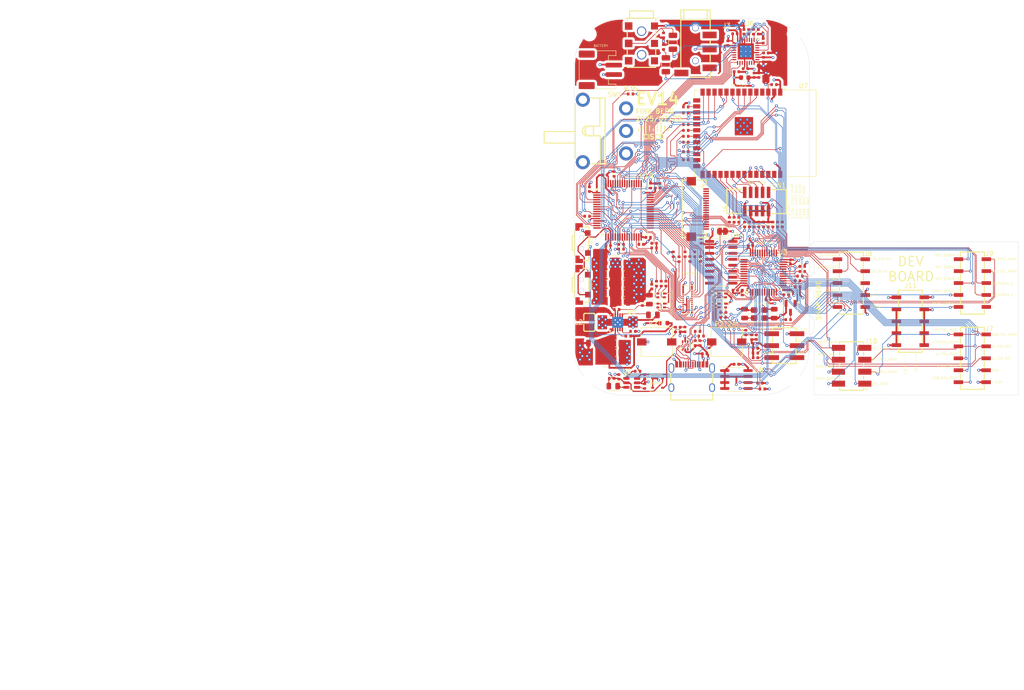
<source format=kicad_pcb>
(kicad_pcb (version 20241229) (generator "pcbnew") (generator_version "9.0")
  (title_block (title "Hactar PCB - Finn Berg, Brett Regnier") (date "2025-07-25") (rev "EV14") (company "CISCO SYSTEMS INC"))
  (layers (0 "F.Cu" signal) (4 "In1.Cu" power) (6 "In2.Cu" power) (2 "B.Cu" signal) (13 "F.Paste" user) (15 "B.Paste" user) (5 "F.SilkS" user "F.Silkscreen") (7 "B.SilkS" user "B.Silkscreen") (1 "F.Mask" user) (3 "B.Mask" user) (25 "Edge.Cuts" user))
  (net 0 "")
  (net 1 "+3.3VA")
  (net 2 "+3.3V")
  (net 3 "VBUS")
  (net 4 "GND")
  (net 5 "/UI_BOOT0")
  (net 6 "/MCLK")
  (net 7 "/MGMT_BOOT")
  (net 8 "/MGMT_NRST")
  (net 9 "/MIC_P")
  (net 10 "/LEDA_R")
  (net 11 "/DISP_BL")
  (net 12 "/LEDA_G")
  (net 13 "/BATTERY_MON")
  (net 14 "/LEDA_B")
  (net 15 "/KB_COL3")
  (net 16 "/KB_COL4")
  (net 17 "/DISP_DC")
  (net 18 "/DISP_CS")
  (net 19 "/KB_ROW5")
  (net 20 "/KB_ROW1")
  (net 21 "/KB_ROW2")
  (net 22 "/KB_ROW3")
  (net 23 "/KB_ROW4")
  (net 24 "/KB_ROW6")
  (net 25 "/KB_ROW7")
  (net 26 "/LEDB_R")
  (net 27 "/LEDB_G")
  (net 28 "Net-(D3-A)")
  (net 29 "Net-(U5-VIN)")
  (net 30 "Net-(U5-VAUX)")
  (net 31 "Net-(U5-FB)")
  (net 32 "/LEDB_B")
  (net 33 "Net-(U6-LINPUT1)")
  (net 34 "/HP_L")
  (net 35 "/KB_COL5")
  (net 36 "/KB_COL2")
  (net 37 "/MIC_N")
  (net 38 "/KB_COL1")
  (net 39 "/NET_LED_B")
  (net 40 "/NET_LED_G")
  (net 41 "/UI_RTS1_MGMT")
  (net 42 "/NET_LED_R")
  (net 43 "/UI_CTS1_MGMT")
  (net 44 "/UI_CTS2_NET")
  (net 45 "/NET_STAT")
  (net 46 "/NET_BOOT")
  (net 47 "Net-(U6-AMID)")
  (net 48 "/MGMT_SWDIO")
  (net 49 "/MGMT_SWCLK")
  (net 50 "/I2S_DACLRC")
  (net 51 "Net-(D1-A)")
  (net 52 "/UI_BOOT1")
  (net 53 "/I2S_BCLK")
  (net 54 "/I2S_ADCDAT")
  (net 55 "Net-(U6-HP_L)")
  (net 56 "/I2S_DACDAT")
  (net 57 "/USB_TX1_MGMT")
  (net 58 "/USB_RX1_MGMT")
  (net 59 "/UI_READY")
  (net 60 "/NET_READY")
  (net 61 "/SPI1_MISO")
  (net 62 "Net-(U6-LINPUT2)")
  (net 63 "/NET_TX1_MGMT")
  (net 64 "/NET_RX1_MGMT")
  (net 65 "/PTT_BTN")
  (net 66 "/PTT_AI_BTN")
  (net 67 "/SPI1_CLK")
  (net 68 "/SPI1_MOSI")
  (net 69 "/UI_RTS2_NET")
  (net 70 "/USB_CTS_MGMT")
  (net 71 "/NET_MTDI")
  (net 72 "/NET_MTCK")
  (net 73 "/NET_MTDO")
  (net 74 "/NET_MTMS")
  (net 75 "/USB_RTS_MGMT")
  (net 76 "/USB_DTR_MGMT")
  (net 77 "/NET_RTS1_MGMT")
  (net 78 "/NET_CTS1_MGMT")
  (net 79 "/RCC_OSC_IN")
  (net 80 "/RCC_OSC_OUT")
  (net 81 "/NET_NRST")
  (net 82 "Net-(U6-MICBIAS)")
  (net 83 "Net-(U10-VCAP_1)")
  (net 84 "Net-(U10-VCAP_2)")
  (net 85 "Net-(D4---Pad3)")
  (net 86 "Net-(D4---Pad4)")
  (net 87 "Net-(D4---Pad1)")
  (net 88 "Net-(D5---Pad3)")
  (net 89 "Net-(D5---Pad4)")
  (net 90 "Net-(D5---Pad1)")
  (net 91 "Net-(C46-Pad1)")
  (net 92 "Net-(C47-Pad1)")
  (net 93 "Net-(D6---Pad1)")
  (net 94 "Net-(D2-K)")
  (net 95 "Net-(D1-K)")
  (net 96 "/USB_CC2_DETECT")
  (net 97 "/USB_CC1_DETECT")
  (net 98 "/DISP_RST")
  (net 99 "/NET_DEBUG_3")
  (net 100 "/NET_DEBUG_2")
  (net 101 "/NET_DEBUG_1")
  (net 102 "/UI_NRST")
  (net 103 "/UI_SWCLK")
  (net 104 "/UI_SWDIO")
  (net 105 "/UI_TX1_MGMT")
  (net 106 "/UI_RX1_MGMT")
  (net 107 "/UI_LED_B")
  (net 108 "/UI_LED_G")
  (net 109 "/UI_LED_R")
  (net 110 "/UI_DEBUG_1")
  (net 111 "/UI_DEBUG_2")
  (net 112 "/UI_STAT")
  (net 113 "Net-(D8---Pad1)")
  (net 114 "Net-(JP1-A)")
  (net 115 "GNDA")
  (net 120 "Net-(U1-ISET)")
  (net 121 "Net-(U3-PC13)")
  (net 122 "Net-(U3-PB1)")
  (net 123 "Net-(U3-PB7)")
  (net 124 "/MIC_IO")
  (net 125 "Net-(Q1-D)")
  (net 126 "Net-(U3-PB9)")
  (net 127 "Net-(U1-TS)")
  (net 128 "/MGMT_DEBUG_2")
  (net 129 "/MGMT_DEBUG_1")
  (net 130 "Net-(J1-CC2)")
  (net 131 "Net-(J1-CC1)")
  (net 132 "Net-(SW1-C)")
  (net 133 "Net-(U5-EN)")
  (net 134 "Net-(U5-PG)")
  (net 135 "Net-(D6---Pad3)")
  (net 136 "Net-(D6---Pad4)")
  (net 137 "Net-(U10-PB10)")
  (net 138 "Net-(U7-IO12)")
  (net 139 "Net-(U10-PB13)")
  (net 140 "Net-(U10-PB15)")
  (net 141 "Net-(U10-PC2)")
  (net 142 "Net-(U10-PC3)")
  (net 143 "Net-(U10-PC6)")
  (net 144 "Net-(U10-PC7)")
  (net 145 "Net-(U10-PC9)")
  (net 146 "Net-(D8---Pad3)")
  (net 147 "Net-(D8---Pad4)")
  (net 158 "Net-(U5-L1)")
  (net 159 "Net-(U5-L2)")
  (net 161 "/KB_MIC")
  (net 162 "/D_N")
  (net 163 "/D_P")
  (net 164 "/UD_N")
  (net 165 "/UD_P")
  (net 166 "Net-(U7-IO46)")
  (net 184 "Net-(U6-HP_R)")
  (net 187 "/HP_R")
  (net 188 "/UI_TX2_NET")
  (net 189 "/UI_RX2_NET")
  (net 191 "Net-(J9-Pin_7)")
  (net 192 "Net-(J9-Pin_3)")
  (net 193 "Net-(J9-Pin_8)")
  (net 194 "Net-(J9-Pin_2)")
  (net 196 "Net-(J9-Pin_6)")
  (net 197 "/UI_SCL1")
  (net 198 "/UI_SDA1")
  (net 211 "Net-(U7-IO13)")
  (net 212 "Net-(U7-IO11)")
  (footprint "Package_SO:SOIC-8_3.9x4.9mm_P1.27mm" (layer "F.Cu") (at 208.76 129.79)
    (property "Reference" "U8")
    (property "Value" "M24C02-RMN6TP" (hide yes))
  )
  (footprint "Capacitor_SMD:C_0805_2012Metric" (layer "F.Cu") (at 181.26 107.365 180)
    (property "Reference" "C35" (hide yes))
    (property "Value" "10u" (hide yes))
  )
  (footprint "Resistor_SMD:R_0603_1608Metric" (layer "F.Cu") (at 193.26 117.79)
    (property "Reference" "R14" (hide yes))
    (property "Value" "0R1" (hide yes))
  )
  (footprint "NetTie:NetTie-4_SMD_Pad0.5mm" (layer "F.Cu") (at 215.03 65.79 90)
    (property "Reference" "NT1" (hide yes))
    (property "Value" "NetTie_4" (hide yes))
  )
  (footprint "Capacitor_SMD:C_0402_1005Metric" (layer "F.Cu") (at 210.6775 63.6575 180)
    (property "Reference" "C28" (hide yes))
    (property "Value" "4u7" (hide yes))
  )
  (footprint "RF_Module:ESP32-S3-WROOM-1" (layer "F.Cu") (at 212.82 77.39 -90)
    (property "Reference" "U7")
    (property "Value" "ESP32-S3-WROOM-1" (hide yes))
  )
  (footprint "Hactar_Footprints:SW-TH_SS-12D11G5R" (layer "F.Cu") (at 180.71 76.9 90)
    (property "Reference" "SW1")
    (property "Value" "SW_SPDT")
  )
  (footprint "Hactar_Footprints:USB-C_SMD-TYPE-C-31-M-12" (layer "F.Cu") (at 199.26 129.04)
    (property "Reference" "J1")
    (property "Value" "USB_C_Receptacle")
  )
  (footprint "Package_QFP:LQFP-48_7x7mm_P0.5mm" (layer "F.Cu") (at 214.51 107.04 90)
    (property "Reference" "U3")
    (property "Value" "STM32F072CBTx")
  )
  (footprint "Resistor_SMD:R_0402_1005Metric" (layer "F.Cu") (at 195.335 103.14 -90)
    (property "Reference" "R43" (hide yes))
    (property "Value" "4k7" (hide yes))
  )
  (footprint "Resistor_SMD:R_0402_1005Metric" (layer "F.Cu") (at 198.01 78.04)
    (property "Reference" "R45" (hide yes))
    (property "Value" "1k0" (hide yes))
  )
  (footprint "Resistor_SMD:R_0402_1005Metric" (layer "F.Cu") (at 193.26 59.05 -90)
    (property "Reference" "R65" (hide yes))
    (property "Value" "100k" (hide yes))
  )
  (footprint "Resistor_SMD:R_0402_1005Metric" (layer "F.Cu") (at 201.01 122.03 90)
    (property "Reference" "R7" (hide yes))
    (property "Value" "5k1" (hide yes))
  )
  (footprint "Package_TO_SOT_SMD:SOT-23-6" (layer "F.Cu") (at 186.51 130.49)
    (property "Reference" "U1")
    (property "Value" "BQ21040DBV" (hide yes))
  )
  (footprint "Capacitor_SMD:C_0402_1005Metric" (layer "F.Cu") (at 208.51 110.79)
    (property "Reference" "C8" (hide yes))
    (property "Value" "100n" (hide yes))
  )
  (footprint "Hactar_Footprints:Texas_S-PWSON-N10_ThermalVias" (layer "F.Cu") (at 183.51 117.615 90)
    (property "Reference" "U5")
    (property "Value" "TPS63060" (hide yes))
  )
  (footprint "Capacitor_SMD:C_0402_1005Metric" (layer "F.Cu") (at 190.01 99.54)
    (property "Reference" "C39" (hide yes))
    (property "Value" "100n" (hide yes))
  )
  (footprint "Capacitor_SMD:C_0402_1005Metric" (layer "F.Cu") (at 189.26 129.21 -90)
    (property "Reference" "C4" (hide yes))
    (property "Value" "10u" (hide yes))
  )
  (footprint "Resistor_SMD:R_0402_1005Metric" (layer "F.Cu") (at 186.26 69.04)
    (property "Reference" "R36")
    (property "Value" "4k7")
  )
  (footprint "Resistor_SMD:R_0402_1005Metric" (layer "F.Cu") (at 193.26 56.54 90)
    (property "Reference" "R32" (hide yes))
    (property "Value" "100k" (hide yes))
  )
  (footprint "Resistor_SMD:R_0402_1005Metric" (layer "F.Cu") (at 182.26 129.54 180)
    (property "Reference" "R11" (hide yes))
    (property "Value" "1k5" (hide yes))
  )
  (footprint "Resistor_SMD:R_0402_1005Metric" (layer "F.Cu") (at 191.26 101.79 180)
    (property "Reference" "R42" (hide yes))
    (property "Value" "4k7" (hide yes))
  )
  (footprint "Capacitor_SMD:C_0402_1005Metric" (layer "F.Cu") (at 177.51 89.29 90)
    (property "Reference" "C40" (hide yes))
    (property "Value" "100n" (hide yes))
  )
  (footprint "Resistor_SMD:R_0402_1005Metric" (layer "F.Cu") (at 221.76 110.04)
    (property "Reference" "R25" (hide yes))
    (property "Value" "47k" (hide yes))
  )
  (footprint "MountingHole:MountingHole_2.7mm_M2.5" (layer "F.Cu") (at 221.01 129.79)
    (property "Reference" "H4")
    (property "Value" "MountingHole")
  )
  (footprint "Capacitor_SMD:C_0402_1005Metric" (layer "F.Cu") (at 202.01 124.29)
    (property "Reference" "C5" (hide yes))
    (property "Value" "10u" (hide yes))
  )
  (footprint "Capacitor_SMD:C_0805_2012Metric" (layer "F.Cu") (at 183.26 122.115)
    (property "Reference" "C15" (hide yes))
    (property "Value" "10u" (hide yes))
  )
  (footprint "Capacitor_SMD:C_0402_1005Metric" (layer "F.Cu") (at 181.51 101.29 180)
    (property "Reference" "C41" (hide yes))
    (property "Value" "100n" (hide yes))
  )
  (footprint "Capacitor_SMD:C_0402_1005Metric" (layer "F.Cu") (at 196.81 119.13 -90)
    (property "Reference" "C46" (hide yes))
    (property "Value" "100n" (hide yes))
  )
  (footprint "Resistor_SMD:R_0402_1005Metric" (layer "F.Cu") (at 191.26 100.79 180)
    (property "Reference" "R40" (hide yes))
    (property "Value" "4k7" (hide yes))
  )
  (footprint "Resistor_SMD:R_0402_1005Metric" (layer "F.Cu") (at 192.768685 109.382601 -90)
    (property "Reference" "R59" (hide yes))
    (property "Value" "150R" (hide yes))
  )
  (footprint "Resistor_SMD:R_0402_1005Metric" (layer "F.Cu") (at 199.91 103.14 -90)
    (property "Reference" "R52" (hide yes))
    (property "Value" "680R" (hide yes))
  )
  (footprint "Resistor_SMD:R_0402_1005Metric" (layer "F.Cu") (at 216.76 67.04)
    (property "Reference" "R29" (hide yes))
    (property "Value" "15k" (hide yes))
  )
  (footprint "Resistor_SMD:R_0402_1005Metric" (layer "F.Cu") (at 185.76 120.54 180)
    (property "Reference" "R18" (hide yes))
    (property "Value" "100k" (hide yes))
  )
  (footprint "MountingHole:MountingHole_2.7mm_M2.5" (layer "F.Cu") (at 221.01 56.29)
    (property "Reference" "H3")
    (property "Value" "MountingHole")
  )
  (footprint "Resistor_SMD:R_0402_1005Metric" (layer "F.Cu") (at 212.01 120.79 90)
    (property "Reference" "R62" (hide yes))
    (property "Value" "4k7" (hide yes))
  )
  (footprint "MountingHole:MountingHole_2.7mm_M2.5" (layer "F.Cu") (at 177.51 56.29)
    (property "Reference" "H1")
    (property "Value" "MountingHole")
  )
  (footprint "Resistor_SMD:R_0402_1005Metric" (layer "F.Cu") (at 177.02 95.04)
    (property "Reference" "R50" (hide yes))
    (property "Value" "1k0" (hide yes))
  )
  (footprint "Resistor_SMD:R_0402_1005Metric" (layer "F.Cu") (at 209.28 95.79 -90)
    (property "Reference" "R34" (hide yes))
    (property "Value" "150R" (hide yes))
  )
  (footprint "Resistor_SMD:R_0402_1005Metric" (layer "F.Cu") (at 200.51 119.54 180)
    (property "Reference" "R10" (hide yes))
    (property "Value" "1k0" (hide yes))
  )
  (footprint "Hactar_Footprints:HDR-SMD_8P-P2.54-V-M-R2-C4-LS7.4" (layer "F.Cu") (at 233.26 126.85 90)
    (property "Reference" "J10")
    (property "Value" "Conn_02x04_Odd_Even" (hide yes))
  )
  (footprint "Capacitor_SMD:C_0805_2012Metric" (layer "F.Cu") (at 181.26 111.365 180)
    (property "Reference" "C30" (hide yes))
    (property "Value" "10u" (hide yes))
  )
  (footprint "Resistor_SMD:R_0402_1005Metric" (layer "F.Cu") (at 198.01 76.79)
    (property "Reference" "R44" (hide yes))
    (property "Value" "1k0" (hide yes))
  )
  (footprint "Capacitor_SMD:C_0402_1005Metric" (layer "F.Cu") (at 180.76 86.29)
    (property "Reference" "C42" (hide yes))
    (property "Value" "100n" (hide yes))
  )
  (footprint "Resistor_SMD:R_0402_1005Metric" (layer "F.Cu") (at 197.81 119.13 90)
    (property "Reference" "R61" (hide yes))
    (property "Value" "4k7" (hide yes))
  )
  (footprint "Resistor_SMD:R_0402_1005Metric" (layer "F.Cu") (at 198.01 71.79 180)
    (property "Reference" "R30" (hide yes))
    (property "Value" "4k7" (hide yes))
  )
  (footprint "Capacitor_SMD:C_0402_1005Metric" (layer "F.Cu") (at 210.3525 55.8 90)
    (property "Reference" "C32" (hide yes))
    (property "Value" "1u" (hide yes))
  )
  (footprint "Resistor_SMD:R_0402_1005Metric" (layer "F.Cu") (at 216.51 96.79 90)
    (property "Reference" "R67" (hide yes))
    (property "Value" "4k7" (hide yes))
  )
  (footprint "Resistor_SMD:R_0402_1005Metric" (layer "F.Cu") (at 205.42 116.04 90)
    (property "Reference" "R24" (hide yes))
    (property "Value" "150R" (hide yes))
  )
  (footprint "Diode_SMD:D_SOD-323" (layer "F.Cu") (at 192.01 131.54)
    (property "Reference" "D2" (hide yes))
    (property "Value" "1N5819WS" (hide yes))
  )
  (footprint "Resistor_SMD:R_0402_1005Metric" (layer "F.Cu") (at 213.51 96.78 90)
    (property "Reference" "R66" (hide yes))
    (property "Value" "4k7" (hide yes))
  )
  (footprint "Resistor_SMD:R_0402_1005Metric" (layer "F.Cu") (at 198.885 104.14 -90)
    (property "Reference" "R51" (hide yes))
    (property "Value" "680R" (hide yes))
  )
  (footprint "Capacitor_SMD:C_0402_1005Metric" (layer "F.Cu") (at 188.51 101.04 180)
    (property "Reference" "C44" (hide yes))
    (property "Value" "2u2" (hide yes))
  )
  (footprint "Resistor_SMD:R_0402_1005Metric" (layer "F.Cu") (at 198.01 75.54)
    (property "Reference" "R46" (hide yes))
    (property "Value" "1k0" (hide yes))
  )
  (footprint "Hactar_Footprints:SW-SMD_SHOU_TS36CA-0.6" (layer "F.Cu") (at 176.2475 100.77 -90)
    (property "Reference" "SW3" (hide yes))
    (property "Value" "SW_Push")
  )
  (footprint "Capacitor_SMD:C_0805_2012Metric" (layer "F.Cu") (at 181.26 109.365 180)
    (property "Reference" "C31" (hide yes))
    (property "Value" "10u" (hide yes))
  )
  (footprint "Capacitor_SMD:C_0402_1005Metric" (layer "F.Cu") (at 211.3725 55.8 90)
    (property "Reference" "C36" (hide yes))
    (property "Value" "1u" (hide yes))
  )
  (footprint "Resistor_SMD:R_0402_1005Metric" (layer "F.Cu") (at 208.27 95.79 -90)
    (property "Reference" "R35" (hide yes))
    (property "Value" "150R" (hide yes))
  )
  (footprint "Capacitor_SMD:C_0402_1005Metric" (layer "F.Cu") (at 211.76 101.29 180)
    (property "Reference" "C9" (hide yes))
    (property "Value" "100n" (hide yes))
  )
  (footprint "Hactar_Footprints:SW-SMD_L6.0-W6.0-LS6.6" (layer "F.Cu") (at 206.7 121.79)
    (property "Reference" "SW5" (hide yes))
    (property "Value" "SW_Push" (hide yes))
  )
  (footprint "Resistor_SMD:R_0402_1005Metric" (layer "F.Cu") (at 186.76 119.54)
    (property "Reference" "R28" (hide yes))
    (property "Value" "100k" (hide yes))
  )
  (footprint "Diode_SMD:D_SOD-323" (layer "F.Cu") (at 192.01 129.54)
    (property "Reference" "D3" (hide yes))
    (property "Value" "1N5819WS" (hide yes))
  )
  (footprint "Capacitor_SMD:C_0402_1005Metric" (layer "F.Cu") (at 215.51 112.79)
    (property "Reference" "C1" (hide yes))
    (property "Value" "100n" (hide yes))
  )
  (footprint "Hactar_Footprints:FPC-SMD_18P-P0.50_FPC-0.5-18P-HYH2.0" (layer "F.Cu") (at 200.7425 93.5 -90)
    (property "Reference" "J4")
    (property "Value" "Conn_01x18")
  )
  (footprint "Resistor_SMD:R_0402_1005Metric" (layer "F.Cu") (at 190.51 88.54 -90)
    (property "Reference" "R54" (hide yes))
    (property "Value" "4k7" (hide yes))
  )
  (footprint "Hactar_Footprints:AUDIO-SMD_PJ-320D" (layer "F.Cu") (at 200.06 60.525)
    (property "Reference" "J3")
    (property "Value" "AudioJack4")
  )
  (footprint "Package_SO:SOIC-16_3.9x9.9mm_P1.27mm" (layer "F.Cu") (at 205.535 104.845)
    (property "Reference" "U4")
    (property "Value" "CH340C" (hide yes))
  )
  (footprint "Resistor_SMD:R_0402_1005Metric" (layer "F.Cu") (at 198.01 83.04)
    (property "Reference" "R70" (hide yes))
    (property "Value" "1k0" (hide yes))
  )
  (footprint "Resistor_SMD:R_0402_1005Metric" (layer "F.Cu") (at 201.26 120.54 180)
    (property "Reference" "R9" (hide yes))
    (property "Value" "1k0" (hide yes))
  )
  (footprint "Diode_SMD:D_0805_2012Metric" (layer "F.Cu") (at 182.5725 131.19 180)
    (property "Reference" "D1" (hide yes))
    (property "Value" "LED" (hide yes))
  )
  (footprint "Capacitor_SMD:C_0805_2012Metric" (layer "F.Cu") (at 184.76 111.365)
    (property "Reference" "C24" (hide yes))
    (property "Value" "10u" (hide yes))
  )
  (footprint "Resistor_SMD:R_0402_1005Metric" (layer "F.Cu") (at 184.26 101.04 180)
    (property "Reference" "R12" (hide yes))
    (property "Value" "4k7" (hide yes))
  )
  (footprint "Capacitor_SMD:C_0805_2012Metric" (layer "F.Cu") (at 216.796473 115.779323 90)
    (property "Reference" "C3" (hide yes))
    (property "Value" "33p" (hide yes))
  )
  (footprint "Package_DFN_QFN:QFN-32-1EP_5x5mm_P0.5mm_EP3.45x3.45mm_ThermalVias" (layer "F.Cu") (at 210.76 59.97 -90)
    (property "Reference" "U6")
    (property "Value" "WM8960CGEFL/RV" (hide yes))
  )
  (footprint "Hactar_Footprints:SW-SMD_SHOU_TS36CA-0.6" (layer "F.Cu") (at 176.2475 109.63 -90)
    (property "Reference" "SW2" (hide yes))
    (property "Value" "SW_Push")
  )
  (footprint "Capacitor_SMD:C_0402_1005Metric" (layer "F.Cu") (at 214.4475 57.72 -90)
    (property "Reference" "C25" (hide yes))
    (property "Value" "100n" (hide yes))
  )
  (footprint "Hactar_Footprints:LED-ARRAY-SMD_4P-L1.6-W1.5-TL_NH-B1515RGBA" (layer "F.Cu") (at 192.76 111.89)
    (property "Reference" "D8" (hide yes))
    (property "Value" "NH-B1515RGBA-HF" (hide yes))
  )
  (footprint "Capacitor_SMD:C_0402_1005Metric" (layer "F.Cu") (at 212.81 123.13)
    (property "Reference" "C18" (hide yes))
    (property "Value" "100n" (hide yes))
  )
  (footprint "Capacitor_SMD:C_0805_2012Metric" (layer "F.Cu") (at 178.26 122.04 180)
    (property "Reference" "C14" (hide yes))
    (property "Value" "100n" (hide yes))
  )
  (footprint "Capacitor_SMD:C_0805_2012Metric" (layer "F.Cu") (at 184.76 107.365)
    (property "Reference" "C29" (hide yes))
    (property "Value" "10u" (hide yes))
  )
  (footprint "Hactar_Footprints:LED-ARRAY-SMD_4P-L1.6-W1.5-TL_NH-B1515RGBA" (layer "F.Cu") (at 205.76 111.89)
    (property "Reference" "D4" (hide yes))
    (property "Value" "NH-B1515RGBA-HF" (hide yes))
  )
  (footprint "Resistor_SMD:R_0402_1005Metric" (layer "F.Cu") (at 212.3925 55.79 -90)
    (property "Reference" "R31" (hide yes))
    (property "Value" "2k2" (hide yes))
  )
  (footprint "Capacitor_SMD:C_0402_1005Metric" (layer "F.Cu") (at 190.76 110.02 -90)
    (property "Reference" "C13" (hide yes))
    (property "Value" "100n" (hide yes))
  )
  (footprint "Resistor_SMD:R_0402_1005Metric" (layer "F.Cu") (at 189.26 131.19 90)
    (property "Reference" "R1" (hide yes))
    (property "Value" "680R" (hide yes))
  )
  (footprint "Resistor_SMD:R_0402_1005Metric" (layer "F.Cu") (at 182.76 86.04 90)
    (property "Reference" "R55" (hide yes))
    (property "Value" "4k7" (hide yes))
  )
  (footprint "Resistor_SMD:R_0402_1005Metric" (layer "F.Cu") (at 198.01 73.04 180)
    (property "Reference" "R49" (hide yes))
    (property "Value" "1k0" (hide yes))
  )
  (footprint "Resistor_SMD:R_0402_1005Metric" (layer "F.Cu") (at 210.01 111.29 -90)
    (property "Reference" "R2" (hide yes))
    (property "Value" "4k7" (hide yes))
  )
  (footprint "MountingHole:MountingHole_2.7mm_M2.5" (layer "F.Cu") (at 177.51 129.79)
    (property "Reference" "H2")
    (property "Value" "MountingHole")
  )
  (footprint "Resistor_SMD:R_0402_1005Metric" (layer "F.Cu") (at 219.76 117.04)
    (property "Reference" "R20" (hide yes))
    (property "Value" "150R" (hide yes))
  )
  (footprint "Capacitor_SMD:C_0805_2012Metric" (layer "F.Cu") (at 210.496473 115.754323 -90)
    (property "Reference" "C2" (hide yes))
    (property "Value" "33p" (hide yes))
  )
  (footprint "Package_TO_SOT_SMD:SOT-23" (layer "F.Cu") (at 220.26 114.54 -90)
    (property "Reference" "Q1" (hide yes))
    (property "Value" "2N7002" (hide yes))
  )
  (footprint "Hactar_Footprints:IDC-SMD_10P-P1.27_X1270WVS-2X05B-6TV01" (layer "F.Cu") (at 213.06 91.92)
    (property "Reference" "CN1")
    (property "Value" "Conn_05x02_Female")
  )
  (footprint "Resistor_SMD:R_0402_1005Metric" (layer "F.Cu") (at 187.76 128.04)
    (property "Reference" "R6" (hide yes))
    (property "Value" "10k" (hide yes))
  )
  (footprint "Resistor_SMD:R_0402_1005Metric" (layer "F.Cu") (at 219.87 111.23 -90)
    (property "Reference" "R39" (hide yes))
    (property "Value" "4k7" (hide yes))
  )
  (footprint "Resistor_SMD:R_0402_1005Metric" (layer "F.Cu") (at 198.01 81.29)
    (property "Reference" "R71" (hide yes))
    (property "Value" "1k0" (hide yes))
  )
  (footprint "Resistor_SMD:R_0402_1005Metric" (layer "F.Cu") (at 195.79 119.16 -90)
    (property "Reference" "R57" (hide yes))
    (property "Value" "1k0" (hide yes))
  )
  (footprint "Resistor_SMD:R_0402_1005Metric" (layer "F.Cu") (at 221.76 108.79 180)
    (property "Reference" "R21" (hide yes))
    (property "Value" "150R" (hide yes))
  )
  (footprint "Resistor_SMD:R_0402_1005Metric" (layer "F.Cu") (at 207.26 95.79 -90)
    (property "Reference" "R33" (hide yes))
    (property "Value" "180R" (hide yes))
  )
  (footprint "Inductor_SMD:L_0603_1608Metric" (layer "F.Cu") (at 210.53 65.54)
    (property "Reference" "L1" (hide yes))
    (property "Value" "120Ω" (hide yes))
  )
  (footprint "Capacitor_SMD:C_1206_3216Metric" (layer "F.Cu") (at 193.76 62.815 90)
    (property "Reference" "C48" (hide yes))
    (property "Value" "100u" (hide yes))
  )
  (footprint "Hactar_Footprints:MCL2016A1R0MT" (layer "F.Cu") (at 177.51 117.615 90)
    (property "Reference" "L2")
    (property "Value" "1uH")
  )
  (footprint "Resistor_SMD:R_0402_1005Metric" (layer "F.Cu") (at 201.11 104.14 -90)
    (property "Reference" "R53" (hide yes))
    (property "Value" "680R" (hide yes))
  )
  (footprint "Capacitor_SMD:C_0402_1005Metric" (layer "F.Cu") (at 208.76 126.54)
    (property "Reference" "C38" (hide yes))
    (property "Value" "100n" (hide yes))
  )
  (footprint "Resistor_SMD:R_0402_1005Metric" (layer "F.Cu") (at 212.79 124.15)
    (property "Reference" "R22" (hide yes))
    (property "Value" "4k7" (hide yes))
  )
  (footprint "Capacitor_SMD:C_0402_1005Metric" (layer "F.Cu") (at 192.51 88.54 -90)
    (property "Reference" "C45" (hide yes))
    (property "Value" "2u2" (hide yes))
  )
  (footprint "Hactar_Footprints:JST_PH_S2B-PH-SM4-TB_1x02-1MP_P2.00mm_Horizontal" (layer "F.Cu") (at 179.84 63.9 -90)
    (property "Reference" "J2" (hide yes))
    (property "Value" "Conn_01x02_Socket" (hide yes))
  )
  (footprint "Resistor_SMD:R_0402_1005Metric" (layer "F.Cu") (at 213.76 130.54 180)
    (property "Reference" "R16" (hide yes))
    (property "Value" "1k5" (hide yes))
  )
  (footprint "Hactar_Footprints:LED-ARRAY-SMD_4P-L1.6-W1.5-TL_NH-B1515RGBA" (layer "F.Cu") (at 205.76 114.04)
    (property "Reference" "D5" (hide yes))
    (property "Value" "NH-B1515RGBA-HF" (hide yes))
  )
  (footprint "Resistor_SMD:R_0402_1005Metric" (layer "F.Cu") (at 218.51 96.79 90)
    (property "Reference" "R73" (hide yes))
    (property "Value" "1k0" (hide yes))
  )
  (footprint "Resistor_SMD:R_0402_1005Metric" (layer "F.Cu") (at 191.768685 109.382601 -90)
    (property "Reference" "R60" (hide yes))
    (property "Value" "150R" (hide yes))
  )
  (footprint "Resistor_SMD:R_0402_1005Metric" (layer "F.Cu") (at 184.26 102.04 180)
    (property "Reference" "R13" (hide yes))
    (property "Value" "15k" (hide yes))
  )
  (footprint "Package_QFP:LQFP-64_10x10mm_P0.5mm" (layer "F.Cu") (at 184.76 93.79)
    (property "Reference" "U10")
    (property "Value" "STM32F405RGTx")
  )
  (footprint "Capacitor_SMD:C_0402_1005Metric" (layer "F.Cu") (at 213.4225 55.8 -90)
    (property "Reference" "C37" (hide yes))
    (property "Value" "4u7" (hide yes))
  )
  (footprint "Capacitor_SMD:C_0402_1005Metric" (layer "F.Cu") (at 215.03 60.29)
    (property "Reference" "C33" (hide yes))
    (property "Value" "4u7" (hide yes))
  )
  (footprint "Capacitor_SMD:C_0402_1005Metric" (layer "F.Cu") (at 206.9475 58.22 -90)
    (property "Reference" "C21" (hide yes))
    (property "Value" "100n" (hide yes))
  )
  (footprint "Package_TO_SOT_SMD:SOT-666" (layer "F.Cu") (at 197.8725 122.55 90)
    (property "Reference" "U2" (hide yes))
    (property "Value" "USBLC6-2P6" (hide yes))
  )
  (footprint "Hactar_Footprints:SW-SMD_L6.0-W6.0-LS6.6" (layer "F.Cu") (at 191.82 121.79)
    (property "Reference" "SW4" (hide yes))
    (property "Value" "SW_Push" (hide yes))
  )
  (footprint "Resistor_SMD:R_0402_1005Metric" (layer "F.Cu") (at 193.768685 109.382601 -90)
    (property "Reference" "R56" (hide yes))
    (property "Value" "180R" (hide yes))
  )
  (footprint "Capacitor_SMD:C_0402_1005Metric" (layer "F.Cu") (at 208.4475 56.22)
    (property "Reference" "C23" (hide yes))
    (property "Value" "100n" (hide yes))
  )
  (footprint "Capacitor_SMD:C_0402_1005Metric" (layer "F.Cu") (at 213.01 120.77 -90)
    (property "Reference" "C47" (hide yes))
    (property "Value" "100n" (hide yes))
  )
  (footprint "Capacitor_SMD:C_0402_1005Metric" (layer "F.Cu") (at 212.81 125.16 180)
    (property "Reference" "C17" (hide yes))
    (property "Value" "100n" (hide yes))
  )
  (footprint "Capacitor_SMD:C_0805_2012Metric" (layer "F.Cu") (at 184.76 113.365)
    (property "Reference" "C22" (hide yes))
    (property "Value" "100n" (hide yes))
  )
  (footprint "Resistor_SMD:R_0402_1005Metric" (layer "F.Cu") (at 222.76 105.715 180)
    (property "Reference" "R3" (hide yes))
    (property "Value" "4k7" (hide yes))
  )
  (footprint "Resistor_SMD:R_0402_1005Metric" (layer "F.Cu") (at 214.26 131.79 180)
    (property "Reference" "R19" (hide yes))
    (property "Value" "1k5" (hide yes))
  )
  (footprint "Hactar_Footprints:HDR-SMD_10P-P2.54-V-F-R2-C5-LS7.1-1" (layer "F.Cu") (at 233.2 109.2775 90)
    (property "Reference" "J8")
    (property "Value" "Conn_02x05_Counter_Clockwise" (hide yes))
  )
  (footprint "Resistor_SMD:R_0402_1005Metric" (layer "F.Cu") (at 196.56 104.19 90)
    (property "Reference" "R47" (hide yes))
    (property "Value" "680R" (hide yes))
  )
  (footprint "Capacitor_SMD:C_0402_1005Metric" (layer "F.Cu") (at 214.51 61.72 -90)
    (property "Reference" "C26" (hide yes))
    (property "Value" "4u7" (hide yes))
  )
  (footprint "Resistor_SMD:R_0402_1005Metric" (layer "F.Cu") (at 212.51 96.79 90)
    (property "Reference" "R64" (hide yes))
    (property "Value" "47k" (hide yes))
  )
  (footprint "Resistor_SMD:R_0402_1005Metric" (layer "F.Cu") (at 210.51 96.79 90)
    (property "Reference" "R5" (hide yes))
    (property "Value" "1k0" (hide yes))
  )
  (footprint "Capacitor_SMD:C_0805_2012Metric" (layer "F.Cu") (at 184.76 109.365)
    (property "Reference" "C27" (hide yes))
    (property "Value" "10u" (hide yes))
  )
  (footprint "Capacitor_SMD:C_0805_2012Metric" (layer "F.Cu") (at 183.26 124.115)
    (property "Reference" "C16" (hide yes))
    (property "Value" "10u" (hide yes))
  )
  (footprint "Resistor_SMD:R_0402_1005Metric" (layer "F.Cu") (at 188.76 113.54 -90)
    (property "Reference" "R27" (hide yes))
    (property "Value" "64k9" (hide yes))
  )
  (footprint "Resistor_SMD:R_0402_1005Metric" (layer "F.Cu") (at 218.82 111.22 -90)
    (property "Reference" "R38" (hide yes))
    (property "Value" "4k7" (hide yes))
  )
  (footprint "Capacitor_SMD:C_0402_1005Metric" (layer "F.Cu") (at 213.53 65.04 90)
    (property "Reference" "C11" (hide yes))
    (property "Value" "10n" (hide yes))
  )
  (footprint "Resistor_SMD:R_0402_1005Metric" (layer "F.Cu") (at 211.51 96.79 90)
    (property "Reference" "R4" (hide yes))
    (property "Value" "1k0" (hide yes))
  )
  (footprint "Resistor_SMD:R_0402_1005Metric" (layer "F.Cu") (at 197.835 103.14 90)
    (property "Reference" "R48" (hide yes))
    (property "Value" "680R" (hide yes))
  )
  (footprint "NetTie:NetTie-2_SMD_Pad0.5mm" (layer "F.Cu") (at 209.78 54.465 180)
    (property "Reference" "JP2" (hide yes))
    (property "Value" "SolderJumper_2_Bridged" (hide yes))
  )
  (footprint "Resistor_SMD:R_0402_1005Metric" (layer "F.Cu") (at 210.76 119.79 -90)
    (property "Reference" "R58" (hide yes))
    (property "Value" "1k0" (hide yes))
  )
  (footprint "Resistor_SMD:R_0402_1005Metric" (layer "F.Cu") (at 200.01 122.03 90)
    (property "Reference" "R8" (hide yes))
    (property "Value" "5k1" (hide yes))
  )
  (footprint "Hactar_Footprints:HDR-SMD_6P-P2.54-V-M-R2-C3-LS7.5-2" (layer "F.Cu") (at 218.95 122.58 90)
    (property "Reference" "J5" (hide yes))
    (property "Value" "Conn_02x03_Odd_Even" (hide yes))
  )
  (footprint "Resistor_SMD:R_0402_1005Metric" (layer "F.Cu") (at 198.01 79.29)
    (property "Reference" "R72" (hide yes))
    (property "Value" "1k0" (hide yes))
  )
  (footprint "Capacitor_SMD:C_0402_1005Metric" (layer "F.Cu") (at 191.51 88.56 90)
    (property "Reference" "C43" (hide yes))
    (property "Value" "100n" (hide yes))
  )
  (footprint "Capacitor_SMD:C_0805_2012Metric" (layer "F.Cu") (at 191.01 116.04)
    (property "Reference" "C19" (hide yes))
    (property "Value" "100n" (hide yes))
  )
  (footprint "Hactar_Footprints:HDR-SMD_10P-P2.54-V-F-R2-C5-LS7.1-1" (layer "F.Cu") (at 258.91 125.27 90)
    (property "Reference" "J7")
    (property "Value" "Conn_02x05_Counter_Clockwise" (hide yes))
  )
  (footprint "Resistor_SMD:R_0402_1005Metric" (layer "F.Cu") (at 222.26 107.79 180)
    (property "Reference" "R15" (hide yes))
    (property "Value" "180R" (hide yes))
  )
  (footprint "Resistor_SMD:R_0402_1005Metric" (layer "F.Cu") (at 183.32 114.89 180)
    (property "Reference" "R26" (hide yes))
    (property "Value" "360k" (hide yes))
  )
  (footprint "Capacitor_SMD:C_0402_1005Metric" (layer "F.Cu") (at 212.53 65.04 90)
    (property "Reference" "C10" (hide yes))
    (property "Value" "1u" (hide yes))
  )
  (footprint "Crystal:Crystal_SMD_3225-4Pin_3.2x2.5mm" (layer "F.Cu") (at 213.646473 115.854323)
    (property "Reference" "Y1" (hide yes))
    (property "Value" "Crystal_GND24" (hide yes))
  )
  (footprint "Hactar_Footprints:LED-ARRAY-SMD_4P-L1.6-W1.5-TL_NH-B1515RGBA" (layer "F.Cu") (at 192.76 114.04)
    (property "Reference" "D6" (hide yes))
    (property "Value" "NH-B1515RGBA-HF" (hide yes))
  )
  (footprint "Resistor_SMD:R_0402_1005Metric" (layer "F.Cu") (at 206.51 116.04 -90)
    (property "Reference" "R17" (hide yes))
    (property "Value" "180R" (hide yes))
  )
  (footprint "Hactar_Footprints:AUDIO-SMD_PJ-242D-SMT" (layer "F.Cu") (at 188.6 58.275 -90)
    (property "Reference" "CN2" (hide yes))
    (property "Value" "PJ-242" (hide yes))
  )
  (footprint "Resistor_SMD:R_0402_1005Metric" (layer "F.Cu") (at 201.26 100.29 90)
    (property "Reference" "R41" (hide yes))
    (property "Value" "4k7" (hide yes))
  )
  (footprint "Hactar_Footprints:HDR-SMD_10P-P2.54-V-F-R2-C5-LS7.1-1" (layer "F.Cu") (at 245.735 117.39 -90)
    (property "Reference" "J11")
    (property "Value" "Conn_02x05_Counter_Clockwise")
  )
  (footprint "Capacitor_SMD:C_0805_2012Metric" (layer "F.Cu") (at 190.26 112.79 90)
    (property "Reference" "C20" (hide yes))
    (property "Value" "2p2" (hide yes))
  )
  (footprint "Capacitor_SMD:C_0402_1005Metric" (layer "F.Cu") (at 220.26 104.79 90)
    (property "Reference" "C6" (hide yes))
    (property "Value" "100n" (hide yes))
  )
  (footprint "Capacitor_SMD:C_0402_1005Metric" (layer "F.Cu") (at 183.76 129.21 90)
    (property "Reference" "C12" (hide yes))
    (property "Value" "10u" (hide yes))
  )
  (footprint "Hactar_Footprints:BM14B(0.B)-24DS-0.4V(53)" (layer "F.Cu") (at 199.572653 115.761432 90)
    (property "Reference" "U9" (hide yes))
    (property "Value" "BM14B(0.8)-24DS-0.4V(53)" (hide yes))
  )
  (footprint "Resistor_SMD:R_0402_1005Metric" (layer "F.Cu") (at 214.51 96.78 90)
    (property "Reference" "R68" (hide yes))
    (property "Value" "4k7" (hide yes))
  )
  (footprint "Hactar_Footprints:HDR-SMD_10P-P2.54-V-F-R2-C5-LS7.1-1" (layer "F.Cu") (at 258.94 109.26 90)
    (property "Reference" "J9")
    (property "Value" "Conn_02x05_Counter_Clockwise" (hide yes))
  )
  (footprint "Resistor_SMD:R_0402_1005Metric" (layer "F.Cu") (at 217.51 96.79 90)
    (property "Reference" "R74" (hide yes))
    (property "Value" "1k0" (hide yes))
  )
  (footprint "Jumper:SolderJumper-2_P1.3mm_Bridged_RoundedPad1.0x1.5mm" (layer "F.Cu") (at 205.8 98.25)
    (property "Reference" "JP1" (hide yes))
    (property "Value" "SolderJumper_2_Bridged" (hide yes))
  )
  (footprint "Capacitor_SMD:C_1206_3216Metric" (layer "F.Cu") (at 195.26 58.04 90)
    (property "Reference" "C34" (hide yes))
    (property "Value" "100u" (hide yes))
  )
  (footprint "Resistor_SMD:R_0402_1005Metric" (layer "F.Cu") (at 222.76 106.79 180)
    (property "Reference" "R23" (hide yes))
    (property "Value" "150R" (hide yes))
  )
  (footprint "Capacitor_SMD:C_0402_1005Metric" (layer "F.Cu") (at 208.78 64.29)
    (property "Reference" "C7" (hide yes))
    (property "Value" "1u" (hide yes))
  )
  (footprint "Resistor_SMD:R_0402_1005Metric" (layer "F.Cu") (at 215.51 96.79 90)
    (property "Reference" "R69" (hide yes))
    (property "Value" "4k7" (hide yes))
  )
  (gr_line (start 191.935 76.89) (end 191.935 75.79) (stroke (width 0.25)) (layer "F.SilkS"))
  (gr_line (start 190.335 76.89) (end 190.335 75.79) (stroke (width 0.25)) (layer "F.SilkS"))
  (gr_line (start 192.735 77.24) (end 192.735 75.14) (stroke (width 0.25)) (layer "F.SilkS"))
  (gr_line (start 193.535 76.89) (end 193.535 75.79) (stroke (width 0.25)) (layer "F.SilkS"))
  (gr_line (start 189.535 77.24) (end 189.535 75.14) (stroke (width 0.25)) (layer "F.SilkS"))
  (gr_line (start 191.135 76.89) (end 191.135 76.49) (stroke (width 0.25)) (layer "F.SilkS"))
  (gr_line (start 194.335 76.84) (end 194.335 76.49) (stroke (width 0.25)) (layer "F.SilkS"))
  (gr_line (start 188.035 76.89) (end 188.035 76.49) (stroke (width 0.25)) (layer "F.SilkS"))
  (gr_line (start 224.31 101.59) (end 224.31 121.99) (stroke (width 0.12) (type dot)) (layer "F.SilkS"))
  (gr_line (start 188.735 76.89) (end 188.735 75.79) (stroke (width 0.25)) (layer "F.SilkS"))
  (gr_arc (start 224.26 123) (mid 221.345252 130.096968) (end 214.26 133.04008) (stroke (width 0.05)) (layer "Edge.Cuts"))
  (gr_line (start 224.26 121.99) (end 224.26 123) (stroke (width 0.05)) (layer "Edge.Cuts"))
  (gr_arc (start 184.26 133.04) (mid 177.188932 130.111068) (end 174.26 123.04) (stroke (width 0.05)) (layer "Edge.Cuts"))
  (gr_line (start 268.71 100.49) (end 268.71 101.4775) (stroke (width 0.05)) (layer "Edge.Cuts"))
  (gr_line (start 214.26 133.04) (end 184.26 133.04) (stroke (width 0.05)) (layer "Edge.Cuts"))
  (gr_line (start 224.26 101.465) (end 225.26 100.465) (stroke (width 0.05)) (layer "Edge.Cuts"))
  (gr_line (start 225.26 119.415) (end 225.26 116.99) (stroke (width 0.05)) (layer "Edge.Cuts"))
  (gr_arc (start 174.26 63.04) (mid 177.188932 55.968932) (end 184.26 53.04) (stroke (width 0.05)) (layer "Edge.Cuts"))
  (gr_line (start 224.26 113.865) (end 225.26 112.865) (stroke (width 0.05)) (layer "Edge.Cuts"))
  (gr_line (start 224.26 110.29) (end 224.26 113.865) (stroke (width 0.05)) (layer "Edge.Cuts"))
  (gr_line (start 224.26 115.99) (end 225.26 116.99) (stroke (width 0.05)) (layer "Edge.Cuts"))
  (gr_line (start 227.45 133.0275) (end 268.71 133.04) (stroke (width 0.05)) (layer "Edge.Cuts"))
  (gr_line (start 225.26 100.465) (end 268.71 100.49) (stroke (width 0.05)) (layer "Edge.Cuts"))
  (gr_line (start 224.26 103.99) (end 225.26 104.99) (stroke (width 0.05)) (layer "Edge.Cuts"))
  (gr_line (start 224.26 62.99) (end 224.26 101.465) (stroke (width 0.05)) (layer "Edge.Cuts"))
  (gr_line (start 184.26 53.04) (end 214.26 53.04) (stroke (width 0.05)) (layer "Edge.Cuts"))
  (gr_arc (start 214.26 53.04) (mid 221.313368 55.951277) (end 224.259875 62.990001) (stroke (width 0.05)) (layer "Edge.Cuts"))
  (gr_line (start 225.26 106.99) (end 225.26 104.99) (stroke (width 0.05)) (layer "Edge.Cuts"))
  (gr_line (start 224.26 115.99) (end 224.26 120.415) (stroke (width 0.05)) (layer "Edge.Cuts"))
  (gr_line (start 224.26 103.99) (end 224.26 107.99) (stroke (width 0.05)) (layer "Edge.Cuts"))
  (gr_line (start 224.26 121.99) (end 225.26 122.99) (stroke (width 0.05)) (layer "Edge.Cuts"))
  (gr_line (start 268.71 133.04) (end 268.71 101.4775) (stroke (width 0.05)) (layer "Edge.Cuts"))
  (gr_line (start 225.26 122.99) (end 225.26 133.0275) (stroke (width 0.05)) (layer "Edge.Cuts"))
  (gr_line (start 224.26 107.99) (end 225.26 106.99) (stroke (width 0.05)) (layer "Edge.Cuts"))
  (gr_line (start 227.45 133.0275) (end 225.26 133.0275) (stroke (width 0.05)) (layer "Edge.Cuts"))
  (gr_line (start 224.26 110.29) (end 225.26 111.29) (stroke (width 0.05)) (layer "Edge.Cuts"))
  (gr_line (start 224.26 120.415) (end 225.26 119.415) (stroke (width 0.05)) (layer "Edge.Cuts"))
  (gr_line (start 225.26 111.29) (end 225.26 112.865) (stroke (width 0.05)) (layer "Edge.Cuts"))
  (gr_line (start 174.26 123.04) (end 174.26 63.04) (stroke (width 0.05)) (layer "Edge.Cuts"))
  (gr_text "USB_TX1_MGMT" (at 262.885 120.515 0) (layer "F.SilkS") (effects (font (size 0.5 0.5) (thickness 0.0625)) (justify left bottom)))
  (gr_text "P2T" (at 189.96 118.44 0) (layer "F.SilkS") (effects (font (size 1 1) (thickness 0.125)) (justify left bottom)))
  (gr_text "DEV " (at 242.885 105.84 0) (layer "F.SilkS") (effects (font (size 2 2) (thickness 0.25)) (justify left bottom)))
  (gr_text "SNAP HERE" (at 226.835 117.24 90) (layer "F.SilkS") (effects (font (size 1 1)) (justify left bottom)))
  (gr_text "BOARD" (at 240.81 109.04 0) (layer "F.SilkS") (effects (font (size 2 2) (thickness 0.25)) (justify left bottom)))
  (gr_text "USB_RX1_MGMT" (at 250.31 129.74 0) (layer "F.SilkS") (effects (font (size 0.5 0.5) (thickness 0.0625)) (justify left bottom)))
  (gr_text "MGMT_SWDIO" (at 225.635 127.29 0) (layer "F.SilkS") (effects (font (size 0.5 0.5) (thickness 0.0625)) (justify left bottom)))
  (gr_text "X" (at 263.06 114.64 0) (layer "F.SilkS") (effects (font (size 0.5 0.5) (thickness 0.0625)) (justify left bottom)))
  (gr_text "GND" (at 214.61 121.94 0) (layer "F.SilkS") (effects (font (size 0.5 0.5) (thickness 0.0625)) (justify left bottom)))
  (gr_text "MGMT_CPU" (at 212.91 101.115 0) (layer "F.SilkS") (effects (font (size 0.5 0.5) (thickness 0.0625)) (justify left bottom)))
  (gr_text "LED_B" (at 203.96 112.99 90) (layer "F.SilkS") (effects (font (size 0.5 0.5) (thickness 0.0625)) (justify left bottom)))
  (gr_text "I2S_DACDAT" (at 226.06 106.115 0) (layer "F.SilkS") (effects (font (size 0.5 0.5) (thickness 0.0625)) (justify left bottom)))
  (gr_text "X" (at 237.31 109.565 0) (layer "F.SilkS") (effects (font (size 0.5 0.5) (thickness 0.0625)) (justify left bottom)))
  (gr_text "NET_TX1_MGMT" (at 250.51 119.54 0) (layer "F.SilkS") (effects (font (size 0.5 0.5) (thickness 0.0625)) (justify left bottom)))
  (gr_text "KEYBOARD" (at 196.438 107.528 0) (layer "F.SilkS") (effects (font (size 0.5 0.5) (thickness 0.0625)) (justify left bottom)))
  (gr_text "UI_SCL" (at 227.735 108.615 0) (layer "F.SilkS") (effects (font (size 0.5 0.5) (thickness 0.0625)) (justify left bottom)))
  (gr_text "MGMT_NRST" (at 226.085 124.74 0) (layer "F.SilkS") (effects (font (size 0.5 0.5) (thickness 0.0625)) (justify left bottom)))
  (gr_text "UI_RX1_MGMT" (at 251.01 127.24 0) (layer "F.SilkS") (effects (font (size 0.5 0.5) (thickness 0.0625)) (justify left bottom)))
  (gr_text "MGMT_SWCLK" (at 225.535 129.84 0) (layer "F.SilkS") (effects (font (size 0.5 0.5) (thickness 0.0625)) (justify left bottom)))
  (gr_text "I2S_DACLRC" (at 237.285 104.415 0) (layer "F.SilkS") (effects (font (size 0.5 0.5) (thickness 0.0625)) (justify left bottom)))
  (gr_text "BOOT0" (at 221.71 121.965 0) (layer "F.SilkS") (effects (font (size 0.5 0.5) (thickness 0.0625)) (justify left bottom)))
  (gr_text "NET_NRST" (at 237.51 123.44 0) (layer "F.SilkS") (effects (font (size 0.5 0.5) (thickness 0.0625)) (justify left bottom)))
  (gr_text "+3.3V" (at 237.21 114.64 0) (layer "F.SilkS") (effects (font (size 0.5 0.5) (thickness 0.0625)) (justify left bottom)))
  (gr_text "UI_TX2_NET" (at 262.985 125.59 0) (layer "F.SilkS") (effects (font (size 0.5 0.5) (thickness 0.0625)) (justify left bottom)))
  (gr_text "P2T2AI" (at 204.06 118.565 0) (layer "F.SilkS") (effects (font (size 1 1) (thickness 0.125)) (justify left bottom)))
  (gr_text "SWDIO" (at 213.81 124.54 0) (layer "F.SilkS") (effects (font (size 0.5 0.5) (thickness 0.0625)) (justify left bottom)))
  (gr_text "NET_TX1_MGMT" (at 237.485 128.44 0) (layer "F.SilkS") (effects (font (size 0.5 0.5) (thickness 0.0625)) (justify left bottom)))
  (gr_text "Pin out:\n1:3.3V  2:NET_MTMS\n3:GND  4:NET_MTCK\n5:GND  6:NET_MTDO\n7:GND  8:NET_MTDI\n9:GND  10:X" (at 224.235 95.665 90) (layer "F.SilkS") (effects (font (size 0.5 0.5) (thickness 0.0625)) (justify left bottom)))
  (gr_text "LED_UI" (at 195.135 112.915 90) (layer "F.SilkS") (effects (font (size 0.5 0.5) (thickness 0.0625)) (justify left bottom)))
  (gr_text "CISCO" (at 188.735 78.74 0) (layer "F.SilkS") (effects (font (size 1 1) (thickness 0.25) (bold yes)) (justify left bottom)))
  (gr_text "+3.3V -->" (at 244.935 128.79 90) (layer "F.SilkS") (effects (font (size 0.5 0.5) (thickness 0.0625)) (justify left bottom)))
  (gr_text "OSCILLATOR" (at 211.485 113.99 0) (layer "F.SilkS") (effects (font (size 0.5 0.5) (thickness 0.0625)) (justify left bottom)))
  (gr_text "LED_A" (at 203.96 115.265 90) (layer "F.SilkS") (effects (font (size 0.5 0.5) (thickness 0.0625)) (justify left bottom)))
  (gr_text "EV14" (at 187.11 71.55 0) (layer "F.SilkS") (effects (font (size 2.5 2.5) (thickness 0.5) (bold yes)) (justify left bottom)))
  (gr_text "UI_DEBUG_2" (at 263.06 109.615 0) (layer "F.SilkS") (effects (font (size 0.5 0.5) (thickness 0.0625)) (justify left bottom)))
  (gr_text "NET_DEBUG_2" (at 251.01 106.14 0) (layer "F.SilkS") (effects (font (size 0.5 0.5) (thickness 0.0625)) (justify left bottom)))
  (gr_text "I2S_BCLK" (at 237.31 107.04 0) (layer "F.SilkS") (effects (font (size 0.5 0.5) (thickness 0.0625)) (justify left bottom)))
  (gr_text "SWCLK" (at 213.66 119.415 0) (layer "F.SilkS") (effects (font (size 0.5 0.5) (thickness 0.0625)) (justify left bottom)))
  (gr_text "+3.3V" (at 263.035 130.615 0) (layer "F.SilkS") (effects (font (size 0.5 0.5) (thickness 0.0625)) (justify left bottom)))
  (gr_text "+3.3V" (at 221.61 119.415 0) (layer "F.SilkS") (effects (font (size 0.5 0.5) (thickness 0.0625)) (justify left bottom)))
  (gr_text "NET_DEBUG_1" (at 250.985 103.615 0) (layer "F.SilkS") (effects (font (size 0.5 0.5) (thickness 0.0625)) (justify left bottom)))
  (gr_text "UI_RTS1_MGMT" (at 263.06 104.465 0) (layer "F.SilkS") (effects (font (size 0.5 0.5) (thickness 0.0625)) (justify left bottom)))
  (gr_text "I2S_ADCDAT" (at 225.96 103.565 0) (layer "F.SilkS") (effects (font (size 0.5 0.5) (thickness 0.0625)) (justify left bottom)))
  (gr_text "UI_SDA" (at 227.71 111.14 0) (layer "F.SilkS") (effects (font (size 0.5 0.5) (thickness 0.0625)) (justify left bottom)))
  (gr_text "NET_CPU" (at 207.61 67.515 0) (layer "F.SilkS") (effects (font (size 0.5 0.5) (thickness 0.0625)) (justify left bottom)))
  (gr_text "NET_RX1_MGMT" (at 250.435 122.14 0) (layer "F.SilkS") (effects (font (size 0.5 0.5) (thickness 0.0625)) (justify left bottom)))
  (gr_text "VOUT" (at 182.085 103.79 0) (layer "F.SilkS") (effects (font (size 0.5 0.5) (thickness 0.0625)) (justify left bottom)))
  (gr_text "MCLK" (at 228.26 113.69 0) (layer "F.SilkS") (effects (font (size 0.5 0.5) (thickness 0.0625)) (justify left bottom)))
  (gr_text "NET_DEBUG_3" (at 251.01 108.615 0) (layer "F.SilkS") (effects (font (size 0.5 0.5) (thickness 0.0625)) (justify left bottom)))
  (gr_text "UI_RX2_NET" (at 262.96 123.015 0) (layer "F.SilkS") (effects (font (size 0.5 0.5) (thickness 0.0625)) (justify left bottom)))
  (gr_text "LED_NET" (at 195.135 116.165 90) (layer "F.SilkS") (effects (font (size 0.5 0.5) (thickness 0.0625)) (justify left bottom)))
  (gr_text "UI_CTS1_MGMT" (at 263.035 107.04 0) (layer "F.SilkS") (effects (font (size 0.5 0.5) (thickness 0.0625)) (justify left bottom)))
  (gr_text "BOOT0" (at 178.185 110.815 90) (layer "F.SilkS") (effects (font (size 0.5 0.5) (thickness 0.0625)) (justify left bottom)))
  (gr_text "DISPLAY" (at 198.61 89.115 0) (layer "F.SilkS") (effects (font (size 0.5 0.5) (thickness 0.0625)) (justify left bottom)))
  (gr_text "NRST" (at 178.185 101.29 90) (layer "F.SilkS") (effects (font (size 0.5 0.5) (thickness 0.0625)) (justify left bottom)))
  (gr_text "MGMT_BOOT" (at 226.06 122.14 0) (layer "F.SilkS") (effects (font (size 0.5 0.5) (thickness 0.0625)) (justify left bottom)))
  (gr_text "FINN BERG\n2025/07/22" (at 187.25 74.9 0) (layer "F.SilkS") (effects (font (size 1 1) (thickness 0.2) (bold yes)) (justify left bottom)))
  (gr_text "UI_CPU" (at 184.985 86.94 0) (layer "F.SilkS") (effects (font (size 0.5 0.5) (thickness 0.0625)) (justify left bottom)))
  (gr_text "UI_DEBUG_1" (at 263.11 112.04 0) (layer "F.SilkS") (effects (font (size 0.5 0.5) (thickness 0.0625)) (justify left bottom)))
  (gr_text "NET_RX1_MGMT" (at 237.46 125.815 0) (layer "F.SilkS") (effects (font (size 0.5 0.5) (thickness 0.0625)) (justify left bottom)))
  (gr_text "GND" (at 263.01 128.115 0) (layer "F.SilkS") (effects (font (size 0.5 0.5) (thickness 0.0625)) (justify left bottom)))
  (gr_text "NRST" (at 221.76 124.415 0) (layer "F.SilkS") (effects (font (size 0.5 0.5) (thickness 0.0625)) (justify left bottom)))
  (gr_text "VIN" (at 180.235 127.34 0) (layer "F.SilkS") (effects (font (size 0.5 0.5) (thickness 0.0625)) (justify left bottom)))
  (gr_text "NET_BOOT" (at 237.485 130.99 0) (layer "F.SilkS") (effects (font (size 0.5 0.5) (thickness 0.0625)) (justify left bottom)))
  (gr_text "GND -->" (at 247.26 128.09 90) (layer "F.SilkS") (effects (font (size 0.5 0.5) (thickness 0.0625)) (justify left bottom)))
  (gr_text "MGMT_DEBUG_2" (at 250.335 111.265 0) (layer "F.SilkS") (effects (font (size 0.5 0.5) (thickness 0.0625)) (justify left bottom)))
  (gr_text "UI ST-Link" (at 216.91 118.49 0) (layer "F.SilkS") (effects (font (size 0.5 0.5) (thickness 0.0625)) (justify left bottom)))
  (gr_text "MGMT_DEBUG_1" (at 250.385 113.815 0) (layer "F.SilkS") (effects (font (size 0.5 0.5) (thickness 0.0625)) (justify left bottom)))
  (gr_text "UI_TX1_MGMT" (at 251.11 124.665 0) (layer "F.SilkS") (effects (font (size 0.5 0.5) (thickness 0.0625)) (justify left bottom)))
  (gr_text "GND" (at 237.185 112.14 0) (layer "F.SilkS") (effects (font (size 0.5 0.5) (thickness 0.0625)) (justify left bottom)))
  (gr_text "BATTERY" (at 178.36 59.065 0) (layer "F.SilkS") (effects (font (size 0.5 0.5) (thickness 0.0625)) (justify left bottom)))
  (gr_text "NET J-tag" (at 211.035 88.165 0) (layer "F.SilkS") (effects (font (size 0.5 0.5) (thickness 0.0625)) (justify left bottom)))
  (segment (start 180.597503 96.04) (end 179.085 96.04) (width 0.254) (layer "F.Cu") (net 1))
  (segment (start 211.01 62.4075) (end 211.01 63.51) (width 0.254) (layer "F.Cu") (net 1))
  (segment (start 211.01 63.51) (end 211.1575 63.6575) (width 0.254) (layer "F.Cu") (net 1))
  (segment (start 211.405 66.665) (end 211.3175 66.5775) (width 0.381) (layer "F.Cu") (net 1))
  (segment (start 212.3975 63.6575) (end 212.53 63.79) (width 0.381) (layer "F.Cu") (net 1))
  (segment (start 213.1975 57.6225) (end 213.28 57.54) (width 0.254) (layer "F.Cu") (net 1))
  (segment (start 180.692784 96.135281) (end 180.597503 96.04) (width 0.254) (layer "F.Cu") (net 1))
  (segment (start 214.4475 58.2) (end 214.4275 58.22) (width 0.254) (layer "F.Cu") (net 1))
  (segment (start 180.8925 96.135281) (end 180.692784 96.135281) (width 0.254) (layer "F.Cu") (net 1))
  (segment (start 214.51 61.24) (end 216.48 61.24) (width 0.381) (layer "F.Cu") (net 1))
  (segment (start 213.1975 61.22) (end 214.49 61.22) (width 0.254) (layer "F.Cu") (net 1))
  (segment (start 216.48 61.24) (end 216.53 61.29) (width 0.381) (layer "F.Cu") (net 1))
  (segment (start 212.51 65.54) (end 212.53 65.52) (width 0.381) (layer "F.Cu") (net 1))
  (segment (start 211.3175 65.54) (end 212.51 65.54) (width 0.381) (layer "F.Cu") (net 1))
  (segment (start 211.1575 63.6575) (end 212.3975 63.6575) (width 0.381) (layer "F.Cu") (net 1))
  (segment (start 214.4275 58.22) (end 213.1975 58.22) (width 0.254) (layer "F.Cu") (net 1))
  (segment (start 213.1975 58.22) (end 213.1975 57.6225) (width 0.254) (layer "F.Cu") (net 1))
  (segment (start 211.3175 66.5775) (end 211.3175 65.54) (width 0.381) (layer "F.Cu") (net 1))
  (segment (start 212.53 65.52) (end 213.53 65.52) (width 0.381) (layer "F.Cu") (net 1))
  (via (at 212.53 63.79) (size 0.6) (drill 0.3) (layers "F.Cu" "B.Cu") (net 1))
  (via (at 180.8925 96.135281) (size 0.6) (drill 0.3) (layers "F.Cu" "B.Cu") (net 1))
  (via (at 213.28 57.54) (size 0.6) (drill 0.3) (layers "F.Cu" "B.Cu") (net 1))
  (via (at 216.53 61.29) (size 0.6) (drill 0.3) (layers "F.Cu" "B.Cu") (net 1))
  (via (at 211.405 66.665) (size 0.6) (drill 0.3) (layers "F.Cu" "B.Cu") (net 1))
  (segment (start 180.28 86.385) (end 180.28 86.29) (width 0.254) (layer "F.Cu") (net 2))
  (segment (start 175.1095 111.3895) (end 175.1095 107.647182) (width 0.254) (layer "F.Cu") (net 2))
  (segment (start 188.51 80.3635) (end 188.51 75.29) (width 0.127) (layer "F.Cu") (net 2))
  (segment (start 219.56 120.04) (end 219.52 120.08) (width 0.381) (layer "F.Cu") (net 2))
  (segment (start 208.28 65.54) (end 208.28 64.31) (width 0.381) (layer "F.Cu") (net 2))
  (segment (start 210.16 126.54) (end 209.24 126.54) (width 0.381) (layer "F.Cu") (net 2))
  (segment (start 218.6725 104.29) (end 220.24 104.29) (width 0.254) (layer "F.Cu") (net 2))
  (segment (start 197.43 114.99) (end 196.98165 114.99) (width 0.254) (layer "F.Cu") (net 2))
  (segment (start 208.28 65.54) (end 209.7425 65.54) (width 0.381) (layer "F.Cu") (net 2))
  (segment (start 208.76 67.29) (end 208.28 66.81) (width 0.381) (layer "F.Cu") (net 2))
  (segment (start 211.76 111.2025) (end 211.0975 111.2025) (width 0.254) (layer "F.Cu") (net 2))
  (segment (start 241.06 112.34) (end 242.755 112.34) (width 0.381) (layer "F.Cu") (net 2))
  (segment (start 204.2535 101.0215) (end 204.66 100.615) (width 0.381) (layer "F.Cu") (net 2))
  (segment (start 211.01 111.29) (end 211.01 110.59) (width 0.381) (layer "F.Cu") (net 2))
  (segment (start 190.435 90.04) (end 189.06 90.04) (width 0.381) (layer "F.Cu") (net 2))
  (segment (start 188.935 99.465) (end 188.51 99.465) (width 0.381) (layer "F.Cu") (net 2))
  (segment (start 194.348 111.152) (end 194.01 111.49) (width 0.254) (layer "F.Cu") (net 2))
  (segment (start 220.24 104.29) (end 220.26 104.31) (width 0.254) (layer "F.Cu") (net 2))
  (segment (start 210.3475 109.79) (end 209.785 109.79) (width 0.254) (layer "F.Cu") (net 2))
  (segment (start 236.175 115.4775) (end 236.175 114.3825) (width 0.381) (layer "F.Cu") (net 2))
  (segment (start 196.213043 114.917143) (end 195.685 114.3891) (width 0.254) (layer "F.Cu") (net 2))
  (segment (start 201.9415 101.0215) (end 202.985 101.0215) (width 0.381) (layer "F.Cu") (net 2))
  (segment (start 242.785 122.47) (end 242.785 114.85) (width 0.381) (layer "F.Cu") (net 2))
  (segment (start 202.5 123.08) (end 203.045 123.08) (width 0.381) (layer "F.Cu") (net 2))
  (segment (start 215.99 112.79) (end 216.51 112.79) (width 0.254) (layer "F.Cu") (net 2))
  (segment (start 215.76 112.268) (end 215.99 112.498) (width 0.254) (layer "F.Cu") (net 2))
  (segment (start 211.235 127.275) (end 211.235 127.885) (width 0.381) (layer "F.Cu") (net 2))
  (segment (start 216.26 70.09) (end 216.81 69.54) (width 0.381) (layer "F.Cu") (net 2))
  (segment (start 208.9275 55.8875) (end 208.9275 56.22) (width 0.381) (layer "F.Cu") (net 2))
  (segment (start 201.26 100.8) (end 201.72 100.8) (width 0.381) (layer "F.Cu") (net 2))
  (segment (start 179.085 90.04) (end 179.085 86.84) (width 0.381) (layer "F.Cu") (net 2))
  (segment (start 208.01 100.4) (end 208.01 99.94) (width 0.381) (layer "F.Cu") (net 2))
  (segment (start 208.28 64.31) (end 208.3 64.29) (width 0.381) (layer "F.Cu") (net 2))
  (segment (start 182.01 98.23) (end 182.01 99.465) (width 0.254) (layer "F.Cu") (net 2))
  (segment (start 193.985 113.64) (end 193.46 113.64) (width 0.254) (layer "F.Cu") (net 2))
  (segment (start 206.9675 58.72) (end 206.9475 58.7) (width 0.254) (layer "F.Cu") (net 2))
  (segment (start 241.085 122.49) (end 242.765 122.49) (width 0.381) (layer "F.Cu") (net 2))
  (segment (start 211.01 110.59) (end 211.31 110.29) (width 0.381) (layer "F.Cu") (net 2))
  (segment (start 177.53 89.79) (end 177.51 89.77) (width 0.254) (layer "F.Cu") (net 2))
  (segment (start 177.129758 99.478) (end 178.822 99.478) (width 0.254) (layer "F.Cu") (net 2))
  (segment (start 209.01 110.565) (end 209.01 110.77) (width 0.254) (layer "F.Cu") (net 2))
  (segment (start 191.51 89.79) (end 191.26 90.04) (width 0.381) (layer "F.Cu") (net 2))
  (segment (start 209.435 99.765) (end 209.685 99.515) (width 0.381) (layer "F.Cu") (net 2))
  (segment (start 211.28 101.29) (end 211.28 101.56) (width 0.254) (layer "F.Cu") (net 2))
  (segment (start 216.26 70.54) (end 216.26 70.09) (width 0.381) (layer "F.Cu") (net 2))
  (segment (start 207.945 98.25) (end 207.96 98.265) (width 0.381) (layer "F.Cu") (net 2))
  (segment (start 214.77 131.79) (end 215.76 131.79) (width 0.381) (layer "F.Cu") (net 2))
  (segment (start 175.45 111.73) (end 175.1095 111.3895) (width 0.254) (layer "F.Cu") (net 2))
  (segment (start 179.635 86.29) (end 180.28 86.29) (width 0.381) (layer "F.Cu") (net 2))
  (segment (start 209.01 57.5325) (end 209.01 56.3025) (width 0.254) (layer "F.Cu") (net 2))
  (segment (start 182.536448 90.379232) (end 182.457055 90.299839) (width 0.381) (layer "F.Cu") (net 2))
  (segment (start 209.7425 65.54) (end 209.7425 65.881434) (width 0.381) (layer "F.Cu") (net 2))
  (segment (start 175.1095 102.508) (end 175.1095 101.498258) (width 0.254) (layer "F.Cu") (net 2))
  (segment (start 217.9885 112.89) (end 218.16 113.0615) (width 0.254) (layer "F.Cu") (net 2))
  (segment (start 195.685 106.915) (end 195.235 106.465) (width 0.254) (layer "F.Cu") (net 2))
  (segment (start 212.26 67.29) (end 208.76 67.29) (width 0.381) (layer "F.Cu") (net 2))
  (segment (start 206.45 98.25) (end 207.945 98.25) (width 0.381) (layer "F.Cu") (net 2))
  (segment (start 206.26 59.549) (end 206.26 58.84) (width 0.381) (layer "F.Cu") (net 2))
  (segment (start 181.01 87.115) (end 180.28 86.385) (width 0.254) (layer "F.Cu") (net 2))
  (segment (start 188.51 75.29) (end 188.51 75.2915) (width 0.127) (layer "F.Cu") (net 2))
  (segment (start 203.045 123.08) (end 203.51 122.615) (width 0.381) (layer "F.Cu") (net 2))
  (segment (start 211.31 109.965) (end 211.135 109.79) (width 0.381) (layer "F.Cu") (net 2))
  (segment (start 191.51 89.04) (end 191.51 89.79) (width 0.381) (layer "F.Cu") (net 2))
  (segment (start 194.330042 108.007958) (end 194.348 108.025916) (width 0.254) (layer "F.Cu") (net 2))
  (segment (start 189.01 99.54) (end 188.935 99.465) (width 0.381) (layer "F.Cu") (net 2))
  (segment (start 194.01 111.49) (end 193.46 111.49) (width 0.254) (layer "F.Cu") (net 2))
  (segment (start 175.1095 101.498258) (end 177.129758 99.478) (width 0.254) (layer "F.Cu") (net 2))
  (segment (start 260.135 130.365) (end 261.845 130.365) (width 0.381) (layer "F.Cu") (net 2))
  (segment (start 209.785 109.79) (end 209.01 110.565) (width 0.254) (layer "F.Cu") (net 2))
  (segment (start 206.765528 111.49) (end 206.46 111.49) (width 0.381) (layer "F.Cu") (net 2))
  (segment (start 181.01 89.04) (end 181.01 88.115) (width 0.381) (layer "F.Cu") (net 2))
  (segment (start 182.457055 90.299839) (end 182.269839 90.299839) (width 0.381) (layer "F.Cu") (net 2))
  (segment (start 221.64 120.04) (end 219.56 120.04) (width 0.381) (layer "F.Cu") (net 2))
  (segment (start 207.698542 112.423014) (end 206.765528 111.49) (width 0.381) (layer "F.Cu") (net 2))
  (segment (start 209.01 56.3025) (end 208.9275 56.22) (width 0.254) (layer "F.Cu") (net 2))
  (segment (start 211.28 101.29) (end 211.28 101.758) (width 0.381) (layer "F.Cu") (net 2))
  (segment (start 196.908793 114.917143) (end 196.213043 114.917143) (width 0.254) (layer "F.Cu") (net 2))
  (segment (start 210.16 126.54) (end 210.5 126.54) (width 0.381) (layer "F.Cu") (net 2))
  (segment (start 182.61 114.89) (end 182.81 114.89) (width 0.254) (layer "F.Cu") (net 2))
  (segment (start 210.5 126.54) (end 211.235 127.275) (width 0.381) (layer "F.Cu") (net 2))
  (segment (start 214.27 130.54) (end 215.26 130.54) (width 0.381) (layer "F.Cu") (net 2))
  (segment (start 183.01 115.855) (end 183.01 115.09) (width 0.254) (layer "F.Cu") (net 2))
  (segment (start 211.31 110.29) (end 211.31 109.965) (width 0.381) (layer "F.Cu") (net 2))
  (segment (start 236.175 114.3825) (end 236.15 114.3575) (width 0.381) (layer "F.Cu") (net 2))
  (segment (start 211.28 101.56) (end 211.76 102.04) (width 0.254) (layer "F.Cu") (net 2))
  (segment (start 221.064 104.31) (end 221.185 104.189) (width 0.381) (layer "F.Cu") (net 2))
  (segment (start 180.74717 97.665) (end 181.445 97.665) (width 0.254) (layer "F.Cu") (net 2))
  (segment (start 186.77 69.04) (end 187.76 69.04) (width 0.127) (layer "F.Cu") (net 2))
  (segment (start 181.01 88.115) (end 181.01 87.115) (width 0.254) (layer "F.Cu") (net 2))
  (segment (start 181.445 97.665) (end 182.01 98.23) (width 0.254) (layer "F.Cu") (net 2))
  (segment (start 194.348 113.277) (end 193.985 113.64) (width 0.254) (layer "F.Cu") (net 2))
  (segment (start 208.28 66.81) (end 208.28 65.54) (width 0.381) (layer "F.Cu") (net 2))
  (segment (start 180.55067 97.8615) (end 180.74717 97.665) (width 0.254) (layer "F.Cu") (net 2))
  (segment (start 182.26 114.54) (end 182.61 114.89) (width 0.254) (layer "F.Cu") (net 2))
  (segment (start 176.4155 103.814) (end 175.1095 102.508) (width 0.254) (layer "F.Cu") (net 2))
  (segment (start 210.51 92.44) (end 210.51 93.86) (width 0.381) (layer "F.Cu") (net 2))
  (segment (start 202.985 101.0215) (end 204.2535 101.0215) (width 0.381) (layer "F.Cu") (net 2))
  (segment (start 182.02 102.2) (end 181.99 102.17) (width 0.254) (layer "F.Cu") (net 2))
  (segment (start 211.76 102.04) (end 211.76 102.8775) (width 0.254) (layer "F.Cu") (net 2))
  (segment (start 207.698542 113.026458) (end 207.085 113.64) (width 0.381) (layer "F.Cu") (net 2))
  (segment (start 194.348 108.025916) (end 194.348 113.277) (width 0.254) (layer "F.Cu") (net 2))
  (segment (start 261.845 130.365) (end 261.86 130.35) (width 0.381) (layer "F.Cu") (net 2))
  (segment (start 242.765 122.49) (end 242.785 122.47) (width 0.381) (layer "F.Cu") (net 2))
  (segment (start 181.99 102.17) (end 181.99 101.29) (width 0.254) (layer "F.Cu") (net 2))
  (segment (start 207.085 113.64) (end 206.46 113.64) (width 0.381) (layer "F.Cu") (net 2))
  (segment (start 208.01 99.94) (end 208.185 99.765) (width 0.381) (layer "F.Cu") (net 2))
  (segment (start 179.085 86.84) (end 179.635 86.29) (width 0.381) (layer "F.Cu") (net 2))
  (segment (start 189.53 99.54) (end 189.01 99.54) (width 0.381) (layer "F.Cu") (net 2))
  (segment (start 215.76 111.2025) (end 215.76 112.268) (width 0.254) (layer "F.Cu") (net 2))
  (segment (start 206.26 58.84) (end 206.4 58.7) (width 0.381) (layer "F.Cu") (net 2))
  (segment (start 222.885 112.39) (end 222.27 111.775) (width 0.381) (layer "F.Cu") (net 2))
  (segment (start 206.914573 55.474573) (end 208.514573 55.474573) (width 0.381) (layer "F.Cu") (net 2))
  (segment (start 183.01 115.855) (end 183.01 116.14) (width 0.254) (layer "F.Cu") (net 2))
  (segment (start 207.698542 113.026458) (end 207.698542 112.423014) (width 0.381) (layer "F.Cu") (net 2))
  (segment (start 178.01 89.79) (end 177.53 89.79) (width 0.254) (layer "F.Cu") (net 2))
  (segment (start 236.625 115.9275) (end 236.175 115.4775) (width 0.381) (layer "F.Cu") (net 2))
  (segment (start 216.81 69.54) (end 216.81 68.64) (width 0.381) (layer "F.Cu") (net 2))
  (segment (start 195.685 114.3891) (end 195.685 106.915) (width 0.254) (layer "F.Cu") (net 2))
  (segment (start 179.085 90.04) (end 178.26 90.04) (width 0.254) (layer "F.Cu") (net 2))
  (segment (start 182.269839 90.299839) (end 181.01 89.04) (width 0.381) (layer "F.Cu") (net 2))
  (segment (start 196.98165 114.99) (end 196.908793 114.917143) (width 0.254) (layer "F.Cu") (net 2))
  (segment (start 211.28 101.758) (end 210.748 102.29) (width 0.381) (layer "F.Cu") (net 2))
  (segment (start 208.185 99.765) (end 209.435 99.765) (width 0.381) (layer "F.Cu") (net 2))
  (segment (start 182.26 114.04) (end 182.26 113.29) (width 0.254) (layer "F.Cu") (net 2))
  (segment (start 216.51 112.79) (end 216.61 112.89) (width 0.254) (layer "F.Cu") (net 2))
  (segment (start 182.01 101.27) (end 181.99 101.29) (width 0.254) (layer "F.Cu") (net 2))
  (segment (start 210.985 91.965) (end 210.51 92.44) (width 0.381) (layer "F.Cu") (net 2))
  (segment (start 211.0975 111.2025) (end 211.01 111.29) (width 0.254) (layer "F.Cu") (net 2))
  (segment (start 176.4155 106.341182) (end 176.4155 103.814) (width 0.254) (layer "F.Cu") (net 2))
  (segment (start 178.822 99.478) (end 180.4385 97.8615) (width 0.254) (layer "F.Cu") (net 2))
  (segment (start 177.1875 111.73) (end 175.45 111.73) (width 0.254) (layer "F.Cu") (net 2))
  (segment (start 175.1095 107.647182) (end 176.4155 106.341182) (width 0.254) (layer "F.Cu") (net 2))
  (segment (start 220.26 104.31) (end 221.064 104.31) (width 0.381) (layer "F.Cu") (net 2))
  (segment (start 242.755 112.34) (end 242.785 112.31) (width 0.381) (layer "F.Cu") (net 2))
  (segment (start 216.61 112.89) (end 217.9885 112.89) (width 0.254) (layer "F.Cu") (net 2))
  (segment (start 201.72 100.8) (end 201.835 100.915) (width 0.381) (layer "F.Cu") (net 2))
  (segment (start 206.905 55.465) (end 206.914573 55.474573) (width 0.381) (layer "F.Cu") (net 2))
  (segment (start 191.26 90.04) (end 190.435 90.04) (width 0.381) (layer "F.Cu") (net 2))
  (segment (start 203.51 122.615) (end 203.51 121.79) (width 0.381) (layer "F.Cu") (net 2))
  (segment (start 188.63 121.79) (end 189.96 121.79) (width 0.381) (layer "F.Cu") (net 2))
  (segment (start 215.99 112.498) (end 215.99 112.79) (width 0.254) (layer "F.Cu") (net 2))
  (segment (start 208.3225 58.72) (end 206.9675 58.72) (width 0.254) (layer "F.Cu") (net 2))
  (segment (start 188.51 99.465) (end 188.51 98.29) (width 0.381) (layer "F.Cu") (net 2))
  (segment (start 182.01 99.465) (end 182.01 101.27) (width 0.254) (layer "F.Cu") (net 2))
  (segment (start 180.4385 97.8615) (end 180.55067 97.8615) (width 0.254) (layer "F.Cu") (net 2))
  (segment (start 182.26 114.04) (end 182.26 114.54) (width 0.254) (layer "F.Cu") (net 2))
  (segment (start 190.76 109.54) (end 190.76 108.54) (width 0.381) (layer "F.Cu") (net 2))
  (segment (start 187.27 119.54) (end 188.01 119.54) (width 0.381) (layer "F.Cu") (net 2))
  (segment (start 211.135 109.79) (end 210.3475 109.79) (width 0.381) (layer "F.Cu") (net 2))
  (segment (start 189.06 90.04) (end 189.048542 90.028542) (width 0.381) (layer "F.Cu") (net 2))
  (segment (start 210.51 93.86) (end 210.43 93.94) (width 0.381) (layer "F.Cu") (net 2))
  (segment (start 222.27 111.775) (end 222.27 110.04) (width 0.381) (layer "F.Cu") (net 2))
  (segment (start 178.26 90.04) (end 178.01 89.79) (width 0.254) (layer "F.Cu") (net 2))
  (segment (start 209.01 110.77) (end 208.99 110.79) (width 0.254) (layer "F.Cu") (net 2))
  (segment (start 208.514573 55.474573) (end 208.9275 55.8875) (width 0.381) (layer "F.Cu") (net 2))
  (segment (start 201.835 100.915) (end 201.9415 101.0215) (width 0.381) (layer "F.Cu") (net 2))
  (segment (start 183.01 115.09) (end 182.81 114.89) (width 0.254) (layer "F.Cu") (net 2))
  (segment (start 206.4 58.7) (end 206.9475 58.7) (width 0.381) (layer "F.Cu") (net 2))
  (via (at 260.135 130.365) (size 0.6) (drill 0.3) (layers "F.Cu" "B.Cu") (net 2))
  (via (at 221.185 104.189) (size 0.6) (drill 0.3) (layers "F.Cu" "B.Cu") (net 2))
  (via (at 241.085 122.49) (size 0.6) (drill 0.3) (layers "F.Cu" "B.Cu") (net 2))
  (via (at 187.76 69.04) (size 0.6) (drill 0.3) (layers "F.Cu" "B.Cu") (net 2))
  (via (at 215.76 131.79) (size 0.6) (drill 0.3) (layers "F.Cu" "B.Cu") (net 2))
  (via (at 206.905 55.465) (size 0.6) (drill 0.3) (layers "F.Cu" "B.Cu") (net 2))
  (via (at 236.625 115.9275) (size 0.6) (drill 0.3) (layers "F.Cu" "B.Cu") (net 2))
  (via (at 204.66 100.615) (size 0.6) (drill 0.3) (layers "F.Cu" "B.Cu") (net 2))
  (via (at 218.16 113.0615) (size 0.6) (drill 0.3) (layers "F.Cu" "B.Cu") (net 2))
  (via (at 209.685 99.515) (size 0.6) (drill 0.3) (layers "F.Cu" "B.Cu") (net 2))
  (via (at 188.51 80.3635) (size 0.6) (drill 0.3) (layers "F.Cu" "B.Cu") (net 2))
  (via (at 189.96 121.79) (size 0.6) (drill 0.3) (layers "F.Cu" "B.Cu") (net 2))
  (via (at 211.01 111.29) (size 0.6) (drill 0.3) (layers "F.Cu" "B.Cu") (net 2))
  (via (at 215.26 130.54) (size 0.6) (drill 0.3) (layers "F.Cu" "B.Cu") (net 2))
  (via (at 188.51 98.29) (size 0.6) (drill 0.3) (layers "F.Cu" "B.Cu") (net 2))
  (via (at 190.76 108.54) (size 0.6) (drill 0.3) (layers "F.Cu" "B.Cu") (net 2))
  (via (at 210.748 102.29) (size 0.6) (drill 0.3) (layers "F.Cu" "B.Cu") (net 2))
  (via (at 182.02 102.2) (size 0.6) (drill 0.3) (layers "F.Cu" "B.Cu") (net 2))
  (via (at 207.96 98.265) (size 0.6) (drill 0.3) (layers "F.Cu" "B.Cu") (net 2))
  (via (at 183.01 105.79) (size 0.6) (drill 0.3) (layers "F.Cu" "B.Cu") (net 2))
  (via (at 188.01 119.54) (size 0.6) (drill 0.3) (layers "F.Cu" "B.Cu") (net 2))
  (via (at 184.01 104.29) (size 0.6) (drill 0.3) (layers "F.Cu" "B.Cu") (net 2))
  (via (at 189.048542 90.028542) (size 0.6) (drill 0.3) (layers "F.Cu" "B.Cu") (net 2))
  (via (at 208.28 65.54) (size 0.6) (drill 0.3) (layers "F.Cu" "B.Cu") (net 2))
  (via (at 216.26 70.54) (size 0.6) (drill 0.3) (layers "F.Cu" "B.Cu") (net 2))
  (via (at 207.698542 113.026458) (size 0.6) (drill 0.3) (layers "F.Cu" "B.Cu") (net 2))
  (via (at 183.51 105.04) (size 0.6) (drill 0.3) (layers "F.Cu" "B.Cu") (net 2))
  (via (at 222.885 112.39) (size 0.6) (drill 0.3) (layers "F.Cu" "B.Cu") (net 2))
  (via (at 195.235 106.465) (size 0.6) (drill 0.3) (layers "F.Cu" "B.Cu") (net 2))
  (via (at 182.51 105.04) (size 0.6) (drill 0.3) (layers "F.Cu" "B.Cu") (net 2))
  (via (at 183.01 104.29) (size 0.6) (drill 0.3) (layers "F.Cu" "B.Cu") (net 2))
  (via (at 210.16 126.54) (size 0.6) (drill 0.3) (layers "F.Cu" "B.Cu") (net 2))
  (via (at 202.5 123.08) (size 0.6) (drill 0.3) (layers "F.Cu" "B.Cu") (net 2))
  (via (at 210.985 91.965) (size 0.6) (drill 0.3) (layers "F.Cu" "B.Cu") (net 2))
  (via (at 206.26 59.549) (size 0.6) (drill 0.3) (layers "F.Cu" "B.Cu") (net 2))
  (via (at 184.01 105.79) (size 0.6) (drill 0.3) (layers "F.Cu" "B.Cu") (net 2))
  (via (at 182.536448 90.379232) (size 0.6) (drill 0.3) (layers "F.Cu" "B.Cu") (net 2))
  (via (at 219.52 120.08) (size 0.6) (drill 0.3) (layers "F.Cu" "B.Cu") (net 2))
  (via (at 182.0575 104.29) (size 0.6) (drill 0.3) (layers "F.Cu" "B.Cu") (net 2))
  (via (at 241.06 112.34) (size 0.6) (drill 0.3) (layers "F.Cu" "B.Cu") (net 2))
  (via (at 194.330042 108.007958) (size 0.6) (drill 0.3) (layers "F.Cu" "B.Cu") (net 2))
  (via (at 188.51 75.2915) (size 0.6) (drill 0.3) (layers "F.Cu" "B.Cu") (net 2))
  (via (at 182.01 105.79) (size 0.6) (drill 0.3) (layers "F.Cu" "B.Cu") (net 2))
  (via (at 212.26 67.29) (size 0.6) (drill 0.3) (layers "F.Cu" "B.Cu") (net 2))
  (segment (start 201.81 126.57) (end 201.81 125.34) (width 0.254) (layer "F.Cu") (net 3))
  (segment (start 201.53 125.06) (end 201.76 125.29) (width 0.381) (layer "F.Cu") (net 3))
  (segment (start 196.71 125.68) (end 196.71 126.57) (width 0.254) (layer "F.Cu") (net 3))
  (segment (start 197.8725 121.625) (end 197.8725 120.6825) (width 0.381) (layer "F.Cu") (net 3))
  (segment (start 199.88 124.27) (end 201.51 124.27) (width 0.381) (layer "F.Cu") (net 3))
  (segment (start 189.26 128.73) (end 193.878 128.73) (width 0.254) (layer "F.Cu") (net 3))
  (segment (start 193.938 125.862) (end 193.938 128.79) (width 0.254) (layer "F.Cu") (net 3))
  (segment (start 197.8725 120.6825) (end 197.76 120.57) (width 0.381) (layer "F.Cu") (net 3))
  (segment (start 201.81 125.34) (end 201.76 125.29) (width 0.254) (layer "F.Cu") (net 3))
  (segment (start 193.31 131.54) (end 193.06 131.54) (width 0.254) (layer "F.Cu") (net 3))
  (segment (start 193.938 130.912) (end 193.31 131.54) (width 0.254) (layer "F.Cu") (net 3))
  (segment (start 195.57 124.54) (end 195.26 124.54) (width 0.254) (layer "F.Cu") (net 3))
  (segment (start 193.878 128.73) (end 193.938 128.79) (width 0.254) (layer "F.Cu") (net 3))
  (segment (start 188.4575 128.73) (end 189.26 128.73) (width 0.254) (layer "F.Cu") (net 3))
  (segment (start 193.938 128.79) (end 193.938 130.912) (width 0.254) (layer "F.Cu") (net 3))
  (segment (start 195.57 124.54) (end 196.71 125.68) (width 0.254) (layer "F.Cu") (net 3))
  (segment (start 187.6475 129.54) (end 188.4575 128.73) (width 0.254) (layer "F.Cu") (net 3))
  (segment (start 201.53 124.29) (end 201.53 125.06) (width 0.381) (layer "F.Cu") (net 3))
  (segment (start 195.26 124.54) (end 193.938 125.862) (width 0.254) (layer "F.Cu") (net 3))
  (segment (start 201.51 124.27) (end 201.53 124.29) (width 0.381) (layer "F.Cu") (net 3))
  (via (at 195.57 124.54) (size 0.6) (drill 0.3) (layers "F.Cu" "B.Cu") (net 3))
  (via (at 197.76 120.57) (size 0.6) (drill 0.3) (layers "F.Cu" "B.Cu") (net 3))
  (via (at 201.76 125.29) (size 0.6) (drill 0.3) (layers "F.Cu" "B.Cu") (net 3))
  (via (at 199.88 124.27) (size 0.6) (drill 0.3) (layers "F.Cu" "B.Cu") (net 3))
  (segment (start 198.176 115.174) (end 197.855 115.495) (width 0.254) (layer "F.Cu") (net 4))
  (segment (start 198.14165 123.9715) (end 198.848499 123.9715) (width 0.381) (layer "F.Cu") (net 4))
  (segment (start 260.26 127.79) (end 261.84 127.79) (width 0.381) (layer "F.Cu") (net 4))
  (segment (start 220.965 105.27) (end 220.26 105.27) (width 0.254) (layer "F.Cu") (net 4))
  (segment (start 183.018 102.04) (end 183.75 102.04) (width 0.381) (layer "F.Cu") (net 4))
  (segment (start 189.26 130.29) (end 190.01 130.29) (width 0.254) (layer "F.Cu") (net 4))
  (segment (start 181.26 86.13) (end 181.26 86.27) (width 0.381) (layer "F.Cu") (net 4))
  (segment (start 214.53 66.29) (end 214.53 66.54) (width 0.381) (layer "F.Cu") (net 4))
  (segment (start 184.935 117.815) (end 186.56 117.815) (width 0.254) (layer "F.Cu") (net 4))
  (segment (start 215.82346 113.59) (end 216.91 113.59) (width 0.381) (layer "F.Cu") (net 4))
  (segment (start 218.82 110.71) (end 219.86 110.71) (width 0.381) (layer "F.Cu") (net 4))
  (segment (start 218.15 116.24) (end 217.62 116.77) (width 0.381) (layer "F.Cu") (net 4))
  (segment (start 208.76 129.155) (end 211.235 129.155) (width 0.381) (layer "F.Cu") (net 4))
  (segment (start 181.785 103.04) (end 181.785 102.843934) (width 0.381) (layer "F.Cu") (net 4))
  (segment (start 223.27 105.355) (end 223.27 105.715) (width 0.381) (layer "F.Cu") (net 4))
  (segment (start 215.53 66.52) (end 215.01 67.04) (width 0.381) (layer "F.Cu") (net 4))
  (segment (start 196.81 119.61) (end 196.81 120.42) (width 0.381) (layer "F.Cu") (net 4))
  (segment (start 197.435 110.08) (end 197.43 110.085) (width 0.254) (layer "F.Cu") (net 4))
  (segment (start 191.77 102.725) (end 191.785 102.74) (width 0.254) (layer "F.Cu") (net 4))
  (segment (start 195.48 125.45) (end 195.91 125.88) (width 0.254) (layer "F.Cu") (net 4))
  (segment (start 190.76 110.5) (end 190.26 111) (width 0.381) (layer "F.Cu") (net 4))
  (segment (start 195.335 102.63) (end 194.495 102.63) (width 0.254) (layer "F.Cu") (net 4))
  (segment (start 219.441012 104.848) (end 220.193 104.848) (width 0.254) (layer "F.Cu") (net 4))
  (segment (start 261.84 127.79) (end 261.86 127.81) (width 0.381) (layer "F.Cu") (net 4))
  (segment (start 200.01 122.809999) (end 200.01 122.54) (width 0.381) (layer "F.Cu") (net 4))
  (segment (start 182.96 128.69) (end 183 128.73) (width 0.254) (layer "F.Cu") (net 4))
  (segment (start 183.008 102.05) (end 183.018 102.04) (width 0.381) (layer "F.Cu") (net 4))
  (segment (start 187.76 127.04) (end 187.76 127.53) (width 0.254) (layer "F.Cu") (net 4))
  (segment (start 209.63217 111.2085) (end 209.392835 111.447835) (width 0.381) (layer "F.Cu") (net 4))
  (segment (start 217.62 116.77) (end 216.83715 116.77) (width 0.381) (layer "F.Cu") (net 4))
  (segment (start 194.495 102.63) (end 194.248542 102.876458) (width 0.254) (layer "F.Cu") (net 4))
  (segment (start 215.51 96.28) (end 215.51 95.54) (width 0.381) (layer "F.Cu") (net 4))
  (segment (start 188.65 130.68) (end 188.46 130.49) (width 0.254) (layer "F.Cu") (net 4))
  (segment (start 184.01 116.14) (end 184.01 117.12) (width 0.254) (layer "F.Cu") (net 4))
  (segment (start 181.51 99.465) (end 181.51 100.31) (width 0.254) (layer "F.Cu") (net 4))
  (segment (start 248.781 114.946) (end 248.685 114.85) (width 0.381) (layer "F.Cu") (net 4))
  (segment (start 190.49 99.54) (end 190.49 99.79) (width 0.381) (layer "F.Cu") (net 4))
  (segment (start 176.010706 98.040706) (end 176.51 98.54) (width 0.254) (layer "F.Cu") (net 4))
  (segment (start 220.804648 111.6995) (end 220.804648 111.134648) (width 0.381) (layer "F.Cu") (net 4))
  (segment (start 207.03 56.79) (end 207.03 57.6575) (width 0.381) (layer "F.Cu") (net 4))
  (segment (start 250.4715 112.2845) (end 248.685 112.2845) (width 0.381) (layer "F.Cu") (net 4))
  (segment (start 222.01 104.43) (end 221.805 104.43) (width 0.254) (layer "F.Cu") (net 4))
  (segment (start 181.04 118.215) (end 180.95 118.305) (width 0.254) (layer "F.Cu") (net 4))
  (segment (start 182.085 117.015) (end 182.085 118.215) (width 0.254) (layer "F.Cu") (net 4))
  (segment (start 197.8725 123.70235) (end 198.14165 123.9715) (width 0.381) (layer "F.Cu") (net 4))
  (segment (start 196.84 119.64) (end 196.81 119.61) (width 0.381) (layer "F.Cu") (net 4))
  (segment (start 220.26 104.915) (end 220.26 105.27) (width 0.254) (layer "F.Cu") (net 4))
  (segment (start 203.06 99.79) (end 203.06 100.4) (width 0.381) (layer "F.Cu") (net 4))
  (segment (start 189.26 129.69) (end 189.26 130.29) (width 0.254) (layer "F.Cu") (net 4))
  (segment (start 212.06 121.25) (end 212.01 121.3) (width 0.381) (layer "F.Cu") (net 4))
  (segment (start 207.76 57.74) (end 206.9475 57.74) (width 0.254) (layer "F.Cu") (net 4))
  (segment (start 186.56 117.815) (end 186.76 117.615) (width 0.254) (layer "F.Cu") (net 4))
  (segment (start 202.49 124.02) (end 202.49 124.29) (width 0.381) (layer "F.Cu") (net 4))
  (segment (start 218.26 116.04) (end 218.82 116.04) (width 0.381) (layer "F.Cu") (net 4))
  (segment (start 186.56 117.415) (end 186.76 117.615) (width 0.254) (layer "F.Cu") (net 4))
  (segment (start 236.2 111.0025) (end 236.2 111.7675) (width 0.381) (layer "F.Cu") (net 4))
  (segment (start 190.49 99.82) (end 190.49 99.54) (width 0.381) (layer "F.Cu") (net 4))
  (segment (start 218.01 86.07) (end 218.08 86.14) (width 0.381) (layer "F.Cu") (net 4))
  (segment (start 212.33 124.2) (end 212.28 124.15) (width 0.381) (layer "F.Cu") (net 4))
  (segment (start 180.46 117.815) (end 180.26 117.615) (width 0.254) (layer "F.Cu") (net 4))
  (segment (start 208.28 126.54) (end 207.63 126.54) (width 0.381) (layer "F.Cu") (net 4))
  (segment (start 181.785 102.843934) (end 181.03 102.088934) (width 0.381) (layer "F.Cu") (net 4))
  (segment (start 215.01 112.29) (end 215.01 112.77) (width 0.254) (layer "F.Cu") (net 4))
  (segment (start 199.26 115.545) (end 199.31 115.495) (width 0.254) (layer "F.Cu") (net 4))
  (segment (start 215.635 92.515) (end 215.635 93.835) (width 0.381) (layer "F.Cu") (net 4))
  (segment (start 188.76 111.865) (end 188.51 111.615) (width 0.381) (layer "F.Cu") (net 4))
  (segment (start 208.192835 111.447835) (end 208.03 111.285) (width 0.381) (layer "F.Cu") (net 4))
  (segment (start 218.15 116.15) (end 218.15 116.24) (width 0.381) (layer "F.Cu") (net 4))
  (segment (start 216.76 66.04) (end 217.76 66.04) (width 0.381) (layer "F.Cu") (net 4))
  (segment (start 197.935 109.19) (end 197.435 109.69) (width 0.254) (layer "F.Cu") (net 4))
  (segment (start 215.635 93.835) (end 215.53 93.94) (width 0.381) (layer "F.Cu") (net 4))
  (segment (start 182.085 118.215) (end 181.04 118.215) (width 0.254) (layer "F.Cu") (net 4))
  (segment (start 219.383012 104.79) (end 219.441012 104.848) (width 0.254) (layer "F.Cu") (net 4))
  (segment (start 208.785 111.447835) (end 208.192835 111.447835) (width 0.381) (layer "F.Cu") (net 4))
  (segment (start 208.76 130.815) (end 208.735 130.84) (width 0.381) (layer "F.Cu") (net 4))
  (segment (start 207.9675 57.5325) (end 207.76 57.74) (width 0.254) (layer "F.Cu") (net 4))
  (segment (start 188.99 101.04) (end 189.269999 101.04) (width 0.381) (layer "F.Cu") (net 4))
  (segment (start 186.03 117.015) (end 186.07 116.975) (width 0.254) (layer "F.Cu") (net 4))
  (segment (start 197.835 113.79) (end 198.176 114.131) (width 0.254) (layer "F.Cu") (net 4))
  (segment (start 176.51 98.54) (end 177.0775 98.54) (width 0.254) (layer "F.Cu") (net 4))
  (segment (start 212.28 123.18) (end 212.33 123.13) (width 0.381) (layer "F.Cu") (net 4))
  (segment (start 212.01 121.3) (end 212.01 122.034998) (width 0.381) (layer "F.Cu") (net 4))
  (segment (start 182.085 117.815) (end 180.46 117.815) (width 0.254) (layer "F.Cu") (net 4))
  (segment (start 210.01 110.78) (end 210.01 111.0585) (width 0.381) (layer "F.Cu") (net 4))
  (segment (start 219.31 115.55) (end 219.31 113.6025) (width 0.381) (layer "F.Cu") (net 4))
  (segment (start 236.2 111.7675) (end 236.15 111.8175) (width 0.381) (layer "F.Cu") (net 4))
  (segment (start 208.03 111.285) (end 208.03 110.79) (width 0.381) (layer "F.Cu") (net 4))
  (segment (start 217.01 83.79) (end 218.01 84.79) (width 0.381) (layer "F.Cu") (net 4))
  (segment (start 188.76 113.03) (end 188.76 111.865) (width 0.381) (layer "F.Cu") (net 4))
  (segment (start 187.6475 130.49) (end 188.46 130.49) (width 0.254) (layer "F.Cu") (net 4))
  (segment (start 221.805 104.43) (end 220.965 105.27) (width 0.254) (layer "F.Cu") (net 4))
  (segment (start 198.66 70.96) (end 197.96 70.96) (width 0.381) (layer "F.Cu") (net 4))
  (segment (start 190.26 111) (end 190.26 111.84) (width 0.381) (layer "F.Cu") (net 4))
  (segment (start 180.94 117.015) (end 182.085 117.015) (width 0.254) (layer "F.Cu") (net 4))
  (segment (start 216.83715 116.77) (end 216.796473 116.729323) (width 0.381) (layer "F.Cu") (net 4))
  (segment (start 203.685 97.815) (end 203.685 99.165) (width 0.381) (layer "F.Cu") (net 4))
  (segment (start 208.76 129.155) (end 208.76 130.815) (width 0.381) (layer "F.Cu") (net 4))
  (segment (start 214.53 66.54) (end 215.03 67.04) (width 0.381) (layer "F.Cu") (net 4))
  (segment (start 207.9675 56.22) (end 207.9675 57.5325) (width 0.254) (layer "F.Cu") (net 4))
  (segment (start 215.51 95.54) (end 215.6 95.45) (width 0.381) (layer "F.Cu") (net 4))
  (segment (start 207.03 57.6575) (end 206.9475 57.74) (width 0.381) (layer "F.Cu") (net 4))
  (segment (start 198.176 114.131) (end 198.176 112.574) (width 0.254) (layer "F.Cu") (net 4))
  (segment (start 197.96 70.96) (end 197.5 71.42) (width 0.381) (layer "F.Cu") (net 4))
  (segment (start 211.56 100.115) (end 211.56 99.34) (width 0.381) (layer "F.Cu") (net 4))
  (segment (start 212.24 101.29) (end 212.24 102.8575) (width 0.254) (layer "F.Cu") (net 4))
  (segment (start 209.392835 111.447835) (end 208.785 111.447835) (width 0.381) (layer "F.Cu") (net 4))
  (segment (start 191.77 101.79) (end 191.77 102.725) (width 0.254) (layer "F.Cu") (net 4))
  (segment (start 215.01 112.77) (end 215.03 112.79) (width 0.254) (layer "F.Cu") (net 4))
  (segment (start 208.785 111.447835) (end 208.785 111.69) (width 0.381) (layer "F.Cu") (net 4))
  (segment (start 181.26 86.27) (end 181.24 86.29) (width 0.381) (layer "F.Cu") (net 4))
  (segment (start 215.53 93.94) (end 211.7 93.94) (width 0.381) (layer "F.Cu") (net 4))
  (segment (start 215.26 111.2025) (end 215.26 112.04) (width 0.254) (layer "F.Cu") (net 4))
  (segment (start 212.51 96.28) (end 212.51 96.04) (width 0.381) (layer "F.Cu") (net 4))
  (segment (start 182.58 62.79) (end 182.69 62.9) (width 0.381) (layer "F.Cu") (net 4))
  (segment (start 208.3225 58.22) (end 207.8425 57.74) (width 0.254) (layer "F.Cu") (net 4))
  (segment (start 184.935 117.015) (end 186.03 117.015) (width 0.254) (layer "F.Cu") (net 4))
  (segment (start 212.015002 122.04) (end 212.76 122.04) (width 0.381) (layer "F.Cu") (net 4))
  (segment (start 181.96 85.53) (end 181.91 85.48) (width 0.381) (layer "F.Cu") (net 4))
  (segment (start 212.24 100.795) (end 211.81 100.365) (width 0.381) (layer "F.Cu") (net 4))
  (segment (start 212.28 124.15) (end 212.28 123.18) (width 0.381) (layer "F.Cu") (net 4))
  (segment (start 236.65 110.5525) (end 236.2 111.0025) (width 0.381) (layer "F.Cu") (net 4))
  (segment (start 182.085 117.415) (end 180.46 117.415) (width 0.254) (layer "F.Cu") (net 4))
  (segment (start 206.285 129.155) (end 208.76 129.155) (width 0.381) (layer "F.Cu") (net 4))
  (segment (start 210.48215 114.79) (end 210.496473 114.804323) (width 0.381) (layer "F.Cu") (net 4))
  (segment (start 216.75 66.03) (end 216.76 66.04) (width 0.381) (layer "F.Cu") (net 4))
  (segment (start 189.26 130.68) (end 188.65 130.68) (width 0.254) (layer "F.Cu") (net 4))
  (segment (start 191.3065 88.08) (end 192.24 88.08) (width 0.381) (layer "F.Cu") (net 4))
  (segment (start 179.085 95.54) (end 177.96 95.54) (width 0.254) (layer "F.Cu") (net 4))
  (segment (start 208.785 111.69) (end 208.76 111.715) (width 0.381) (layer "F.Cu") (net 4))
  (segment (start 191.3065 88.08) (end 190.56 88.08) (width 0.381) (layer "F.Cu") (net 4))
  (segment (start 212.24 101.29) (end 212.24 100.795) (width 0.381) (layer "F.Cu") (net 4))
  (segment (start 191.96 116.04) (end 190.885 117.115) (width 0.381) (layer "F.Cu") (net 4))
  (segment (start 181.91 85.48) (end 181.26 86.13) (width 0.381) (layer "F.Cu") (net 4))
  (segment (start 187.465 117.115) (end 187.43 117.08) (width 0.381) (layer "F.Cu") (net 4))
  (segment (start 177.51 88.81) (end 177.51 88.165) (width 0.381) (layer "F.Cu") (net 4))
  (segment (start 210.972606 64.51736) (end 210.924251 64.51736) (width 0.381) (layer "F.Cu") (net 4))
  (segment (start 186.16 118.215) (end 186.26 118.115) (width 0.254) (layer "F.Cu") (net 4))
  (segment (start 202.61 126.57) (end 202.61 125.44) (width 0.254) (layer "F.Cu") (net 4))
  (segment (start 208.11 110.79) (end 208.03 110.79) (width 0.254) (layer "F.Cu") (net 4))
  (segment (start 190.26 111.84) (end 188.735 111.84) (width 0.381) (layer "F.Cu") (net 4))
  (segment (start 202.76 124.56) (end 202.49 124.29) (width 0.381) (layer "F.Cu") (net 4))
  (segment (start 212.01 122.034998) (end 212.015002 122.04) (width 0.381) (layer "F.Cu") (net 4))
  (segment (start 191.51 88.08) (end 191.3065 88.08) (width 0.381) (layer "F.Cu") (net 4))
  (segment (start 197.43 113.79) (end 197.835 113.79) (width 0.254) (layer "F.Cu") (net 4))
  (segment (start 181.51 86.56) (end 181.51 88.115) (width 0.254) (layer "F.Cu") (net 4))
  (segment (start 212.76 122.04) (end 213.76 122.04) (width 0.381) (layer "F.Cu") (net 4))
  (segment (start 177.96 95.54) (end 177.46 96.04) (width 0.254) (layer "F.Cu") (net 4))
  (segment (start 218.82 116.04) (end 219.31 115.55) (width 0.381) (layer "F.Cu") (net 4))
  (segment (start 199.31 110.085) (end 199.31 110.59) (width 0.254) (layer "F.Cu") (net 4))
  (segment (start 181.51 100.31) (end 181.03 100.79) (width 0.254) (layer "F.Cu") (net 4))
  (segment (start 250.51 112.246) (end 250.4715 112.2845) (width 0.381) (layer "F.Cu") (net 4))
  (segment (start 202.61 125.44) (end 202.76 125.29) (width 0.254) (layer "F.Cu") (net 4))
  (segment (start 207.8425 57.74) (end 207.76 57.74) (width 0.254) (layer "F.Cu") (net 4))
  (segment (start 202.76 125.29) (end 202.76 124.56) (width 0.381) (layer "F.Cu") (net 4))
  (segment (start 210.924251 64.51736) (end 210.746891 64.34) (width 0.381) (layer "F.Cu") (net 4))
  (segment (start 197.8725 123.475) (end 197.8725 123.70235) (width 0.381) (layer "F.Cu") (net 4))
  (segment (start 184.01 117.12) (end 184.07 117.18) (width 0.254) (layer "F.Cu") (net 4))
  (segment (start 210.71215 115.02) (end 210.71 115.01785) (width 0.381) (layer "F.Cu") (net 4))
  (segment (start 210.01 111.0585) (end 209.86 111.2085) (width 0.381) (layer "F.Cu") (net 4))
  (segment (start 199.31 109.31) (end 199.38 109.24) (width 0.254) (layer "F.Cu") (net 4))
  (segment (start 181.03 102.088934) (end 181.03 101.29) (width 0.381) (layer "F.Cu") (net 4))
  (segment (start 209.09 114.79) (end 210.48215 114.79) (width 0.381) (layer "F.Cu") (net 4))
  (segment (start 199.31 110.085) (end 199.31 109.31) (width 0.254) (layer "F.Cu") (net 4))
  (segment (start 200.01 122.54) (end 201.01 122.54) (width 0.381) (layer "F.Cu") (net 4))
  (segment (start 179.76 62.79) (end 182.58 62.79) (width 0.381) (layer "F.Cu") (net 4))
  (segment (start 212.33 122.04) (end 212.33 123.13) (width 0.381) (layer "F.Cu") (net 4))
  (segment (start 198.176 114.131) (end 198.176 115.174) (width 0.254) (layer "F.Cu") (net 4))
  (segment (start 215.03 112.79) (end 215.03 112.79654) (width 0.381) (layer "F.Cu") (net 4))
  (segment (start 198.176 112.574) (end 198.41 112.34) (width 0.254) (layer "F.Cu") (net 4))
  (segment (start 190.885 117.115) (end 187.465 117.115) (width 0.381) (layer "F.Cu") (net 4))
  (segment (start 190.56 88.08) (end 190.51 88.03) (width 0.381) (layer "F.Cu") (net 4))
  (segment (start 190.51 87.2835) (end 190.51 88.03) (width 0.381) (layer "F.Cu") (net 4))
  (segment (start 212.33 125.16) (end 212.33 124.2) (width 0.381) (layer "F.Cu") (net 4))
  (segment (start 180.46 117.415) (end 180.26 117.615) (width 0.254) (layer "F.Cu") (net 4))
  (segment (start 215.26 112.04) (end 215.01 112.29) (width 0.254) (layer "F.Cu") (net 4))
  (segment (start 211.79 95.32) (end 211.79 93.87) (width 0.381) (layer "F.Cu") (net 4))
  (segment (start 223.76 104.865) (end 223.27 105.355) (width 0.381) (layer "F.Cu") (net 4))
  (segment (start 198.848499 123.9715) (end 200.01 122.809999) (width 0.381) (layer "F.Cu") (net 4))
  (segment (start 197.855 115.495) (end 197.43 115.495) (width 0.254) (layer "F.Cu") (net 4))
  (segment (start 181.24 86.29) (end 181.51 86.56) (width 0.254) (layer "F.Cu") (net 4))
  (segment (start 214.53 66.29) (end 215.53 66.29) (width 0.381) (layer "F.Cu") (net 4))
  (segment (start 181.03 100.79) (end 181.03 101.29) (width 0.254) (layer "F.Cu") (net 4))
  (segment (start 207.63 126.54) (end 206.285 127.885) (width 0.381) (layer "F.Cu") (net 4))
  (segment (start 197.435 109.69) (end 197.435 110.08) (width 0.254) (layer "F.Cu") (net 4))
  (segment (start 209.09 114.86) (end 209.09 114.79) (width 0.381) (layer "F.Cu") (net 4))
  (segment (start 184.935 118.215) (end 186.16 118.215) (width 0.254) (layer "F.Cu") (net 4))
  (segment (start 177.0775 98.54) (end 177.1575 98.62) (width 0.254) (layer "F.Cu") (net 4))
  (segment (start 201.01 122.54) (end 202.49 124.02) (width 0.381) (layer "F.Cu") (net 4))
  (segment (start 213.01 121.25) (end 212.06 121.25) (width 0.381) (layer "F.Cu") (net 4))
  (segment (start 189.269999 101.04) (end 190.49 99.82) (width 0.381) (layer "F.Cu") (net 4))
  (segment (start 221.002574 111.897426) (end 220.804648 111.6995) (width 0.381) (layer "F.Cu") (net 4))
  (segment (start 218.08 66.36) (end 218.08 67.04) (width 0.381) (layer "F.Cu") (net 4))
  (segment (start 197.81 119.64) (end 196.84 119.64) (width 0.381) (layer "F.Cu") (net 4))
  (segment (start 199.26 116.067) (end 199.26 115.545) (width 0.254) (layer "F.Cu") (net 4))
  (segment (start 184.01 119.09) (end 184.01 118.115) (width 0.254) (layer "F.Cu") (net 4))
  (segment (start 183 128.73) (end 183.76 128.73) (width 0.254) (layer "F.Cu") (net 4))
  (segment (start 215.6 95.45) (end 215.6 93.87) (width 0.381) (layer "F.Cu") (net 4))
  (segment (start 250.41 114.946) (end 248.781 114.946) (width 0.381) (layer "F.Cu") (net 4))
  (segment (start 220.804648 111.134648) (end 220.39 110.72) (width 0.381) (layer "F.Cu") (net 4))
  (segment (start 220.193 104.848) (end 220.26 104.915) (width 0.254) (layer "F.Cu") (net 4))
  (segment (start 195.91 125.88) (end 195.91 126.57) (width 0.254) (layer "F.Cu") (net 4))
  (segment (start 216.796473 116.729323) (end 214.785 116.729323) (width 0.381) (layer "F.Cu") (net 4))
  (segment (start 214.3 122.58) (end 216.26 122.58) (width 0.381) (layer "F.Cu") (net 4))
  (segment (start 217.27 67.04) (end 218.08 67.04) (width 0.254) (layer "F.Cu") (net 4))
  (segment (start 215.31 92.19) (end 215.635 92.515) (width 0.381) (layer "F.Cu") (net 4))
  (segment (start 217.76 66.04) (end 218.08 66.36) (width 0.381) (layer "F.Cu") (net 4))
  (segment (start 177.51 88.165) (end 177.86 87.815) (width 0.381) (layer "F.Cu") (net 4))
  (segment (start 216.51 96.28) (end 215.51 96.28) (width 0.381) (layer "F.Cu") (net 4))
  (segment (start 218.01 84.79) (end 218.01 86.07) (width 0.381) (layer "F.Cu") (net 4))
  (segment (start 188.46 130.49) (end 189.26 129.69) (width 0.254) (layer "F.Cu") (net 4))
  (segment (start 196.81 120.42) (end 196.79 120.44) (width 0.381) (layer "F.Cu") (net 4))
  (segment (start 197.43 110.085) (end 197.43 111.39) (width 0.254) (layer "F.Cu") (net 4))
  (segment (start 219.86 110.71) (end 219.87 110.72) (width 0.381) (layer "F.Cu") (net 4))
  (segment (start 213.76 122.04) (end 214.3 122.58) (width 0.381) (layer "F.Cu") (net 4))
  (segment (start 212.546473 115.004323) (end 212.530796 115.02) (width 0.381) (layer "F.Cu") (net 4))
  (segment (start 210.746891 64.34) (end 209.31 64.34) (width 0.381) (layer "F.Cu") (net 4))
  (segment (start 197.5 71.42) (end 197.5 71.79) (width 0.381) (layer "F.Cu") (net 4))
  (segment (start 211.81 100.365) (end 211.56 100.115) (width 0.381) (layer "F.Cu") (net 4))
  (segment (start 187.6575 127.1425) (end 187.76 127.04) (width 0.254) (layer "F.Cu") (net 4))
  (segment (start 189.26 130.29) (end 189.26 130.68) (width 0.254) (layer "F.Cu") (net 4))
  (segment (start 209.31 64.34) (end 209.26 64.29) (width 0.381) (layer "F.Cu") (net 4))
  (segment (start 248.685 114.85) (end 248.685 122.345) (width 0.381) (layer "F.Cu") (net 4))
  (segment (start 203.685 99.165) (end 203.06 99.79) (width 0.381) (layer "F.Cu") (net 4))
  (segment (start 220.39 110.72) (end 219.87 110.72) (width 0.381) (layer "F.Cu") (net 4))
  (segment (start 212.51 96.04) (end 211.79 95.32) (width 0.381) (layer "F.Cu") (net 4))
  (segment (start 210.3475 109.29) (end 209.61 109.29) (width 0.254) (layer "F.Cu") (net 4))
  (segment (start 216.51 96.28) (end 212.51 96.28) (width 0.381) (layer "F.Cu") (net 4))
  (segment (start 214.01 92.19) (end 215.31 92.19) (width 0.381) (layer "F.Cu") (net 4))
  (segment (start 187.76 127.53) (end 188.27 128.04) (width 0.254) (layer "F.Cu") (net 4))
  (segment (start 182.76 85.53) (end 181.96 85.53) (width 0.381) (layer "F.Cu") (net 4))
  (segment (start 188.735 111.84) (end 188.51 111.615) (width 0.381) (layer "F.Cu") (net 4))
  (segment (start 218.15 116.15) (end 218.26 116.04) (width 0.381) (layer "F.Cu") (net 4))
  (segment (start 215.03 112.79654) (end 215.82346 113.59) (width 0.381) (layer "F.Cu") (net 4))
  (segment (start 215.53 66.29) (end 215.53 66.52) (width 0.381) (layer "F.Cu") (net 4))
  (segment (start 209.86 111.2085) (end 209.63217 111.2085) (width 0.381) (layer "F.Cu") (net 4))
  (segment (start 209.61 109.29) (end 208.11 110.79) (width 0.254) (layer "F.Cu") (net 4))
  (segment (start 206.285 127.885) (end 206.285 131.695) (width 0.381) (layer "F.Cu") (net 4))
  (segment (start 212.24 102.8575) (end 212.26 102.8775) (width 0.254) (layer "F.Cu") (net 4))
  (segment (start 184.935 117.415) (end 186.56 117.415) (width 0.254) (layer "F.Cu") (net 4))
  (segment (start 218.08 67.04) (end 218.08 68.64) (width 0.381) (layer "F.Cu") (net 4))
  (segment (start 212.530796 115.02) (end 210.71215 115.02) (width 0.381) (layer "F.Cu") (net 4))
  (segment (start 191.77 100.79) (end 191.77 101.79) (width 0.254) (layer "F.Cu") (net 4))
  (via (at 203.685 97.815) (size 0.6) (drill 0.3) (layers "F.Cu" "B.Cu") (net 4))
  (via (at 187.51 111.615) (size 0.6) (drill 0.3) (layers "F.Cu" "B.Cu") (net 4))
  (via (at 188.51 108.615) (size 0.6) (drill 0.3) (layers "F.Cu" "B.Cu") (net 4))
  (via (at 186.75 116.525) (size 0.6) (drill 0.3) (layers "F.Cu" "B.Cu") (net 4))
  (via (at 186.01 104.29) (size 0.6) (drill 0.3) (layers "F.Cu" "B.Cu") (net 4))
  (via (at 208.76 111.715) (size 0.6) (drill 0.3) (layers "F.Cu" "B.Cu") (net 4))
  (via (at 179.01 112.615) (size 0.6) (drill 0.3) (layers "F.Cu" "B.Cu") (net 4))
  (via (at 199.26 116.067) (size 0.6) (drill 0.3) (layers "F.Cu" "B.Cu") (net 4))
  (via (at 187.76 127.04) (size 0.6) (drill 0.3) (layers "F.Cu" "B.Cu") (net 4))
  (via (at 175.51 122.54) (size 0.6) (drill 0.3) (layers "F.Cu" "B.Cu") (net 4))
  (via (at 179.59 118.2) (size 0.6) (drill 0.3) (layers "F.Cu" "B.Cu") (net 4))
  (via (at 195.48 125.45) (size 0.6) (drill 0.3) (layers "F.Cu" "B.Cu") (net 4))
  (via (at 188.51 105.04) (size 0.6) (drill 0.3) (layers "F.Cu" "B.Cu") (net 4))
  (via (at 187.51 105.04) (size 0.6) (drill 0.3) (layers "F.Cu" "B.Cu") (net 4))
  (via (at 177.46 96.04) (size 0.6) (drill 0.3) (layers "F.Cu" "B.Cu") (net 4))
  (via (at 194.248542 102.876458) (size 0.6) (drill 0.3) (layers "F.Cu" "B.Cu") (net 4))
  (via (at 188.01 105.79) (size 0.6) (drill 0.3) (layers "F.Cu" "B.Cu") (net 4))
  (via (at 187.01 106.365) (size 0.6) (drill 0.3) (layers "F.Cu" "B.Cu") (net 4))
  (via (at 189.8925 100.4175) (size 0.6) (drill 0.3) (layers "F.Cu" "B.Cu") (net 4))
  (via (at 197.935 109.19) (size 0.6) (drill 0.3) (layers "F.Cu" "B.Cu") (net 4))
  (via (at 179.76 62.79) (size 0.6) (drill 0.3) (layers "F.Cu" "B.Cu") (net 4))
  (via (at 179.01 108.115) (size 0.6) (drill 0.3) (layers "F.Cu" "B.Cu") (net 4))
  (via (at 208.735 130.84) (size 0.6) (drill 0.3) (layers "F.Cu" "B.Cu") (net 4))
  (via (at 179.58 116.91) (size 0.6) (drill 0.3) (layers "F.Cu" "B.Cu") (net 4))
  (via (at 188.01 104.29) (size 0.6) (drill 0.3) (layers "F.Cu" "B.Cu") (net 4))
  (via (at 185.51 123.615) (size 0.6) (drill 0.3) (layers "F.Cu" "B.Cu") (net 4))
  (via (at 250.41 114.946) (size 0.6) (drill 0.3) (layers "F.Cu" "B.Cu") (net 4))
  (via (at 217.01 83.79) (size 0.6) (drill 0.3) (layers "F.Cu" "B.Cu") (net 4))
  (via (at 191.785 102.74) (size 0.6) (drill 0.3) (layers "F.Cu" "B.Cu") (net 4))
  (via (at 176.01 124.79) (size 0.6) (drill 0.3) (layers "F.Cu" "B.Cu") (net 4))
  (via (at 186.01 122.865) (size 0.6) (drill 0.3) (layers "F.Cu" "B.Cu") (net 4))
  (via (at 212.76 122.04) (size 0.6) (drill 0.3) (layers "F.Cu" "B.Cu") (net 4))
  (via (at 221.002574 111.897426) (size 0.6) (drill 0.3) (layers "F.Cu" "B.Cu") (net 4))
  (via (at 183.008 102.05) (size 0.6) (drill 0.3) (layers "F.Cu" "B.Cu") (net 4))
  (via (at 179.01 109.615) (size 0.6) (drill 0.3) (layers "F.Cu" "B.Cu") (net 4))
  (via (at 260.26 127.79) (size 0.6) (drill 0.3) (layers "F.Cu" "B.Cu") (net 4))
  (via (at 187.45 118.185) (size 0.6) (drill 0.3) (layers "F.Cu" "B.Cu") (net 4))
  (via (at 210.972606 64.51736) (size 0.6) (drill 0.3) (layers "F.Cu" "B.Cu") (net 4))
  (via (at 177.86 87.815) (size 0.6) (drill 0.3) (layers "F.Cu" "B.Cu") (net 4))
  (via (at 185.51 122.115) (size 0.6) (drill 0.3) (layers "F.Cu" "B.Cu") (net 4))
  (via (at 198.66 70.96) (size 0.6) (drill 0.3) (layers "F.Cu" "B.Cu") (net 4))
  (via (at 216.76 66.04) (size 0.6) (drill 0.3) (layers "F.Cu" "B.Cu") (net 4))
  (via (at 214.01 92.19) (size 0.6) (drill 0.3) (layers "F.Cu" "B.Cu") (net 4))
  (via (at 178.51 108.865) (size 0.6) (drill 0.3) (layers "F.Cu" "B.Cu") (net 4))
  (via (at 211.56 99.34) (size 0.6) (drill 0.3) (layers "F.Cu" "B.Cu") (net 4))
  (via (at 180.94 117.015) (size 0.6) (drill 0.3) (layers "F.Cu" "B.Cu") (net 4))
  (via (at 185.51 105.04) (size 0.6) (drill 0.3) (layers "F.Cu" "B.Cu") (net 4))
  (via (at 187.51 110.115) (size 0.6) (drill 0.3) (layers "F.Cu" "B.Cu") (net 4))
  (via (at 178.51 104.29) (size 0.6) (drill 0.3) (layers "F.Cu" "B.Cu") (net 4))
  (via (at 186.76 117.615) (size 0.6) (drill 0.3) (layers "F.Cu" "B.Cu") (net 4))
  (via (at 186.01 124.365) (size 0.6) (drill 0.3) (layers "F.Cu" "B.Cu") (net 4))
  (via (at 177.51 125.54) (size 0.6) (drill 0.3) (layers "F.Cu" "B.Cu") (net 4))
  (via (at 186.09 118.08) (size 0.6) (drill 0.3) (layers "F.Cu" "B.Cu") (net 4))
  (via (at 180.95 118.305) (size 0.6) (drill 0.3) (layers "F.Cu" "B.Cu") (net 4))
  (via (at 187.01 110.865) (size 0.6) (drill 0.3) (layers "F.Cu" "B.Cu") (net 4))
  (via (at 207.03 56.79) (size 0.6) (drill 0.3) (layers "F.Cu" "B.Cu") (net 4))
  (via (at 178.51 105.79) (size 0.6) (drill 0.3) (layers "F.Cu" "B.Cu") (net 4))
  (via (at 179.01 105.04) (size 0.6) (drill 0.3) (layers "F.Cu" "B.Cu") (net 4))
  (via (at 186.51 105.04) (size 0.6) (drill 0.3) (layers "F.Cu" "B.Cu") (net 4))
  (via (at 188.51 107.115) (size 0.6) (drill 0.3) (layers "F.Cu" "B.Cu") (net 4))
  (via (at 175.51 124.04) (size 0.6) (drill 0.3) (layers "F.Cu" "B.Cu") (net 4))
  (via (at 185.51 125.115) (size 0.6) (drill 0.3) (layers "F.Cu" "B.Cu") (net 4))
  (via (at 180.26 117.615) (size 0.6) (drill 0.3) (layers "F.Cu" "B.Cu") (net 4))
  (via (at 218.15 116.15) (size 0.6) (drill 0.3) (layers "F.Cu" "B.Cu") (net 4))
  (via (at 181.91 85.48) (size 0.6) (drill 0.3) (layers "F.Cu" "B.Cu") (net 4))
  (via (at 187.01 107.865) (size 0.6) (drill 0.3) (layers "F.Cu" "B.Cu") (net 4))
  (via (at 187.51 113.115) (size 0.6) (drill 0.3) (layers "F.Cu" "B.Cu") (net 4))
  (via (at 223.76 104.865) (size 0.6) (drill 0.3) (layers "F.Cu" "B.Cu") (net 4))
  (via (at 188.51 111.615) (size 0.6) (drill 0.3) (layers "F.Cu" "B.Cu") (net 4))
  (via (at 187.01 109.365) (size 0.6) (drill 0.3) (layers "F.Cu" "B.Cu") (net 4))
  (via (at 216.91 113.59) (size 0.6) (drill 0.3) (layers "F.Cu" "B.Cu") (net 4))
  (via (at 180.26 116.46) (size 0.6) (drill 0.3) (layers "F.Cu" "B.Cu") (net 4))
  (via (at 176.010706 98.040706) (size 0.6) (drill 0.3) (layers "F.Cu" "B.Cu") (net 4))
  (via (at 177.51 124.04) (size 0.6) (drill 0.3) (layers "F.Cu" "B.Cu") (net 4))
  (via (at 189.01 109.365) (size 0.6) (drill 0.3) (layers "F.Cu" "B.Cu") (net 4))
  (via (at 190.01 130.29) (size 0.6) (drill 0.3) (layers "F.Cu" "B.Cu") (net 4))
  (via (at 250.51 112.246) (size 0.6) (drill 0.3) (layers "F.Cu" "B.Cu") (net 4))
  (via (at 179.01 106.615) (size 0.6) (drill 0.3) (layers "F.Cu" "B.Cu") (net 4))
  (via (at 190.51 87.2835) (size 0.6) (drill 0.3) (layers "F.Cu" "B.Cu") (net 4))
  (via (at 185.51 126.54) (size 0.6) (drill 0.3) (layers "F.Cu" "B.Cu") (net 4))
  (via (at 187.43 117.08) (size 0.6) (drill 0.3) (layers "F.Cu" "B.Cu") (net 4))
  (via (at 188.51 110.115) (size 0.6) (drill 0.3) (layers "F.Cu" "B.Cu") (net 4))
  (via (at 215.01 67.04) (size 0.6) (drill 0.3) (layers "F.Cu" "B.Cu") (net 4))
  (via (at 236.65 110.5525) (size 0.6) (drill 0.3) (layers "F.Cu" "B.Cu") (net 4))
  (via (at 186.07 116.975) (size 0.6) (drill 0.3) (layers "F.Cu" "B.Cu") (net 4))
  (via (at 178.51 110.365) (size 0.6) (drill 0.3) (layers "F.Cu" "B.Cu") (net 4))
  (via (at 222.01 104.43) (size 0.6) (drill 0.3) (layers "F.Cu" "B.Cu") (net 4))
  (via (at 186.01 125.79) (size 0.6) (drill 0.3) (layers "F.Cu" "B.Cu") (net 4))
  (via (at 176.01 123.29) (size 0.6) (drill 0.3) (layers "F.Cu" "B.Cu") (net 4))
  (via (at 186.01 105.79) (size 0.6) (drill 0.3) (layers "F.Cu" "B.Cu") (net 4))
  (via (at 189.01 107.865) (size 0.6) (drill 0.3) (layers "F.Cu" "B.Cu") (net 4))
  (via (at 179.01 111.115) (size 0.6) (drill 0.3) (layers "F.Cu" "B.Cu") (net 4))
  (via (at 175.51 125.54) (size 0.6) (drill 0.3) (layers "F.Cu" "B.Cu") (net 4))
  (via (at 186.77 118.635) (size 0.6) (drill 0.3) (layers "F.Cu" "B.Cu") (net 4))
  (via (at 187.51 107.115) (size 0.6) (drill 0.3) (layers "F.Cu" "B.Cu") (net 4))
  (via (at 189.01 106.365) (size 0.6) (drill 0.3) (layers "F.Cu" "B.Cu") (net 4))
  (via (at 181.785 103.04) (size 0.6) (drill 0.3) (layers "F.Cu" "B.Cu") (net 4))
  (via (at 187.01 112.365) (size 0.6) (drill 0.3) (layers "F.Cu" "B.Cu") (net 4))
  (via (at 177.01 124.79) (size 0.6) (drill 0.3) (layers "F.Cu" "B.Cu") (net 4))
  (via (at 187.51 108.615) (size 0.6) (drill 0.3) (layers "F.Cu" "B.Cu") (net 4))
  (via (at 202.76 125.29) (size 0.6) (drill 0.3) (layers "F.Cu" "B.Cu") (net 4))
  (via (at 178.51 113.365) (size 0.6) (drill 0.3) (layers "F.Cu" "B.Cu") (net 4))
  (via (at 180.27 118.755) (size 0.6) (drill 0.3) (layers "F.Cu" "B.Cu") (net 4))
  (via (at 199.38 109.24) (size 0.6) (drill 0.3) (layers "F.Cu" "B.Cu") (net 4))
  (via (at 196.79 120.44) (size 0.6) (drill 0.3) (layers "F.Cu" "B.Cu") (net 4))
  (via (at 198.41 112.34) (size 0.6) (drill 0.3) (layers "F.Cu" "B.Cu") (net 4))
  (via (at 209.09 114.86) (size 0.6) (drill 0.3) (layers "F.Cu" "B.Cu") (net 4))
  (via (at 182.96 128.69) (size 0.6) (drill 0.3) (layers "F.Cu" "B.Cu") (net 4))
  (segment (start 183.01 87.04) (end 182.76 86.79) (width 0.127) (layer "F.Cu") (net 5))
  (segment (start 206.742556 97.3105) (end 206.957533 97.310499) (width 0.127) (layer "F.Cu") (net 5))
  (segment (start 206.957533 97.310499) (end 208.524499 97.310499) (width 0.127) (layer "F.Cu") (net 5))
  (segment (start 214.857936 107.6) (end 214.857936 107.073068) (width 0.127) (layer "F.Cu") (net 5))
  (segment (start 210.2545 102.4955) (end 209.26 103.49) (width 0.127) (layer "F.Cu") (net 5))
  (segment (start 219.55 122.58) (end 219.51 122.54) (width 0.127) (layer "F.Cu") (net 5))
  (segment (start 197.630018 96.89) (end 206.322056 96.89) (width 0.127) (layer "F.Cu") (net 5))
  (segment (start 197.240009 97.280009) (end 197.630018 96.89) (width 0.127) (layer "F.Cu") (net 5))
  (segment (start 183.01 89.29) (end 183.01 88.115) (width 0.127) (layer "F.Cu") (net 5))
  (segment (start 183.300958 89.580958) (end 183.01 89.29) (width 0.127) (layer "F.Cu") (net 5))
  (segment (start 209.26 103.49) (end 209.26 104.439999) (width 0.127) (layer "F.Cu") (net 5))
  (segment (start 183.76 89.580958) (end 183.300958 89.580958) (width 0.127) (layer "F.Cu") (net 5))
  (segment (start 209.26 104.439999) (end 209.610001 104.79) (width 0.127) (layer "F.Cu") (net 5))
  (segment (start 221.64 122.58) (end 219.55 122.58) (width 0.127) (layer "F.Cu") (net 5))
  (segment (start 211.744 105.274) (end 211.26 104.79) (width 0.127) (layer "F.Cu") (net 5))
  (segment (start 183.01 88.115) (end 183.01 87.04) (width 0.127) (layer "F.Cu") (net 5))
  (segment (start 211.26 104.79) (end 210.3475 104.79) (width 0.127) (layer "F.Cu") (net 5))
  (segment (start 209.610001 104.79) (end 210.3475 104.79) (width 0.127) (layer "F.Cu") (net 5))
  (segment (start 182.76 86.79) (end 182.76 86.55) (width 0.127) (layer "F.Cu") (net 5))
  (segment (start 210.2545 99.0405) (end 210.2545 102.4955) (width 0.127) (layer "F.Cu") (net 5))
  (segment (start 213.058867 105.274) (end 211.744 105.274) (width 0.127) (layer "F.Cu") (net 5))
  (segment (start 208.524499 97.310499) (end 210.2545 99.0405) (width 0.127) (layer "F.Cu") (net 5))
  (segment (start 214.857936 107.073068) (end 213.058867 105.274) (width 0.127) (layer "F.Cu") (net 5))
  (segment (start 206.322056 96.89) (end 206.742556 97.3105) (width 0.127) (layer "F.Cu") (net 5))
  (via (at 183.76 89.580958) (size 0.6) (drill 0.3) (layers "F.Cu" "B.Cu") (net 5))
  (via (at 219.51 122.54) (size 0.6) (drill 0.3) (layers "F.Cu" "B.Cu") (net 5))
  (via (at 197.240009 97.280009) (size 0.6) (drill 0.3) (layers "F.Cu" "B.Cu") (net 5))
  (via (at 214.857936 107.6) (size 0.6) (drill 0.3) (layers "F.Cu" "B.Cu") (net 5))
  (segment (start 215.897804 108.854814) (end 215.897804 110.002804) (width 0.127) (layer "B.Cu") (net 5))
  (segment (start 218.76 112.865) (end 218.76 116.880671) (width 0.127) (layer "B.Cu") (net 5))
  (segment (start 218.76 121.79) (end 219.51 122.54) (width 0.127) (layer "B.Cu") (net 5))
  (segment (start 197.157527 97.362491) (end 197.240009 97.280009) (width 0.127) (layer "B.Cu") (net 5))
  (segment (start 197.037509 97.362491) (end 197.157527 97.362491) (width 0.127) (layer "B.Cu") (net 5))
  (segment (start 218.76 117.319329) (end 218.76 121.79) (width 0.127) (layer "B.Cu") (net 5))
  (segment (start 218.7745 116.895171) (end 218.7745 117.304829) (width 0.127) (layer "B.Cu") (net 5))
  (segment (start 214.857936 107.814946) (end 215.897804 108.854814) (width 0.127) (layer "B.Cu") (net 5))
  (segment (start 181.768 89.896869) (end 181.768 91.798) (width 0.127) (layer "B.Cu") (net 5))
  (segment (start 218.76 116.880671) (end 218.7745 116.895171) (width 0.127) (layer "B.Cu") (net 5))
  (segment (start 184.7795 97.5345) (end 196.8655 97.5345) (width 0.127) (layer "B.Cu") (net 5))
  (segment (start 182.26 92.29) (end 182.26 95.015) (width 0.127) (layer "B.Cu") (net 5))
  (segment (start 182.099868 89.565) (end 181.768 89.896869) (width 0.127) (layer "B.Cu") (net 5))
  (segment (start 215.897804 110.002804) (end 218.76 112.865) (width 0.127) (layer "B.Cu") (net 5))
  (segment (start 214.857936 107.6) (end 214.857936 107.814946) (width 0.127) (layer "B.Cu") (net 5))
  (segment (start 218.7745 117.304829) (end 218.76 117.319329) (width 0.127) (layer "B.Cu") (net 5))
  (segment (start 183.744042 89.565) (end 182.099868 89.565) (width 0.127) (layer "B.Cu") (net 5))
  (segment (start 196.8655 97.5345) (end 197.037509 97.362491) (width 0.127) (layer "B.Cu") (net 5))
  (segment (start 182.26 95.015) (end 184.7795 97.5345) (width 0.127) (layer "B.Cu") (net 5))
  (segment (start 183.76 89.580958) (end 183.744042 89.565) (width 0.127) (layer "B.Cu") (net 5))
  (segment (start 181.768 91.798) (end 182.26 92.29) (width 0.127) (layer "B.Cu") (net 5))
  (segment (start 175.509 88.185267) (end 175.509 88.631) (width 0.127) (layer "F.Cu") (net 6))
  (segment (start 216.54078 99.801) (end 216.53978 99.802) (width 0.127) (layer "F.Cu") (net 6))
  (segment (start 183.16 82.29) (end 182.743 81.873) (width 0.127) (layer "F.Cu") (net 6))
  (segment (start 198.994797 65.366) (end 205.264132 65.366) (width 0.127) (layer "F.Cu") (net 6))
  (segment (start 214.481584 99.801) (end 213.702 99.801) (width 0.127) (layer "F.Cu") (net 6))
  (segment (start 176.26 92.04) (end 179.085 92.04) (width 0.127) (layer "F.Cu") (net 6))
  (segment (start 182.743 76.357) (end 184.71 74.39) (width 0.127) (layer "F.Cu") (net 6))
  (segment (start 229.03 114.3575) (end 228.25 113.5775) (width 0.127) (layer "F.Cu") (net 6))
  (segment (start 179.742267 83.947733) (end 179.742267 83.952) (width 0.127) (layer "F.Cu") (net 6))
  (segment (start 179.79 83.9) (end 179.742267 83.947733) (width 0.127) (layer "F.Cu") (net 6))
  (segment (start 212.51 98.29) (end 212.26 98.54) (width 0.127) (layer "F.Cu") (net 6))
  (segment (start 189.450532 74.39) (end 192.606532 71.234) (width 0.127) (layer "F.Cu") (net 6))
  (segment (start 214.482584 99.8) (end 214.481584 99.801) (width 0.127) (layer "F.Cu") (net 6))
  (segment (start 230.25 114.3575) (end 229.03 114.3575) (width 0.127) (layer "F.Cu") (net 6))
  (segment (start 213.566 99.346) (end 213.5475 99.3275) (width 0.127) (layer "F.Cu") (net 6))
  (segment (start 215.26 101.565) (end 213.566 99.871) (width 0.127) (layer "F.Cu") (net 6))
  (segment (start 218.898 103.178) (end 217.938 102.218) (width 0.127) (layer "F.Cu") (net 6))
  (segment (start 182.5765 83.9) (end 179.79 83.9) (width 0.127) (layer "F.Cu") (net 6))
  (segment (start 215.47922 99.801) (end 214.893242 99.801) (width 0.127) (layer "F.Cu") (net 6))
  (segment (start 182.743 81.873) (end 182.743 76.357) (width 0.127) (layer "F.Cu") (net 6))
  (segment (start 215.26 102.8775) (end 215.26 101.565) (width 0.127) (layer "F.Cu") (net 6))
  (segment (start 184.71 74.39) (end 189.450532 74.39) (width 0.127) (layer "F.Cu") (net 6))
  (segment (start 212.26 98.54) (end 212.26 98.79) (width 0.127) (layer "F.Cu") (net 6))
  (segment (start 205.264132 65.366) (end 206.055 64.575132) (width 0.127) (layer "F.Cu") (net 6))
  (segment (start 179.742267 83.952) (end 175.509 88.185267) (width 0.127) (layer "F.Cu") (net 6))
  (segment (start 216.53978 99.802) (end 215.48022 99.802) (width 0.127) (layer "F.Cu") (net 6))
  (segment (start 215.48022 99.802) (end 215.47922 99.801) (width 0.127) (layer "F.Cu") (net 6))
  (segment (start 217.938 100.59444) (end 217.14456 99.801) (width 0.127) (layer "F.Cu") (net 6))
  (segment (start 213.566 99.871) (end 213.566 99.665) (width 0.127) (layer "F.Cu") (net 6))
  (segment (start 182.76 83.7165) (end 182.5765 83.9) (width 0.127) (layer "F.Cu") (net 6))
  (segment (start 193.126794 71.234) (end 198.994797 65.366) (width 0.127) (layer "F.Cu") (net 6))
  (segment (start 217.938 102.218) (end 217.938 100.59444) (width 0.127) (layer "F.Cu") (net 6))
  (segment (start 206.055 64.575132) (end 206.055 60.69) (width 0.127) (layer "F.Cu") (net 6))
  (segment (start 224.890499 103.320499) (end 223.50178 103.320499) (width 0.127) (layer "F.Cu") (net 6))
  (segment (start 213.702 99.801) (end 213.566 99.665) (width 0.127) (layer "F.Cu") (net 6))
  (segment (start 175.51 91.29) (end 176.26 92.04) (width 0.127) (layer "F.Cu") (net 6))
  (segment (start 217.14456 99.801) (end 216.54078 99.801) (width 0.127) (layer "F.Cu") (net 6))
  (segment (start 213.26 99.04) (end 212.51 98.29) (width 0.13) (layer "F.Cu") (net 6))
  (segment (start 213.26 99.04) (end 213.5475 99.3275) (width 0.13) (layer "F.Cu") (net 6))
  (segment (start 175.51 88.632) (end 175.51 91.29) (width 0.127) (layer "F.Cu") (net 6))
  (segment (start 206.055 60.69) (end 207.525 59.22) (width 0.127) (layer "F.Cu") (net 6))
  (segment (start 182.76 83.7165) (end 183.16 83.3165) (width 0.127) (layer "F.Cu") (net 6))
  (segment (start 207.525 59.22) (end 208.3225 59.22) (width 0.127) (layer "F.Cu") (net 6))
  (segment (start 175.509 88.631) (end 175.51 88.632) (width 0.127) (layer "F.Cu") (net 6))
  (segment (start 223.359281 103.178) (end 218.898 103.178) (width 0.127) (layer "F.Cu") (net 6))
  (segment (start 223.50178 103.320499) (end 223.359281 103.178) (width 0.127) (layer "F.Cu") (net 6))
  (segment (start 228.25 106.68) (end 224.890499 103.320499) (width 0.127) (layer "F.Cu") (net 6))
  (segment (start 228.25 113.5775) (end 228.25 106.68) (width 0.127) (layer "F.Cu") (net 6))
  (segment (start 192.606532 71.234) (end 193.126794 71.234) (width 0.127) (layer "F.Cu") (net 6))
  (segment (start 183.16 83.3165) (end 183.16 82.29) (width 0.127) (layer "F.Cu") (net 6))
  (segment (start 212.51 98.29) (end 212.51 97.3) (width 0.13) (layer "F.Cu") (net 6))
  (segment (start 214.892242 99.8) (end 214.482584 99.8) (width 0.127) (layer "F.Cu") (net 6))
  (segment (start 213.566 99.665) (end 213.566 99.346) (width 0.127) (layer "F.Cu") (net 6))
  (segment (start 214.893242 99.801) (end 214.892242 99.8) (width 0.127) (layer "F.Cu") (net 6))
  (via (at 212.26 98.79) (size 0.6) (drill 0.3) (layers "F.Cu" "B.Cu") (net 6))
  (via (at 182.76 83.7165) (size 0.6) (drill 0.3) (layers "F.Cu" "B.Cu") (net 6))
  (segment (start 185.025458 86.233371) (end 185.315129 86.523042) (width 0.127) (layer "B.Cu") (net 6))
  (segment (start 192.481197 84.138) (end 198.735787 84.138) (width 0.127) (layer "B.Cu") (net 6))
  (segment (start 185.025458 86.231957) (end 185.025458 86.233371) (width 0.127) (layer "B.Cu") (net 6))
  (segment (start 206.202566 91.597434) (end 200.452566 85.847434) (width 0.127) (layer "B.Cu") (net 6))
  (segment (start 209.327566 94.722434) (end 206.202566 91.597434) (width 0.127) (layer "B.Cu") (net 6))
  (segment (start 184.583501 85.79) (end 185.025458 86.231957) (width 0.127) (layer "B.Cu") (net 6))
  (segment (start 182.76 83.7165) (end 182.76 85.29) (width 0.127) (layer "B.Cu") (net 6))
  (segment (start 198.744633 84.139501) (end 200.452566 85.847434) (width 0.127) (layer "B.Cu") (net 6))
  (segment (start 212.26 98.79) (end 212.26 97.654868) (width 0.127) (layer "B.Cu") (net 6))
  (segment (start 190.087197 86.532) (end 192.481197 84.138) (width 0.127) (layer "B.Cu") (net 6))
  (segment (start 198.735787 84.138) (end 198.737287 84.1395) (width 0.127) (layer "B.Cu") (net 6))
  (segment (start 198.737287 84.1395) (end 198.744633 84.139501) (width 0.127) (layer "B.Cu") (net 6))
  (segment (start 183.26 85.79) (end 184.583501 85.79) (width 0.127) (layer "B.Cu") (net 6))
  (segment (start 182.76 85.29) (end 183.26 85.79) (width 0.127) (layer "B.Cu") (net 6))
  (segment (start 185.316543 86.523042) (end 185.325501 86.532) (width 0.127) (layer "B.Cu") (net 6))
  (segment (start 185.315129 86.523042) (end 185.316543 86.523042) (width 0.127) (layer "B.Cu") (net 6))
  (segment (start 185.325501 86.532) (end 190.087197 86.532) (width 0.127) (layer "B.Cu") (net 6))
  (segment (start 212.26 97.654868) (end 209.327566 94.722434) (width 0.127) (layer "B.Cu") (net 6))
  (segment (start 223.729071 121.782002) (end 223.729071 123.28822) (width 0.127) (layer "F.Cu") (net 7))
  (segment (start 213.9845 123.4655) (end 213.649 123.13) (width 0.127) (layer "F.Cu") (net 7))
  (segment (start 230.6675 123.04) (end 226.885 123.04) (width 0.127) (layer "F.Cu") (net 7))
  (segment (start 214.98 108.7885) (end 214.8035 108.965) (width 0.127) (layer "F.Cu") (net 7))
  (segment (start 215.629 123.4655) (end 213.9845 123.4655) (width 0.127) (layer "F.Cu") (net 7))
  (segment (start 214.8035 108.965) (end 214.135 108.965) (width 0.127) (layer "F.Cu") (net 7))
  (segment (start 177.1575 107.48) (end 177.1575 106.332) (width 0.127) (layer "F.Cu") (net 7))
  (segment (start 177.1575 106.332) (end 177.1995 106.29) (width 0.127) (layer "F.Cu") (net 7))
  (segment (start 215.9705 123.807) (end 215.7135 123.55) (width 0.127) (layer "F.Cu") (net 7))
  (segment (start 213.649 123.13) (end 213.29 123.13) (width 0.127) (layer "F.Cu") (net 7))
  (segment (start 225.3125 121.4675) (end 224.043573 121.4675) (width 0.127) (layer "F.Cu") (net 7))
  (segment (start 223.729071 123.28822) (end 223.210291 123.807) (width 0.127) (layer "F.Cu") (net 7))
  (segment (start 223.210291 123.807) (end 215.9705 123.807) (width 0.127) (layer "F.Cu") (net 7))
  (segment (start 212.96 107.79) (end 210.3475 107.79) (width 0.127) (layer "F.Cu") (net 7))
  (segment (start 224.043573 121.4675) (end 223.729071 121.782002) (width 0.127) (layer "F.Cu") (net 7))
  (segment (start 215.7135 123.55) (end 215.629 123.4655) (width 0.127) (layer "F.Cu") (net 7))
  (segment (start 213.9845 123.4655) (end 213.3 124.15) (width 0.127) (layer "F.Cu") (net 7))
  (segment (start 226.885 123.04) (end 225.3125 121.4675) (width 0.127) (layer "F.Cu") (net 7))
  (segment (start 214.135 108.965) (end 212.96 107.79) (width 0.127) (layer "F.Cu") (net 7))
  (via (at 214.98 108.7885) (size 0.6) (drill 0.3) (layers "F.Cu" "B.Cu") (net 7))
  (via (at 177.1995 106.29) (size 0.6) (drill 0.3) (layers "F.Cu" "B.Cu") (net 7))
  (via (at 215.7135 123.55) (size 0.6) (drill 0.3) (layers "F.Cu" "B.Cu") (net 7))
  (segment (start 185.555132 129.34) (end 214.170132 129.34) (width 0.127) (layer "B.Cu") (net 7))
  (segment (start 215.488 123.7755) (end 215.7135 123.55) (width 0.127) (layer "B.Cu") (net 7))
  (segment (start 215.488 128.022132) (end 215.488 123.7755) (width 0.127) (layer "B.Cu") (net 7))
  (segment (start 214.98 108.7885) (end 215.017338 108.825838) (width 0.127) (layer "B.Cu") (net 7))
  (segment (start 215.260587 108.825838) (end 215.49 109.055251) (width 0.127) (layer "B.Cu") (net 7))
  (segment (start 214.170132 129.34) (end 215.488 128.022132) (width 0.127) (layer "B.Cu") (net 7))
  (segment (start 215.49 123.3265) (end 215.7135 123.55) (width 0.127) (layer "B.Cu") (net 7))
  (segment (start 215.017338 108.825838) (end 215.260587 108.825838) (width 0.127) (layer "B.Cu") (net 7))
  (segment (start 177.492 121.276868) (end 185.555132 129.34) (width 0.127) (layer "B.Cu") (net 7))
  (segment (start 215.49 109.055251) (end 215.49 123.3265) (width 0.127) (layer "B.Cu") (net 7))
  (segment (start 177.492 106.5825) (end 177.492 121.276868) (width 0.127) (layer "B.Cu") (net 7))
  (segment (start 177.1995 106.29) (end 177.492 106.5825) (width 0.127) (layer "B.Cu") (net 7))
  (segment (start 228.9775 125.58) (end 230.6675 125.58) (width 0.127) (layer "F.Cu") (net 8))
  (segment (start 214.7535 123.959) (end 214.969 123.959) (width 0.127) (layer "F.Cu") (net 8))
  (segment (start 214.76 110.04) (end 214.76 111.2025) (width 0.127) (layer "F.Cu") (net 8))
  (segment (start 223.435 124.065) (end 223.984412 123.515588) (width 0.127) (layer "F.Cu") (net 8))
  (segment (start 214.7535 124.1765) (end 213.77 125.16) (width 0.127) (layer "F.Cu") (net 8))
  (segment (start 223.984412 123.515588) (end 223.985816 123.396342) (width 0.127) (layer "F.Cu") (net 8))
  (segment (start 177.75 101.53) (end 177.253 102.027) (width 0.13) (layer "F.Cu") (net 8))
  (segment (start 225.123 121.7255) (end 228.9775 125.58) (width 0.127) (layer "F.Cu") (net 8))
  (segment (start 214.7535 123.959) (end 214.7535 124.1765) (width 0.127) (layer "F.Cu") (net 8))
  (segment (start 177.253 102.027) (end 177.253 102.87) (width 0.13) (layer "F.Cu") (net 8))
  (segment (start 224.150441 121.7255) (end 225.123 121.7255) (width 0.127) (layer "F.Cu") (net 8))
  (segment (start 223.985816 123.396342) (end 223.987071 123.395088) (width 0.127) (layer "F.Cu") (net 8))
  (segment (start 223.987071 121.88887) (end 224.150441 121.7255) (width 0.127) (layer "F.Cu") (net 8))
  (segment (start 223.987071 123.395088) (end 223.987071 121.88887) (width 0.127) (layer "F.Cu") (net 8))
  (segment (start 213.77 125.16) (end 213.29 125.16) (width 0.127) (layer "F.Cu") (net 8))
  (segment (start 214.969 123.959) (end 215.075 124.065) (width 0.127) (layer "F.Cu") (net 8))
  (segment (start 215.075 124.065) (end 223.435 124.065) (width 0.127) (layer "F.Cu") (net 8))
  (via (at 177.75 101.53) (size 0.6) (drill 0.3) (layers "F.Cu" "B.Cu") (net 8))
  (via (at 214.7535 123.959) (size 0.6) (drill 0.3) (layers "F.Cu" "B.Cu") (net 8))
  (via (at 214.76 110.04) (size 0.6) (drill 0.3) (layers "F.Cu" "B.Cu") (net 8))
  (segment (start 215.02 110.04) (end 214.76 110.04) (width 0.127) (layer "B.Cu") (net 8))
  (segment (start 214.7535 123.959) (end 214.969 123.959) (width 0.127) (layer "B.Cu") (net 8))
  (segment (start 185.662 129.082) (end 177.75 121.17) (width 0.127) (layer "B.Cu") (net 8))
  (segment (start 215.22 110.26) (end 215.23 110.25) (width 0.127) (layer "B.Cu") (net 8))
  (segment (start 214.971 123.959) (end 215.22 123.71) (width 0.127) (layer "B.Cu") (net 8))
  (segment (start 214.7535 123.959) (end 214.971 123.959) (width 0.127) (layer "B.Cu") (net 8))
  (segment (start 215.23 124.22) (end 215.23 127.915264) (width 0.127) (layer "B.Cu") (net 8))
  (segment (start 215.23 110.25) (end 215.02 110.04) (width 0.127) (layer "B.Cu") (net 8))
  (segment (start 214.969 123.959) (end 215.23 124.22) (width 0.127) (layer "B.Cu") (net 8))
  (segment (start 215.23 127.915264) (end 214.063264 129.082) (width 0.127) (layer "B.Cu") (net 8))
  (segment (start 215.22 123.71) (end 215.22 110.26) (width 0.127) (layer "B.Cu") (net 8))
  (segment (start 177.75 121.17) (end 177.75 101.53) (width 0.127) (layer "B.Cu") (net 8))
  (segment (start 214.063264 129.082) (end 185.662 129.082) (width 0.127) (layer "B.Cu") (net 8))
  (segment (start 212.93 54.44) (end 212.405 54.44) (width 0.127) (layer "F.Cu") (net 9))
  (segment (start 200.075 59.475) (end 200.01 59.54) (width 0.127) (layer "F.Cu") (net 9))
  (segment (start 212.3925 55.28) (end 211.4125 55.28) (width 0.127) (layer "F.Cu") (net 9))
  (segment (start 211.4125 55.28) (end 211.3725 55.32) (width 0.127) (layer "F.Cu") (net 9))
  (segment (start 212.405 54.44) (end 212.3925 54.4525) (width 0.127) (layer "F.Cu") (net 9))
  (segment (start 212.3925 54.4525) (end 212.3925 55.28) (width 0.127) (layer "F.Cu") (net 9))
  (segment (start 202.26 59.475) (end 200.075 59.475) (width 0.127) (layer "F.Cu") (net 9))
  (via (at 200.01 59.54) (size 0.6) (drill 0.3) (layers "F.Cu" "B.Cu") (net 9))
  (via (at 212.93 54.44) (size 0.6) (drill 0.3) (layers "F.Cu" "B.Cu") (net 9))
  (segment (start 208.3145 59.0555) (end 200.4945 59.0555) (width 0.127) (layer "B.Cu") (net 9))
  (segment (start 212.93 54.44) (end 208.3145 59.0555) (width 0.127) (layer "B.Cu") (net 9))
  (segment (start 200.4945 59.0555) (end 200.01 59.54) (width 0.127) (layer "B.Cu") (net 9))
  (segment (start 221.25 110.04) (end 221.16 110.04) (width 0.127) (layer "F.Cu") (net 10))
  (segment (start 221.16 110.04) (end 220.41 109.29) (width 0.127) (layer "F.Cu") (net 10))
  (segment (start 220.41 109.29) (end 218.6725 109.29) (width 0.127) (layer "F.Cu") (net 10))
  (segment (start 221.26 110.045) (end 221.685 110.47) (width 0.127) (layer "F.Cu") (net 10))
  (segment (start 221.685 113.1275) (end 221.21 113.6025) (width 0.127) (layer "F.Cu") (net 10))
  (segment (start 221.685 110.47) (end 221.685 113.1275) (width 0.127) (layer "F.Cu") (net 10))
  (segment (start 183.659982 94.390018) (end 183.610929 94.340965) (width 0.127) (layer "F.Cu") (net 11))
  (segment (start 196.2555 92.083627) (end 196.424127 91.915) (width 0.127) (layer "F.Cu") (net 11))
  (segment (start 183.060965 94.340965) (end 182.51 93.79) (width 0.127) (layer "F.Cu") (net 11))
  (segment (start 182.51 92.79) (end 180.76 91.04) (width 0.127) (layer "F.Cu") (net 11))
  (segment (start 182.51 93.79) (end 182.51 92.79) (width 0.127) (layer "F.Cu") (net 11))
  (segment (start 183.610929 94.340965) (end 183.060965 94.340965) (width 0.127) (layer "F.Cu") (net 11))
  (segment (start 180.76 91.04) (end 179.085 91.04) (width 0.127) (layer "F.Cu") (net 11))
  (segment (start 196.2555 92.29) (end 196.2555 92.083627) (width 0.127) (layer "F.Cu") (net 11))
  (via (at 196.2555 92.29) (size 0.6) (drill 0.3) (layers "F.Cu" "B.Cu") (net 11))
  (via (at 183.659982 94.390018) (size 0.6) (drill 0.3) (layers "F.Cu" "B.Cu") (net 11))
  (segment (start 183.659982 94.390018) (end 184.009964 94.74) (width 0.127) (layer "B.Cu") (net 11))
  (segment (start 196.26 93.694899) (end 196.26 92.500873) (width 0.127) (layer "B.Cu") (net 11))
  (segment (start 196.049127 92.29) (end 196.2555 92.29) (width 0.127) (layer "B.Cu") (net 11))
  (segment (start 195.214899 94.74) (end 196.26 93.694899) (width 0.127) (layer "B.Cu") (net 11))
  (segment (start 196.26 92.500873) (end 196.049127 92.29) (width 0.127) (layer "B.Cu") (net 11))
  (segment (start 184.009964 94.74) (end 195.214899 94.74) (width 0.127) (layer "B.Cu") (net 11))
  (segment (start 220.86 108.79) (end 221.25 108.79) (width 0.127) (layer "F.Cu") (net 12))
  (segment (start 220.36 108.29) (end 220.86 108.79) (width 0.127) (layer "F.Cu") (net 12))
  (segment (start 218.6725 108.29) (end 220.36 108.29) (width 0.127) (layer "F.Cu") (net 12))
  (segment (start 184.51 99.465) (end 184.51 100.12533) (width 0.13) (layer "F.Cu") (net 13))
  (segment (start 184.77 100.38533) (end 184.77 101.04) (width 0.13) (layer "F.Cu") (net 13))
  (segment (start 184.77 101.04) (end 184.77 102.04) (width 0.13) (layer "F.Cu") (net 13))
  (segment (start 184.52 99.475) (end 184.51 99.465) (width 0.13) (layer "F.Cu") (net 13))
  (segment (start 184.51 100.12533) (end 184.77 100.38533) (width 0.13) (layer "F.Cu") (net 13))
  (segment (start 221.75 107.79) (end 218.6725 107.79) (width 0.127) (layer "F.Cu") (net 14))
  (segment (start 198.885 110.915) (end 198.01 111.79) (width 0.13) (layer "F.Cu") (net 15))
  (segment (start 198.01 111.79) (end 197.43 111.79) (width 0.13) (layer "F.Cu") (net 15))
  (segment (start 198.885 104.65) (end 198.885 110.915) (width 0.13) (layer "F.Cu") (net 15))
  (segment (start 200.01 110.74) (end 199.76 110.99) (width 0.13) (layer "F.Cu") (net 16))
  (segment (start 200.01 103.75) (end 200.01 110.74) (width 0.13) (layer "F.Cu") (net 16))
  (segment (start 199.91 103.65) (end 200.01 103.75) (width 0.13) (layer "F.Cu") (net 16))
  (segment (start 199.76 110.99) (end 199.31 110.99) (width 0.13) (layer "F.Cu") (net 16))
  (segment (start 183.252 90.396868) (end 182.2455 89.390367) (width 0.127) (layer "F.Cu") (net 17))
  (segment (start 182.1655 88.928708) (end 182.1655 88.2705) (width 0.127) (layer "F.Cu") (net 17))
  (segment (start 183.51 93.29) (end 183.26 93.04) (width 0.127) (layer "F.Cu") (net 17))
  (segment (start 194.085 92.14) (end 194.16 92.14) (width 0.127) (layer "F.Cu") (net 17))
  (segment (start 182.1655 88.2705) (end 182.01 88.115) (width 0.127) (layer "F.Cu") (net 17))
  (segment (start 194.16 92.14) (end 194.785 92.765) (width 0.127) (layer "F.Cu") (net 17))
  (segment (start 184.1665 93.29) (end 183.51 93.29) (width 0.127) (layer "F.Cu") (net 17))
  (segment (start 183.26 93.04) (end 183.26 91.654868) (width 0.127) (layer "F.Cu") (net 17))
  (segment (start 194.785 92.765) (end 194.785 93.5) (width 0.127) (layer "F.Cu") (net 17))
  (segment (start 182.2455 89.390367) (end 182.2455 89.008708) (width 0.127) (layer "F.Cu") (net 17))
  (segment (start 183.26 91.654868) (end 183.252 91.646867) (width 0.127) (layer "F.Cu") (net 17))
  (segment (start 182.2455 89.008708) (end 182.1655 88.928708) (width 0.127) (layer "F.Cu") (net 17))
  (segment (start 183.252 91.646867) (end 183.252 90.396868) (width 0.127) (layer "F.Cu") (net 17))
  (via (at 194.085 92.14) (size 0.6) (drill 0.3) (layers "F.Cu" "B.Cu") (net 17))
  (via (at 184.1665 93.29) (size 0.6) (drill 0.3) (layers "F.Cu" "B.Cu") (net 17))
  (segment (start 192.935 93.29) (end 194.085 92.14) (width 0.127) (layer "B.Cu") (net 17))
  (segment (start 184.1665 93.29) (end 192.935 93.29) (width 0.127) (layer "B.Cu") (net 17))
  (segment (start 183.51 90.29) (end 182.5035 89.2835) (width 0.127) (layer "F.Cu") (net 18))
  (segment (start 183.76 91.79) (end 183.51 91.54) (width 0.127) (layer "F.Cu") (net 18))
  (segment (start 182.5035 88.926) (end 182.51 88.9195) (width 0.127) (layer "F.Cu") (net 18))
  (segment (start 194.033958 90.813958) (end 195.085 90.813958) (width 0.127) (layer "F.Cu") (net 18))
  (segment (start 195.085 90.813958) (end 195.085 90.44) (width 0.127) (layer "F.Cu") (net 18))
  (segment (start 182.5035 89.2835) (end 182.5035 88.926) (width 0.127) (layer "F.Cu") (net 18))
  (segment (start 183.51 91.54) (end 183.51 90.29) (width 0.127) (layer "F.Cu") (net 18))
  (segment (start 182.51 88.9195) (end 182.51 88.115) (width 0.127) (layer "F.Cu") (net 18))
  (via (at 183.76 91.79) (size 0.6) (drill 0.3) (layers "F.Cu" "B.Cu") (net 18))
  (via (at 194.033958 90.813958) (size 0.6) (drill 0.3) (layers "F.Cu" "B.Cu") (net 18))
  (segment (start 183.76 91.79) (end 183.76 92.51) (width 0.127) (layer "B.Cu") (net 18))
  (segment (start 183.76 92.51) (end 183.865 92.615) (width 0.127) (layer "B.Cu") (net 18))
  (segment (start 191.76 92.615) (end 193.561042 90.813958) (width 0.127) (layer "B.Cu") (net 18))
  (segment (start 193.561042 90.813958) (end 194.033958 90.813958) (width 0.127) (layer "B.Cu") (net 18))
  (segment (start 183.865 92.615) (end 191.76 92.615) (width 0.127) (layer "B.Cu") (net 18))
  (segment (start 198.98 112.59) (end 199.31 112.59) (width 0.13) (layer "F.Cu") (net 19))
  (segment (start 186.5035 101.666512) (end 187.034488 102.1975) (width 0.13) (layer "F.Cu") (net 19))
  (segment (start 198.499 115.43189) (end 198.499 113.10189) (width 0.13) (layer "F.Cu") (net 19))
  (segment (start 196.952968 116.041) (end 196.953968 116.04) (width 0.13) (layer "F.Cu") (net 19))
  (segment (start 187.034488 102.1975) (end 189.584489 102.197501) (width 0.13) (layer "F.Cu") (net 19))
  (segment (start 185.51 99.465) (end 185.51 98.29) (width 0.13) (layer "F.Cu") (net 19))
  (segment (start 196.51 116.04) (end 196.541068 116.04) (width 0.13) (layer "F.Cu") (net 19))
  (segment (start 198.499 113.10189) (end 198.51 113.09089) (width 0.13) (layer "F.Cu") (net 19))
  (segment (start 185.51 99.465) (end 185.51 100.123208) (width 0.127) (layer "F.Cu") (net 19))
  (segment (start 198.51 113.09089) (end 198.51 113.06) (width 0.13) (layer "F.Cu") (net 19))
  (segment (start 185.51 98.29) (end 185.76 98.04) (width 0.13) (layer "F.Cu") (net 19))
  (segment (start 195.101 114.631) (end 196.51 116.04) (width 0.13) (layer "F.Cu") (net 19))
  (segment (start 197.89089 116.04) (end 198.499 115.43189) (width 0.13) (layer "F.Cu") (net 19))
  (segment (start 198.51 113.06) (end 198.98 112.59) (width 0.13) (layer "F.Cu") (net 19))
  (segment (start 196.953968 116.04) (end 197.89089 116.04) (width 0.13) (layer "F.Cu") (net 19))
  (segment (start 196.542068 116.041) (end 196.952968 116.041) (width 0.13) (layer "F.Cu") (net 19))
  (segment (start 196.541068 116.04) (end 196.542068 116.041) (width 0.13) (layer "F.Cu") (net 19))
  (segment (start 186.5035 101.191042) (end 186.5035 101.666512) (width 0.13) (layer "F.Cu") (net 19))
  (segment (start 189.584489 102.197501) (end 195.101 107.714012) (width 0.13) (layer "F.Cu") (net 19))
  (segment (start 195.101 107.714012) (end 195.101 114.631) (width 0.13) (layer "F.Cu") (net 19))
  (via (at 186.5035 101.191042) (size 0.6) (drill 0.3) (layers "F.Cu" "B.Cu") (net 19))
  (via (at 185.76 98.04) (size 0.6) (drill 0.3) (layers "F.Cu" "B.Cu") (net 19))
  (segment (start 185.76 98.04) (end 186.5035 98.7835) (width 0.13) (layer "B.Cu") (net 19))
  (segment (start 186.5035 98.7835) (end 186.5035 101.191042) (width 0.13) (layer "B.Cu") (net 19))
  (segment (start 196.01 112.79) (end 196.01 106.24) (width 0.13) (layer "F.Cu") (net 20))
  (segment (start 190.435 97.54) (end 192.26 97.54) (width 0.127) (layer "F.Cu") (net 20))
  (segment (start 192.76 98.04) (end 192.26 97.54) (width 0.13) (layer "F.Cu") (net 20))
  (segment (start 197.43 113.39) (end 196.61 113.39) (width 0.13) (layer "F.Cu") (net 20))
  (segment (start 192.76 102.99) (end 192.76 98.04) (width 0.13) (layer "F.Cu") (net 20))
  (segment (start 196.61 113.39) (end 196.01 112.79) (width 0.13) (layer "F.Cu") (net 20))
  (segment (start 196.01 106.24) (end 192.76 102.99) (width 0.13) (layer "F.Cu") (net 20))
  (segment (start 192.26 96.54) (end 190.435 96.54) (width 0.127) (layer "F.Cu") (net 21))
  (segment (start 197.26 108.29) (end 196.532 109.018) (width 0.13) (layer "F.Cu") (net 21))
  (segment (start 193.8475 98.1275) (end 192.26 96.54) (width 0.127) (layer "F.Cu") (net 21))
  (segment (start 196.532 109.018) (end 196.532 112.062) (width 0.13) (layer "F.Cu") (net 21))
  (segment (start 197.06 112.59) (end 197.43 112.59) (width 0.13) (layer "F.Cu") (net 21))
  (segment (start 193.8475 98.1275) (end 197.26 101.54) (width 0.13) (layer "F.Cu") (net 21))
  (segment (start 197.26 101.54) (end 197.26 108.29) (width 0.13) (layer "F.Cu") (net 21))
  (segment (start 196.532 112.062) (end 197.06 112.59) (width 0.13) (layer "F.Cu") (net 21))
  (segment (start 200.51 102.04) (end 200.51 110.94) (width 0.13) (layer "F.Cu") (net 22))
  (segment (start 199.51 101.79) (end 200.26 101.79) (width 0.13) (layer "F.Cu") (net 22))
  (segment (start 200.06 111.39) (end 199.31 111.39) (width 0.13) (layer "F.Cu") (net 22))
  (segment (start 190.435 94.54) (end 192.26 94.54) (width 0.13) (layer "F.Cu") (net 22))
  (segment (start 200.26 101.79) (end 200.51 102.04) (width 0.13) (layer "F.Cu") (net 22))
  (segment (start 192.26 94.54) (end 199.51 101.79) (width 0.13) (layer "F.Cu") (net 22))
  (segment (start 200.51 110.94) (end 200.06 111.39) (width 0.13) (layer "F.Cu") (net 22))
  (segment (start 200.38722 101.179) (end 201.706 102.49778) (width 0.13) (layer "F.Cu") (net 23))
  (segment (start 201.706 111.394) (end 200.91 112.19) (width 0.13) (layer "F.Cu") (net 23))
  (segment (start 201.706 102.49778) (end 201.706 111.394) (width 0.13) (layer "F.Cu") (net 23))
  (segment (start 200.91 112.19) (end 199.31 112.19) (width 0.13) (layer "F.Cu") (net 23))
  (segment (start 199.899 101.179) (end 200.38722 101.179) (width 0.13) (layer "F.Cu") (net 23))
  (segment (start 192.26 93.54) (end 199.899 101.179) (width 0.13) (layer "F.Cu") (net 23))
  (segment (start 190.435 93.54) (end 192.26 93.54) (width 0.13) (layer "F.Cu") (net 23))
  (segment (start 190.435 93.54) (end 191.11 93.54) (width 0.127) (layer "F.Cu") (net 23))
  (segment (start 186.009 100.986213) (end 186.009 101.395871) (width 0.127) (layer "F.Cu") (net 24))
  (segment (start 186.01 100.985213) (end 186.009 100.986213) (width 0.127) (layer "F.Cu") (net 24))
  (segment (start 186.01 101.54) (end 186.927 102.457) (width 0.127) (layer "F.Cu") (net 24))
  (segment (start 194.841501 114.738489) (end 195.31 115.206988) (width 0.127) (layer "F.Cu") (net 24))
  (segment (start 196.40189 116.301) (end 197.999 116.301) (width 0.127) (layer "F.Cu") (net 24))
  (segment (start 186.927 102.457) (end 189.477 102.457) (width 0.127) (layer "F.Cu") (net 24))
  (segment (start 195.31 115.20911) (end 196.40189 116.301) (width 0.127) (layer "F.Cu") (net 24))
  (segment (start 189.477 102.457) (end 194.8415 107.8215) (width 0.127) (layer "F.Cu") (net 24))
  (segment (start 198.76 115.54) (end 198.76 113.21) (width 0.127) (layer "F.Cu") (net 24))
  (segment (start 197.999 116.301) (end 198.76 115.54) (width 0.127) (layer "F.Cu") (net 24))
  (segment (start 186.01 101.396871) (end 186.01 101.54) (width 0.127) (layer "F.Cu") (net 24))
  (segment (start 186.01 99.465) (end 186.01 100.985213) (width 0.127) (layer "F.Cu") (net 24))
  (segment (start 194.8415 107.8215) (end 194.841501 114.738489) (width 0.127) (layer "F.Cu") (net 24))
  (segment (start 198.98 112.99) (end 199.31 112.99) (width 0.127) (layer "F.Cu") (net 24))
  (segment (start 198.76 113.21) (end 198.98 112.99) (width 0.127) (layer "F.Cu") (net 24))
  (segment (start 195.31 115.206988) (end 195.31 115.20911) (width 0.127) (layer "F.Cu") (net 24))
  (segment (start 186.009 101.395871) (end 186.01 101.396871) (width 0.127) (layer "F.Cu") (net 24))
  (segment (start 196.747518 115.545) (end 196.38411 115.545) (width 0.13) (layer "F.Cu") (net 25))
  (segment (start 190.64 101.9) (end 190.75 101.79) (width 0.13) (layer "F.Cu") (net 25))
  (segment (start 199.885 114.99) (end 199.31 114.99) (width 0.13) (layer "F.Cu") (net 25))
  (segment (start 187.51 101.555) (end 187.855 101.9) (width 0.13) (layer "F.Cu") (net 25))
  (segment (start 187.51 99.465) (end 187.51 101.555) (width 0.13) (layer "F.Cu") (net 25))
  (segment (start 195.362 114.52289) (end 195.362 107.567) (width 0.13) (layer "F.Cu") (net 25))
  (segment (start 190.76 101.8) (end 190.75 101.79) (width 0.13) (layer "F.Cu") (net 25))
  (segment (start 196.38411 115.545) (end 195.362 114.52289) (width 0.13) (layer "F.Cu") (net 25))
  (segment (start 190.76 102.965) (end 190.76 101.8) (width 0.13) (layer "F.Cu") (net 25))
  (segment (start 195.362 107.567) (end 190.76 102.965) (width 0.13) (layer "F.Cu") (net 25))
  (segment (start 200.235 114.64) (end 199.885 114.99) (width 0.13) (layer "F.Cu") (net 25))
  (segment (start 200.235 114.44) (end 200.235 114.64) (width 0.13) (layer "F.Cu") (net 25))
  (segment (start 187.855 101.9) (end 190.64 101.9) (width 0.13) (layer "F.Cu") (net 25))
  (via (at 200.235 114.44) (size 0.6) (drill 0.3) (layers "F.Cu" "B.Cu") (net 25))
  (via (at 196.747518 115.545) (size 0.6) (drill 0.3) (layers "F.Cu" "B.Cu") (net 25))
  (segment (start 197.252518 115.04) (end 199.635 115.04) (width 0.13) (layer "B.Cu") (net 25))
  (segment (start 199.635 115.04) (end 200.235 114.44) (width 0.13) (layer "B.Cu") (net 25))
  (segment (start 196.747518 115.545) (end 197.252518 115.04) (width 0.13) (layer "B.Cu") (net 25))
  (segment (start 221.01 107.29) (end 221.51 106.79) (width 0.127) (layer "F.Cu") (net 26))
  (segment (start 218.6725 107.29) (end 221.01 107.29) (width 0.127) (layer "F.Cu") (net 26))
  (segment (start 221.51 106.79) (end 222.25 106.79) (width 0.127) (layer "F.Cu") (net 26))
  (segment (start 205.7605 117.2305) (end 206.982 117.2305) (width 0.13) (layer "F.Cu") (net 27))
  (segment (start 208 116.8) (end 207.568 117.232) (width 0.127) (layer "F.Cu") (net 27))
  (segment (start 205.42 116.55) (end 205.42 116.89) (width 0.13) (layer "F.Cu") (net 27))
  (segment (start 210.3475 106.79) (end 211.76 106.79) (width 0.127) (layer "F.Cu") (net 27))
  (segment (start 206.9835 117.232) (end 206.982 117.2305) (width 0.127) (layer "F.Cu") (net 27))
  (segment (start 205.42 116.89) (end 205.7605 117.2305) (width 0.13) (layer "F.Cu") (net 27))
  (segment (start 207.568 117.232) (end 206.9835 117.232) (width 0.127) (layer "F.Cu") (net 27))
  (segment (start 208 116.69) (end 208 116.8) (width 0.127) (layer "F.Cu") (net 27))
  (via (at 208 116.69) (size 0.6) (drill 0.3) (layers "F.Cu" "B.Cu") (net 27))
  (via (at 211.76 106.79) (size 0.6) (drill 0.3) (layers "F.Cu" "B.Cu") (net 27))
  (segment (start 212.01 110.782) (end 211.518 110.29) (width 0.127) (layer "B.Cu") (net 27))
  (segment (start 208 116.69) (end 208.15 116.54) (width 0.127) (layer "B.Cu") (net 27))
  (segment (start 212.01 113.29) (end 212.01 110.782) (width 0.127) (layer "B.Cu") (net 27))
  (segment (start 208.15 116.54) (end 208.76 116.54) (width 0.127) (layer "B.Cu") (net 27))
  (segment (start 208.76 116.54) (end 212.01 113.29) (width 0.127) (layer "B.Cu") (net 27))
  (segment (start 211.518 110.29) (end 211.518 107.032) (width 0.127) (layer "B.Cu") (net 27))
  (segment (start 211.518 107.032) (end 211.76 106.79) (width 0.127) (layer "B.Cu") (net 27))
  (segment (start 185.3725 130.49) (end 186.034999 130.49) (width 0.254) (layer "F.Cu") (net 28))
  (segment (start 180.51 64.91) (end 182.68 64.91) (width 0.381) (layer "F.Cu") (net 28))
  (segment (start 182.68 64.91) (end 182.69 64.9) (width 0.381) (layer "F.Cu") (net 28))
  (segment (start 186.034999 130.49) (end 186.363 130.818001) (width 0.254) (layer "F.Cu") (net 28))
  (segment (start 182.29 129.34) (end 182.49 129.54) (width 0.254) (layer "F.Cu") (net 28))
  (segment (start 182.29 129.06) (end 182.29 129.34) (width 0.254) (layer "F.Cu") (net 28))
  (segment (start 186.86885 132.298) (end 191.174 132.298) (width 0.254) (layer "F.Cu") (net 28))
  (segment (start 186.363 130.818001) (end 186.363 131.79215) (width 0.254) (layer "F.Cu") (net 28))
  (segment (start 181.84 128.52) (end 181.84 128.61) (width 0.254) (layer "F.Cu") (net 28))
  (segment (start 193.06 130.412) (end 193.06 129.54) (width 0.254) (layer "F.Cu") (net 28))
  (segment (start 191.174 132.298) (end 193.06 130.412) (width 0.254) (layer "F.Cu") (net 28))
  (segment (start 184.96 130.49) (end 185.3725 130.49) (width 0.254) (layer "F.Cu") (net 28))
  (segment (start 182.49 129.54) (end 182.77 129.54) (width 0.254) (layer "F.Cu") (net 28))
  (segment (start 186.363 131.79215) (end 186.86885 132.298) (width 0.254) (layer "F.Cu") (net 28))
  (segment (start 183.76 129.69) (end 184.16 129.69) (width 0.254) (layer "F.Cu") (net 28))
  (segment (start 182.87 129.54) (end 183.61 129.54) (width 0.254) (layer "F.Cu") (net 28))
  (segment (start 183.61 129.54) (end 183.76 129.69) (width 0.254) (layer "F.Cu") (net 28))
  (segment (start 184.16 129.69) (end 184.96 130.49) (width 0.254) (layer "F.Cu") (net 28))
  (segment (start 181.84 128.61) (end 182.29 129.06) (width 0.254) (layer "F.Cu") (net 28))
  (segment (start 182.77 129.44) (end 182.87 129.54) (width 0.254) (layer "F.Cu") (net 28))
  (via (at 180.51 64.91) (size 0.6) (drill 0.3) (layers "F.Cu" "B.Cu") (net 28))
  (via (at 181.84 128.52) (size 0.6) (drill 0.3) (layers "F.Cu" "B.Cu") (net 28))
  (segment (start 189.0475 119.54) (end 188.0475 120.54) (width 0.381) (layer "F.Cu") (net 29))
  (segment (start 195.01 118.195528) (end 193.665528 119.54) (width 0.381) (layer "F.Cu") (net 29))
  (segment (start 187.162929 120.54) (end 186.27 120.54) (width 0.381) (layer "F.Cu") (net 29))
  (segment (start 195.01 117.79) (end 195.01 118.195528) (width 0.381) (layer "F.Cu") (net 29))
  (segment (start 187.01 126.665) (end 186.385 127.29) (width 0.381) (layer "F.Cu") (net 29))
  (segment (start 187.162929 120.54) (end 187.01 120.692929) (width 0.381) (layer "F.Cu") (net 29))
  (segment (start 183.01 119.375) (end 183.01 120.54) (width 0.254) (layer "F.Cu") (net 29))
  (segment (start 188.0475 120.54) (end 187.162929 120.54) (width 0.381) (layer "F.Cu") (net 29))
  (segment (start 186.385 127.29) (end 181.76 127.29) (width 0.381) (layer "F.Cu") (net 29))
  (segment (start 181.76 127.29) (end 181.76 126.04) (width 0.381) (layer "F.Cu") (net 29))
  (segment (start 187.01 120.692929) (end 187.01 126.665) (width 0.381) (layer "F.Cu") (net 29))
  (segment (start 193.665528 119.54) (end 189.0475 119.54) (width 0.381) (layer "F.Cu") (net 29))
  (segment (start 194.085 117.79) (end 195.01 117.79) (width 0.381) (layer "F.Cu") (net 29))
  (segment (start 184.51 116.14) (end 184.86 115.79) (width 0.127) (layer "F.Cu") (net 30))
  (segment (start 189.81 115.79) (end 190.06 116.04) (width 0.127) (layer "F.Cu") (net 30))
  (segment (start 184.86 115.79) (end 189.81 115.79) (width 0.127) (layer "F.Cu") (net 30))
  (segment (start 183.51 115.21) (end 183.83 114.89) (width 0.254) (layer "F.Cu") (net 31))
  (segment (start 187.065676 114.89) (end 187.905676 114.05) (width 0.127) (layer "F.Cu") (net 31))
  (segment (start 183.51 116.14) (end 183.51 115.21) (width 0.254) (layer "F.Cu") (net 31))
  (segment (start 190.26 113.74) (end 190.01 113.74) (width 0.127) (layer "F.Cu") (net 31))
  (segment (start 189.95 114.05) (end 190.26 113.74) (width 0.127) (layer "F.Cu") (net 31))
  (segment (start 187.905676 114.05) (end 189.95 114.05) (width 0.127) (layer "F.Cu") (net 31))
  (segment (start 183.83 114.89) (end 187.065676 114.89) (width 0.127) (layer "F.Cu") (net 31))
  (segment (start 207.74381 115.99381) (end 207.69619 115.99381) (width 0.127) (layer "F.Cu") (net 32))
  (segment (start 215.76 103.715) (end 215.76 102.8775) (width 0.127) (layer "F.Cu") (net 32))
  (segment (start 215.2535 104.09) (end 215.385 104.09) (width 0.127) (layer "F.Cu") (net 32))
  (segment (start 215.385 104.09) (end 215.76 103.715) (width 0.127) (layer "F.Cu") (net 32))
  (segment (start 206.69925 116.63075) (end 207.01 116.63075) (width 0.13) (layer "F.Cu") (net 32))
  (segment (start 207.64 115.89) (end 207.74381 115.99381) (width 0.127) (layer "F.Cu") (net 32))
  (segment (start 207.69619 115.99381) (end 207.07 116.62) (width 0.127) (layer "F.Cu") (net 32))
  (via (at 215.2535 104.09) (size 0.6) (drill 0.3) (layers "F.Cu" "B.Cu") (net 32))
  (via (at 207.64 115.89) (size 0.6) (drill 0.3) (layers "F.Cu" "B.Cu") (net 32))
  (segment (start 208.911322 116.02381) (end 211.752 113.183132) (width 0.127) (layer "B.Cu") (net 32))
  (segment (start 211.752 113.183132) (end 211.752 110.888868) (width 0.127) (layer "B.Cu") (net 32))
  (segment (start 211.26 110.396868) (end 211.26 106.54) (width 0.127) (layer "B.Cu") (net 32))
  (segment (start 207.77381 116.02381) (end 208.911322 116.02381) (width 0.127) (layer "B.Cu") (net 32))
  (segment (start 211.752 110.888868) (end 211.26 110.396868) (width 0.127) (layer "B.Cu") (net 32))
  (segment (start 212.26 105.54) (end 214.26 105.54) (width 0.127) (layer "B.Cu") (net 32))
  (segment (start 211.26 106.54) (end 212.26 105.54) (width 0.127) (layer "B.Cu") (net 32))
  (segment (start 207.64 115.89) (end 207.77381 116.02381) (width 0.127) (layer "B.Cu") (net 32))
  (segment (start 215.2535 104.5465) (end 215.2535 104.09) (width 0.127) (layer "B.Cu") (net 32))
  (segment (start 214.26 105.54) (end 215.2535 104.5465) (width 0.127) (layer "B.Cu") (net 32))
  (segment (start 211.01 57.5325) (end 211.01 56.9375) (width 0.127) (layer "F.Cu") (net 33))
  (segment (start 211.01 56.9375) (end 210.3525 56.28) (width 0.127) (layer "F.Cu") (net 33))
  (segment (start 189.458 58.275) (end 192.693 55.04) (width 0.13) (layer "F.Cu") (net 34))
  (segment (start 195.01 55.04) (end 195.26 55.29) (width 0.13) (layer "F.Cu") (net 34))
  (segment (start 192.76 55.04) (end 195.01 55.04) (width 0.13) (layer "F.Cu") (net 34))
  (segment (start 195.26 55.29) (end 195.26 56.565) (width 0.13) (layer "F.Cu") (net 34))
  (segment (start 193.26 55.54) (end 192.76 55.04) (width 0.127) (layer "F.Cu") (net 34))
  (segment (start 192.693 55.04) (end 192.76 55.04) (width 0.13) (layer "F.Cu") (net 34))
  (segment (start 193.26 55.54) (end 193.26 56.03) (width 0.127) (layer "F.Cu") (net 34))
  (segment (start 188.01 58.275) (end 189.458 58.275) (width 0.13) (layer "F.Cu") (net 34))
  (segment (start 188.01 58.275) (end 186.05 58.275) (width 0.127) (layer "F.Cu") (net 34))
  (segment (start 201.11 104.65) (end 201.01 104.75) (width 0.13) (layer "F.Cu") (net 35))
  (segment (start 201.01 104.75) (end 201.01 111.29) (width 0.13) (layer "F.Cu") (net 35))
  (segment (start 200.51 111.79) (end 199.31 111.79) (width 0.13) (layer "F.Cu") (net 35))
  (segment (start 201.01 111.29) (end 200.51 111.79) (width 0.13) (layer "F.Cu") (net 35))
  (segment (start 196.793 111.883) (end 197.1 112.19) (width 0.13) (layer "F.Cu") (net 36))
  (segment (start 197.1 112.19) (end 197.43 112.19) (width 0.13) (layer "F.Cu") (net 36))
  (segment (start 197.835 108.215) (end 196.793 109.257) (width 0.13) (layer "F.Cu") (net 36))
  (segment (start 196.793 109.257) (end 196.793 111.883) (width 0.13) (layer "F.Cu") (net 36))
  (segment (start 197.835 103.65) (end 197.835 108.215) (width 0.13) (layer "F.Cu") (net 36))
  (segment (start 193.76 54.54) (end 192.087 54.54) (width 0.381) (layer "F.Cu") (net 37))
  (segment (start 192.087 54.54) (end 192.052 54.575) (width 0.381) (layer "F.Cu") (net 37))
  (segment (start 210.3525 54.5375) (end 210.28 54.465) (width 0.381) (layer "F.Cu") (net 37))
  (segment (start 210.28 54.465) (end 210.28 53.56) (width 0.381) (layer "F.Cu") (net 37))
  (segment (start 210.3525 55.32) (end 210.3525 54.5375) (width 0.381) (layer "F.Cu") (net 37))
  (segment (start 210.28 53.56) (end 210.26 53.54) (width 0.381) (layer "F.Cu") (net 37))
  (via (at 210.26 53.54) (size 0.6) (drill 0.3) (layers "F.Cu" "B.Cu") (net 37))
  (via (at 193.76 54.54) (size 0.6) (drill 0.3) (layers "F.Cu" "B.Cu") (net 37))
  (segment (start 209.33 54.47) (end 201.002141 54.47) (width 0.381) (layer "B.Cu") (net 37))
  (segment (start 201.002141 54.47) (end 200.483858 53.951717) (width 0.381) (layer "B.Cu") (net 37))
  (segment (start 200.483858 53.951717) (end 199.636142 53.951717) (width 0.381) (layer "B.Cu") (net 37))
  (segment (start 210.26 53.54) (end 209.33 54.47) (width 0.381) (layer "B.Cu") (net 37))
  (segment (start 193.83 54.47) (end 193.76 54.54) (width 0.381) (layer "B.Cu") (net 37))
  (segment (start 199.636142 53.951717) (end 199.117859 54.47) (width 0.381) (layer "B.Cu") (net 37))
  (segment (start 199.117859 54.47) (end 193.83 54.47) (width 0.381) (layer "B.Cu") (net 37))
  (segment (start 196.905 112.99) (end 197.43 112.99) (width 0.13) (layer "F.Cu") (net 38))
  (segment (start 196.56 104.7) (end 195.67 104.7) (width 0.127) (layer "F.Cu") (net 38))
  (segment (start 196.56 107.99) (end 196.271 108.279) (width 0.13) (layer "F.Cu") (net 38))
  (segment (start 195.335 104.365) (end 195.335 103.65) (width 0.127) (layer "F.Cu") (net 38))
  (segment (start 195.67 104.7) (end 195.335 104.365) (width 0.127) (layer "F.Cu") (net 38))
  (segment (start 196.271 112.356) (end 196.905 112.99) (width 0.13) (layer "F.Cu") (net 38))
  (segment (start 196.271 108.279) (end 196.271 112.356) (width 0.13) (layer "F.Cu") (net 38))
  (segment (start 196.56 104.7) (end 196.56 107.99) (width 0.13) (layer "F.Cu") (net 38))
  (segment (start 207.26 89.83) (end 204.11 86.68) (width 0.13) (layer "F.Cu") (net 39))
  (segment (start 207.26 95.28) (end 207.26 89.83) (width 0.13) (layer "F.Cu") (net 39))
  (segment (start 204.11 86.68) (end 204.11 86.14) (width 0.13) (layer "F.Cu") (net 39))
  (segment (start 205.38 87.45) (end 205.38 86.14) (width 0.13) (layer "F.Cu") (net 40))
  (segment (start 208.01 94.54) (end 208.01 90.08) (width 0.13) (layer "F.Cu") (net 40))
  (segment (start 208.27 95.28) (end 208.27 94.8) (width 0.13) (layer "F.Cu") (net 40))
  (segment (start 208.01 90.08) (end 205.38 87.45) (width 0.13) (layer "F.Cu") (net 40))
  (segment (start 208.27 94.8) (end 208.01 94.54) (width 0.13) (layer "F.Cu") (net 40))
  (segment (start 216.26 111.98) (end 216.848 112.568) (width 0.127) (layer "F.Cu") (net 41))
  (segment (start 233.332873 113.665) (end 233.532873 113.465) (width 0.127) (layer "F.Cu") (net 41))
  (segment (start 219.442 112.568) (end 219.87 112.14) (width 0.127) (layer "F.Cu") (net 41))
  (segment (start 233.185 113.665) (end 233.332873 113.665) (width 0.127) (layer "F.Cu") (net 41))
  (segment (start 263.66 112.24) (end 263.66 104.34) (width 0.127) (layer "F.Cu") (net 41))
  (segment (start 263.5 104.18) (end 261.89 104.18) (width 0.127) (layer "F.Cu") (net 41))
  (segment (start 191.985 90.779869) (end 191.985 90.79) (width 0.127) (layer "F.Cu") (net 41))
  (segment (start 262.435 113.465) (end 263.66 112.24) (width 0.127) (layer "F.Cu") (net 41))
  (segment (start 220.3545 112.3965) (end 220.16 112.3965) (width 0.127) (layer "F.Cu") (net 41))
  (segment (start 193.768 88.996868) (end 191.985 90.779869) (width 0.127) (layer "F.Cu") (net 41))
  (segment (start 219.87 112.1065) (end 219.87 111.74) (width 0.127) (layer "F.Cu") (net 41))
  (segment (start 193.768 88.921416) (end 193.768 88.996868) (width 0.127) (layer "F.Cu") (net 41))
  (segment (start 191.235 91.54) (end 190.435 91.54) (width 0.127) (layer "F.Cu") (net 41))
  (segment (start 233.532873 113.465) (end 262.435 113.465) (width 0.127) (layer "F.Cu") (net 41))
  (segment (start 220.16 112.3965) (end 219.87 112.1065) (width 0.127) (layer "F.Cu") (net 41))
  (segment (start 216.26 111.2025) (end 216.26 111.98) (width 0.127) (layer "F.Cu") (net 41))
  (segment (start 216.848 112.568) (end 219.442 112.568) (width 0.127) (layer "F.Cu") (net 41))
  (segment (start 193.767 88.920416) (end 193.768 88.921416) (width 0.127) (layer "F.Cu") (net 41))
  (segment (start 193.767 88.510758) (end 193.767 88.920416) (width 0.127) (layer "F.Cu") (net 41))
  (segment (start 194.313183 87.964575) (end 193.767 88.510758) (width 0.127) (layer "F.Cu") (net 41))
  (segment (start 219.87 112.14) (end 219.87 111.74) (width 0.127) (layer "F.Cu") (net 41))
  (segment (start 191.985 90.79) (end 191.235 91.54) (width 0.127) (layer "F.Cu") (net 41))
  (segment (start 263.66 104.34) (end 263.5 104.18) (width 0.127) (layer "F.Cu") (net 41))
  (via (at 194.5 87.8435) (size 0.6) (drill 0.3) (layers "F.Cu" "B.Cu") (net 41))
  (via (at 220.13 112.4865) (size 0.6) (drill 0.3) (layers "F.Cu" "B.Cu") (net 41))
  (via (at 233.185 113.665) (size 0.6) (drill 0.3) (layers "F.Cu" "B.Cu") (net 41))
  (segment (start 220.13 111.979602) (end 220.13 112.4865) (width 0.127) (layer "B.Cu") (net 41))
  (segment (start 213.541458 121.963674) (end 213.541458 107.748411) (width 0.127) (layer "B.Cu") (net 41))
  (segment (start 233.2565 112.848206) (end 233.2565 113.5935) (width 0.127) (layer "B.Cu") (net 41))
  (segment (start 222.552368 115.4675) (end 226.9825 115.4675) (width 0.127) (layer "B.Cu") (net 41))
  (segment (start 233.2565 113.5935) (end 233.185 113.665) (width 0.127) (layer "B.Cu") (net 41))
  (segment (start 199.949566 93.454566) (end 199.949566 104.344434) (width 0.127) (layer "B.Cu") (net 41))
  (segment (start 220.13 113.045132) (end 222.552368 115.4675) (width 0.127) (layer "B.Cu") (net 41))
  (segment (start 216.221617 108.071219) (end 220.13 111.979602) (width 0.127) (layer "B.Cu") (net 41))
  (segment (start 194.5 87.8435) (end 194.5 88.005) (width 0.127) (layer "B.Cu") (net 41))
  (segment (start 203.822 118.716868) (end 207.895132 122.79) (width 0.127) (layer "B.Cu") (net 41))
  (segment (start 215.71 107.776548) (end 216.004671 108.071219) (width 0.127) (layer "B.Cu") (net 41))
  (segment (start 216.004671 108.071219) (end 216.221617 108.071219) (width 0.127) (layer "B.Cu") (net 41))
  (segment (start 199.949566 104.344434) (end 203.822 108.216868) (width 0.127) (layer "B.Cu") (net 41))
  (segment (start 194.5 88.005) (end 199.949566 93.454566) (width 0.127) (layer "B.Cu") (net 41))
  (segment (start 212.715132 122.79) (end 213.541458 121.963674) (width 0.127) (layer "B.Cu") (net 41))
  (segment (start 220.13 112.4865) (end 220.13 113.045132) (width 0.127) (layer "B.Cu") (net 41))
  (segment (start 220.13 112.4865) (end 220.291397 112.325103) (width 0.127) (layer "B.Cu") (net 41))
  (segment (start 229.7415 112.7085) (end 233.116794 112.7085) (width 0.127) (layer "B.Cu") (net 41))
  (segment (start 207.895132 122.79) (end 212.715132 122.79) (width 0.127) (layer "B.Cu") (net 41))
  (segment (start 233.116794 112.7085) (end 233.2565 112.848206) (width 0.127) (layer "B.Cu") (net 41))
  (segment (start 226.9825 115.4675) (end 229.7415 112.7085) (width 0.127) (layer "B.Cu") (net 41))
  (segment (start 214.741869 106.548) (end 215.268 106.548) (width 0.127) (layer "B.Cu") (net 41))
  (segment (start 203.822 108.216868) (end 203.822 118.716868) (width 0.127) (layer "B.Cu") (net 41))
  (segment (start 215.268 106.548) (end 215.71 106.99) (width 0.127) (layer "B.Cu") (net 41))
  (segment (start 215.71 106.99) (end 215.71 107.776548) (width 0.127) (layer "B.Cu") (net 41))
  (segment (start 213.541458 107.748411) (end 214.741869 106.548) (width 0.127) (layer "B.Cu") (net 41))
  (segment (start 209.28 95.28) (end 209.28 94.56) (width 0.13) (layer "F.Cu") (net 42))
  (segment (start 208.76 89.94) (end 206.65 87.83) (width 0.13) (layer "F.Cu") (net 42))
  (segment (start 209.28 94.56) (end 208.76 94.04) (width 0.13) (layer "F.Cu") (net 42))
  (segment (start 206.65 87.83) (end 206.65 86.14) (width 0.13) (layer "F.Cu") (net 42))
  (segment (start 208.76 94.04) (end 208.76 89.94) (width 0.13) (layer "F.Cu") (net 42))
  (segment (start 217 112.31) (end 218.62 112.31) (width 0.127) (layer "F.Cu") (net 43))
  (segment (start 263.402 112.133132) (end 263.402 107.065) (width 0.127) (layer "F.Cu") (net 43))
  (segment (start 192.243 90.896868) (end 191.341867 91.798) (width 0.127) (layer "F.Cu") (net 43))
  (segment (start 218.035 111.315) (end 218.035 111.605) (width 0.127) (layer "F.Cu") (net 43))
  (segment (start 191.335208 91.798) (end 191.248708 91.8845) (width 0.127) (layer "F.Cu") (net 43))
  (segment (start 262.395132 113.14) (end 263.402 112.133132) (width 0.127) (layer "F.Cu") (net 43))
  (segment (start 191.248708 91.8845) (end 190.6655 91.8845) (width 0.127) (layer "F.Cu") (net 43))
  (segment (start 218.035 111.605) (end 218.17 111.74) (width 0.127) (layer "F.Cu") (net 43))
  (segment (start 192.243 90.886736) (end 192.243 90.896868) (width 0.127) (layer "F.Cu") (net 43))
  (segment (start 218.62 112.31) (end 218.82 112.11) (width 0.127) (layer "F.Cu") (net 43))
  (segment (start 190.51 92.04) (end 190.435 92.04) (width 0.127) (layer "F.Cu") (net 43))
  (segment (start 191.341867 91.798) (end 191.335208 91.798) (width 0.127) (layer "F.Cu") (net 43))
  (segment (start 216.76 111.2025) (end 216.76 112.07) (width 0.127) (layer "F.Cu") (net 43))
  (segment (start 190.6655 91.8845) (end 190.51 92.04) (width 0.127) (layer "F.Cu") (net 43))
  (segment (start 263.057 106.72) (end 261.89 106.72) (width 0.127) (layer "F.Cu") (net 43))
  (segment (start 218.17 111.74) (end 218.81 111.74) (width 0.127) (layer "F.Cu") (net 43))
  (segment (start 263.402 107.065) (end 263.057 106.72) (width 0.127) (layer "F.Cu") (net 43))
  (segment (start 194.2615 88.715587) (end 194.261497 88.715587) (width 0.127) (layer "F.Cu") (net 43))
  (segment (start 218.82 112.11) (end 218.82 111.73) (width 0.127) (layer "F.Cu") (net 43))
  (segment (start 218.81 111.74) (end 218.82 111.73) (width 0.127) (layer "F.Cu") (net 43))
  (segment (start 232.36 113.203) (end 232.423 113.14) (width 0.127) (layer "F.Cu") (net 43))
  (segment (start 194.261497 88.715587) (end 194.026 88.951084) (width 0.127) (layer "F.Cu") (net 43))
  (segment (start 194.026 88.951084) (end 194.026 89.103736) (width 0.127) (layer "F.Cu") (net 43))
  (segment (start 232.423 113.14) (end 262.395132 113.14) (width 0.127) (layer "F.Cu") (net 43))
  (segment (start 216.76 112.07) (end 217 112.31) (width 0.127) (layer "F.Cu") (net 43))
  (segment (start 194.026 89.103736) (end 192.243 90.886736) (width 0.127) (layer "F.Cu") (net 43))
  (via (at 218.035 111.315) (size 0.6) (drill 0.3) (layers "F.Cu" "B.Cu") (net 43))
  (via (at 194.2615 88.715587) (size 0.6) (drill 0.3) (layers "F.Cu" "B.Cu") (net 43))
  (via (at 232.36 113.203) (size 0.6) (drill 0.3) (layers "F.Cu" "B.Cu") (net 43))
  (segment (start 214.624869 107.029868) (end 213.799458 107.855279) (width 0.127) (layer "B.Cu") (net 43))
  (segment (start 199.691566 93.646566) (end 194.760587 88.715587) (width 0.127) (layer "B.Cu") (net 43))
  (segment (start 215.099868 107.029868) (end 214.624869 107.029868) (width 0.127) (layer "B.Cu") (net 43))
  (segment (start 232.36 113.203) (end 230.197 113.203) (width 0.127) (layer "B.Cu") (net 43))
  (segment (start 203.564 118.823735) (end 203.564 108.323736) (width 0.127) (layer "B.Cu") (net 43))
  (segment (start 207.788264 123.048) (end 207.530264 122.79) (width 0.127) (layer "B.Cu") (net 43))
  (segment (start 222.4455 115.7255) (end 218.035 111.315) (width 0.127) (layer "B.Cu") (net 43))
  (segment (start 218.035 110.498717) (end 215.452 107.915717) (width 0.127) (layer "B.Cu") (net 43))
  (segment (start 218.035 111.315) (end 218.035 110.498717) (width 0.127) (layer "B.Cu") (net 43))
  (segment (start 207.51 122.79) (end 203.76 119.04) (width 0.127) (layer "B.Cu") (net 43))
  (segment (start 194.760587 88.715587) (end 194.2615 88.715587) (width 0.127) (layer "B.Cu") (net 43))
  (segment (start 207.530264 122.79) (end 207.51 122.79) (width 0.127) (layer "B.Cu") (net 43))
  (segment (start 203.76 119.019736) (end 203.564 118.823735) (width 0.127) (layer "B.Cu") (net 43))
  (segment (start 215.452 107.382) (end 215.099868 107.029868) (width 0.127) (layer "B.Cu") (net 43))
  (segment (start 212.821999 123.048) (end 207.788264 123.048) (width 0.127) (layer "B.Cu") (net 43))
  (segment (start 213.799458 107.855279) (end 213.799458 122.070542) (width 0.127) (layer "B.Cu") (net 43))
  (segment (start 227.6745 115.7255) (end 222.4455 115.7255) (width 0.127) (layer "B.Cu") (net 43))
  (segment (start 203.564 108.323736) (end 199.691566 104.451301) (width 0.127) (layer "B.Cu") (net 43))
  (segment (start 199.691566 104.451301) (end 199.691566 93.646566) (width 0.127) (layer "B.Cu") (net 43))
  (segment (start 230.197 113.203) (end 227.6745 115.7255) (width 0.127) (layer "B.Cu") (net 43))
  (segment (start 203.76 119.04) (end 203.76 119.019736) (width 0.127) (layer "B.Cu") (net 43))
  (segment (start 213.799458 122.070542) (end 212.821999 123.048) (width 0.127) (layer "B.Cu") (net 43))
  (segment (start 215.452 107.915717) (end 215.452 107.382) (width 0.127) (layer "B.Cu") (net 43))
  (segment (start 175.01 88.3) (end 175.01 94.54) (width 0.127) (layer "F.Cu") (net 44))
  (segment (start 177.01 96.54) (end 179.085 96.54) (width 0.127) (layer "F.Cu") (net 44))
  (segment (start 192.34084 74.7835) (end 191.308 75.81634) (width 0.127) (layer "F.Cu") (net 44))
  (segment (start 175.01 94.54) (end 177.01 96.54) (width 0.127) (layer "F.Cu") (net 44))
  (segment (start 201.57 68.64) (end 201.76 68.83) (width 0.127) (layer "F.Cu") (net 44))
  (segment (start 181.56 83.39) (end 181.42 83.53) (width 0.127) (layer "F.Cu") (net 44))
  (segment (start 191.308 79.088) (end 191.76 79.54) (width 0.127) (layer "F.Cu") (net 44))
  (segment (start 179.78 83.53) (end 175.01 88.3) (width 0.127) (layer "F.Cu") (net 44))
  (segment (start 181.42 83.53) (end 179.78 83.53) (width 0.127) (layer "F.Cu") (net 44))
  (segment (start 191.308 75.81634) (end 191.308 79.088) (width 0.127) (layer "F.Cu") (net 44))
  (segment (start 201.76 68.83) (end 201.76 75.04) (width 0.127) (layer "F.Cu") (net 44))
  (segment (start 194.902627 74.7835) (end 192.34084 74.7835) (width 0.127) (layer "F.Cu") (net 44))
  (segment (start 195.168338 75.049211) (end 194.902627 74.7835) (width 0.127) (layer "F.Cu") (net 44))
  (via (at 181.56 83.39) (size 0.6) (drill 0.3) (layers "F.Cu" "B.Cu") (net 44))
  (via (at 195.168338 75.049211) (size 0.6) (drill 0.3) (layers "F.Cu" "B.Cu") (net 44))
  (via (at 201.76 75.04) (size 0.6) (drill 0.3) (layers "F.Cu" "B.Cu") (net 44))
  (via (at 191.76 79.54) (size 0.6) (drill 0.3) (layers "F.Cu" "B.Cu") (net 44))
  (segment (start 195.171049 75.0465) (end 196.6035 75.0465) (width 0.127) (layer "B.Cu") (net 44))
  (segment (start 182.135 82.815) (end 182.135 82.295) (width 0.127) (layer "B.Cu") (net 44))
  (segment (start 182.135 82.295) (end 184.89 79.54) (width 0.127) (layer "B.Cu") (net 44))
  (segment (start 195.168338 75.049211) (end 195.171049 75.0465) (width 0.127) (layer "B.Cu") (net 44))
  (segment (start 184.89 79.54) (end 191.76 79.54) (width 0.127) (layer "B.Cu") (net 44))
  (segment (start 181.56 83.39) (end 182.135 82.815) (width 0.127) (layer "B.Cu") (net 44))
  (segment (start 196.61 75.04) (end 201.76 75.04) (width 0.127) (layer "B.Cu") (net 44))
  (segment (start 196.6035 75.0465) (end 196.61 75.04) (width 0.127) (layer "B.Cu") (net 44))
  (segment (start 211.51 96.28) (end 210.795 95.565) (width 0.127) (layer "F.Cu") (net 45))
  (segment (start 201.81 81.29) (end 201.085 80.565) (width 0.127) (layer "F.Cu") (net 45))
  (segment (start 210.795 95.565) (end 210.185 95.565) (width 0.127) (layer "F.Cu") (net 45))
  (segment (start 209.86 92.24) (end 209.785 92.165) (width 0.127) (layer "F.Cu") (net 45))
  (segment (start 201.085 80.565) (end 200.32 80.565) (width 0.127) (layer "F.Cu") (net 45))
  (segment (start 201.81 84.04) (end 201.81 81.29) (width 0.127) (layer "F.Cu") (net 45))
  (segment (start 210.185 95.565) (end 209.86 95.24) (width 0.127) (layer "F.Cu") (net 45))
  (segment (start 209.86 95.24) (end 209.86 94.89) (width 0.127) (layer "F.Cu") (net 45))
  (segment (start 209.86 94.89) (end 209.86 92.24) (width 0.127) (layer "F.Cu") (net 45))
  (via (at 209.785 92.165) (size 0.6) (drill 0.3) (layers "F.Cu" "B.Cu") (net 45))
  (via (at 201.81 84.04) (size 0.6) (drill 0.3) (layers "F.Cu" "B.Cu") (net 45))
  (segment (start 209.635 92.015) (end 209.785 92.165) (width 0.127) (layer "B.Cu") (net 45))
  (segment (start 201.81 84.606024) (end 209.218976 92.015) (width 0.127) (layer "B.Cu") (net 45))
  (segment (start 201.81 84.04) (end 201.81 84.606024) (width 0.127) (layer "B.Cu") (net 45))
  (segment (start 209.218976 92.015) (end 209.635 92.015) (width 0.127) (layer "B.Cu") (net 45))
  (segment (start 212.251713 106.461713) (end 212.08 106.29) (width 0.127) (layer "F.Cu") (net 46))
  (segment (start 212.08 106.29) (end 210.3475 106.29) (width 0.127) (layer "F.Cu") (net 46))
  (segment (start 201.57 85.18) (end 201.57 86.14) (width 0.127) (layer "F.Cu") (net 46))
  (segment (start 212.5412 106.461713) (end 212.251713 106.461713) (width 0.127) (layer "F.Cu") (net 46))
  (segment (start 217.61 80.615) (end 217.355 80.87) (width 0.127) (layer "F.Cu") (net 46))
  (segment (start 205.88 80.87) (end 201.57 85.18) (width 0.127) (layer "F.Cu") (net 46))
  (segment (start 234.11 130.64) (end 235.8725 130.64) (width 0.127) (layer "F.Cu") (net 46))
  (segment (start 217.355 80.87) (end 205.88 80.87) (width 0.127) (layer "F.Cu") (net 46))
  (segment (start 218.046 80.615) (end 217.61 80.615) (width 0.127) (layer "F.Cu") (net 46))
  (via (at 212.5412 106.461713) (size 0.6) (drill 0.3) (layers "F.Cu" "B.Cu") (net 46))
  (via (at 218.046 80.615) (size 0.6) (drill 0.3) (layers "F.Cu" "B.Cu") (net 46))
  (via (at 234.11 130.64) (size 0.6) (drill 0.3) (layers "F.Cu" "B.Cu") (net 46))
  (segment (start 218.2815 81.5365) (end 218.046 81.301) (width 0.127) (layer "B.Cu") (net 46))
  (segment (start 212.5412 107.1462) (end 212.5412 106.461713) (width 0.127) (layer "B.Cu") (net 46))
  (segment (start 216.704 107.37189) (end 216.703 107.370889) (width 0.127) (layer "B.Cu") (net 46))
  (segment (start 212.5412 106.461713) (end 213.088287 106.461713) (width 0.127) (layer "B.Cu") (net 46))
  (segment (start 215.599868 104.565) (end 217.81 104.565) (width 0.127) (layer "B.Cu") (net 46))
  (segment (start 234.009 112.87693) (end 234.008 112.87593) (width 0.127) (layer "B.Cu") (net 46))
  (segment (start 216.703 107.358) (end 215.635 106.29) (width 0.127) (layer "B.Cu") (net 46))
  (segment (start 213.410001 107.515) (end 212.91 107.515) (width 0.127) (layer "B.Cu") (net 46))
  (segment (start 234.009 113.500323) (end 234.009 112.87693) (width 0.127) (layer "B.Cu") (net 46))
  (segment (start 221.843 113.877632) (end 221.843 111.59592) (width 0.127) (layer "B.Cu") (net 46))
  (segment (start 217.81 104.565) (end 218.2815 104.0935) (width 0.127) (layer "B.Cu") (net 46))
  (segment (start 222.916868 114.9515) (end 221.843 113.877632) (width 0.127) (layer "B.Cu") (net 46))
  (segment (start 234.11 130.64) (end 234.11 130.0125) (width 0.127) (layer "B.Cu") (net 46))
  (segment (start 234.11 130.0125) (end 234.008 129.9105) (width 0.127) (layer "B.Cu") (net 46))
  (segment (start 234.008 112.87593) (end 234.008 112.869971) (width 0.127) (layer "B.Cu") (net 46))
  (segment (start 219.828132 110.948) (end 216.703 107.822867) (width 0.127) (layer "B.Cu") (net 46))
  (segment (start 216.703 107.370889) (end 216.703 107.358) (width 0.127) (layer "B.Cu") (net 46))
  (segment (start 218.046 81.301) (end 218.046 80.615) (width 0.127) (layer "B.Cu") (net 46))
  (segment (start 221.843 111.59592) (end 221.19508 110.948) (width 0.127) (layer "B.Cu") (net 46))
  (segment (start 216.703 107.822867) (end 216.703 107.782548) (width 0.127) (layer "B.Cu") (net 46))
  (segment (start 216.704 107.781548) (end 216.704 107.37189) (width 0.127) (layer "B.Cu") (net 46))
  (segment (start 218.2815 104.0935) (end 218.2815 81.5365) (width 0.127) (layer "B.Cu") (net 46))
  (segment (start 214.635001 106.29) (end 213.410001 107.515) (width 0.127) (layer "B.Cu") (net 46))
  (segment (start 221.19508 110.948) (end 219.828132 110.948) (width 0.127) (layer "B.Cu") (net 46))
  (segment (start 212.91 107.515) (end 212.5412 107.1462) (width 0.127) (layer "B.Cu") (net 46))
  (segment (start 214.366868 105.798) (end 215.599868 104.565) (width 0.127) (layer "B.Cu") (net 46))
  (segment (start 234.008 113.501323) (end 234.009 113.500323) (width 0.127) (layer "B.Cu") (net 46))
  (segment (start 225.9485 114.9515) (end 222.916868 114.9515) (width 0.127) (layer "B.Cu") (net 46))
  (segment (start 234.008 129.9105) (end 234.008 113.501323) (width 0.127) (layer "B.Cu") (net 46))
  (segment (start 233.228029 112.09) (end 228.81 112.09) (width 0.127) (layer "B.Cu") (net 46))
  (segment (start 228.81 112.09) (end 225.9485 114.9515) (width 0.127) (layer "B.Cu") (net 46))
  (segment (start 213.088287 106.461713) (end 213.752 105.798) (width 0.127) (layer "B.Cu") (net 46))
  (segment (start 216.703 107.782548) (end 216.704 107.781548) (width 0.127) (layer "B.Cu") (net 46))
  (segment (start 215.635 106.29) (end 214.635001 106.29) (width 0.127) (layer "B.Cu") (net 46))
  (segment (start 213.752 105.798) (end 214.366868 105.798) (width 0.127) (layer "B.Cu") (net 46))
  (segment (start 234.008 112.869971) (end 233.228029 112.09) (width 0.127) (layer "B.Cu") (net 46))
  (segment (start 214.28 60.29) (end 214.55 60.29) (width 0.127) (layer "F.Cu") (net 47))
  (segment (start 213.85 60.72) (end 214.28 60.29) (width 0.127) (layer "F.Cu") (net 47))
  (segment (start 213.1975 60.72) (end 213.85 60.72) (width 0.127) (layer "F.Cu") (net 47))
  (segment (start 228.46 128.14) (end 230.6475 128.14) (width 0.127) (layer "F.Cu") (net 48))
  (segment (start 227.9905 120.7455) (end 227.9905 107.0455) (width 0.127) (layer "F.Cu") (net 48))
  (segment (start 224.523499 103.578499) (end 223.394913 103.578499) (width 0.127) (layer "F.Cu") (net 48))
  (segment (start 212.885 101.39) (end 213.21 101.39) (width 0.127) (layer "F.Cu") (net 48))
  (segment (start 217.6785 100.701928) (end 217.271072 100.2945) (width 0.127) (layer "F.Cu") (net 48))
  (segment (start 212.76 101.515) (end 212.885 101.39) (width 0.127) (layer "F.Cu") (net 48))
  (segment (start 223.394913 103.578499) (end 223.253912 103.437499) (width 0.127) (layer "F.Cu") (net 48))
  (segment (start 223.253912 103.437499) (end 218.790511 103.437499) (width 0.127) (layer "F.Cu") (net 48))
  (segment (start 212.76 102.8775) (end 212.76 101.515) (width 0.127) (layer "F.Cu") (net 48))
  (segment (start 228.385 121.14) (end 227.9905 120.7455) (width 0.127) (layer "F.Cu") (net 48))
  (segment (start 217.271072 100.2945) (end 214.687413 100.2945) (width 0.127) (layer "F.Cu") (net 48))
  (segment (start 217.678501 102.325489) (end 217.6785 100.701928) (width 0.127) (layer "F.Cu") (net 48))
  (segment (start 218.790511 103.437499) (end 217.678501 102.325489) (width 0.127) (layer "F.Cu") (net 48))
  (segment (start 227.9905 107.0455) (end 224.523499 103.578499) (width 0.127) (layer "F.Cu") (net 48))
  (segment (start 228.41 128.19) (end 228.46 128.14) (width 0.127) (layer "F.Cu") (net 48))
  (via (at 228.385 121.14) (size 0.6) (drill 0.3) (layers "F.Cu" "B.Cu") (net 48))
  (via (at 228.41 128.19) (size 0.6) (drill 0.3) (layers "F.Cu" "B.Cu") (net 48))
  (via (at 214.687413 100.2945) (size 0.6) (drill 0.3) (layers "F.Cu" "B.Cu") (net 48))
  (via (at 213.21 101.39) (size 0.6) (drill 0.3) (layers "F.Cu" "B.Cu") (net 48))
  (segment (start 214.687413 101.312587) (end 214.61 101.39) (width 0.127) (layer "B.Cu") (net 48))
  (segment (start 228.4625 128.19) (end 229.425 127.2275) (width 0.127) (layer "B.Cu") (net 48))
  (segment (start 228.41 128.19) (end 228.4625 128.19) (width 0.127) (layer "B.Cu") (net 48))
  (segment (start 229.425 127.2275) (end 229.425 123.6275) (width 0.127) (layer "B.Cu") (net 48))
  (segment (start 214.687413 100.2945) (end 214.687413 101.312587) (width 0.127) (layer "B.Cu") (net 48))
  (segment (start 214.61 101.39) (end 213.21 101.39) (width 0.127) (layer "B.Cu") (net 48))
  (segment (start 228.51 122.7125) (end 228.51 121.265) (width 0.127) (layer "B.Cu") (net 48))
  (segment (start 229.425 123.6275) (end 228.51 122.7125) (width 0.127) (layer "B.Cu") (net 48))
  (segment (start 228.51 121.265) (end 228.385 121.14) (width 0.127) (layer "B.Cu") (net 48))
  (segment (start 211.861 105.016) (end 211.135 104.29) (width 0.127) (layer "F.Cu") (net 49))
  (segment (start 211.135 104.29) (end 210.3475 104.29) (width 0.127) (layer "F.Cu") (net 49))
  (segment (start 229.1625 130.59) (end 229.2325 130.66) (width 0.127) (layer "F.Cu") (net 49))
  (segment (start 215.771719 107.576719) (end 213.211 105.016) (width 0.127) (layer "F.Cu") (net 49))
  (segment (start 228.385 130.69) (end 228.485 130.59) (width 0.127) (layer "F.Cu") (net 49))
  (segment (start 216.2095 107.576719) (end 215.771719 107.576719) (width 0.127) (layer "F.Cu") (net 49))
  (segment (start 228.485 130.59) (end 229.1625 130.59) (width 0.127) (layer "F.Cu") (net 49))
  (segment (start 229.2325 130.66) (end 230.6675 130.66) (width 0.127) (layer "F.Cu") (net 49))
  (segment (start 213.211 105.016) (end 211.861 105.016) (width 0.127) (layer "F.Cu") (net 49))
  (via (at 216.2095 107.576719) (size 0.6) (drill 0.3) (layers "F.Cu" "B.Cu") (net 49))
  (via (at 228.385 130.69) (size 0.6) (drill 0.3) (layers "F.Cu" "B.Cu") (net 49))
  (segment (start 221.585 113.9845) (end 221.585 111.716211) (width 0.127) (layer "B.Cu") (net 49))
  (segment (start 229.36 112.39) (end 226.5405 115.2095) (width 0.127) (layer "B.Cu") (net 49))
  (segment (start 221.074789 111.206) (end 219.721264 111.206) (width 0.127) (layer "B.Cu") (net 49))
  (segment (start 216.445 107.789868) (end 216.444 107.788868) (width 0.127) (layer "B.Cu") (net 49))
  (segment (start 233.751 112.983798) (end 233.75 112.982798) (width 0.127) (layer "B.Cu") (net 49))
  (segment (start 233.163162 112.39) (end 229.36 112.39) (width 0.127) (layer "B.Cu") (net 49))
  (segment (start 233.75 125.7525) (end 233.75 113.394455) (width 0.127) (layer "B.Cu") (net 49))
  (segment (start 216.445 107.929735) (end 216.445 107.789868) (width 0.127) (layer "B.Cu") (net 49))
  (segment (start 221.585 111.716211) (end 221.074789 111.206) (width 0.127) (layer "B.Cu") (net 49))
  (segment (start 228.385 130.69) (end 228.46 130.615) (width 0.127) (layer "B.Cu") (net 49))
  (segment (start 216.2085 107.577719) (end 216.2095 107.576719) (width 0.127) (layer "B.Cu") (net 49))
  (segment (start 233.75 112.982798) (end 233.75 112.976838) (width 0.127) (layer "B.Cu") (net 49))
  (segment (start 233.75 113.394455) (end 233.751 113.393456) (width 0.127) (layer "B.Cu") (net 49))
  (segment (start 219.721264 111.206) (end 216.445 107.929735) (width 0.127) (layer "B.Cu") (net 49))
  (segment (start 233.75 112.976838) (end 233.163162 112.39) (width 0.127) (layer "B.Cu") (net 49))
  (segment (start 216.272719 107.577719) (end 216.2085 107.577719) (width 0.127) (layer "B.Cu") (net 49))
  (segment (start 233.751 113.393456) (end 233.751 112.983798) (width 0.127) (layer "B.Cu") (net 49))
  (segment (start 228.46 130.615) (end 228.8875 130.615) (width 0.127) (layer "B.Cu") (net 49))
  (segment (start 228.8875 130.615) (end 233.75 125.7525) (width 0.127) (layer "B.Cu") (net 49))
  (segment (start 216.444 107.749) (end 216.272719 107.577719) (width 0.127) (layer "B.Cu") (net 49))
  (segment (start 216.444 107.788868) (end 216.444 107.749) (width 0.127) (layer "B.Cu") (net 49))
  (segment (start 222.81 115.2095) (end 221.585 113.9845) (width 0.127) (layer "B.Cu") (net 49))
  (segment (start 226.5405 115.2095) (end 222.81 115.2095) (width 0.127) (layer "B.Cu") (net 49))
  (segment (start 188.01 86.79) (end 188.01 88.115) (width 0.127) (layer "F.Cu") (net 50))
  (segment (start 206.605 61.015) (end 207.4 60.22) (width 0.127) (layer "F.Cu") (net 50))
  (segment (start 199.182531 65.908) (end 205.452528 65.908) (width 0.127) (layer "F.Cu") (net 50))
  (segment (start 205.452528 65.908) (end 206.605 64.755528) (width 0.127) (layer "F.Cu") (net 50))
  (segment (start 236.15 104.1975) (end 234.09644 104.1975) (width 0.127) (layer "F.Cu") (net 50))
  (segment (start 207.4 60.22) (end 208.3225 60.22) (width 0.127) (layer "F.Cu") (net 50))
  (segment (start 234.09644 104.1975) (end 232.16444 102.2655) (width 0.127) (layer "F.Cu") (net 50))
  (segment (start 232.16444 102.2655) (end 223.925342 102.2655) (width 0.127) (layer "F.Cu") (net 50))
  (segment (start 193.340528 71.75) (end 199.182531 65.908) (width 0.127) (layer "F.Cu") (net 50))
  (segment (start 216.52 98.523) (end 216.51 98.513) (width 0.127) (layer "F.Cu") (net 50))
  (segment (start 223.925342 102.2655) (end 223.849842 102.19) (width 0.127) (layer "F.Cu") (net 50))
  (segment (start 217.343 98.523) (end 216.52 98.523) (width 0.127) (layer "F.Cu") (net 50))
  (segment (start 189.26 84.54) (end 189.502 84.298) (width 0.127) (layer "F.Cu") (net 50))
  (segment (start 189.26 84.54) (end 189.26 85.54) (width 0.127) (layer "F.Cu") (net 50))
  (segment (start 189.502 82.516065) (end 189.501 82.515063) (width 0.127) (layer "F.Cu") (net 50))
  (segment (start 189.502 84.298) (end 189.502 82.516065) (width 0.127) (layer "F.Cu") (net 50))
  (segment (start 216.51 97.3) (end 216.51 97.79) (width 0.13) (layer "F.Cu") (net 50))
  (segment (start 189.502002 75.068264) (end 192.820268 71.75) (width 0.127) (layer "F.Cu") (net 50))
  (segment (start 223.849842 102.19) (end 223.845599 102.19) (width 0.127) (layer "F.Cu") (net 50))
  (segment (start 189.501 81.677936) (end 189.502 81.676935) (width 0.127) (layer "F.Cu") (net 50))
  (segment (start 189.502 81.676935) (end 189.502002 75.068264) (width 0.127) (layer "F.Cu") (net 50))
  (segment (start 218.982 100.162) (end 217.343 98.523) (width 0.127) (layer "F.Cu") (net 50))
  (segment (start 189.501 82.515063) (end 189.501 81.677936) (width 0.127) (layer "F.Cu") (net 50))
  (segment (start 218.982 101.789802) (end 218.982 100.162) (width 0.127) (layer "F.Cu") (net 50))
  (segment (start 192.820268 71.75) (end 193.340528 71.75) (width 0.127) (layer "F.Cu") (net 50))
  (segment (start 189.26 85.54) (end 188.01 86.79) (width 0.127) (layer "F.Cu") (net 50))
  (segment (start 223.792599 102.137) (end 219.329198 102.137) (width 0.127) (layer "F.Cu") (net 50))
  (segment (start 223.845599 102.19) (end 223.792599 102.137) (width 0.127) (layer "F.Cu") (net 50))
  (segment (start 216.51 98.513) (end 216.51 97.79) (width 0.127) (layer "F.Cu") (net 50))
  (segment (start 219.329198 102.137) (end 218.982 101.789802) (width 0.127) (layer "F.Cu") (net 50))
  (segment (start 206.605 64.755528) (end 206.605 61.015) (width 0.127) (layer "F.Cu") (net 50))
  (via (at 189.26 84.54) (size 0.6) (drill 0.3) (layers "F.Cu" "B.Cu") (net 50))
  (via (at 216.52 98.523) (size 0.6) (drill 0.3) (layers "F.Cu" "B.Cu") (net 50))
  (segment (start 199.164755 83.1075) (end 199.163255 83.106) (width 0.127) (layer "B.Cu") (net 50))
  (segment (start 190.694 83.106) (end 189.26 84.54) (width 0.127) (layer "B.Cu") (net 50))
  (segment (start 216.52 98.43) (end 214.622 96.532) (width 0.127) (layer "B.Cu") (net 50))
  (segment (start 199.163255 83.106) (end 190.694 83.106) (width 0.127) (layer "B.Cu") (net 50))
  (segment (start 212.596604 96.532) (end 199.172104 83.1075) (width 0.127) (layer "B.Cu") (net 50))
  (segment (start 216.52 98.523) (end 216.52 98.43) (width 0.127) (layer "B.Cu") (net 50))
  (segment (start 214.622 96.532) (end 212.596604 96.532) (width 0.127) (layer "B.Cu") (net 50))
  (segment (start 199.172104 83.1075) (end 199.164755 83.1075) (width 0.127) (layer "B.Cu") (net 50))
  (segment (start 181.635 131.19) (end 181.635 129.555) (width 0.254) (layer "F.Cu") (net 51))
  (segment (start 206.885 107.29) (end 206.635 107.04) (width 0.13) (layer "F.Cu") (net 52))
  (segment (start 209.26 108.29) (end 209.26 107.801526) (width 0.13) (layer "F.Cu") (net 52))
  (segment (start 208.748474 107.29) (end 206.885 107.29) (width 0.13) (layer "F.Cu") (net 52))
  (segment (start 206.635 107.04) (end 206.51 107.04) (width 0.13) (layer "F.Cu") (net 52))
  (segment (start 186.51 97.29) (end 186.51 99.465) (width 0.13) (layer "F.Cu") (net 52))
  (segment (start 186.26 97.04) (end 186.51 97.29) (width 0.13) (layer "F.Cu") (net 52))
  (segment (start 201.26 99.04) (end 198.135 99.04) (width 0.13) (layer "F.Cu") (net 52))
  (segment (start 196.610018 97.515018) (end 196.610018 96.689982) (width 0.13) (layer "F.Cu") (net 52))
  (segment (start 210.3475 108.29) (end 209.26 108.29) (width 0.13) (layer "F.Cu") (net 52))
  (segment (start 198.135 99.04) (end 196.610018 97.515018) (width 0.13) (layer "F.Cu") (net 52))
  (segment (start 209.26 107.801526) (end 208.748474 107.29) (width 0.13) (layer "F.Cu") (net 52))
  (segment (start 202.7535 99.04) (end 201.26 99.04) (width 0.13) (layer "F.Cu") (net 52))
  (segment (start 201.26 99.04) (end 201.26 99.78) (width 0.13) (layer "F.Cu") (net 52))
  (via (at 196.610018 96.689982) (size 0.6) (drill 0.3) (layers "F.Cu" "B.Cu") (net 52))
  (via (at 202.7535 99.04) (size 0.6) (drill 0.3) (layers "F.Cu" "B.Cu") (net 52))
  (via (at 206.51 107.04) (size 0.6) (drill 0.3) (layers "F.Cu" "B.Cu") (net 52))
  (via (at 186.26 97.04) (size 0.6) (drill 0.3) (layers "F.Cu" "B.Cu") (net 52))
  (segment (start 196.26 97.04) (end 186.26 97.04) (width 0.13) (layer "B.Cu") (net 52))
  (segment (start 196.610018 96.689982) (end 196.26 97.04) (width 0.13) (layer "B.Cu") (net 52))
  (segment (start 206.51 106.54) (end 203.01 103.04) (width 0.13) (layer "B.Cu") (net 52))
  (segment (start 203.01 103.04) (end 203.01 99.2965) (width 0.13) (layer "B.Cu") (net 52))
  (segment (start 203.01 99.2965) (end 202.7535 99.04) (width 0.13) (layer "B.Cu") (net 52))
  (segment (start 206.51 107.04) (end 206.51 106.54) (width 0.13) (layer "B.Cu") (net 52))
  (segment (start 216.21645 99.018) (end 216.21545 99.019) (width 0.127) (layer "F.Cu") (net 53))
  (segment (start 215.80455 99.019) (end 215.80355 99.018) (width 0.127) (layer "F.Cu") (net 53))
  (segment (start 206.33 60.815) (end 207.425 59.72) (width 0.127) (layer "F.Cu") (net 53))
  (segment (start 223.813746 102.5265) (end 223.688246 102.401) (width 0.127) (layer "F.Cu") (net 53))
  (segment (start 215.54 98.48) (end 215.54 98.32) (width 0.127) (layer "F.Cu") (net 53))
  (segment (start 188.7655 85.336584) (end 188.7655 83.835172) (width 0.127) (layer "F.Cu") (net 53))
  (segment (start 192.713401 71.492) (end 193.23366 71.492) (width 0.127) (layer "F.Cu") (net 53))
  (segment (start 205.345 65.65) (end 206.33 64.665) (width 0.127) (layer "F.Cu") (net 53))
  (segment (start 193.23366 71.492) (end 199.075664 65.65) (width 0.127) (layer "F.Cu") (net 53))
  (segment (start 188.7655 83.835172) (end 188.768 83.832672) (width 0.127) (layer "F.Cu") (net 53))
  (segment (start 218.721 101.89367) (end 218.721 100.27011) (width 0.127) (layer "F.Cu") (net 53))
  (segment (start 187.51 88.115) (end 187.51 86.592084) (width 0.127) (layer "F.Cu") (net 53))
  (segment (start 215.738 99.018) (end 215.54 98.82) (width 0.127) (layer "F.Cu") (net 53))
  (segment (start 207.425 59.72) (end 208.3225 59.72) (width 0.127) (layer "F.Cu") (net 53))
  (segment (start 223.684489 102.398) (end 219.22533 102.398) (width 0.127) (layer "F.Cu") (net 53))
  (segment (start 215.54 98.82) (end 215.54 98.48) (width 0.127) (layer "F.Cu") (net 53))
  (segment (start 215.51 97.79) (end 215.51 97.3) (width 0.13) (layer "F.Cu") (net 53))
  (segment (start 215.80355 99.018) (end 215.738 99.018) (width 0.127) (layer "F.Cu") (net 53))
  (segment (start 219.22533 102.398) (end 218.721 101.89367) (width 0.127) (layer "F.Cu") (net 53))
  (segment (start 189.22 83.33) (end 189.22 74.985401) (width 0.127) (layer "F.Cu") (net 53))
  (segment (start 215.54 98.32) (end 215.51 98.29) (width 0.127) (layer "F.Cu") (net 53))
  (segment (start 231.8665 102.5265) (end 223.813746 102.5265) (width 0.127) (layer "F.Cu") (net 53))
  (segment (start 223.688246 102.401) (end 223.687489 102.401) (width 0.127) (layer "F.Cu") (net 53))
  (segment (start 216.21545 99.019) (end 215.80455 99.019) (width 0.127) (layer "F.Cu") (net 53))
  (segment (start 189.244005 74.961396) (end 192.713401 71.492) (width 0.127) (layer "F.Cu") (net 53))
  (segment (start 234.66 106.7375) (end 232.983 105.0605) (width 0.127) (layer "F.Cu") (net 53))
  (segment (start 215.51 98.29) (end 215.51 97.79) (width 0.127) (layer "F.Cu") (net 53))
  (segment (start 223.687489 102.401) (end 223.684489 102.398) (width 0.127) (layer "F.Cu") (net 53))
  (segment (start 218.721 100.27011) (end 217.46889 99.018) (width 0.127) (layer "F.Cu") (net 53))
  (segment (start 188.768 83.782) (end 189.22 83.33) (width 0.127) (layer "F.Cu") (net 53))
  (segment (start 199.075664 65.65) (end 205.345 65.65) (width 0.127) (layer "F.Cu") (net 53))
  (segment (start 217.46889 99.018) (end 216.21645 99.018) (width 0.127) (layer "F.Cu") (net 53))
  (segment (start 232.983 105.0605) (end 232.983 103.643) (width 0.127) (layer "F.Cu") (net 53))
  (segment (start 236.15 106.7375) (end 234.66 106.7375) (width 0.127) (layer "F.Cu") (net 53))
  (segment (start 232.983 103.643) (end 231.8665 102.5265) (width 0.127) (layer "F.Cu") (net 53))
  (segment (start 188.768 83.832672) (end 188.768 83.782) (width 0.127) (layer "F.Cu") (net 53))
  (segment (start 187.51 86.592084) (end 188.7655 85.336584) (width 0.127) (layer "F.Cu") (net 53))
  (segment (start 189.22 74.985401) (end 189.244005 74.961396) (width 0.127) (layer "F.Cu") (net 53))
  (segment (start 206.33 64.665) (end 206.33 60.815) (width 0.127) (layer "F.Cu") (net 53))
  (via (at 215.54 98.48) (size 0.6) (drill 0.3) (layers "F.Cu" "B.Cu") (net 53))
  (via (at 188.661042 85.441042) (size 0.6) (drill 0.3) (layers "F.Cu" "B.Cu") (net 53))
  (segment (start 199.057888 83.3655) (end 199.056387 83.364) (width 0.127) (layer "B.Cu") (net 53))
  (segment (start 213.85 96.79) (end 212.489737 96.79) (width 0.127) (layer "B.Cu") (net 53))
  (segment (start 189.3365 85.2885) (end 188.813584 85.2885) (width 0.127) (layer "B.Cu") (net 53))
  (segment (start 199.056387 83.364) (end 191.261 83.364) (width 0.127) (layer "B.Cu") (net 53))
  (segment (start 188.813584 85.2885) (end 188.661042 85.441042) (width 0.127) (layer "B.Cu") (net 53))
  (segment (start 199.065236 83.3655) (end 199.057888 83.3655) (width 0.127) (layer "B.Cu") (net 53))
  (segment (start 212.489737 96.79) (end 199.065236 83.3655) (width 0.127) (layer "B.Cu") (net 53))
  (segment (start 191.261 83.364) (end 189.3365 85.2885) (width 0.127) (layer "B.Cu") (net 53))
  (segment (start 215.54 98.48) (end 213.85 96.79) (width 0.127) (layer "B.Cu") (net 53))
  (segment (start 216.43267 99.54) (end 216.43167 99.541) (width 0.127) (layer "F.Cu") (net 54))
  (segment (start 213.51 97.29) (end 213.51 98.54) (width 0.127) (layer "F.Cu") (net 54))
  (segment (start 193.034002 72.266) (end 193.554264 72.266) (width 0.127) (layer "F.Cu") (net 54))
  (segment (start 190.018 83.362588) (end 190.018 82.302329) (width 0.127) (layer "F.Cu") (net 54))
  (segment (start 190.018 82.302329) (end 190.017 82.301329) (width 0.127) (layer "F.Cu") (net 54))
  (segment (start 185.01 86.5385) (end 185.01 88.115) (width 0.127) (layer "F.Cu") (net 54))
  (segment (start 190.018 81.890671) (end 190.018 75.282) (width 0.127) (layer "F.Cu") (net 54))
  (segment (start 190.017 82.301329) (end 190.017 81.891671) (width 0.127) (layer "F.Cu") (net 54))
  (segment (start 215.58833 99.541) (end 215.58733 99.54) (width 0.127) (layer "F.Cu") (net 54))
  (segment (start 218.199 102.10989) (end 218.199 100.48633) (width 0.127) (layer "F.Cu") (net 54))
  (segment (start 230.25 104.1975) (end 226.3675 104.1975) (width 0.127) (layer "F.Cu") (net 54))
  (segment (start 226.3675 104.1975) (end 225.2185 103.0485) (width 0.127) (layer "F.Cu") (net 54))
  (segment (start 205.666264 66.424) (end 207.155 64.935264) (width 0.127) (layer "F.Cu") (net 54))
  (segment (start 215.58733 99.54) (end 214.51 99.54) (width 0.127) (layer "F.Cu") (net 54))
  (segment (start 223.468269 102.92) (end 219.00911 102.92) (width 0.127) (layer "F.Cu") (net 54))
  (segment (start 199.396265 66.424) (end 205.666264 66.424) (width 0.127) (layer "F.Cu") (net 54))
  (segment (start 190.51 85.04) (end 190.773 84.777) (width 0.127) (layer "F.Cu") (net 54))
  (segment (start 223.596769 103.0485) (end 223.468269 102.92) (width 0.127) (layer "F.Cu") (net 54))
  (segment (start 193.554264 72.266) (end 199.396265 66.424) (width 0.127) (layer "F.Cu") (net 54))
  (segment (start 190.018 75.282) (end 193.034002 72.266) (width 0.127) (layer "F.Cu") (net 54))
  (segment (start 207.675 61.72) (end 208.3225 61.72) (width 0.127) (layer "F.Cu") (net 54))
  (segment (start 185.519958 86.028542) (end 185.01 86.5385) (width 0.127) (layer "F.Cu") (net 54))
  (segment (start 190.017 81.891671) (end 190.018 81.890671) (width 0.127) (layer "F.Cu") (net 54))
  (segment (start 225.2185 103.0485) (end 223.596769 103.0485) (width 0.127) (layer "F.Cu") (net 54))
  (segment (start 207.155 64.935264) (end 207.155 62.24) (width 0.127) (layer "F.Cu") (net 54))
  (segment (start 190.773 84.117588) (end 190.018 83.362588) (width 0.127) (layer "F.Cu") (net 54))
  (segment (start 207.155 62.24) (end 207.675 61.72) (width 0.127) (layer "F.Cu") (net 54))
  (segment (start 216.43167 99.541) (end 215.58833 99.541) (width 0.127) (layer "F.Cu") (net 54))
  (segment (start 219.00911 102.92) (end 218.199 102.10989) (width 0.127) (layer "F.Cu") (net 54))
  (segment (start 218.199 100.48633) (end 217.25267 99.54) (width 0.127) (layer "F.Cu") (net 54))
  (segment (start 214.51 99.54) (end 213.51 98.54) (width 0.127) (layer "F.Cu") (net 54))
  (segment (start 217.25267 99.54) (end 216.43267 99.54) (width 0.127) (layer "F.Cu") (net 54))
  (segment (start 190.773 84.777) (end 190.773 84.117588) (width 0.127) (layer "F.Cu") (net 54))
  (via (at 213.51 98.54) (size 0.6) (drill 0.3) (layers "F.Cu" "B.Cu") (net 54))
  (via (at 185.519958 86.028542) (size 0.6) (drill 0.3) (layers "F.Cu" "B.Cu") (net 54))
  (via (at 190.51 85.04) (size 0.6) (drill 0.3) (layers "F.Cu" "B.Cu") (net 54))
  (segment (start 212.738 97.548) (end 213.51 98.32) (width 0.127) (layer "B.Cu") (net 54))
  (segment (start 192.374329 83.88) (end 198.842653 83.88) (width 0.127) (layer "B.Cu") (net 54))
  (segment (start 190.51 85.04) (end 189.521458 86.028542) (width 0.127) (layer "B.Cu") (net 54))
  (segment (start 212.518001 97.548) (end 212.738 97.548) (width 0.127) (layer "B.Cu") (net 54))
  (segment (start 213.51 98.32) (end 213.51 98.54) (width 0.127) (layer "B.Cu") (net 54))
  (segment (start 198.844154 83.8815) (end 198.8515 83.8815) (width 0.127) (layer "B.Cu") (net 54))
  (segment (start 198.8515 83.8815) (end 212.518001 97.548) (width 0.127) (layer "B.Cu") (net 54))
  (segment (start 189.521458 86.028542) (end 185.519958 86.028542) (width 0.127) (layer "B.Cu") (net 54))
  (segment (start 190.895132 85.04) (end 191.152132 84.783) (width 0.127) (layer "B.Cu") (net 54))
  (segment (start 191.152132 84.783) (end 191.471329 84.783) (width 0.127) (layer "B.Cu") (net 54))
  (segment (start 191.471329 84.783) (end 192.374329 83.88) (width 0.127) (layer "B.Cu") (net 54))
  (segment (start 198.842653 83.88) (end 198.844154 83.8815) (width 0.127) (layer "B.Cu") (net 54))
  (segment (start 190.51 85.04) (end 190.895132 85.04) (width 0.127) (layer "B.Cu") (net 54))
  (segment (start 195.51 61.04) (end 195.26 60.79) (width 0.13) (layer "F.Cu") (net 55))
  (segment (start 213.1975 58.72) (end 215.08 58.72) (width 0.127) (layer "F.Cu") (net 55))
  (segment (start 215.08 58.72) (end 215.26 58.54) (width 0.127) (layer "F.Cu") (net 55))
  (segment (start 195.26 60.79) (end 195.26 59.515) (width 0.13) (layer "F.Cu") (net 55))
  (segment (start 213.98145 54.29) (end 213.78 54.29) (width 0.13) (layer "F.Cu") (net 55))
  (segment (start 215.26 55.77) (end 213.78 54.29) (width 0.127) (layer "F.Cu") (net 55))
  (segment (start 215.26 58.54) (end 215.26 55.77) (width 0.127) (layer "F.Cu") (net 55))
  (via (at 195.51 61.04) (size 0.6) (drill 0.3) (layers "F.Cu" "B.Cu") (net 55))
  (via (at 213.78 54.29) (size 0.6) (drill 0.3) (layers "F.Cu" "B.Cu") (net 55))
  (segment (start 213.434 53.944) (end 212.72455 53.944) (width 0.13) (layer "B.Cu") (net 55))
  (segment (start 212.434 54.23455) (end 212.434 54.569012) (width 0.13) (layer "B.Cu") (net 55))
  (segment (start 197.76 58.79) (end 195.51 61.04) (width 0.13) (layer "B.Cu") (net 55))
  (segment (start 212.434 54.569012) (end 208.213012 58.79) (width 0.13) (layer "B.Cu") (net 55))
  (segment (start 212.72455 53.944) (end 212.434 54.23455) (width 0.13) (layer "B.Cu") (net 55))
  (segment (start 206.431012 58.79) (end 197.76 58.79) (width 0.13) (layer "B.Cu") (net 55))
  (segment (start 206.431012 58.79) (end 208.207012 58.79) (width 0.127) (layer "B.Cu") (net 55))
  (segment (start 213.78 54.29) (end 213.434 53.944) (width 0.13) (layer "B.Cu") (net 55))
  (segment (start 231.99 106.7375) (end 230.25 106.7375) (width 0.127) (layer "F.Cu") (net 56))
  (segment (start 206.88 64.845396) (end 206.88 61.49) (width 0.127) (layer "F.Cu") (net 56))
  (segment (start 189.759 82.408196) (end 189.759 81.784804) (width 0.127) (layer "F.Cu") (net 56))
  (segment (start 199.289398 66.166) (end 205.559396 66.166) (width 0.127) (layer "F.Cu") (net 56))
  (segment (start 191.2665 84.2885) (end 191.2665 85.0335) (width 0.127) (layer "F.Cu") (net 56))
  (segment (start 214.999 99.279) (end 215.69544 99.279) (width 0.127) (layer "F.Cu") (net 56))
  (segment (start 216.32356 99.28) (end 216.32456 99.279) (width 0.127) (layer "F.Cu") (net 56))
  (segment (start 232.461 106.2665) (end 231.99 106.7375) (width 0.127) (layer "F.Cu") (net 56))
  (segment (start 214.55 98.83) (end 214.999 99.279) (width 0.127) (layer "F.Cu") (net 56))
  (segment (start 191.2665 85.0335) (end 189.839072 86.460928) (width 0.127) (layer "F.Cu") (net 56))
  (segment (start 189.76 86.060928) (end 189.76 82.409197) (width 0.127) (layer "F.Cu") (net 56))
  (segment (start 193.447396 72.008) (end 199.289398 66.166) (width 0.127) (layer "F.Cu") (net 56))
  (segment (start 217.36078 99.279) (end 218.46 100.37822) (width 0.127) (layer "F.Cu") (net 56))
  (segment (start 218.46 100.37822) (end 218.46 102.00178) (width 0.127) (layer "F.Cu") (net 56))
  (segment (start 218.46 102.00178) (end 219.10922 102.651) (width 0.127) (layer "F.Cu") (net 56))
  (segment (start 219.11722 102.659) (end 223.581379 102.659) (width 0.127) (layer "F.Cu") (net 56))
  (segment (start 223.581379 102.659) (end 223.709879 102.7875) (width 0.127) (layer "F.Cu") (net 56))
  (segment (start 205.559396 66.166) (end 206.88 64.845396) (width 0.127) (layer "F.Cu") (net 56))
  (segment (start 232.461 103.66939) (end 232.461 106.2665) (width 0.127) (layer "F.Cu") (net 56))
  (segment (start 189.235 87.59) (end 189.26 87.565) (width 0.127) (layer "F.Cu") (net 56))
  (segment (start 189.76 82.409197) (end 189.759 82.408196) (width 0.127) (layer "F.Cu") (net 56))
  (segment (start 189.839072 86.460928) (end 189.36 86.460928) (width 0.127) (layer "F.Cu") (net 56))
  (segment (start 189.36 86.460928) (end 189.76 86.060928) (width 0.127) (layer "F.Cu") (net 56))
  (segment (start 189.760001 75.175132) (end 192.927135 72.008) (width 0.127) (layer "F.Cu") (net 56))
  (segment (start 214.55 98.53) (end 214.55 98.83) (width 0.127) (layer "F.Cu") (net 56))
  (segment (start 189.759 81.784804) (end 189.76 81.783804) (width 0.127) (layer "F.Cu") (net 56))
  (segment (start 215.69644 99.28) (end 216.32356 99.28) (width 0.127) (layer "F.Cu") (net 56))
  (segment (start 219.10922 102.651) (end 219.11722 102.659) (width 0.127) (layer "F.Cu") (net 56))
  (segment (start 189.26 86.560928) (end 189.36 86.460928) (width 0.127) (layer "F.Cu") (net 56))
  (segment (start 207.65 60.72) (end 208.3225 60.72) (width 0.127) (layer "F.Cu") (net 56))
  (segment (start 214.55 98.53) (end 214.51 98.49) (width 0.127) (layer "F.Cu") (net 56))
  (segment (start 189.76 81.783804) (end 189.760001 75.175132) (width 0.127) (layer "F.Cu") (net 56))
  (segment (start 206.88 61.49) (end 207.65 60.72) (width 0.127) (layer "F.Cu") (net 56))
  (segment (start 189.26 87.565) (end 189.26 86.560928) (width 0.127) (layer "F.Cu") (net 56))
  (segment (start 216.32456 99.279) (end 217.36078 99.279) (width 0.127) (layer "F.Cu") (net 56))
  (segment (start 192.927135 72.008) (end 193.447396 72.008) (width 0.127) (layer "F.Cu") (net 56))
  (segment (start 223.709879 102.7875) (end 231.57911 102.7875) (width 0.127) (layer "F.Cu") (net 56))
  (segment (start 215.69544 99.279) (end 215.69644 99.28) (width 0.127) (layer "F.Cu") (net 56))
  (segment (start 214.51 98.49) (end 214.51 97.79) (width 0.127) (layer "F.Cu") (net 56))
  (segment (start 184.51 86.54) (end 184.51 88.115) (width 0.127) (layer "F.Cu") (net 56))
  (segment (start 231.57911 102.7875) (end 232.461 103.66939) (width 0.127) (layer "F.Cu") (net 56))
  (segment (start 214.51 97.79) (end 214.51 97.29) (width 0.13) (layer "F.Cu") (net 56))
  (via (at 214.55 98.53) (size 0.6) (drill 0.3) (layers "F.Cu" "B.Cu") (net 56))
  (via (at 184.51 86.54) (size 0.6) (drill 0.3) (layers "F.Cu" "B.Cu") (net 56))
  (via (at 189.235 87.59) (size 0.6) (drill 0.3) (layers "F.Cu" "B.Cu") (net 56))
  (via (at 191.2665 84.2885) (size 0.6) (drill 0.3) (layers "F.Cu" "B.Cu") (net 56))
  (segment (start 191.933 83.622) (end 191.2665 84.2885) (width 0.127) (layer "B.Cu") (net 56))
  (segment (start 212.624868 97.29) (end 198.958368 83.6235) (width 0.127) (layer "B.Cu") (net 56))
  (segment (start 213.31 97.29) (end 212.624868 97.29) (width 0.127) (layer "B.Cu") (net 56))
  (segment (start 184.935 86.965) (end 184.51 86.54) (width 0.127) (layer "B.Cu") (net 56))
  (segment (start 198.951021 83.6235) (end 198.949521 83.622) (width 0.127) (layer "B.Cu") (net 56))
  (segment (start 189.235 87.59) (end 189.235 87.565) (width 0.127) (layer "B.Cu") (net 56))
  (segment (start 214.55 98.53) (end 213.31 97.29) (width 0.127) (layer "B.Cu") (net 56))
  (segment (start 188.635 86.965) (end 184.935 86.965) (width 0.127) (layer "B.Cu") (net 56))
  (segment (start 189.235 87.565) (end 188.635 86.965) (width 0.127) (layer "B.Cu") (net 56))
  (segment (start 198.958368 83.6235) (end 198.951021 83.6235) (width 0.127) (layer "B.Cu") (net 56))
  (segment (start 198.949521 83.622) (end 191.933 83.622) (width 0.127) (layer "B.Cu") (net 56))
  (segment (start 214.26 103.765) (end 214.26 102.8775) (width 0.127) (layer "F.Cu") (net 57))
  (segment (start 260.035 119.515) (end 260.71 120.19) (width 0.127) (layer "F.Cu") (net 57))
  (segment (start 214.26 101.6215) (end 214.26 102.8775) (width 0.127) (layer "F.Cu") (net 57))
  (segment (start 212.835 100.44) (end 213.0785 100.44) (width 0.127) (layer "F.Cu") (net 57))
  (segment (start 213.0785 100.44) (end 214.26 101.6215) (width 0.127) (layer "F.Cu") (net 57))
  (segment (start 214.392434 105.047434) (end 214.392434 103.897434) (width 0.127) (layer "F.Cu") (net 57))
  (segment (start 212.235 99.84) (end 212.835 100.44) (width 0.127) (layer "F.Cu") (net 57))
  (segment (start 214.392434 103.897434) (end 214.26 103.765) (width 0.127) (layer "F.Cu") (net 57))
  (segment (start 204.59 101.67) (end 203.06 101.67) (width 0.127) (layer "F.Cu") (net 57))
  (segment (start 259.0165 119.515) (end 260.035 119.515) (width 0.127) (layer "F.Cu") (net 57))
  (segment (start 204.61 101.69) (end 204.59 101.67) (width 0.127) (layer "F.Cu") (net 57))
  (segment (start 260.71 120.19) (end 261.86 120.19) (width 0.127) (layer "F.Cu") (net 57))
  (segment (start 214.924819 105.579819) (end 214.392434 105.047434) (width 0.127) (layer "F.Cu") (net 57))
  (segment (start 216.043097 105.579819) (end 214.924819 105.579819) (width 0.127) (layer "F.Cu") (net 57))
  (via (at 212.235 99.84) (size 0.6) (drill 0.3) (layers "F.Cu" "B.Cu") (net 57))
  (via (at 204.61 101.69) (size 0.6) (drill 0.3) (layers "F.Cu" "B.Cu") (net 57))
  (via (at 216.043097 105.579819) (size 0.6) (drill 0.3) (layers "F.Cu" "B.Cu") (net 57))
  (via (at 259.0165 119.515) (size 0.6) (drill 0.3) (layers "F.Cu" "B.Cu") (net 57))
  (segment (start 222.494416 110.423) (end 223.241868 110.423) (width 0.127) (layer "B.Cu") (net 57))
  (segment (start 257.9145 117.5445) (end 259.0165 118.6465) (width 0.127) (layer "B.Cu") (net 57))
  (segment (start 240.506868 117.5445) (end 257.9145 117.5445) (width 0.127) (layer "B.Cu") (net 57))
  (segment (start 216.541916 105.081) (end 217.152416 105.081) (width 0.127) (layer "B.Cu") (net 57))
  (segment (start 259.0165 118.6465) (end 259.0165 119.515) (width 0.127) (layer "B.Cu") (net 57))
  (segment (start 224.007869 109.657) (end 232.619368 109.657) (width 0.127) (layer "B.Cu") (net 57))
  (segment (start 217.152416 105.081) (end 222.494416 110.423) (width 0.127) (layer "B.Cu") (net 57))
  (segment (start 212.235 99.84) (end 212.235 100.065) (width 0.127) (layer "B.Cu") (net 57))
  (segment (start 223.241868 110.423) (end 224.007869 109.657) (width 0.127) (layer "B.Cu") (net 57))
  (segment (start 211.0285 101.2715) (end 205.0285 101.2715) (width 0.127) (layer "B.Cu") (net 57))
  (segment (start 205.0285 101.2715) (end 204.61 101.69) (width 0.127) (layer "B.Cu") (net 57))
  (segment (start 216.043097 105.579819) (end 216.541916 105.081) (width 0.127) (layer "B.Cu") (net 57))
  (segment (start 232.619368 109.657) (end 240.506868 117.5445) (width 0.127) (layer "B.Cu") (net 57))
  (segment (start 212.235 100.065) (end 211.0285 101.2715) (width 0.127) (layer "B.Cu") (net 57))
  (segment (start 258.485 130.34) (end 258.475 130.35) (width 0.127) (layer "F.Cu") (net 58))
  (segment (start 216.262087 104.89) (end 215.26 104.89) (width 0.127) (layer "F.Cu") (net 58))
  (segment (start 217.168587 105.7965) (end 216.262087 104.89) (width 0.127) (layer "F.Cu") (net 58))
  (segment (start 213.07 99.9465) (end 214.76 101.6365) (width 0.127) (layer "F.Cu") (net 58))
  (segment (start 214.76 104.39) (end 214.76 102.8775) (width 0.127) (layer "F.Cu") (net 58))
  (segment (start 203.06 102.94) (end 204.585 102.94) (width 0.127) (layer "F.Cu") (net 58))
  (segment (start 215.26 104.89) (end 214.76 104.39) (width 0.127) (layer "F.Cu") (net 58))
  (segment (start 214.76 101.6365) (end 214.76 102.8775) (width 0.127) (layer "F.Cu") (net 58))
  (segment (start 258.475 130.35) (end 255.96 130.35) (width 0.127) (layer "F.Cu") (net 58))
  (via (at 217.168587 105.7965) (size 0.6) (drill 0.3) (layers "F.Cu" "B.Cu") (net 58))
  (via (at 258.485 130.34) (size 0.6) (drill 0.3) (layers "F.Cu" "B.Cu") (net 58))
  (via (at 204.585 102.94) (size 0.6) (drill 0.3) (layers "F.Cu" "B.Cu") (net 58))
  (via (at 213.07 99.9465) (size 0.6) (drill 0.3) (layers "F.Cu" "B.Cu") (net 58))
  (segment (start 217.980542 106.784129) (end 218.490677 106.784129) (width 0.127) (layer "B.Cu") (net 58))
  (segment (start 257.7225 117.8025) (end 258.46 118.54) (width 0.127) (layer "B.Cu") (net 58))
  (segment (start 213.07 99.9465) (end 211.4015 101.615) (width 0.127) (layer "B.Cu") (net 58))
  (segment (start 217.168587 105.973587) (end 217.689458 106.494458) (width 0.127) (layer "B.Cu") (net 58))
  (segment (start 258.46 130.315) (end 258.485 130.34) (width 0.127) (layer "B.Cu") (net 58))
  (segment (start 223.348736 110.681) (end 224.114736 109.915) (width 0.127) (layer "B.Cu") (net 58))
  (segment (start 205.91 101.615) (end 204.585 102.94) (width 0.127) (layer "B.Cu") (net 58))
  (segment (start 217.690871 106.494458) (end 217.980542 106.784129) (width 0.127) (layer "B.Cu") (net 58))
  (segment (start 240.400001 117.8025) (end 257.7225 117.8025) (width 0.127) (layer "B.Cu") (net 58))
  (segment (start 258.46 118.54) (end 258.46 130.315) (width 0.127) (layer "B.Cu") (net 58))
  (segment (start 232.512501 109.915) (end 240.400001 117.8025) (width 0.127) (layer "B.Cu") (net 58))
  (segment (start 217.168587 105.7965) (end 217.168587 105.973587) (width 0.127) (layer "B.Cu") (net 58))
  (segment (start 222.387549 110.681) (end 223.348736 110.681) (width 0.127) (layer "B.Cu") (net 58))
  (segment (start 211.4015 101.615) (end 205.91 101.615) (width 0.127) (layer "B.Cu") (net 58))
  (segment (start 218.490677 106.784129) (end 222.387549 110.681) (width 0.127) (layer "B.Cu") (net 58))
  (segment (start 217.689458 106.494458) (end 217.690871 106.494458) (width 0.127) (layer "B.Cu") (net 58))
  (segment (start 224.114736 109.915) (end 232.512501 109.915) (width 0.127) (layer "B.Cu") (net 58))
  (segment (start 198.615 72.945) (end 198.52 73.04) (width 0.127) (layer "F.Cu") (net 59))
  (segment (start 200.32 72.945) (end 198.615 72.945) (width 0.127) (layer "F.Cu") (net 59))
  (segment (start 191.05 75.709472) (end 192.469472 74.29) (width 0.127) (layer "F.Cu") (net 60))
  (segment (start 204.26 74.04) (end 204.11 73.89) (width 0.127) (layer "F.Cu") (net 60))
  (segment (start 176.51 95.04) (end 176.5 95.05) (width 0.127) (layer "F.Cu") (net 60))
  (segment (start 204.26 74.29) (end 204.26 74.04) (width 0.127) (layer "F.Cu") (net 60))
  (segment (start 176.498 88.052) (end 180.05 84.5) (width 0.127) (layer "F.Cu") (net 60))
  (segment (start 192.469472 74.29) (end 198.51 74.29) (width 0.127) (layer "F.Cu") (net 60))
  (segment (start 187.26 82.236413) (end 187.26 81.717916) (width 0.127) (layer "F.Cu") (net 60))
  (segment (start 187.26 81.717916) (end 187.968958 81.008958) (width 0.127) (layer "F.Cu") (net 60))
  (segment (start 192.247872 80.239836) (end 191.459836 80.239836) (width 0.127) (layer "F.Cu") (net 60))
  (segment (start 191.459836 80.239836) (end 191.05 79.83) (width 0.127) (layer "F.Cu") (net 60))
  (segment (start 176.498 89.8075) (end 176.498 88.052) (width 0.127) (layer "F.Cu") (net 60))
  (segment (start 191.05 79.83) (end 191.05 75.709472) (width 0.127) (layer "F.Cu") (net 60))
  (segment (start 192.26 80.251964) (end 192.247872 80.239836) (width 0.127) (layer "F.Cu") (net 60))
  (segment (start 175.51 94.29) (end 175.51 94.54) (width 0.127) (layer "F.Cu") (net 60))
  (segment (start 176.0155 90.29) (end 176.498 89.8075) (width 0.127) (layer "F.Cu") (net 60))
  (segment (start 176.01 95.04) (end 176.51 95.04) (width 0.127) (layer "F.Cu") (net 60))
  (segment (start 184.996413 84.5) (end 187.26 82.236413) (width 0.127) (layer "F.Cu") (net 60))
  (segment (start 204.11 73.89) (end 204.11 68.64) (width 0.127) (layer "F.Cu") (net 60))
  (segment (start 175.51 94.54) (end 176.01 95.04) (width 0.127) (layer "F.Cu") (net 60))
  (segment (start 180.05 84.5) (end 184.996413 84.5) (width 0.127) (layer "F.Cu") (net 60))
  (via (at 187.968958 81.008958) (size 0.6) (drill 0.3) (layers "F.Cu" "B.Cu") (net 60))
  (via (at 176.0155 90.29) (size 0.6) (drill 0.3) (layers "F.Cu" "B.Cu") (net 60))
  (via (at 198.51 74.29) (size 0.6) (drill 0.3) (layers "F.Cu" "B.Cu") (net 60))
  (via (at 204.26 74.29) (size 0.6) (drill 0.3) (layers "F.Cu" "B.Cu") (net 60))
  (via (at 175.51 94.29) (size 0.6) (drill 0.3) (layers "F.Cu" "B.Cu") (net 60))
  (via (at 192.26 80.251964) (size 0.6) (drill 0.3) (layers "F.Cu" "B.Cu") (net 60))
  (segment (start 192.26 80.54) (end 192.26 80.251964) (width 0.127) (layer "B.Cu") (net 60))
  (segment (start 176.0155 90.29) (end 176.0155 93.994829) (width 0.127) (layer "B.Cu") (net 60))
  (segment (start 188.206413 81.29) (end 191.51 81.29) (width 0.127) (layer "B.Cu") (net 60))
  (segment (start 175.720329 94.29) (end 175.51 94.29) (width 0.127) (layer "B.Cu") (net 60))
  (segment (start 176.0155 93.994829) (end 175.720329 94.29) (width 0.127) (layer "B.Cu") (net 60))
  (segment (start 191.51 81.29) (end 192.26 80.54) (width 0.127) (layer "B.Cu") (net 60))
  (segment (start 187.968958 81.008958) (end 187.968958 81.052545) (width 0.127) (layer "B.Cu") (net 60))
  (segment (start 187.968958 81.052545) (end 188.206413 81.29) (width 0.127) (layer "B.Cu") (net 60))
  (segment (start 198.51 74.29) (end 204.26 74.29) (width 0.127) (layer "B.Cu") (net 60))
  (segment (start 185.535 95.465) (end 183.51 97.49) (width 0.127) (layer "F.Cu") (net 61))
  (segment (start 194.67 85.79) (end 196.11 84.35) (width 0.127) (layer "F.Cu") (net 61))
  (segment (start 196.11 79.04) (end 197.11 78.04) (width 0.127) (layer "F.Cu") (net 61))
  (segment (start 193.52 85.79) (end 194.67 85.79) (width 0.127) (layer "F.Cu") (net 61))
  (segment (start 196.11 84.35) (end 196.11 79.04) (width 0.127) (layer "F.Cu") (net 61))
  (segment (start 186.61 95.2335) (end 186.3785 95.465) (width 0.127) (layer "F.Cu") (net 61))
  (segment (start 192.920022 85.1475) (end 192.920022 85.190022) (width 0.127) (layer "F.Cu") (net 61))
  (segment (start 183.51 97.49) (end 183.51 99.465) (width 0.127) (layer "F.Cu") (net 61))
  (segment (start 192.920022 85.190022) (end 193.52 85.79) (width 0.127) (layer "F.Cu") (net 61))
  (segment (start 186.3785 95.465) (end 185.535 95.465) (width 0.127) (layer "F.Cu") (net 61))
  (segment (start 197.11 78.04) (end 197.5 78.04) (width 0.127) (layer "F.Cu") (net 61))
  (via (at 192.920022 85.1475) (size 0.6) (drill 0.3) (layers "F.Cu" "B.Cu") (net 61))
  (via (at 186.61 95.2335) (size 0.6) (drill 0.3) (layers "F.Cu" "B.Cu") (net 61))
  (segment (start 195.029767 95.29) (end 195.320268 94.999499) (width 0.127) (layer "B.Cu") (net 61))
  (segment (start 192.135 88.165) (end 192.135 85.815) (width 0.127) (layer "B.Cu") (net 61))
  (segment (start 195.322388 94.999499) (end 196.5195 93.802387) (width 0.127) (layer "B.Cu") (net 61))
  (segment (start 194.91145 89.615) (end 193.585 89.615) (width 0.127) (layer "B.Cu") (net 61))
  (segment (start 196.7505 93.569267) (end 196.7505 92.49645) (width 0.127) (layer "B.Cu") (net 61))
  (segment (start 195.320268 94.999499) (end 195.322388 94.999499) (width 0.127) (layer "B.Cu") (net 61))
  (segment (start 196.7515 92.08455) (end 196.7505 92.08355) (width 0.127) (layer "B.Cu") (net 61))
  (segment (start 196.5195 93.802387) (end 196.5195 93.800267) (width 0.127) (layer "B.Cu") (net 61))
  (segment (start 192.8025 85.1475) (end 192.920022 85.1475) (width 0.127) (layer "B.Cu") (net 61))
  (segment (start 196.5195 93.800267) (end 196.7505 93.569267) (width 0.127) (layer "B.Cu") (net 61))
  (segment (start 196.7505 91.45405) (end 194.91145 89.615) (width 0.127) (layer "B.Cu") (net 61))
  (segment (start 186.61 95.2335) (end 186.6665 95.29) (width 0.127) (layer "B.Cu") (net 61))
  (segment (start 186.6665 95.29) (end 195.029767 95.29) (width 0.127) (layer "B.Cu") (net 61))
  (segment (start 196.7505 92.08355) (end 196.7505 91.45405) (width 0.127) (layer "B.Cu") (net 61))
  (segment (start 196.7515 92.49545) (end 196.7515 92.08455) (width 0.127) (layer "B.Cu") (net 61))
  (segment (start 193.585 89.615) (end 192.135 88.165) (width 0.127) (layer "B.Cu") (net 61))
  (segment (start 196.7505 92.49645) (end 196.7515 92.49545) (width 0.127) (layer "B.Cu") (net 61))
  (segment (start 192.135 85.815) (end 192.8025 85.1475) (width 0.127) (layer "B.Cu") (net 61))
  (segment (start 211.3725 56.28) (end 211.51 56.4175) (width 0.127) (layer "F.Cu") (net 62))
  (segment (start 211.51 56.4175) (end 211.51 57.5325) (width 0.127) (layer "F.Cu") (net 62))
  (segment (start 217.935 105.29) (end 218.6725 105.29) (width 0.127) (layer "F.Cu") (net 63))
  (segment (start 214.27 86.14) (end 214.27 84.9) (width 0.127) (layer "F.Cu") (net 63))
  (segment (start 217.435 104.79) (end 217.935 105.29) (width 0.127) (layer "F.Cu") (net 63))
  (segment (start 219.51 105.29) (end 218.6725 105.29) (width 0.127) (layer "F.Cu") (net 63))
  (segment (start 217.442326 104.033545) (end 217.435 104.040871) (width 0.127) (layer "F.Cu") (net 63))
  (segment (start 260.023542 120.201458) (end 260.012084 120.19) (width 0.127) (layer "F.Cu") (net 63))
  (segment (start 220.562958 105.781042) (end 220.542 105.802) (width 0.127) (layer "F.Cu") (net 63))
  (segment (start 219.76 105.54) (end 219.51 105.29) (width 0.127) (layer "F.Cu") (net 63))
  (segment (start 260.012084 120.19) (end 255.96 120.19) (width 0.127) (layer "F.Cu") (net 63))
  (segment (start 253.885 120.19) (end 255.96 120.19) (width 0.127) (layer "F.Cu") (net 63))
  (segment (start 238.71 128.615) (end 238.26 128.165) (width 0.127) (layer "F.Cu") (net 63))
  (segment (start 219.947 105.802) (end 219.76 105.615) (width 0.127) (layer "F.Cu") (net 63))
  (segment (start 221.221042 105.781042) (end 220.562958 105.781042) (width 0.127) (layer "F.Cu") (net 63))
  (segment (start 217.435 104.040871) (end 217.435 104.79) (width 0.127) (layer "F.Cu") (net 63))
  (segment (start 238.835 128.615) (end 238.71 128.615) (width 0.127) (layer "F.Cu") (net 63))
  (segment (start 238.26 128.165) (end 236.95 128.165) (width 0.127) (layer "F.Cu") (net 63))
  (segment (start 219.76 105.615) (end 219.76 105.54) (width 0.127) (layer "F.Cu") (net 63))
  (segment (start 214.27 84.9) (end 213.985 84.615) (width 0.127) (layer "F.Cu") (net 63))
  (segment (start 220.542 105.802) (end 219.947 105.802) (width 0.127) (layer "F.Cu") (net 63))
  (via (at 221.221042 105.781042) (size 0.6) (drill 0.3) (layers "F.Cu" "B.Cu") (net 63))
  (via (at 253.885 120.19) (size 0.6) (drill 0.3) (layers "F.Cu" "B.Cu") (net 63))
  (via (at 238.835 128.615) (size 0.6) (drill 0.3) (layers "F.Cu" "B.Cu") (net 63))
  (via (at 217.442326 104.033545) (size 0.6) (drill 0.3) (layers "F.Cu" "B.Cu") (net 63))
  (via (at 260.023542 120.201458) (size 0.6) (drill 0.3) (layers "F.Cu" "B.Cu") (net 63))
  (via (at 213.985 84.615) (size 0.6) (drill 0.3) (layers "F.Cu" "B.Cu") (net 63))
  (segment (start 239.194 128.256) (end 239.194 127.2835) (width 0.127) (layer "B.Cu") (net 63))
  (segment (start 221.221042 108.351042) (end 222.76 109.89) (width 0.127) (layer "B.Cu") (net 63))
  (segment (start 258.298501 117.028501) (end 260.023542 118.753542) (width 0.127) (layer "B.Cu") (net 63))
  (segment (start 217.5075 88.1375) (end 213.985 84.615) (width 0.127) (layer "B.Cu") (net 63))
  (segment (start 239.825 126.6525) (end 239.825 122.3025) (width 0.127) (layer "B.Cu") (net 63))
  (segment (start 215.338 101.929219) (end 215.338 101.082) (width 0.127) (layer "B.Cu") (net 63))
  (segment (start 240.720603 117.0285) (end 244.720602 117.028501) (width 0.127) (layer "B.Cu") (net 63))
  (segment (start 241.9375 120.19) (end 253.885 120.19) (width 0.127) (layer "B.Cu") (net 63))
  (segment (start 217.5075 98.9125) (end 217.5075 88.1375) (width 0.127) (layer "B.Cu") (net 63))
  (segment (start 244.720602 117.028501) (end 258.298501 117.028501) (width 0.127) (layer "B.Cu") (net 63))
  (segment (start 239.825 122.3025) (end 241.9375 120.19) (width 0.127) (layer "B.Cu") (net 63))
  (segment (start 238.835 128.615) (end 239.194 128.256) (width 0.127) (layer "B.Cu") (net 63))
  (segment (start 221.221042 105.781042) (end 221.221042 108.351042) (width 0.127) (layer "B.Cu") (net 63))
  (segment (start 217.442326 104.033545) (end 215.338 101.929219) (width 0.127) (layer "B.Cu") (net 63))
  (segment (start 222.76 109.89) (end 223.035 109.89) (width 0.127) (layer "B.Cu") (net 63))
  (segment (start 215.338 101.082) (end 217.5075 98.9125) (width 0.127) (layer "B.Cu") (net 63))
  (segment (start 232.807103 109.115) (end 240.720603 117.0285) (width 0.127) (layer "B.Cu") (net 63))
  (segment (start 223.81 109.115) (end 232.807103 109.115) (width 0.127) (layer "B.Cu") (net 63))
  (segment (start 260.023542 118.753542) (end 260.023542 120.201458) (width 0.127) (layer "B.Cu") (net 63))
  (segment (start 239.194 127.2835) (end 239.825 126.6525) (width 0.127) (layer "B.Cu") (net 63))
  (segment (start 223.035 109.89) (end 223.81 109.115) (width 0.127) (layer "B.Cu") (net 63))
  (segment (start 213 84.755) (end 212.935 84.69) (width 0.127) (layer "F.Cu") (net 64))
  (segment (start 219.435 105.79) (end 218.6725 105.79) (width 0.127) (layer "F.Cu") (net 64))
  (segment (start 219.86 106.215) (end 219.435 105.79) (width 0.127) (layer "F.Cu") (net 64))
  (segment (start 213 86.14) (end 213 84.755) (width 0.127) (layer "F.Cu") (net 64))
  (segment (start 240.0625 123.315) (end 255.375 123.315) (width 0.127) (layer "F.Cu") (net 64))
  (segment (start 259.42 122.73) (end 255.96 122.73) (width 0.127) (layer "F.Cu") (net 64))
  (segment (start 216.618132 104.040866) (end 216.618132 104.123132) (width 0.127) (layer "F.Cu") (net 64))
  (segment (start 220.0185 106.215) (end 219.86 106.215) (width 0.127) (layer "F.Cu") (net 64))
  (segment (start 259.51 122.64) (end 259.42 122.73) (width 0.127) (layer "F.Cu") (net 64))
  (segment (start 216.618132 104.123132) (end 217.11 104.615) (width 0.127) (layer "F.Cu") (net 64))
  (segment (start 217.86 105.79) (end 218.6725 105.79) (width 0.127) (layer "F.Cu") (net 64))
  (segment (start 236.06 125.58) (end 237.7975 125.58) (width 0.127) (layer "F.Cu") (net 64))
  (segment (start 217.11 105.04) (end 217.86 105.79) (width 0.127) (layer "F.Cu") (net 64))
  (segment (start 237.7975 125.58) (end 240.0625 123.315) (width 0.127) (layer "F.Cu") (net 64))
  (segment (start 220.1 106.2965) (end 220.0185 106.215) (width 0.127) (layer "F.Cu") (net 64))
  (segment (start 217.11 104.615) (end 217.11 105.04) (width 0.127) (layer "F.Cu") (net 64))
  (segment (start 255.375 123.315) (end 255.96 122.73) (width 0.127) (layer "F.Cu") (net 64))
  (via (at 259.51 122.64) (size 0.6) (drill 0.3) (layers "F.Cu" "B.Cu") (net 64))
  (via (at 220.1 106.2965) (size 0.6) (drill 0.3) (layers "F.Cu" "B.Cu") (net 64))
  (via (at 216.618132 104.040866) (size 0.6) (drill 0.3) (layers "F.Cu" "B.Cu") (net 64))
  (via (at 212.935 84.69) (size 0.6) (drill 0.3) (layers "F.Cu" "B.Cu") (net 64))
  (segment (start 259.51 118.604868) (end 259.51 122.64) (width 0.127) (layer "B.Cu") (net 64))
  (segment (start 222.635 110.165) (end 223.135 110.165) (width 0.127) (layer "B.Cu") (net 64))
  (segment (start 216.618132 104.040866) (end 216.618132 103.998132) (width 0.127) (layer "B.Cu") (net 64))
  (segment (start 215.08 102.46) (end 215.08 100.96) (width 0.127) (layer "B.Cu") (net 64))
  (segment (start 220.11 106.3065) (end 220.11 107.64) (width 0.127) (layer "B.Cu") (net 64))
  (segment (start 217.2495 98.7905) (end 217.2495 89.0045) (width 0.127) (layer "B.Cu") (net 64))
  (segment (start 223.135 110.165) (end 223.91 109.39) (width 0.127) (layer "B.Cu") (net 64))
  (segment (start 216.618132 103.998132) (end 215.08 102.46) (width 0.127) (layer "B.Cu") (net 64))
  (segment (start 240.613735 117.2865) (end 258.191633 117.286501) (width 0.127) (layer "B.Cu") (net 64))
  (segment (start 220.1 106.2965) (end 220.11 106.3065) (width 0.127) (layer "B.Cu") (net 64))
  (segment (start 258.191633 117.286501) (end 259.51 118.604868) (width 0.127) (layer "B.Cu") (net 64))
  (segment (start 232.717235 109.39) (end 240.613735 117.2865) (width 0.127) (layer "B.Cu") (net 64))
  (segment (start 220.11 107.64) (end 222.635 110.165) (width 0.127) (layer "B.Cu") (net 64))
  (segment (start 223.91 109.39) (end 232.717235 109.39) (width 0.127) (layer "B.Cu") (net 64))
  (segment (start 217.2495 89.0045) (end 212.935 84.69) (width 0.127) (layer "B.Cu") (net 64))
  (segment (start 215.08 100.96) (end 217.2495 98.7905) (width 0.127) (layer "B.Cu") (net 64))
  (segment (start 181.312084 93.54) (end 179.085 93.54) (width 0.13) (layer "F.Cu") (net 65))
  (segment (start 181.410292 93.638208) (end 181.312084 93.54) (width 0.13) (layer "F.Cu") (net 65))
  (segment (start 195.26 118.65) (end 195.79 118.65) (width 0.127) (layer "F.Cu") (net 65))
  (segment (start 194.51 119.54) (end 194.52 119.53) (width 0.127) (layer "F.Cu") (net 65))
  (segment (start 194.52 119.53) (end 194.52 119.39) (width 0.127) (layer "F.Cu") (net 65))
  (segment (start 194.52 119.39) (end 195.26 118.65) (width 0.127) (layer "F.Cu") (net 65))
  (segment (start 194.51 120.04) (end 194.51 119.54) (width 0.127) (layer "F.Cu") (net 65))
  (via (at 181.410292 93.638208) (size 0.6) (drill 0.3) (layers "F.Cu" "B.Cu") (net 65))
  (via (at 194.51 120.04) (size 0.6) (drill 0.3) (layers "F.Cu" "B.Cu") (net 65))
  (segment (start 182.578 98.043133) (end 182.578 99.822) (width 0.127) (layer "B.Cu") (net 65))
  (segment (start 182.578 99.822) (end 180.285 102.115) (width 0.127) (layer "B.Cu") (net 65))
  (segment (start 179.16 120.24) (end 178.5255 119.6055) (width 0.13) (layer "B.Cu") (net 65))
  (segment (start 181.51 95.065) (end 182.135 95.69) (width 0.127) (layer "B.Cu") (net 65))
  (segment (start 181.51 94.53925) (end 181.51 95.065) (width 0.127) (layer "B.Cu") (net 65))
  (segment (start 178.5255 119.6055) (end 178.5255 115.0245) (width 0.13) (layer "B.Cu") (net 65))
  (segment (start 181.51 94.53925) (end 181.51 93.737916) (width 0.13) (layer "B.Cu") (net 65))
  (segment (start 178.5255 115.0245) (end 180.01 113.54) (width 0.13) (layer "B.Cu") (net 65))
  (segment (start 182.135 95.69) (end 182.135 97.600132) (width 0.127) (layer "B.Cu") (net 65))
  (segment (start 182.135 97.600132) (end 182.578 98.043133) (width 0.127) (layer "B.Cu") (net 65))
  (segment (start 180.285 102.115) (end 180.285 113.265) (width 0.127) (layer "B.Cu") (net 65))
  (segment (start 181.51 93.737916) (end 181.410292 93.638208) (width 0.13) (layer "B.Cu") (net 65))
  (segment (start 194.01 120.04) (end 193.81 120.24) (width 0.13) (layer "B.Cu") (net 65))
  (segment (start 193.81 120.24) (end 179.16 120.24) (width 0.13) (layer "B.Cu") (net 65))
  (segment (start 180.285 113.265) (end 180.01 113.54) (width 0.127) (layer "B.Cu") (net 65))
  (segment (start 194.51 120.04) (end 194.01 120.04) (width 0.13) (layer "B.Cu") (net 65))
  (segment (start 180.36 94.04) (end 182.11 95.79) (width 0.127) (layer "F.Cu") (net 66))
  (segment (start 182.11 95.79) (end 183.01 95.79) (width 0.127) (layer "F.Cu") (net 66))
  (segment (start 191.9165 87.04) (end 197.66 87.04) (width 0.127) (layer "F.Cu") (net 66))
  (segment (start 209.3625 119.0925) (end 209.55 119.28) (width 0.127) (layer "F.Cu") (net 66))
  (segment (start 197.66 87.04) (end 197.683958 87.016042) (width 0.127) (layer "F.Cu") (net 66))
  (segment (start 191.3665 86.49) (end 191.9165 87.04) (width 0.127) (layer "F.Cu") (net 66))
  (segment (start 183.01 95.79) (end 184.66 94.14) (width 0.127) (layer "F.Cu") (net 66))
  (segment (start 184.66 94.14) (end 184.66 92.1215) (width 0.127) (layer "F.Cu") (net 66))
  (segment (start 209.275 119.0925) (end 209.3625 119.0925) (width 0.127) (layer "F.Cu") (net 66))
  (segment (start 209.55 119.28) (end 210.76 119.28) (width 0.127) (layer "F.Cu") (net 66))
  (segment (start 179.085 94.04) (end 180.36 94.04) (width 0.127) (layer "F.Cu") (net 66))
  (via (at 184.66 92.1215) (size 0.6) (drill 0.3) (layers "F.Cu" "B.Cu") (net 66))
  (via (at 209.275 119.0925) (size 0.6) (drill 0.3) (layers "F.Cu" "B.Cu") (net 66))
  (via (at 197.683958 87.016042) (size 0.6) (drill 0.3) (layers "F.Cu" "B.Cu") (net 66))
  (via (at 191.3665 86.49) (size 0.6) (drill 0.3) (layers "F.Cu" "B.Cu") (net 66))
  (segment (start 205.84 115.59) (end 205.696829 115.59) (width 0.127) (layer "B.Cu") (net 66))
  (segment (start 209.275 119.0925) (end 209.275 119.025) (width 0.127) (layer "B.Cu") (net 66))
  (segment (start 209.275 119.025) (end 205.84 115.59) (width 0.127) (layer "B.Cu") (net 66))
  (segment (start 202.272 96.494829) (end 202.272 91.937132) (width 0.127) (layer "B.Cu") (net 66))
  (segment (start 202.272 91.937132) (end 197.683958 87.34909) (width 0.127) (layer "B.Cu") (net 66))
  (segment (start 201.8 102.965132) (end 201.8 96.966829) (width 0.127) (layer "B.Cu") (net 66))
  (segment (start 184.66 92.1215) (end 188.5285 92.1215) (width 0.127) (layer "B.Cu") (net 66))
  (segment (start 191.3665 89.2835) (end 191.3665 86.49) (width 0.127) (layer "B.Cu") (net 66))
  (segment (start 205.696829 115.59) (end 205.696829 106.861961) (width 0.127) (layer "B.Cu") (net 66))
  (segment (start 188.5285 92.1215) (end 191.3665 89.2835) (width 0.127) (layer "B.Cu") (net 66))
  (segment (start 197.683958 87.34909) (end 197.683958 87.016042) (width 0.127) (layer "B.Cu") (net 66))
  (segment (start 205.696829 106.861961) (end 201.8 102.965132) (width 0.127) (layer "B.Cu") (net 66))
  (segment (start 201.8 96.966829) (end 202.272 96.494829) (width 0.127) (layer "B.Cu") (net 66))
  (segment (start 194.76 82.793207) (end 195 82.793207) (width 0.127) (layer "F.Cu") (net 67))
  (segment (start 195 83.393207) (end 194.76 83.393207) (width 0.127) (layer "F.Cu") (net 67))
  (segment (start 194.26 83.153207) (end 194.26 83.033207) (width 0.127) (layer "F.Cu") (net 67))
  (segment (start 194.985 92.115) (end 195.385 92.515) (width 0.127) (layer "F.Cu") (net 67))
  (segment (start 194.76 81.953207) (end 194.76 81.833207) (width 0.127) (layer "F.Cu") (net 67))
  (segment (start 195.76 82.553207) (end 195.76 82.433207) (width 0.127) (layer "F.Cu") (net 67))
  (segment (start 194.76 81.833207) (end 194.76 81.178645) (width 0.127) (layer "F.Cu") (net 67))
  (segment (start 195.52 82.193207) (end 195 82.193207) (width 0.127) (layer "F.Cu") (net 67))
  (segment (start 194.76 83.393207) (end 194.5 83.393207) (width 0.127) (layer "F.Cu") (net 67))
  (segment (start 195.52 83.393207) (end 195 83.393207) (width 0.127) (layer "F.Cu") (net 67))
  (segment (start 194.786904 84.8895) (end 194.7595 84.8895) (width 0.127) (layer "F.Cu") (net 67))
  (segment (start 197.09 76.79) (end 197.5 76.79) (width 0.127) (layer "F.Cu") (net 67))
  (segment (start 194.5 82.793207) (end 194.76 82.793207) (width 0.127) (layer "F.Cu") (net 67))
  (segment (start 186.3 93.9855) (end 186.2845 93.97) (width 0.127) (layer "F.Cu") (net 67))
  (segment (start 194.76 79.12) (end 197.09 76.79) (width 0.127) (layer "F.Cu") (net 67))
  (segment (start 183.01 97.54) (end 183.01 99.465) (width 0.127) (layer "F.Cu") (net 67))
  (segment (start 194.76 81.178645) (end 194.76 79.12) (width 0.127) (layer "F.Cu") (net 67))
  (segment (start 195 83.993207) (end 195.52 83.993207) (width 0.127) (layer "F.Cu") (net 67))
  (segment (start 186.2845 93.97) (end 186.2845 94.2655) (width 0.127) (layer "F.Cu") (net 67))
  (segment (start 195 82.793207) (end 195.52 82.793207) (width 0.127) (layer "F.Cu") (net 67))
  (segment (start 194.7595 84.8895) (end 194.76 84.889) (width 0.127) (layer "F.Cu") (net 67))
  (segment (start 195.385 92.515) (end 195.385 93.5) (width 0.127) (layer "F.Cu") (net 67))
  (segment (start 186.2845 94.2655) (end 183.01 97.54) (width 0.127) (layer "F.Cu") (net 67))
  (segment (start 194.76 84.889) (end 194.76 84.233207) (width 0.127) (layer "F.Cu") (net 67))
  (segment (start 195.76 83.753207) (end 195.76 83.633207) (width 0.127) (layer "F.Cu") (net 67))
  (via (at 186.3 93.9855) (size 0.6) (drill 0.3) (layers "F.Cu" "B.Cu") (net 67))
  (via (at 194.786904 84.8895) (size 0.6) (drill 0.3) (layers "F.Cu" "B.Cu") (net 67))
  (via (at 194.985 92.115) (size 0.6) (drill 0.3) (layers "F.Cu" "B.Cu") (net 67))
  (arc (start 194.76 84.233207) (mid 194.830294 84.063501) (end 195 83.993207) (width 0.127) (layer "F.Cu") (net 67))
  (arc (start 195.52 82.793207) (mid 195.689706 82.722913) (end 195.76 82.553207) (width 0.127) (layer "F.Cu") (net 67))
  (arc (start 195.52 83.993207) (mid 195.689706 83.922913) (end 195.76 83.753207) (width 0.127) (layer "F.Cu") (net 67))
  (arc (start 194.26 83.033207) (mid 194.330294 82.863501) (end 194.5 82.793207) (width 0.127) (layer "F.Cu") (net 67))
  (arc (start 195 82.193207) (mid 194.830294 82.122913) (end 194.76 81.953207) (width 0.127) (layer "F.Cu") (net 67))
  (arc (start 195.76 82.433207) (mid 195.689706 82.263501) (end 195.52 82.193207) (width 0.127) (layer "F.Cu") (net 67))
  (arc (start 195.76 83.633207) (mid 195.689706 83.463501) (end 195.52 83.393207) (width 0.127) (layer "F.Cu") (net 67))
  (arc (start 194.5 83.393207) (mid 194.330294 83.322913) (end 194.26 83.153207) (width 0.127) (layer "F.Cu") (net 67))
  (segment (start 194.985 90.975) (end 194.985 92.115) (width 0.127) (layer "B.Cu") (net 67))
  (segment (start 194.551404 84.654) (end 192.696 84.654) (width 0.127) (layer "B.Cu") (net 67))
  (segment (start 189.05822 93.79) (end 193.593 93.79) (width 0.127) (layer "B.Cu") (net 67))
  (segment (start 193.593 93.79) (end 194.985 92.398) (width 0.127) (layer "B.Cu") (net 67))
  (segment (start 187.59 93.59) (end 187.99 93.59) (width 0.127) (layer "B.Cu") (net 67))
  (segment (start 192.696 84.654) (end 191.86 85.49) (width 0.127) (layer "B.Cu") (net 67))
  (segment (start 187.21 93.97) (end 187.39 93.79) (width 0.127) (layer "B.Cu") (net 67))
  (segment (start 191.86 85.49) (end 191.86 88.256988) (width 0.127) (layer "B.Cu") (net 67))
  (segment (start 191.86 88.256988) (end 193.743012 90.14) (width 0.127) (layer "B.Cu") (net 67))
  (segment (start 186.3 93.9855) (end 186.3155 93.97) (width 0.127) (layer "B.Cu") (net 67))
  (segment (start 194.786904 84.8895) (end 194.551404 84.654) (width 0.127) (layer "B.Cu") (net 67))
  (segment (start 186.3155 93.97) (end 187.21 93.97) (width 0.127) (layer "B.Cu") (net 67))
  (segment (start 193.743012 90.14) (end 194.15 90.14) (width 0.127) (layer "B.Cu") (net 67))
  (segment (start 194.985 92.398) (end 194.985 92.115) (width 0.127) (layer "B.Cu") (net 67))
  (segment (start 188.19 93.79) (end 188.59 93.79) (width 0.127) (layer "B.Cu") (net 67))
  (segment (start 188.59 93.79) (end 189.05822 93.79) (width 0.127) (layer "B.Cu") (net 67))
  (segment (start 194.15 90.14) (end 194.985 90.975) (width 0.127) (layer "B.Cu") (net 67))
  (arc (start 188.09 93.69) (mid 188.119289 93.760711) (end 188.19 93.79) (width 0.127) (layer "B.Cu") (net 67))
  (arc (start 187.99 93.59) (mid 188.060711 93.619289) (end 188.09 93.69) (width 0.127) (layer "B.Cu") (net 67))
  (arc (start 187.49 93.69) (mid 187.519289 93.619289) (end 187.59 93.59) (width 0.127) (layer "B.Cu") (net 67))
  (arc (start 187.39 93.79) (mid 187.460711 93.760711) (end 187.49 93.69) (width 0.127) (layer "B.Cu") (net 67))
  (segment (start 184.01 97.665) (end 184.01 99.465) (width 0.127) (layer "F.Cu") (net 68))
  (segment (start 185.6285 96.0465) (end 184.01 97.665) (width 0.127) (layer "F.Cu") (net 68))
  (segment (start 193.985 78.49) (end 196.935 75.54) (width 0.127) (layer "F.Cu") (net 68))
  (segment (start 193.985 85.014999) (end 193.985 78.49) (width 0.127) (layer "F.Cu") (net 68))
  (segment (start 196.004598 95.015402) (end 196.004598 93.519598) (width 0.127) (layer "F.Cu") (net 68))
  (segment (start 185.76 96.0465) (end 185.6285 96.0465) (width 0.127) (layer "F.Cu") (net 68))
  (segment (start 195.180086 95.76005) (end 195.25995 95.76005) (width 0.127) (layer "F.Cu") (net 68))
  (segment (start 193.938475 85.061524) (end 193.985 85.014999) (width 0.127) (layer "F.Cu") (net 68))
  (segment (start 193.938475 85.1475) (end 193.938475 85.061524) (width 0.127) (layer "F.Cu") (net 68))
  (segment (start 196.935 75.54) (end 197.5 75.54) (width 0.127) (layer "F.Cu") (net 68))
  (segment (start 195.25995 95.76005) (end 196.004598 95.015402) (width 0.127) (layer "F.Cu") (net 68))
  (segment (start 196.004598 93.519598) (end 195.985 93.5) (width 0.127) (layer "F.Cu") (net 68))
  (via (at 193.938475 85.1475) (size 0.6) (drill 0.3) (layers "F.Cu" "B.Cu") (net 68))
  (via (at 185.76 96.0465) (size 0.6) (drill 0.3) (layers "F.Cu" "B.Cu") (net 68))
  (via (at 195.180086 95.76005) (size 0.6) (drill 0.3) (layers "F.Cu" "B.Cu") (net 68))
  (segment (start 193.465172 85.384) (end 193.701975 85.384) (width 0.127) (layer "B.Cu") (net 68))
  (segment (start 195.150136 95.79) (end 195.180086 95.76005) (width 0.127) (layer "B.Cu") (net 68))
  (segment (start 188.053962 95.79) (end 188.053962 95.69) (width 0.127) (layer "B.Cu") (net 68))
  (segment (start 193.605087 89.210087) (end 192.435 88.04) (width 0.127) (layer "B.Cu") (net 68))
  (segment (start 192.435 86.415) (end 192.643517 86.206483) (width 0.127) (layer "B.Cu") (net 68))
  (segment (start 185.9165 95.79) (end 187.228962 95.79) (width 0.127) (layer "B.Cu") (net 68))
  (segment (start 189.326561 95.79) (end 195.150136 95.79) (width 0.127) (layer "B.Cu") (net 68))
  (segment (start 189.153962 95.79) (end 189.326561 95.79) (width 0.127) (layer "B.Cu") (net 68))
  (segment (start 185.76 95.9465) (end 185.9165 95.79) (width 0.127) (layer "B.Cu") (net 68))
  (segment (start 192.643517 86.206483) (end 192.643517 86.205655) (width 0.127) (layer "B.Cu") (net 68))
  (segment (start 192.435 88.04) (end 192.435 86.415) (width 0.127) (layer "B.Cu") (net 68))
  (segment (start 188.153962 95.59) (end 188.553962 95.59) (width 0.127) (layer "B.Cu") (net 68))
  (segment (start 194.873525 89.210087) (end 193.605087 89.210087) (width 0.127) (layer "B.Cu") (net 68))
  (segment (start 192.643517 86.205655) (end 193.465172 85.384) (width 0.127) (layer "B.Cu") (net 68))
  (segment (start 188.753962 95.79) (end 189.153962 95.79) (width 0.127) (layer "B.Cu") (net 68))
  (segment (start 197.009999 94.080001) (end 197.009999 91.346561) (width 0.127) (layer "B.Cu") (net 68))
  (segment (start 195.210036 95.79) (end 195.3 95.79) (width 0.127) (layer "B.Cu") (net 68))
  (segment (start 197.009999 91.346561) (end 194.873525 89.210087) (width 0.127) (layer "B.Cu") (net 68))
  (segment (start 188.053962 96.015) (end 188.053962 95.79) (width 0.127) (layer "B.Cu") (net 68))
  (segment (start 193.701975 85.384) (end 193.938475 85.1475) (width 0.127) (layer "B.Cu") (net 68))
  (segment (start 187.678962 96.24) (end 187.828962 96.24) (width 0.127) (layer "B.Cu") (net 68))
  (segment (start 185.76 96.0465) (end 185.76 95.9465) (width 0.127) (layer "B.Cu") (net 68))
  (segment (start 195.3 95.79) (end 197.009999 94.080001) (width 0.127) (layer "B.Cu") (net 68))
  (segment (start 195.180086 95.76005) (end 195.210036 95.79) (width 0.127) (layer "B.Cu") (net 68))
  (arc (start 188.653962 95.69) (mid 188.683251 95.760711) (end 188.753962 95.79) (width 0.127) (layer "B.Cu") (net 68))
  (arc (start 187.828962 96.24) (mid 187.988061 96.174099) (end 188.053962 96.015) (width 0.127) (layer "B.Cu") (net 68))
  (arc (start 188.053962 95.69) (mid 188.083251 95.619289) (end 188.153962 95.59) (width 0.127) (layer "B.Cu") (net 68))
  (arc (start 187.228962 95.79) (mid 187.388061 95.855901) (end 187.453962 96.015) (width 0.127) (layer "B.Cu") (net 68))
  (arc (start 187.453962 96.015) (mid 187.519863 96.174099) (end 187.678962 96.24) (width 0.127) (layer "B.Cu") (net 68))
  (arc (start 188.553962 95.59) (mid 188.624673 95.619289) (end 188.653962 95.69) (width 0.127) (layer "B.Cu") (net 68))
  (segment (start 176.768 96.798) (end 177.76 96.798) (width 0.127) (layer "F.Cu") (net 69))
  (segment (start 174.752 94.782) (end 176.768 96.798) (width 0.127) (layer "F.Cu") (net 69))
  (segment (start 181.4045 82.49) (end 181.4045 82.6055) (width 0.127) (layer "F.Cu") (net 69))
  (segment (start 194.59 75.96) (end 194.8 75.96) (width 0.127) (layer "F.Cu") (net 69))
  (segment (start 202.84 68.64) (end 202.84 74.96) (width 0.127) (layer "F.Cu") (net 69))
  (segment (start 180.8 83.21) (end 179.69 83.21) (width 0.127) (layer "F.Cu") (net 69))
  (segment (start 177.76 96.798) (end 178.002 97.04) (width 0.127) (layer "F.Cu") (net 69))
  (segment (start 192.91 79.19) (end 192.91 77.64) (width 0.127) (layer "F.Cu") (net 69))
  (segment (start 174.752 88.148) (end 174.752 94.782) (width 0.127) (layer "F.Cu") (net 69))
  (segment (start 192.91 77.64) (end 194.59 75.96) (width 0.127) (layer "F.Cu") (net 69))
  (segment (start 179.69 83.21) (end 174.752 88.148) (width 0.127) (layer "F.Cu") (net 69))
  (segment (start 202.84 74.96) (end 202.76 75.04) (width 0.127) (layer "F.Cu") (net 69))
  (segment (start 178.002 97.04) (end 179.085 97.04) (width 0.127) (layer "F.Cu") (net 69))
  (segment (start 181.4045 82.6055) (end 180.8 83.21) (width 0.127) (layer "F.Cu") (net 69))
  (via (at 194.8 75.96) (size 0.6) (drill 0.3) (layers "F.Cu" "B.Cu") (net 69))
  (via (at 202.76 75.04) (size 0.6) (drill 0.3) (layers "F.Cu" "B.Cu") (net 69))
  (via (at 192.91 79.19) (size 0.6) (drill 0.3) (layers "F.Cu" "B.Cu") (net 69))
  (via (at 181.4045 82.49) (size 0.6) (drill 0.3) (layers "F.Cu" "B.Cu") (net 69))
  (segment (start 184.53 79.27) (end 181.4045 82.3955) (width 0.127) (layer "B.Cu") (net 69))
  (segment (start 181.4045 82.3955) (end 181.4045 82.49) (width 0.127) (layer "B.Cu") (net 69))
  (segment (start 192.5225 78.8025) (end 191.798171 78.8025) (width 0.127) (layer "B.Cu") (net 69))
  (segment (start 191.798171 78.8025) (end 191.330671 79.27) (width 0.127) (layer "B.Cu") (net 69))
  (segment (start 195.22 75.54) (end 202.26 75.54) (width 0.127) (layer "B.Cu") (net 69))
  (segment (start 202.26 75.54) (end 202.76 75.04) (width 0.127) (layer "B.Cu") (net 69))
  (segment (start 191.330671 79.27) (end 184.53 79.27) (width 0.127) (layer "B.Cu") (net 69))
  (segment (start 194.8 75.96) (end 195.22 75.54) (width 0.127) (layer "B.Cu") (net 69))
  (segment (start 192.91 79.19) (end 192.5225 78.8025) (width 0.127) (layer "B.Cu") (net 69))
  (segment (start 213.26 103.79) (end 213.26 102.8775) (width 0.127) (layer "F.Cu") (net 70))
  (segment (start 207.01 109.29) (end 206.76 109.54) (width 0.127) (layer "F.Cu") (net 70))
  (segment (start 212.182075 104.147772) (end 212.379847 103.95) (width 0.127) (layer "F.Cu") (net 70))
  (segment (start 208.01 109.29) (end 207.01 109.29) (width 0.127) (layer "F.Cu") (net 70))
  (segment (start 213.1 103.95) (end 213.26 103.79) (width 0.127) (layer "F.Cu") (net 70))
  (segment (start 212.379847 103.95) (end 213.1 103.95) (width 0.127) (layer "F.Cu") (net 70))
  (segment (start 206.76 109.54) (end 206.76 110.29) (width 0.127) (layer "F.Cu") (net 70))
  (via (at 206.76 110.29) (size 0.6) (drill 0.3) (layers "F.Cu" "B.Cu") (net 70))
  (via (at 212.182075 104.147772) (size 0.6) (drill 0.3) (layers "F.Cu" "B.Cu") (net 70))
  (segment (start 207.01 110.04) (end 206.76 110.29) (width 0.127) (layer "B.Cu") (net 70))
  (segment (start 212.162304 104.147772) (end 211.770076 104.54) (width 0.127) (layer "B.Cu") (net 70))
  (segment (start 211.770076 104.54) (end 209.76 104.54) (width 0.127) (layer "B.Cu") (net 70))
  (segment (start 209.76 104.54) (end 207.01 107.29) (width 0.127) (layer "B.Cu") (net 70))
  (segment (start 207.01 107.29) (end 207.01 110.04) (width 0.127) (layer "B.Cu") (net 70))
  (segment (start 212.182075 104.147772) (end 212.162304 104.147772) (width 0.127) (layer "B.Cu") (net 70))
  (segment (start 211.108 87.665) (end 213.635 87.665) (width 0.127) (layer "F.Cu") (net 71))
  (segment (start 210.46 87.017) (end 211.108 87.665) (width 0.127) (layer "F.Cu") (net 71))
  (segment (start 214.33 88.36) (end 214.33 89.97) (width 0.127) (layer "F.Cu") (net 71))
  (segment (start 213.635 87.665) (end 214.33 88.36) (width 0.127) (layer "F.Cu") (net 71))
  (segment (start 210.46 86.14) (end 210.46 87.017) (width 0.127) (layer "F.Cu") (net 71))
  (segment (start 208.985 88.29) (end 211.385 88.29) (width 0.127) (layer "F.Cu") (net 72))
  (segment (start 207.92 87.225) (end 208.985 88.29) (width 0.127) (layer "F.Cu") (net 72))
  (segment (start 211.79 88.695) (end 211.79 89.97) (width 0.127) (layer "F.Cu") (net 72))
  (segment (start 211.385 88.29) (end 211.79 88.695) (width 0.127) (layer "F.Cu") (net 72))
  (segment (start 207.92 86.14) (end 207.92 87.225) (width 0.127) (layer "F.Cu") (net 72))
  (segment (start 212.41 87.94) (end 213.06 88.59) (width 0.127) (layer "F.Cu") (net 73))
  (segment (start 213.06 88.59) (end 213.06 89.97) (width 0.127) (layer "F.Cu") (net 73))
  (segment (start 210.17 87.94) (end 212.41 87.94) (width 0.127) (layer "F.Cu") (net 73))
  (segment (start 209.19 86.14) (end 209.19 86.96) (width 0.127) (layer "F.Cu") (net 73))
  (segment (start 209.19 86.96) (end 210.17 87.94) (width 0.127) (layer "F.Cu") (net 73))
  (segment (start 208.26 88.54) (end 209.76 90.04) (width 0.127) (layer "F.Cu") (net 74))
  (segment (start 211.73 84.82) (end 211.73 86.14) (width 0.127) (layer "F.Cu") (net 74))
  (segment (start 211.76 84.79) (end 211.73 84.82) (width 0.127) (layer "F.Cu") (net 74))
  (segment (start 209.76 90.04) (end 210.43 90.04) (width 0.127) (layer "F.Cu") (net 74))
  (via (at 208.26 88.54) (size 0.6) (drill 0.3) (layers "F.Cu" "B.Cu") (net 74))
  (via (at 211.76 84.79) (size 0.6) (drill 0.3) (layers "F.Cu" "B.Cu") (net 74))
  (segment (start 208.26 88.54) (end 211.76 85.04) (width 0.127) (layer "B.Cu") (net 74))
  (segment (start 211.76 85.04) (end 211.76 84.79) (width 0.127) (layer "B.Cu") (net 74))
  (segment (start 206.635 102.94) (end 208.01 102.94) (width 0.127) (layer "F.Cu") (net 75))
  (segment (start 213.8295 102.947) (end 213.76 102.8775) (width 0.127) (layer "F.Cu") (net 75))
  (segment (start 213.8295 104.04) (end 213.8295 102.947) (width 0.127) (layer "F.Cu") (net 75))
  (via (at 206.635 102.94) (size 0.6) (drill 0.3) (layers "F.Cu" "B.Cu") (net 75))
  (via (at 213.8295 104.04) (size 0.6) (drill 0.3) (layers "F.Cu" "B.Cu") (net 75))
  (segment (start 213.810329 104.059171) (end 213.8295 104.04) (width 0.127) (layer "B.Cu") (net 75))
  (segment (start 206.635 102.94) (end 206.685 102.89) (width 0.127) (layer "B.Cu") (net 75))
  (segment (start 206.685 102.89) (end 212.584329 102.89) (width 0.127) (layer "B.Cu") (net 75))
  (segment (start 212.584329 102.89) (end 213.7535 104.059171) (width 0.127) (layer "B.Cu") (net 75))
  (segment (start 213.7535 104.059171) (end 213.810329 104.059171) (width 0.127) (layer "B.Cu") (net 75))
  (segment (start 213 104.51) (end 213.19931 104.70931) (width 0.127) (layer "F.Cu") (net 76))
  (segment (start 213.35431 104.70931) (end 214.935 106.29) (width 0.127) (layer "F.Cu") (net 76))
  (segment (start 214.935 106.29) (end 218.6725 106.29) (width 0.127) (layer "F.Cu") (net 76))
  (segment (start 206.61 104.21) (end 208.01 104.21) (width 0.127) (layer "F.Cu") (net 76))
  (segment (start 213.19931 104.70931) (end 213.35431 104.70931) (width 0.127) (layer "F.Cu") (net 76))
  (via (at 206.61 104.21) (size 0.6) (drill 0.3) (layers "F.Cu" "B.Cu") (net 76))
  (via (at 213 104.51) (size 0.6) (drill 0.3) (layers "F.Cu" "B.Cu") (net 76))
  (segment (start 213 104.267781) (end 212.272219 103.54) (width 0.127) (layer "B.Cu") (net 76))
  (segment (start 212.272219 103.54) (end 206.985 103.54) (width 0.127) (layer "B.Cu") (net 76))
  (segment (start 206.61 103.915) (end 206.61 104.21) (width 0.127) (layer "B.Cu") (net 76))
  (segment (start 206.985 103.54) (end 206.61 103.915) (width 0.127) (layer "B.Cu") (net 76))
  (segment (start 213 104.51) (end 213 104.267781) (width 0.127) (layer "B.Cu") (net 76))
  (segment (start 209.19 72.21) (end 209.19 68.64) (width 0.127) (layer "F.Cu") (net 77))
  (segment (start 215.8315 101.32) (end 216.26 101.7485) (width 0.127) (layer "F.Cu") (net 77))
  (segment (start 209.185 72.215) (end 209.19 72.21) (width 0.127) (layer "F.Cu") (net 77))
  (segment (start 216.26 101.7485) (end 216.26 102.8775) (width 0.127) (layer "F.Cu") (net 77))
  (via (at 209.185 72.215) (size 0.6) (drill 0.3) (layers "F.Cu" "B.Cu") (net 77))
  (via (at 215.8315 101.32) (size 0.6) (drill 0.3) (layers "F.Cu" "B.Cu") (net 77))
  (segment (start 217.077 81.096867) (end 217.077 75.421868) (width 0.127) (layer "B.Cu") (net 77))
  (segment (start 215.8315 101.32) (end 215.8635 101.32) (width 0.127) (layer "B.Cu") (net 77))
  (segment (start 217.7655 81.785368) (end 217.077 81.096867) (width 0.127) (layer "B.Cu") (net 77))
  (segment (start 216.176217 101.007283) (end 216.435198 101.007283) (width 0.127) (layer "B.Cu") (net 77))
  (segment (start 215.8635 101.32) (end 216.176217 101.007283) (width 0.127) (layer "B.Cu") (net 77))
  (segment (start 213.870132 72.215) (end 209.185 72.215) (width 0.127) (layer "B.Cu") (net 77))
  (segment (start 217.077 75.421868) (end 213.870132 72.215) (width 0.127) (layer "B.Cu") (net 77))
  (segment (start 216.435198 101.007283) (end 217.7655 99.676981) (width 0.127) (layer "B.Cu") (net 77))
  (segment (start 217.7655 99.676981) (end 217.7655 81.785368) (width 0.127) (layer "B.Cu") (net 77))
  (segment (start 217.01 101.59) (end 216.76 101.84) (width 0.127) (layer "F.Cu") (net 78))
  (segment (start 207.92 70.1) (end 207.92 68.64) (width 0.127) (layer "F.Cu") (net 78))
  (segment (start 217.01 101.33) (end 217.01 101.59) (width 0.127) (layer "F.Cu") (net 78))
  (segment (start 208.035 70.215) (end 207.92 70.1) (width 0.127) (layer "F.Cu") (net 78))
  (segment (start 216.76 101.84) (end 216.76 102.8775) (width 0.127) (layer "F.Cu") (net 78))
  (via (at 217.01 101.33) (size 0.6) (drill 0.3) (layers "F.Cu" "B.Cu") (net 78))
  (via (at 208.035 70.215) (size 0.6) (drill 0.3) (layers "F.Cu" "B.Cu") (net 78))
  (segment (start 217.335 80.99) (end 217.335 75.315) (width 0.127) (layer "B.Cu") (net 78))
  (segment (start 213.585 71.565) (end 208.91 71.565) (width 0.127) (layer "B.Cu") (net 78))
  (segment (start 218.0235 81.6785) (end 217.335 80.99) (width 0.127) (layer "B.Cu") (net 78))
  (segment (start 217.16 101.04) (end 218.0235 100.1765) (width 0.127) (layer "B.Cu") (net 78))
  (segment (start 218.0235 100.1765) (end 218.0235 81.6785) (width 0.127) (layer "B.Cu") (net 78))
  (segment (start 208.035 70.69) (end 208.035 70.215) (width 0.127) (layer "B.Cu") (net 78))
  (segment (start 217.16 101.18) (end 217.16 101.04) (width 0.127) (layer "B.Cu") (net 78))
  (segment (start 208.91 71.565) (end 208.035 70.69) (width 0.127) (layer "B.Cu") (net 78))
  (segment (start 217.335 75.315) (end 213.585 71.565) (width 0.127) (layer "B.Cu") (net 78))
  (segment (start 217.01 101.33) (end 217.16 101.18) (width 0.127) (layer "B.Cu") (net 78))
  (segment (start 213.76 111.2025) (end 213.76 115.490796) (width 0.127) (layer "F.Cu") (net 79))
  (segment (start 213.76 115.490796) (end 212.546473 116.704323) (width 0.127) (layer "F.Cu") (net 79))
  (segment (start 210.496473 116.704323) (end 212.546473 116.704323) (width 0.254) (layer "F.Cu") (net 79))
  (segment (start 216.796473 114.829323) (end 214.935 114.829323) (width 0.254) (layer "F.Cu") (net 80))
  (segment (start 214.26 111.2025) (end 214.26 113.79) (width 0.127) (layer "F.Cu") (net 80))
  (segment (start 214.746473 114.276473) (end 214.746473 115.004323) (width 0.127) (layer "F.Cu") (net 80))
  (segment (start 214.26 113.79) (end 214.746473 114.276473) (width 0.127) (layer "F.Cu") (net 80))
  (segment (start 215.54 69.8895) (end 215.51 69.9195) (width 0.127) (layer "F.Cu") (net 81))
  (segment (start 213.230977 106.90562) (end 213.230977 106.210977) (width 0.127) (layer "F.Cu") (net 81))
  (segment (start 234.5015 123.1485) (end 234.61 123.04) (width 0.127) (layer "F.Cu") (net 81))
  (segment (start 234.61 123.04) (end 236.5675 123.04) (width 0.127) (layer "F.Cu") (net 81))
  (segment (start 215.537236 67.077236) (end 215.51 67.104472) (width 0.127) (layer "F.Cu") (net 81))
  (segment (start 215.51 67.104472) (end 215.51 68.61) (width 0.127) (layer "F.Cu") (net 81))
  (segment (start 213.230977 106.210977) (end 212.81 105.79) (width 0.127) (layer "F.Cu") (net 81))
  (segment (start 215.574472 67.04) (end 215.537236 67.077236) (width 0.127) (layer "F.Cu") (net 81))
  (segment (start 212.81 105.79) (end 210.3475 105.79) (width 0.127) (layer "F.Cu") (net 81))
  (segment (start 213.252462 106.927105) (end 213.230977 106.90562) (width 0.127) (layer "F.Cu") (net 81))
  (segment (start 215.54 68.64) (end 215.54 69.8895) (width 0.127) (layer "F.Cu") (net 81))
  (segment (start 216.25 67.04) (end 215.574472 67.04) (width 0.127) (layer "F.Cu") (net 81))
  (segment (start 234.5015 124.315) (end 234.5015 123.1485) (width 0.127) (layer "F.Cu") (net 81))
  (segment (start 215.51 68.61) (end 215.54 68.64) (width 0.127) (layer "F.Cu") (net 81))
  (via (at 215.51 69.9195) (size 0.6) (drill 0.3) (layers "F.Cu" "B.Cu") (net 81))
  (via (at 213.252462 106.927105) (size 0.6) (drill 0.3) (layers "F.Cu" "B.Cu") (net 81))
  (via (at 234.5015 124.315) (size 0.6) (drill 0.3) (layers "F.Cu" "B.Cu") (net 81))
  (segment (start 215.385 105.665) (end 215.385 105.54) (width 0.127) (layer "B.Cu") (net 81))
  (segment (start 216.102 104.823) (end 215.385 105.54) (width 0.127) (layer "B.Cu") (net 81))
  (segment (start 218.5405 80.410171) (end 218.5405 80.819829) (width 0.127) (layer "B.Cu") (net 81))
  (segment (start 214.989736 105.54) (end 215.385 105.54) (width 0.127) (layer "B.Cu") (net 81))
  (segment (start 222.101 111.489052) (end 221.301947 110.69) (width 0.127) (layer "B.Cu") (net 81))
  (segment (start 217.916868 104.823) (end 216.102 104.823) (width 0.127) (layer "B.Cu") (net 81))
  (segment (start 218.5395 80.409171) (end 218.5405 80.410171) (width 0.127) (layer "B.Cu") (net 81))
  (segment (start 234.267 113.607191) (end 234.267 112.770062) (width 0.127) (layer "B.Cu") (net 81))
  (segment (start 228.36 111.79) (end 225.4565 114.6935) (width 0.127) (layer "B.Cu") (net 81))
  (segment (start 216.961 107.241) (end 215.385 105.665) (width 0.127) (layer "B.Cu") (net 81))
  (segment (start 216.961 107.264022) (end 216.961 107.241) (width 0.127) (layer "B.Cu") (net 81))
  (segment (start 234.266 112.769062) (end 234.266 112.763102) (width 0.127) (layer "B.Cu") (net 81))
  (segment (start 234.266 122.4685) (end 234.266 113.60819) (width 0.127) (layer "B.Cu") (net 81))
  (segment (start 234.266 113.60819) (end 234.267 113.607191) (width 0.127) (layer "B.Cu") (net 81))
  (segment (start 234.266 112.763102) (end 233.292898 111.79) (width 0.127) (layer "B.Cu") (net 81))
  (segment (start 216.962 107.717) (end 216.962 107.265022) (width 0.127) (layer "B.Cu") (net 81))
  (segment (start 221.301947 110.69) (end 219.935 110.69) (width 0.127) (layer "B.Cu") (net 81))
  (segment (start 233.292898 111.79) (end 228.36 111.79) (width 0.127) (layer "B.Cu") (net 81))
  (segment (start 215.51 69.9195) (end 215.51 73.125132) (width 0.127) (layer "B.Cu") (net 81))
  (segment (start 234.5015 122.704) (end 234.266 122.4685) (width 0.127) (layer "B.Cu") (net 81))
  (segment (start 216.962 107.265022) (end 216.961 107.264022) (width 0.127) (layer "B.Cu") (net 81))
  (segment (start 218.496934 76.112066) (end 218.5395 76.154632) (width 0.127) (layer "B.Cu") (net 81))
  (segment (start 223.023736 114.6935) (end 222.101 113.770764) (width 0.127) (layer "B.Cu") (net 81))
  (segment (start 234.267 112.770062) (end 234.266 112.769062) (width 0.127) (layer "B.Cu") (net 81))
  (segment (start 219.935 110.69) (end 216.962 107.717) (width 0.127) (layer "B.Cu") (net 81))
  (segment (start 218.5395 80.820829) (end 218.5395 104.2605) (width 0.127) (layer "B.Cu") (net 81))
  (segment (start 218.5405 80.819829) (end 218.5395 80.820829) (width 0.127) (layer "B.Cu") (net 81))
  (segment (start 222.101 113.770764) (end 222.101 111.489052) (width 0.127) (layer "B.Cu") (net 81))
  (segment (start 215.51 73.125132) (end 218.496934 76.112066) (width 0.127) (layer "B.Cu") (net 81))
  (segment (start 217.949868 104.79) (end 217.916868 104.823) (width 0.127) (layer "B.Cu") (net 81))
  (segment (start 213.252462 106.927105) (end 213.602631 106.927105) (width 0.127) (layer "B.Cu") (net 81))
  (segment (start 213.602631 106.927105) (end 214.989736 105.54) (width 0.127) (layer "B.Cu") (net 81))
  (segment (start 234.5015 124.315) (end 234.5015 122.704) (width 0.127) (layer "B.Cu") (net 81))
  (segment (start 218.5395 76.154632) (end 218.5395 80.409171) (width 0.127) (layer "B.Cu") (net 81))
  (segment (start 218.5395 104.2605) (end 218.01 104.79) (width 0.127) (layer "B.Cu") (net 81))
  (segment (start 218.01 104.79) (end 217.949868 104.79) (width 0.127) (layer "B.Cu") (net 81))
  (segment (start 225.4565 114.6935) (end 223.023736 114.6935) (width 0.127) (layer "B.Cu") (net 81))
  (segment (start 212.4425 56.3) (end 213.4225 55.32) (width 0.127) (layer "F.Cu") (net 82))
  (segment (start 212.3925 56.3) (end 212.4425 56.3) (width 0.127) (layer "F.Cu") (net 82))
  (segment (start 212.51 56.4175) (end 212.3925 56.3) (width 0.127) (layer "F.Cu") (net 82))
  (segment (start 212.51 57.5325) (end 212.51 56.4175) (width 0.127) (layer "F.Cu") (net 82))
  (segment (start 188.01 101.02) (end 188.03 101.04) (width 0.127) (layer "F.Cu") (net 83))
  (segment (start 188.01 99.465) (end 188.01 101.02) (width 0.127) (layer "F.Cu") (net 83))
  (segment (start 190.435 90.54) (end 191.46 90.54) (width 0.127) (layer "F.Cu") (net 84))
  (segment (start 191.46 90.54) (end 192.51 89.49) (width 0.127) (layer "F.Cu") (net 84))
  (segment (start 192.51 89.49) (end 192.51 89.02) (width 0.127) (layer "F.Cu") (net 84))
  (segment (start 223.677 107.79) (end 223.677 115.087867) (width 0.127) (layer "F.Cu") (net 85))
  (segment (start 220.474868 118.29) (end 219.03 118.29) (width 0.127) (layer "F.Cu") (net 85))
  (segment (start 204.4615 111.8985) (end 205.6185 111.8985) (width 0.127) (layer "F.Cu") (net 85))
  (segment (start 218.82 118.08) (end 204.930267 118.08) (width 0.127) (layer "F.Cu") (net 85))
  (segment (start 204.930267 118.08) (end 204.003999 117.153732) (width 0.127) (layer "F.Cu") (net 85))
  (segment (start 222.77 107.79) (end 222.76 107.8) (width 0.127) (layer "F.Cu") (net 85))
  (segment (start 219.03 118.29) (end 218.82 118.08) (width 0.127) (layer "F.Cu") (net 85))
  (segment (start 206.01 112.29) (end 206.46 112.29) (width 0.127) (layer "F.Cu") (net 85))
  (segment (start 205.6185 111.8985) (end 206.01 112.29) (width 0.127) (layer "F.Cu") (net 85))
  (segment (start 204.003999 117.153732) (end 204.003999 112.356001) (width 0.127) (layer "F.Cu") (net 85))
  (segment (start 222.77 107.79) (end 223.677 107.79) (width 0.127) (layer "F.Cu") (net 85))
  (segment (start 223.677 115.087867) (end 220.474868 118.29) (width 0.127) (layer "F.Cu") (net 85))
  (segment (start 204.003999 112.356001) (end 204.4615 111.8985) (width 0.127) (layer "F.Cu") (net 85))
  (segment (start 223.26 108.79) (end 222.27 108.79) (width 0.127) (layer "F.Cu") (net 86))
  (segment (start 223.419 108.949) (end 223.26 108.79) (width 0.127) (layer "F.Cu") (net 86))
  (segment (start 204.262 112.718) (end 204.262 117.046865) (width 0.127) (layer "F.Cu") (net 86))
  (segment (start 223.419 114.980999) (end 223.419 108.949) (width 0.127) (layer "F.Cu") (net 86))
  (segment (start 204.69 112.29) (end 204.262 112.718) (width 0.127) (layer "F.Cu") (net 86))
  (segment (start 205.06 112.29) (end 204.69 112.29) (width 0.127) (layer "F.Cu") (net 86))
  (segment (start 205.005135 117.79) (end 220.61 117.79) (width 0.127) (layer "F.Cu") (net 86))
  (segment (start 220.61 117.79) (end 223.419 114.980999) (width 0.127) (layer "F.Cu") (net 86))
  (segment (start 204.262 117.046865) (end 205.005135 117.79) (width 0.127) (layer "F.Cu") (net 86))
  (segment (start 219.25 117.04) (end 218.34 117.04) (width 0.127) (layer "F.Cu") (net 87))
  (segment (start 217.97 118.5735) (end 217.7345 118.338) (width 0.127) (layer "F.Cu") (net 87))
  (segment (start 203.745 112.245) (end 204.5 111.49) (width 0.127) (layer "F.Cu") (net 87))
  (segment (start 204.8234 118.338) (end 203.745 117.2596) (width 0.127) (layer "F.Cu") (net 87))
  (segment (start 203.745 117.2596) (end 203.745 112.245) (width 0.127) (layer "F.Cu") (net 87))
  (segment (start 204.5 111.49) (end 205.06 111.49) (width 0.127) (layer "F.Cu") (net 87))
  (segment (start 217.7345 118.338) (end 204.8234 118.338) (width 0.127) (layer "F.Cu") (net 87))
  (segment (start 218.34 117.04) (end 218.28 117.1) (width 0.127) (layer "F.Cu") (net 87))
  (via (at 217.97 118.5735) (size 0.6) (drill 0.3) (layers "F.Cu" "B.Cu") (net 87))
  (via (at 218.28 117.1) (size 0.6) (drill 0.3) (layers "F.Cu" "B.Cu") (net 87))
  (segment (start 218.28 118.2635) (end 217.97 118.5735) (width 0.127) (layer "B.Cu") (net 87))
  (segment (start 218.28 117.1) (end 218.28 118.2635) (width 0.127) (layer "B.Cu") (net 87))
  (segment (start 206.51 114.49) (end 206.46 114.44) (width 0.127) (layer "F.Cu") (net 88))
  (segment (start 206.51 115.53) (end 206.51 114.49) (width 0.127) (layer "F.Cu") (net 88))
  (segment (start 205.01 114.71) (end 205.01 114.49) (width 0.127) (layer "F.Cu") (net 89))
  (segment (start 205.01 114.49) (end 205.06 114.44) (width 0.127) (layer "F.Cu") (net 89))
  (segment (start 205.42 115.12) (end 205.01 114.71) (width 0.127) (layer "F.Cu") (net 89))
  (segment (start 205.42 115.53) (end 205.42 115.12) (width 0.127) (layer "F.Cu") (net 89))
  (segment (start 208.46 117.49) (end 205.07 117.49) (width 0.127) (layer "F.Cu") (net 90))
  (segment (start 204.52 116.94) (end 204.52 113.81) (width 0.127) (layer "F.Cu") (net 90))
  (segment (start 220.339735 118.79) (end 223.935 115.194735) (width 0.127) (layer "F.Cu") (net 90))
  (segment (start 218.61 118.79) (end 220.339735 118.79) (width 0.127) (layer "F.Cu") (net 90))
  (segment (start 212.1615 118.8315) (end 212.4 119.07) (width 0.127) (layer "F.Cu") (net 90))
  (segment (start 204.69 113.64) (end 205.06 113.64) (width 0.127) (layer "F.Cu") (net 90))
  (segment (start 223.935 115.194735) (end 223.935 107.455) (width 0.127) (layer "F.Cu") (net 90))
  (segment (start 205.07 117.49) (end 204.52 116.94) (width 0.127) (layer "F.Cu") (net 90))
  (segment (start 204.52 113.81) (end 204.69 113.64) (width 0.127) (layer "F.Cu") (net 90))
  (segment (start 208.81 117.14) (end 208.46 117.49) (width 0.127) (layer "F.Cu") (net 90))
  (segment (start 212.4 119.07) (end 218.33 119.07) (width 0.127) (layer "F.Cu") (net 90))
  (segment (start 218.33 119.07) (end 218.61 118.79) (width 0.127) (layer "F.Cu") (net 90))
  (segment (start 223.935 107.455) (end 223.27 106.79) (width 0.127) (layer "F.Cu") (net 90))
  (via (at 208.81 117.14) (size 0.6) (drill 0.3) (layers "F.Cu" "B.Cu") (net 90))
  (via (at 212.1615 118.8315) (size 0.6) (drill 0.3) (layers "F.Cu" "B.Cu") (net 90))
  (segment (start 212.1615 118.8315) (end 211.7415 118.8315) (width 0.127) (layer "B.Cu") (net 90))
  (segment (start 209.71 118.04) (end 208.81 117.14) (width 0.127) (layer "B.Cu") (net 90))
  (segment (start 211.7415 118.8315) (end 210.95 118.04) (width 0.127) (layer "B.Cu") (net 90))
  (segment (start 210.95 118.04) (end 209.71 118.04) (width 0.127) (layer "B.Cu") (net 90))
  (segment (start 196.77 118.72) (end 196.77 119.03) (width 0.127) (layer "F.Cu") (net 91))
  (segment (start 196.6855 119.1145) (end 195.9255 119.1145) (width 0.127) (layer "F.Cu") (net 91))
  (segment (start 195.79 119.25) (end 195.79 119.67) (width 0.127) (layer "F.Cu") (net 91))
  (segment (start 197.81 118.62) (end 196.84 118.62) (width 0.127) (layer "F.Cu") (net 91))
  (segment (start 195.79 119.67) (end 195.79 120.08) (width 0.127) (layer "F.Cu") (net 91))
  (segment (start 196.81 118.65) (end 196.81 118.68) (width 0.127) (layer "F.Cu") (net 91))
  (segment (start 196.81 118.68) (end 196.77 118.72) (width 0.127) (layer "F.Cu") (net 91))
  (segment (start 195.9255 119.1145) (end 195.79 119.25) (width 0.127) (layer "F.Cu") (net 91))
  (segment (start 195.01 120.86) (end 195.01 121.79) (width 0.127) (layer "F.Cu") (net 91))
  (segment (start 196.77 119.03) (end 196.6855 119.1145) (width 0.127) (layer "F.Cu") (net 91))
  (segment (start 196.84 118.62) (end 196.81 118.65) (width 0.127) (layer "F.Cu") (net 91))
  (segment (start 195.79 120.08) (end 195.01 120.86) (width 0.127) (layer "F.Cu") (net 91))
  (segment (start 212.01 120.28) (end 210.78 120.28) (width 0.127) (layer "F.Cu") (net 92))
  (segment (start 212.02 120.29) (end 212.01 120.28) (width 0.127) (layer "F.Cu") (net 92))
  (segment (start 210.245 120.305) (end 209.89 120.66) (width 0.127) (layer "F.Cu") (net 92))
  (segment (start 210.765 120.305) (end 210.245 120.305) (width 0.127) (layer "F.Cu") (net 92))
  (segment (start 213.01 120.29) (end 212.02 120.29) (width 0.127) (layer "F.Cu") (net 92))
  (segment (start 209.89 120.66) (end 209.89 121.79) (width 0.127) (layer "F.Cu") (net 92))
  (segment (start 210.76 120.3) (end 210.765 120.305) (width 0.127) (layer "F.Cu") (net 92))
  (segment (start 210.78 120.28) (end 210.76 120.3) (width 0.127) (layer "F.Cu") (net 92))
  (segment (start 194.368835 115.04) (end 193.01 115.04) (width 0.13) (layer "F.Cu") (net 93))
  (segment (start 192.76 114.79) (end 192.76 113.79) (width 0.13) (layer "F.Cu") (net 93))
  (segment (start 209.28 96.77) (end 209.28 96.3) (width 0.13) (layer "F.Cu") (net 93))
  (segment (start 205.361044 95.562) (end 206.850044 97.051) (width 0.13) (layer "F.Cu") (net 93))
  (segment (start 192.61 113.64) (end 192.06 113.64) (width 0.13) (layer "F.Cu") (net 93))
  (segment (start 200.37 116.38) (end 200.37 116.68) (width 0.13) (layer "F.Cu") (net 93))
  (segment (start 192.76 113.79) (end 192.61 113.64) (width 0.13) (layer "F.Cu") (net 93))
  (segment (start 198.002462 95.562) (end 205.361044 95.562) (width 0.13) (layer "F.Cu") (net 93))
  (segment (start 197.99 95.549538) (end 198.002462 95.562) (width 0.13) (layer "F.Cu") (net 93))
  (segment (start 201.23 115.59) (end 201.16 115.59) (width 0.13) (layer "F.Cu") (net 93))
  (segment (start 196.151835 116.823) (end 194.368835 115.04) (width 0.13) (layer "F.Cu") (net 93))
  (segment (start 200.37 116.68) (end 200.227 116.823) (width 0.13) (layer "F.Cu") (net 93))
  (segment (start 206.850044 97.051) (end 208.999 97.051) (width 0.13) (layer "F.Cu") (net 93))
  (segment (start 200.227 116.823) (end 196.151835 116.823) (width 0.13) (layer "F.Cu") (net 93))
  (segment (start 208.999 97.051) (end 209.28 96.77) (width 0.13) (layer "F.Cu") (net 93))
  (segment (start 201.16 115.59) (end 200.37 116.38) (width 0.13) (layer "F.Cu") (net 93))
  (segment (start 193.01 115.04) (end 192.76 114.79) (width 0.13) (layer "F.Cu") (net 93))
  (via (at 197.99 95.549538) (size 0.6) (drill 0.3) (layers "F.Cu" "B.Cu") (net 93))
  (via (at 201.23 115.59) (size 0.6) (drill 0.3) (layers "F.Cu" "B.Cu") (net 93))
  (segment (start 203.0435 108.539335) (end 203.0435 114.5065) (width 0.13) (layer "B.Cu") (net 93))
  (segment (start 199.171067 104.666901) (end 203.0435 108.539335) (width 0.13) (layer "B.Cu") (net 93))
  (segment (start 197.99 95.549538) (end 199.171067 96.730605) (width 0.13) (layer "B.Cu") (net 93))
  (segment (start 203.0435 114.5065) (end 202.01 115.54) (width 0.13) (layer "B.Cu") (net 93))
  (segment (start 201.28 115.54) (end 201.23 115.59) (width 0.13) (layer "B.Cu") (net 93))
  (segment (start 202.01 115.54) (end 201.28 115.54) (width 0.13) (layer "B.Cu") (net 93))
  (segment (start 199.171067 96.730605) (end 199.171067 104.666901) (width 0.13) (layer "B.Cu") (net 93))
  (segment (start 191.86 129.54) (end 190.96 129.54) (width 0.381) (layer "F.Cu") (net 94))
  (segment (start 192.21 129.89) (end 191.86 129.54) (width 0.381) (layer "F.Cu") (net 94))
  (segment (start 190.96 131.54) (end 190.96 129.54) (width 0.254) (layer "F.Cu") (net 94))
  (via (at 192.21 129.89) (size 0.6) (drill 0.3) (layers "F.Cu" "B.Cu") (net 94))
  (segment (start 185.3725 131.44) (end 183.76 131.44) (width 0.254) (layer "F.Cu") (net 95))
  (segment (start 184.1225 131.44) (end 183.8725 131.19) (width 0.254) (layer "F.Cu") (net 95))
  (segment (start 201.02 119.54) (end 201.02 118.330836) (width 0.127) (layer "F.Cu") (net 96))
  (segment (start 202.762 111.988836) (end 203.966337 110.7845) (width 0.127) (layer "F.Cu") (net 96))
  (segment (start 203.966337 110.7845) (end 206.9795 110.7845) (width 0.127) (layer "F.Cu") (net 96))
  (segment (start 201.02 118.330836) (end 202.762 116.588836) (width 0.127) (layer "F.Cu") (net 96))
  (segment (start 212.76 111.965) (end 212.76 111.2025) (width 0.127) (layer "F.Cu") (net 96))
  (segment (start 206.9795 110.7845) (end 208.743 112.548) (width 0.127) (layer "F.Cu") (net 96))
  (segment (start 208.743 112.548) (end 212.177 112.548) (width 0.127) (layer "F.Cu") (net 96))
  (segment (start 212.177 112.548) (end 212.76 111.965) (width 0.127) (layer "F.Cu") (net 96))
  (segment (start 202.762 116.588836) (end 202.762 111.988836) (width 0.127) (layer "F.Cu") (net 96))
  (segment (start 201.77 117.945704) (end 201.77 120.54) (width 0.127) (layer "F.Cu") (net 97))
  (segment (start 213.26 111.829868) (end 212.283867 112.806) (width 0.127) (layer "F.Cu") (net 97))
  (segment (start 208.626 112.806) (end 206.8625 111.0425) (width 0.127) (layer "F.Cu") (net 97))
  (segment (start 212.283867 112.806) (end 208.626 112.806) (width 0.127) (layer "F.Cu") (net 97))
  (segment (start 203.02 116.695704) (end 201.77 117.945704) (width 0.127) (layer "F.Cu") (net 97))
  (segment (start 203.02 112.095704) (end 203.02 116.695704) (width 0.127) (layer "F.Cu") (net 97))
  (segment (start 206.8625 111.0425) (end 204.073204 111.0425) (width 0.127) (layer "F.Cu") (net 97))
  (segment (start 204.073204 111.0425) (end 203.02 112.095704) (width 0.127) (layer "F.Cu") (net 97))
  (segment (start 213.26 111.2025) (end 213.26 111.829868) (width 0.127) (layer "F.Cu") (net 97))
  (segment (start 182.56 91.665) (end 181.969642 91.074642) (width 0.127) (layer "F.Cu") (net 98))
  (segment (start 196.285 90.44) (end 196.285 90.84) (width 0.127) (layer "F.Cu") (net 98))
  (segment (start 180.957914 90.54) (end 179.085 90.54) (width 0.127) (layer "F.Cu") (net 98))
  (segment (start 181.492556 91.074642) (end 180.957914 90.54) (width 0.127) (layer "F.Cu") (net 98))
  (segment (start 181.969642 91.074642) (end 181.492556 91.074642) (width 0.127) (layer "F.Cu") (net 98))
  (segment (start 196.285 90.84) (end 195.86 91.265) (width 0.127) (layer "F.Cu") (net 98))
  (via (at 195.86 91.265) (size 0.6) (drill 0.3) (layers "F.Cu" "B.Cu") (net 98))
  (via (at 182.56 91.665) (size 0.6) (drill 0.3) (layers "F.Cu" "B.Cu") (net 98))
  (segment (start 195.51 91.615) (end 195.86 91.265) (width 0.13) (layer "B.Cu") (net 98))
  (segment (start 194.3195 94.4805) (end 195.51 93.29) (width 0.13) (layer "B.Cu") (net 98))
  (segment (start 182.56 91.665) (end 182.76 91.865) (width 0.13) (layer "B.Cu") (net 98))
  (segment (start 184.4505 94.4805) (end 194.3195 94.4805) (width 0.13) (layer "B.Cu") (net 98))
  (segment (start 182.76 92.79) (end 184.4505 94.4805) (width 0.13) (layer "B.Cu") (net 98))
  (segment (start 195.51 93.29) (end 195.51 91.615) (width 0.13) (layer "B.Cu") (net 98))
  (segment (start 182.76 91.865) (end 182.76 92.79) (width 0.13) (layer "B.Cu") (net 98))
  (segment (start 197.5 79.29) (end 196.76 79.29) (width 0.127) (layer "F.Cu") (net 99))
  (segment (start 209.309329 72.79) (end 210.46 71.639329) (width 0.127) (layer "F.Cu") (net 99))
  (segment (start 210.46 71.639329) (end 210.46 68.64) (width 0.127) (layer "F.Cu") (net 99))
  (segment (start 205.177512 76.04) (end 208.427512 72.79) (width 0.127) (layer "F.Cu") (net 99))
  (segment (start 204.01 76.04) (end 205.177512 76.04) (width 0.127) (layer "F.Cu") (net 99))
  (segment (start 208.427512 72.79) (end 209.309329 72.79) (width 0.127) (layer "F.Cu") (net 99))
  (via (at 196.76 79.29) (size 0.6) (drill 0.3) (layers "F.Cu" "B.Cu") (net 99))
  (via (at 204.01 76.04) (size 0.6) (drill 0.3) (layers "F.Cu" "B.Cu") (net 99))
  (segment (start 199.51 79.29) (end 202.76 76.04) (width 0.127) (layer "B.Cu") (net 99))
  (segment (start 196.76 79.29) (end 199.51 79.29) (width 0.127) (layer "B.Cu") (net 99))
  (segment (start 202.76 76.04) (end 204.01 76.04) (width 0.127) (layer "B.Cu") (net 99))
  (segment (start 204.54238 77.04) (end 208.53438 73.048) (width 0.127) (layer "F.Cu") (net 100))
  (segment (start 204.01 77.04) (end 204.54238 77.04) (width 0.127) (layer "F.Cu") (net 100))
  (segment (start 211.73 70.734197) (end 211.73 68.64) (width 0.127) (layer "F.Cu") (net 100))
  (segment (start 197.5 81.29) (end 196.8535 81.29) (width 0.127) (layer "F.Cu") (net 100))
  (segment (start 196.8535 81.29) (end 196.6035 81.04) (width 0.127) (layer "F.Cu") (net 100))
  (segment (start 208.53438 73.048) (end 209.416197 73.048) (width 0.127) (layer "F.Cu") (net 100))
  (segment (start 209.416197 73.048) (end 211.73 70.734197) (width 0.127) (layer "F.Cu") (net 100))
  (via (at 196.6035 81.04) (size 0.6) (drill 0.3) (layers "F.Cu" "B.Cu") (net 100))
  (via (at 204.01 77.04) (size 0.6) (drill 0.3) (layers "F.Cu" "B.Cu") (net 100))
  (segment (start 196.6035 81.04) (end 196.8535 81.29) (width 0.127) (layer "B.Cu") (net 100))
  (segment (start 196.8535 81.29) (end 199.76 81.29) (width 0.127) (layer "B.Cu") (net 100))
  (segment (start 199.76 81.29) (end 204.01 77.04) (width 0.127) (layer "B.Cu") (net 100))
  (segment (start 205.250148 76.799852) (end 208.744 73.306) (width 0.127) (layer "F.Cu") (net 101))
  (segment (start 205.250148 77.048352) (end 205.250148 76.799852) (width 0.127) (layer "F.Cu") (net 101))
  (segment (start 213 69.829065) (end 213 68.64) (width 0.127) (layer "F.Cu") (net 101))
  (segment (start 208.744 73.306) (end 209.523065 73.306) (width 0.127) (layer "F.Cu") (net 101))
  (segment (start 209.523065 73.306) (end 213 69.829065) (width 0.127) (layer "F.Cu") (net 101))
  (segment (start 197.5 82.9365) (end 196.6035 82.04) (width 0.127) (layer "F.Cu") (net 101))
  (segment (start 197.5 83.04) (end 197.5 82.9365) (width 0.127) (layer "F.Cu") (net 101))
  (segment (start 204.51 77.7885) (end 205.250148 77.048352) (width 0.127) (layer "F.Cu") (net 101))
  (via (at 196.6035 82.04) (size 0.6) (drill 0.3) (layers "F.Cu" "B.Cu") (net 101))
  (via (at 204.51 77.7885) (size 0.6) (drill 0.3) (layers "F.Cu" "B.Cu") (net 101))
  (segment (start 204.0115 77.7885) (end 200.198 81.602) (width 0.127) (layer "B.Cu") (net 101))
  (segment (start 197.0415 81.602) (end 196.6035 82.04) (width 0.127) (layer "B.Cu") (net 101))
  (segment (start 200.198 81.602) (end 197.0415 81.602) (width 0.127) (layer "B.Cu") (net 101))
  (segment (start 204.51 77.7885) (end 204.0115 77.7885) (width 0.127) (layer "B.Cu") (net 101))
  (segment (start 212.952 105.532) (end 211.552 105.532) (width 0.127) (layer "F.Cu") (net 102))
  (segment (start 218.01 126.29) (end 219.18 125.12) (width 0.127) (layer "F.Cu") (net 102))
  (segment (start 182.252 93.782) (end 181.51 93.04) (width 0.127) (layer "F.Cu") (net 102))
  (segment (start 214.259117 106.839117) (end 212.952 105.532) (width 0.127) (layer "F.Cu") (net 102))
  (segment (start 208.26 119.0925) (end 208.26 122.49) (width 0.127) (layer "F.Cu") (net 102))
  (segment (start 212.06 126.29) (end 214.26 126.29) (width 0.127) (layer "F.Cu") (net 102))
  (segment (start 196.106962 96.043038) (end 201.763038 96.043038) (width 0.127) (layer "F.Cu") (net 102))
  (segment (start 208.26 122.49) (end 212.06 126.29) (width 0.127) (layer "F.Cu") (net 102))
  (segment (start 182.71 94.99) (end 182.252 94.532) (width 0.127) (layer "F.Cu") (net 102))
  (segment (start 183.01 94.99) (end 182.71 94.99) (width 0.127) (layer "F.Cu") (net 102))
  (segment (start 201.763038 96.043038) (end 201.7775 96.0575) (width 0.127) (layer "F.Cu") (net 102))
  (segment (start 214.292958 108.31) (end 214.292958 108.243868) (width 0.127) (layer "F.Cu") (net 102))
  (segment (start 201.7775 96.0575) (end 201.7775 96.29) (width 0.127) (layer "F.Cu") (net 102))
  (segment (start 195.9 96.25) (end 196.106962 96.043038) (width 0.127) (layer "F.Cu") (net 102))
  (segment (start 211.552 105.532) (end 211.31 105.29) (width 0.127) (layer "F.Cu") (net 102))
  (segment (start 219.18 125.12) (end 221.64 125.12) (width 0.127) (layer "F.Cu") (net 102))
  (segment (start 211.31 105.29) (end 210.3475 105.29) (width 0.127) (layer "F.Cu") (net 102))
  (segment (start 181.51 93.04) (end 179.085 93.04) (width 0.127) (layer "F.Cu") (net 102))
  (segment (start 182.252 94.532) (end 182.252 93.782) (width 0.127) (layer "F.Cu") (net 102))
  (segment (start 214.26 126.29) (end 218.01 126.29) (width 0.127) (layer "F.Cu") (net 102))
  (segment (start 214.292958 108.243868) (end 214.259117 108.210027) (width 0.127) (layer "F.Cu") (net 102))
  (segment (start 214.259117 108.210027) (end 214.259117 106.839117) (width 0.127) (layer "F.Cu") (net 102))
  (via (at 214.292958 108.31) (size 0.6) (drill 0.3) (layers "F.Cu" "B.Cu") (net 102))
  (via (at 195.9 96.25) (size 0.6) (drill 0.3) (layers "F.Cu" "B.Cu") (net 102))
  (via (at 183.01 94.99) (size 0.6) (drill 0.3) (layers "F.Cu" "B.Cu") (net 102))
  (via (at 208.26 119.0925) (size 0.6) (drill 0.3) (layers "F.Cu" "B.Cu") (net 102))
  (via (at 214.26 126.29) (size 0.6) (drill 0.3) (layers "F.Cu" "B.Cu") (net 102))
  (via (at 201.7775 96.29) (size 0.6) (drill 0.3) (layers "F.Cu" "B.Cu") (net 102))
  (segment (start 195.9 96.404178) (end 195.9 96.25) (width 0.127) (layer "B.Cu") (net 102))
  (segment (start 201.542 96.793) (end 201.7775 96.5575) (width 0.127) (layer "B.Cu") (net 102))
  (segment (start 184.435 96.54) (end 195.764178 96.54) (width 0.127) (layer "B.Cu") (net 102))
  (segment (start 205.438829 115.968829) (end 205.438829 106.968829) (width 0.127) (layer "B.Cu") (net 102))
  (segment (start 214.292958 108.717352) (end 214.26 108.75031) (width 0.127) (layer "B.Cu") (net 102))
  (segment (start 208.26 118.79) (end 205.438829 115.968829) (width 0.127) (layer "B.Cu") (net 102))
  (segment (start 195.764178 96.54) (end 195.9 96.404178) (width 0.127) (layer "B.Cu") (net 102))
  (segment (start 201.7775 96.5575) (end 201.7775 96.29) (width 0.127) (layer "B.Cu") (net 102))
  (segment (start 183.01 94.99) (end 182.911042 95.088958) (width 0.127) (layer "B.Cu") (net 102))
  (segment (start 182.911042 95.088958) (end 182.983958 95.088958) (width 0.127) (layer "B.Cu") (net 102))
  (segment (start 214.26 108.75031) (end 214.26 126.29) (width 0.127) (layer "B.Cu") (net 102))
  (segment (start 182.983958 95.088958) (end 184.435 96.54) (width 0.127) (layer "B.Cu") (net 102))
  (segment (start 201.542 103.071999) (end 201.542 96.793) (width 0.127) (layer "B.Cu") (net 102))
  (segment (start 205.438829 106.968829) (end 201.542 103.071999) (width 0.127) (layer "B.Cu") (net 102))
  (segment (start 214.292958 108.31) (end 214.292958 108.717352) (width 0.127) (layer "B.Cu") (net 102))
  (segment (start 208.26 119.0925) (end 208.26 118.79) (width 0.127) (layer "B.Cu") (net 102))
  (segment (start 202.906501 118.252383) (end 203.244118 118.59) (width 0.127) (layer "F.Cu") (net 103))
  (segment (start 203.244118 118.59) (end 204.710532 118.59) (width 0.127) (layer "F.Cu") (net 103))
  (segment (start 212.26 119.79) (end 211.0675 118.5975) (width 0.13) (layer "F.Cu") (net 103))
  (segment (start 211.0675 118.5975) (end 207.5115 118.5975) (width 0.13) (layer "F.Cu") (net 103))
  (segment (start 216.26 120.04) (end 214.26 120.04) (width 0.13) (layer "F.Cu") (net 103))
  (segment (start 214.26 120.04) (end 214.01 119.79) (width 0.13) (layer "F.Cu") (net 103))
  (segment (start 214.01 119.79) (end 212.26 119.79) (width 0.13) (layer "F.Cu") (net 103))
  (segment (start 204.716533 118.596) (end 207.51 118.596) (width 0.127) (layer "F.Cu") (net 103))
  (segment (start 188.51 88.115) (end 188.51 96.89) (width 0.127) (layer "F.Cu") (net 103))
  (segment (start 190.866868 98.282) (end 191.518 98.933133) (width 0.127) (layer "F.Cu") (net 103))
  (segment (start 207.51 118.596) (end 207.5115 118.5975) (width 0.127) (layer "F.Cu") (net 103))
  (segment (start 188.51 96.89) (end 189.902 98.282) (width 0.127) (layer "F.Cu") (net 103))
  (segment (start 191.518 98.933133) (end 191.518 99.448) (width 0.127) (layer "F.Cu") (net 103))
  (segment (start 191.518 99.448) (end 191.915067 99.845067) (width 0.127) (layer "F.Cu") (net 103))
  (segment (start 204.710532 118.59) (end 204.716533 118.596) (width 0.127) (layer "F.Cu") (net 103))
  (segment (start 189.902 98.282) (end 190.866868 98.282) (width 0.127) (layer "F.Cu") (net 103))
  (via (at 202.906501 118.252383) (size 0.6) (drill 0.3) (layers "F.Cu" "B.Cu") (net 103))
  (via (at 191.81 99.74) (size 0.6) (drill 0.3) (layers "F.Cu" "B.Cu") (net 103))
  (segment (start 195.86 115.415) (end 198.697383 118.252383) (width 0.127) (layer "B.Cu") (net 103))
  (segment (start 195.86 103.79) (end 195.86 115.415) (width 0.127) (layer "B.Cu") (net 103))
  (segment (start 191.81 99.74) (end 195.86 103.79) (width 0.127) (layer "B.Cu") (net 103))
  (segment (start 198.697383 118.252383) (end 202.906501 118.252383) (width 0.127) (layer "B.Cu") (net 103))
  (segment (start 213.91 125.765) (end 214.555 125.12) (width 0.127) (layer "F.Cu") (net 104))
  (segment (start 214.555 125.12) (end 216.26 125.12) (width 0.127) (layer "F.Cu") (net 104))
  (segment (start 212.01 125.765) (end 213.91 125.765) (width 0.127) (layer "F.Cu") (net 104))
  (segment (start 211.37 122.344998) (end 211.37 124.300364) (width 0.127) (layer "F.Cu") (net 104))
  (segment (start 193.51 88.89) (end 191.36 91.04) (width 0.127) (layer "F.Cu") (net 104))
  (segment (start 211.315002 122.29) (end 211.37 122.344998) (width 0.127) (layer "F.Cu") (net 104))
  (segment (start 211.36849 125.12349) (end 212.01 125.765) (width 0.127) (layer "F.Cu") (net 104))
  (segment (start 191.36 91.04) (end 190.435 91.04) (width 0.127) (layer "F.Cu") (net 104))
  (segment (start 211.36849 124.301874) (end 211.36849 125.12349) (width 0.127) (layer "F.Cu") (net 104))
  (segment (start 211.37 124.300364) (end 211.36849 124.301874) (width 0.127) (layer "F.Cu") (net 104))
  (segment (start 193.51 87.5335) (end 193.51 88.89) (width 0.127) (layer "F.Cu") (net 104))
  (via (at 211.315002 122.29) (size 0.6) (drill 0.3) (layers "F.Cu" "B.Cu") (net 104))
  (via (at 193.51 87.5335) (size 0.6) (drill 0.3) (layers "F.Cu" "B.Cu") (net 104))
  (segment (start 200.207566 93.237566) (end 195.51 88.54) (width 0.127) (layer "B.Cu") (net 104))
  (segment (start 195.51 87.978) (end 194.882 87.35) (width 0.127) (layer "B.Cu") (net 104))
  (segment (start 193.6935 87.35) (end 193.51 87.5335) (width 0.127) (layer "B.Cu") (net 104))
  (segment (start 204.08 108.110001) (end 200.207566 104.237566) (width 0.127) (layer "B.Cu") (net 104))
  (segment (start 211.315002 122.29) (end 207.76 122.29) (width 0.127) (layer "B.Cu") (net 104))
  (segment (start 207.76 122.29) (end 204.08 118.61) (width 0.127) (layer "B.Cu") (net 104))
  (segment (start 194.882 87.35) (end 193.6935 87.35) (width 0.127) (layer "B.Cu") (net 104))
  (segment (start 195.51 88.54) (end 195.51 87.978) (width 0.127) (layer "B.Cu") (net 104))
  (segment (start 200.207566 104.237566) (end 200.207566 93.237566) (width 0.127) (layer "B.Cu") (net 104))
  (segment (start 204.08 118.61) (end 204.08 108.110001) (width 0.127) (layer "B.Cu") (net 104))
  (segment (start 212.04 109.87) (end 212.04 109.79) (width 0.127) (layer "F.Cu") (net 105))
  (segment (start 217.06 107.415) (end 217.06 108.69) (width 0.127) (layer "F.Cu") (net 105))
  (segment (start 216.449866 109.29) (end 216.46 109.29) (width 0.127) (layer "F.Cu") (net 105))
  (segment (start 212.04 109.79) (end 212.369458 109.460542) (width 0.127) (layer "F.Cu") (net 105))
  (segment (start 197.51 89.04) (end 197.235 88.765) (width 0.127) (layer "F.Cu") (net 105))
  (segment (start 212.659129 109.169458) (end 212.660542 109.169458) (width 0.127) (layer "F.Cu") (net 105))
  (segment (start 216.46 109.29) (end 216.96 109.79) (width 0.127) (layer "F.Cu") (net 105))
  (segment (start 212.726813 109.103187) (end 213.836813 109.103187) (width 0.127) (layer "F.Cu") (net 105))
  (segment (start 214.015626 109.282) (end 216.441867 109.282) (width 0.127) (layer "F.Cu") (net 105))
  (segment (start 257.34 125.27) (end 255.96 125.27) (width 0.127) (layer "F.Cu") (net 105))
  (segment (start 216.96 109.79) (end 218.6725 109.79) (width 0.127) (layer "F.Cu") (net 105))
  (segment (start 212.369458 109.459129) (end 212.659129 109.169458) (width 0.127) (layer "F.Cu") (net 105))
  (segment (start 197.235 88.765) (end 195.385 88.765) (width 0.127) (layer "F.Cu") (net 105))
  (segment (start 191.11 93.04) (end 190.435 93.04) (width 0.127) (layer "F.Cu") (net 105))
  (segment (start 212.369458 109.460542) (end 212.369458 109.459129) (width 0.127) (layer "F.Cu") (net 105))
  (segment (start 217.486042 106.988958) (end 217.06 107.415) (width 0.127) (layer "F.Cu") (net 105))
  (segment (start 213.836813 109.103187) (end 214.015626 109.282) (width 0.127) (layer "F.Cu") (net 105))
  (segment (start 195.385 88.765) (end 191.11 93.04) (width 0.127) (layer "F.Cu") (net 105))
  (segment (start 257.36 125.29) (end 257.34 125.27) (width 0.127) (layer "F.Cu") (net 105))
  (segment (start 217.06 108.69) (end 216.46 109.29) (width 0.127) (layer "F.Cu") (net 105))
  (segment (start 216.441867 109.282) (end 216.449866 109.29) (width 0.127) (layer "F.Cu") (net 105))
  (segment (start 212.660542 109.169458) (end 212.726813 109.103187) (width 0.127) (layer "F.Cu") (net 105))
  (segment (start 257.5665 125.29) (end 257.36 125.29) (width 0.127) (layer "F.Cu") (net 105))
  (via (at 212.04 109.87) (size 0.6) (drill 0.3) (layers "F.Cu" "B.Cu") (net 105))
  (via (at 197.51 89.04) (size 0.6) (drill 0.3) (layers "F.Cu" "B.Cu") (net 105))
  (via (at 257.5665 125.29) (size 0.6) (drill 0.3) (layers "F.Cu" "B.Cu") (net 105))
  (via (at 217.486042 106.988958) (size 0.6) (drill 0.3) (layers "F.Cu" "B.Cu") (net 105))
  (segment (start 197.51 89.54) (end 200.768 92.798) (width 0.127) (layer "B.Cu") (net 105))
  (segment (start 257.273632 118.3185) (end 257.5665 118.611368) (width 0.127) (layer "B.Cu") (net 105))
  (segment (start 206.01 119.79) (end 212.01 119.79) (width 0.127) (layer "B.Cu") (net 105))
  (segment (start 220.06 110.415) (end 221.26 110.415) (width 0.127) (layer "B.Cu") (net 105))
  (segment (start 223.130604 114.4355) (end 225.0395 114.4355) (width 0.127) (layer "B.Cu") (net 105))
  (segment (start 225.0395 114.4355) (end 227.985 111.49) (width 0.127) (layer "B.Cu") (net 105))
  (segment (start 240.186266 118.3185) (end 257.273632 118.3185) (width 0.127) (layer "B.Cu") (net 105))
  (segment (start 212.01 119.79) (end 212.69 119.11) (width 0.127) (layer "B.Cu") (net 105))
  (segment (start 233.357766 111.49) (end 240.186266 118.3185) (width 0.127) (layer "B.Cu") (net 105))
  (segment (start 204.664829 118.444829) (end 206.01 119.79) (width 0.127) (layer "B.Cu") (net 105))
  (segment (start 217.486042 106.988958) (end 217.486042 107.841042) (width 0.127) (layer "B.Cu") (net 105))
  (segment (start 221.408814 110.432) (end 222.359 111.382185) (width 0.127) (layer "B.Cu") (net 105))
  (segment (start 200.768 92.798) (end 200.768 103.798) (width 0.127) (layer "B.Cu") (net 105))
  (segment (start 217.486042 107.841042) (end 220.06 110.415) (width 0.127) (layer "B.Cu") (net 105))
  (segment (start 212.69 119.11) (end 212.69 110.52) (width 0.127) (layer "B.Cu") (net 105))
  (segment (start 197.51 89.04) (end 197.51 89.54) (width 0.127) (layer "B.Cu") (net 105))
  (segment (start 200.768 103.798) (end 204.664829 107.694829) (width 0.127) (layer "B.Cu") (net 105))
  (segment (start 221.26 110.415) (end 221.277 110.432) (width 0.127) (layer "B.Cu") (net 105))
  (segment (start 227.985 111.49) (end 233.357766 111.49) (width 0.127) (layer "B.Cu") (net 105))
  (segment (start 204.664829 107.694829) (end 204.664829 118.444829) (width 0.127) (layer "B.Cu") (net 105))
  (segment (start 212.69 110.52) (end 212.04 109.87) (width 0.127) (layer "B.Cu") (net 105))
  (segment (start 221.277 110.432) (end 221.408814 110.432) (width 0.127) (layer "B.Cu") (net 105))
  (segment (start 257.5665 118.611368) (end 257.5665 125.29) (width 0.127) (layer "B.Cu") (net 105))
  (segment (start 222.359 113.663896) (end 223.130604 114.4355) (width 0.127) (layer "B.Cu") (net 105))
  (segment (start 222.359 111.382185) (end 222.359 113.663896) (width 0.127) (layer "B.Cu") (net 105))
  (segment (start 220.084087 110.065) (end 220.035 110.065) (width 0.127) (layer "F.Cu") (net 106))
  (segment (start 195.752 88.507) (end 195.278132 88.507) (width 0.127) (layer "F.Cu") (net 106))
  (segment (start 255.99 127.84) (end 255.96 127.81) (width 0.127) (layer "F.Cu") (net 106))
  (segment (start 196.028892 88.246109) (end 196.012891 88.246109) (width 0.127) (layer "F.Cu") (net 106))
  (segment (start 257.76 127.84) (end 255.99 127.84) (width 0.127) (layer "F.Cu") (net 106))
  (segment (start 212.897916 109.63) (end 214.007914 109.63) (width 0.127) (layer "F.Cu") (net 106))
  (segment (start 195.278132 88.507) (end 191.245132 92.54) (width 0.127) (layer "F.Cu") (net 106))
  (segment (start 214.097914 109.54) (end 216.334999 109.54) (width 0.127) (layer "F.Cu") (net 106))
  (segment (start 218.328 110.1345) (end 217.26 111.2025) (width 0.127) (layer "F.Cu") (net 106))
  (segment (start 217.26 110.465001) (end 217.26 111.2025) (width 0.127) (layer "F.Cu") (net 106))
  (segment (start 191.245132 92.54) (end 190.435 92.54) (width 0.127) (layer "F.Cu") (net 106))
  (segment (start 216.334999 109.54) (end 217.26 110.465001) (width 0.127) (layer "F.Cu") (net 106))
  (segment (start 220.285587 109.8635) (end 220.084087 110.065) (width 0.127) (layer "F.Cu") (net 106))
  (segment (start 196.012891 88.246109) (end 195.752 88.507) (width 0.127) (layer "F.Cu") (net 106))
  (segment (start 219.9655 110.1345) (end 218.328 110.1345) (width 0.127) (layer "F.Cu") (net 106))
  (segment (start 220.035 110.065) (end 219.9655 110.1345) (width 0.127) (layer "F.Cu") (net 106))
  (segment (start 214.007914 109.63) (end 214.097914 109.54) (width 0.127) (layer "F.Cu") (net 106))
  (segment (start 212.863958 109.663958) (end 212.897916 109.63) (width 0.127) (layer "F.Cu") (net 106))
  (via (at 220.285587 109.8635) (size 0.6) (drill 0.3) (layers "F.Cu" "B.Cu") (net 106))
  (via (at 196.028892 88.246109) (size 0.6) (drill 0.3) (layers "F.Cu" "B.Cu") (net 106))
  (via (at 212.863958 109.663958) (size 0.6) (drill 0.3) (layers "F.Cu" "B.Cu") (net 106))
  (via (at 257.76 127.84) (size 0.6) (drill 0.3) (layers "F.Cu" "B.Cu") (net 106))
  (segment (start 257.3805 118.0605) (end 258.06 118.74) (width 0.127) (layer "B.Cu") (net 106))
  (segment (start 224.5975 114.1775) (end 227.585 111.19) (width 0.127) (layer "B.Cu") (net 106))
  (segment (start 204.36 107.89) (end 204.36 118.506988) (width 0.13) (layer "B.Cu") (net 106))
  (segment (start 227.585 111.19) (end 233.422633 111.19) (width 0.127) (layer "B.Cu") (net 106))
  (segment (start 221.381681 110.04) (end 223.435 112.093319) (width 0.127) (layer "B.Cu") (net 106))
  (segment (start 240.293133 118.0605) (end 257.3805 118.0605) (width 0.127) (layer "B.Cu") (net 106))
  (segment (start 196.028892 88.246109) (end 196.028892 88.558892) (width 0.13) (layer "B.Cu") (net 106))
  (segment (start 258.06 118.74) (end 258.06 127.54) (width 0.127) (layer "B.Cu") (net 106))
  (segment (start 224.0475 114.1775) (end 224.5975 114.1775) (width 0.127) (layer "B.Cu") (net 106))
  (segment (start 200.508501 103.905489) (end 200.51 103.906988) (width 0.13) (layer "B.Cu") (net 106))
  (segment (start 213.01 119.29) (end 213.01 109.81) (width 0.13) (layer "B.Cu") (net 106))
  (segment (start 204.36 118.506988) (end 205.902512 120.0495) (width 0.13) (layer "B.Cu") (net 106))
  (segment (start 220.3165 109.832587) (end 220.3165 109.7835) (width 0.127) (layer "B.Cu") (net 106))
  (segment (start 205.902512 120.0495) (end 212.2505 120.0495) (width 0.13) (layer "B.Cu") (net 106))
  (segment (start 258.06 127.54) (end 257.76 127.84) (width 0.127) (layer "B.Cu") (net 106))
  (segment (start 223.435 112.093319) (end 223.435 113.565) (width 0.127) (layer "B.Cu") (net 106))
  (segment (start 220.285587 109.8635) (end 220.3165 109.832587) (width 0.127) (layer "B.Cu") (net 106))
  (segment (start 196.028892 88.558892) (end 200.5085 93.0385) (width 0.13) (layer "B.Cu") (net 106))
  (segment (start 213.01 109.81) (end 212.863958 109.663958) (width 0.13) (layer "B.Cu") (net 106))
  (segment (start 233.422633 111.19) (end 240.293133 118.0605) (width 0.127) (layer "B.Cu") (net 106))
  (segment (start 200.5085 93.0385) (end 200.508501 103.905489) (width 0.13) (layer "B.Cu") (net 106))
  (segment (start 220.3165 109.7835) (end 220.573 110.04) (width 0.127) (layer "B.Cu") (net 106))
  (segment (start 212.2505 120.0495) (end 213.01 119.29) (width 0.13) (layer "B.Cu") (net 106))
  (segment (start 220.573 110.04) (end 221.381681 110.04) (width 0.127) (layer "B.Cu") (net 106))
  (segment (start 200.51 103.906988) (end 200.51 104.04) (width 0.13) (layer "B.Cu") (net 106))
  (segment (start 200.51 104.04) (end 204.36 107.89) (width 0.13) (layer "B.Cu") (net 106))
  (segment (start 223.435 113.565) (end 224.0475 114.1775) (width 0.127) (layer "B.Cu") (net 106))
  (segment (start 185.51 88.950958) (end 185.51 88.115) (width 0.127) (layer "F.Cu") (net 107))
  (segment (start 184.906372 102.92876) (end 185.120133 102.715) (width 0.127) (layer "F.Cu") (net 107))
  (segment (start 185.120133 102.715) (end 189.370132 102.715) (width 0.127) (layer "F.Cu") (net 107))
  (segment (start 193.768685 107.113553) (end 193.768685 108.872601) (width 0.127) (layer "F.Cu") (net 107))
  (segment (start 183.72376 102.92876) (end 184.906372 102.92876) (width 0.127) (layer "F.Cu") (net 107))
  (segment (start 189.370132 102.715) (end 193.768685 107.113553) (width 0.127) (layer "F.Cu") (net 107))
  (segment (start 184.88 89.580958) (end 185.51 88.950958) (width 0.127) (layer "F.Cu") (net 107))
  (via (at 184.88 89.580958) (size 0.6) (drill 0.3) (layers "F.Cu" "B.Cu") (net 107))
  (via (at 183.72376 102.92876) (size 0.6) (drill 0.3) (layers "F.Cu" "B.Cu") (net 107))
  (segment (start 183.72376 102.92876) (end 183.896036 102.756484) (width 0.127) (layer "B.Cu") (net 107))
  (segment (start 182.002 93.032) (end 181.51 92.54) (width 0.127) (layer "B.Cu") (net 107))
  (segment (start 182.393 97.423) (end 182.393 95.583132) (width 0.127) (layer "B.Cu") (net 107))
  (segment (start 182.393 95.583132) (end 182.002 95.192132) (width 0.127) (layer "B.Cu") (net 107))
  (segment (start 183.5045 102.031289) (end 183.5045 98.5345) (width 0.127) (layer "B.Cu") (net 107))
  (segment (start 184.214042 88.915) (end 184.88 89.580958) (width 0.127) (layer "B.Cu") (net 107))
  (segment (start 183.5045 98.5345) (end 182.393 97.423) (width 0.127) (layer "B.Cu") (net 107))
  (segment (start 182.002 95.192132) (end 182.002 93.032) (width 0.127) (layer "B.Cu") (net 107))
  (segment (start 181.51 92.54) (end 181.51 89.790002) (width 0.127) (layer "B.Cu") (net 107))
  (segment (start 183.896036 102.756484) (end 183.896036 102.422825) (width 0.127) (layer "B.Cu") (net 107))
  (segment (start 183.896036 102.422825) (end 183.5045 102.031289) (width 0.127) (layer "B.Cu") (net 107))
  (segment (start 182.385 88.915) (end 184.214042 88.915) (width 0.127) (layer "B.Cu") (net 107))
  (segment (start 181.51 89.790002) (end 182.385 88.915) (width 0.127) (layer "B.Cu") (net 107))
  (segment (start 191.76 108.863916) (end 191.768685 108.872601) (width 0.127) (layer "F.Cu") (net 108))
  (segment (start 184.76 98.028) (end 185.01 98.278) (width 0.127) (layer "F.Cu") (net 108))
  (segment (start 185.81 103.29) (end 189.215396 103.29) (width 0.127) (layer "F.Cu") (net 108))
  (segment (start 185.01 98.278) (end 185.01 99.465) (width 0.127) (layer "F.Cu") (net 108))
  (segment (start 185.535 103.565) (end 185.81 103.29) (width 0.127) (layer "F.Cu") (net 108))
  (segment (start 189.215396 103.29) (end 191.76 105.834604) (width 0.127) (layer "F.Cu") (net 108))
  (segment (start 191.76 105.834604) (end 191.76 108.863916) (width 0.127) (layer "F.Cu") (net 108))
  (via (at 184.76 98.028) (size 0.6) (drill 0.3) (layers "F.Cu" "B.Cu") (net 108))
  (via (at 185.535 103.565) (size 0.6) (drill 0.3) (layers "F.Cu" "B.Cu") (net 108))
  (segment (start 186.05 101.436871) (end 186.05 103.05) (width 0.127) (layer "B.Cu") (net 108))
  (segment (start 186.05 100.945213) (end 186.009 100.986213) (width 0.127) (layer "B.Cu") (net 108))
  (segment (start 186.009 101.395871) (end 186.05 101.436871) (width 0.127) (layer "B.Cu") (net 108))
  (segment (start 186.009 100.986213) (end 186.009 101.395871) (width 0.127) (layer "B.Cu") (net 108))
  (segment (start 186.05 99.08) (end 186.05 100.945213) (width 0.127) (layer "B.Cu") (net 108))
  (segment (start 186.05 103.05) (end 185.535 103.565) (width 0.127) (layer "B.Cu") (net 108))
  (segment (start 184.998 98.028) (end 186.05 99.08) (width 0.127) (layer "B.Cu") (net 108))
  (segment (start 184.76 98.028) (end 184.998 98.028) (width 0.127) (layer "B.Cu") (net 108))
  (segment (start 186.51 92.750132) (end 182.985 96.275132) (width 0.127) (layer "F.Cu") (net 109))
  (segment (start 185.168 103.032) (end 189.322263 103.032) (width 0.127) (layer "F.Cu") (net 109))
  (segment (start 182.985 96.275132) (end 182.985 96.64) (width 0.127) (layer "F.Cu") (net 109))
  (segment (start 189.322263 103.032) (end 192.768685 106.478421) (width 0.127) (layer "F.Cu") (net 109))
  (segment (start 192.768685 106.478421) (end 192.768685 108.872601) (width 0.127) (layer "F.Cu") (net 109))
  (segment (start 186.51 88.115) (end 186.51 92.750132) (width 0.127) (layer "F.Cu") (net 109))
  (segment (start 184.71 103.49) (end 185.168 103.032) (width 0.127) (layer "F.Cu") (net 109))
  (via (at 184.71 103.49) (size 0.6) (drill 0.3) (layers "F.Cu" "B.Cu") (net 109))
  (via (at 182.985 96.64) (size 0.6) (drill 0.3) (layers "F.Cu" "B.Cu") (net 109))
  (segment (start 183.7625 97.4175) (end 183.7625 100.3175) (width 0.127) (layer "B.Cu") (net 109))
  (segment (start 182.985 96.64) (end 183.7625 97.4175) (width 0.127) (layer "B.Cu") (net 109))
  (segment (start 185.435 101.99) (end 185.435 102.765) (width 0.127) (layer "B.Cu") (net 109))
  (segment (start 185.435 102.765) (end 184.71 103.49) (width 0.127) (layer "B.Cu") (net 109))
  (segment (start 183.7625 100.3175) (end 185.435 101.99) (width 0.127) (layer "B.Cu") (net 109))
  (segment (start 179.085 91.54) (end 177.26 91.54) (width 0.127) (layer "F.Cu") (net 110))
  (segment (start 176.76 88.154868) (end 180.156868 84.758) (width 0.127) (layer "F.Cu") (net 110))
  (segment (start 176.76 91.04) (end 176.76 88.154868) (width 0.127) (layer "F.Cu") (net 110))
  (segment (start 177.26 91.54) (end 176.76 91.04) (width 0.127) (layer "F.Cu") (net 110))
  (segment (start 180.156868 84.758) (end 183.478 84.758) (width 0.127) (layer "F.Cu") (net 110))
  (segment (start 217.51 93.64) (end 217.51 96.28) (width 0.13) (layer "F.Cu") (net 110))
  (segment (start 183.478 84.758) (end 183.76 85.04) (width 0.127) (layer "F.Cu") (net 110))
  (segment (start 216.401729 92.654799) (end 216.524799 92.654799) (width 0.13) (layer "F.Cu") (net 110))
  (segment (start 216.524799 92.654799) (end 217.51 93.64) (width 0.13) (layer "F.Cu") (net 110))
  (via (at 216.401729 92.654799) (size 0.6) (drill 0.3) (layers "F.Cu" "B.Cu") (net 110))
  (via (at 183.76 85.04) (size 0.6) (drill 0.3) (layers "F.Cu" "B.Cu") (net 110))
  (segment (start 210.26 93.79) (end 199.3195 82.8495) (width 0.127) (layer "B.Cu") (net 110))
  (segment (start 187.518 85.532) (end 184.252 85.532) (width 0.127) (layer "B.Cu") (net 110))
  (segment (start 215.74385 93.79) (end 210.26 93.79) (width 0.127) (layer "B.Cu") (net 110))
  (segment (start 199.270122 82.848) (end 190.202 82.848) (width 0.127) (layer "B.Cu") (net 110))
  (segment (start 190.202 82.848) (end 187.518 85.532) (width 0.127) (layer "B.Cu") (net 110))
  (segment (start 216.401729 93.132121) (end 215.74385 93.79) (width 0.127) (layer "B.Cu") (net 110))
  (segment (start 199.3195 82.8495) (end 199.271622 82.8495) (width 0.127) (layer "B.Cu") (net 110))
  (segment (start 184.252 85.532) (end 183.76 85.04) (width 0.127) (layer "B.Cu") (net 110))
  (segment (start 199.271622 82.8495) (end 199.270122 82.848) (width 0.127) (layer "B.Cu") (net 110))
  (segment (start 216.401729 92.654799) (end 216.401729 93.132121) (width 0.127) (layer "B.Cu") (net 110))
  (segment (start 216.887159 91.592159) (end 218.51 93.215) (width 0.13) (layer "F.Cu") (net 111))
  (segment (start 218.51 93.215) (end 218.51 96.28) (width 0.13) (layer "F.Cu") (net 111))
  (segment (start 187.447032 83.477031) (end 187.51 83.539999) (width 0.127) (layer "F.Cu") (net 111))
  (segment (start 187.51 83.539999) (end 187.051016 83.539999) (width 0.127) (layer "F.Cu") (net 111))
  (segment (start 186.014458 84.576557) (end 186.014458 88.110542) (width 0.127) (layer "F.Cu") (net 111))
  (segment (start 216.31 91.592159) (end 216.887159 91.592159) (width 0.13) (layer "F.Cu") (net 111))
  (segment (start 187.051016 83.539999) (end 186.014458 84.576557) (width 0.127) (layer "F.Cu") (net 111))
  (segment (start 186.014458 88.110542) (end 186.01 88.115) (width 0.127) (layer "F.Cu") (net 111))
  (via (at 216.31 91.592159) (size 0.6) (drill 0.3) (layers "F.Cu" "B.Cu") (net 111))
  (via (at 187.447032 83.477031) (size 0.6) (drill 0.3) (layers "F.Cu" "B.Cu") (net 111))
  (segment (start 190.305671 82.59) (end 190.306671 82.591) (width 0.127) (layer "B.Cu") (net 111))
  (segment (start 187.765171 83.2945) (end 188.174829 83.2945) (width 0.127) (layer "B.Cu") (net 111))
  (segment (start 187.447032 83.477031) (end 187.634063 83.29) (width 0.127) (layer "B.Cu") (net 111))
  (segment (start 187.634063 83.29) (end 187.760671 83.29) (width 0.127) (layer "B.Cu") (net 111))
  (segment (start 189.26 83.29) (end 189.96 82.59) (width 0.127) (layer "B.Cu") (net 111))
  (segment (start 214.841284 92.79) (end 209.626988 92.79) (width 0.13) (layer "B.Cu") (net 111))
  (segment (start 189.96 82.59) (end 190.305671 82.59) (width 0.127) (layer "B.Cu") (net 111))
  (segment (start 190.716329 82.591) (end 190.717329 82.59) (width 0.127) (layer "B.Cu") (net 111))
  (segment (start 199.426988 82.59) (end 199.37911 82.59) (width 0.13) (layer "B.Cu") (net 111))
  (segment (start 190.717329 82.59) (end 199.37911 82.59) (width 0.127) (layer "B.Cu") (net 111))
  (segment (start 187.760671 83.29) (end 187.765171 83.2945) (width 0.127) (layer "B.Cu") (net 111))
  (segment (start 188.179329 83.29) (end 189.26 83.29) (width 0.127) (layer "B.Cu") (net 111))
  (segment (start 216.31 91.592159) (end 216.039125 91.592159) (width 0.13) (layer "B.Cu") (net 111))
  (segment (start 190.306671 82.591) (end 190.716329 82.591) (width 0.127) (layer "B.Cu") (net 111))
  (segment (start 209.626988 92.79) (end 199.426988 82.59) (width 0.13) (layer "B.Cu") (net 111))
  (segment (start 188.174829 83.2945) (end 188.179329 83.29) (width 0.127) (layer "B.Cu") (net 111))
  (segment (start 216.039125 91.592159) (end 214.841284 92.79) (width 0.13) (layer "B.Cu") (net 111))
  (segment (start 190.47 89.09) (end 190.51 89.05) (width 0.127) (layer "F.Cu") (net 112))
  (segment (start 210.51 96.28) (end 209.51 97.28) (width 0.127) (layer "F.Cu") (net 112))
  (segment (start 209.51 97.28) (end 209.51 97.54) (width 0.127) (layer "F.Cu") (net 112))
  (segment (start 189.7535 89.09) (end 190.47 89.09) (width 0.127) (layer "F.Cu") (net 112))
  (segment (start 190.75 89.04) (end 190.76 89.05) (width 0.127) (layer "F.Cu") (net 112))
  (segment (start 187.01 89.29) (end 187.01 88.115) (width 0.127) (layer "F.Cu") (net 112))
  (via (at 209.51 97.54) (size 0.6) (drill 0.3) (layers "F.Cu" "B.Cu") (net 112))
  (via (at 189.7535 89.09) (size 0.6) (drill 0.3) (layers "F.Cu" "B.Cu") (net 112))
  (via (at 187.01 89.29) (size 0.6) (drill 0.3) (layers "F.Cu" "B.Cu") (net 112))
  (segment (start 198.62892 84.396) (end 192.588065 84.396) (width 0.127) (layer "B.Cu") (net 112))
  (segment (start 209.51 97.54) (end 209.51 95.269736) (width 0.127) (layer "B.Cu") (net 112))
  (segment (start 198.637764 84.3975) (end 198.630419 84.3975) (width 0.127) (layer "B.Cu") (net 112))
  (segment (start 198.630419 84.3975) (end 198.62892 84.396) (width 0.127) (layer "B.Cu") (net 112))
  (segment (start 209.51 95.269736) (end 198.637764 84.3975) (width 0.127) (layer "B.Cu") (net 112))
  (segment (start 189.7535 89.09) (end 189.6535 89.19) (width 0.127) (layer "B.Cu") (net 112))
  (segment (start 192.588065 84.396) (end 189.7535 87.230565) (width 0.127) (layer "B.Cu") (net 112))
  (segment (start 189.6535 89.19) (end 187.11 89.19) (width 0.127) (layer "B.Cu") (net 112))
  (segment (start 189.7535 87.230565) (end 189.7535 89.09) (width 0.127) (layer "B.Cu") (net 112))
  (segment (start 187.11 89.19) (end 187.01 89.29) (width 0.127) (layer "B.Cu") (net 112))
  (segment (start 192.26 110.965) (end 192.06 111.165) (width 0.127) (layer "F.Cu") (net 113))
  (segment (start 192.06 111.165) (end 192.06 111.49) (width 0.127) (layer "F.Cu") (net 113))
  (segment (start 192.768685 110.211958) (end 192.26 110.720643) (width 0.127) (layer "F.Cu") (net 113))
  (segment (start 192.768685 109.892601) (end 192.768685 110.211958) (width 0.127) (layer "F.Cu") (net 113))
  (segment (start 192.26 110.720643) (end 192.26 110.965) (width 0.127) (layer "F.Cu") (net 113))
  (segment (start 205.285 98.44) (end 204.985 98.14) (width 0.127) (layer "F.Cu") (net 114))
  (segment (start 204.290671 104.21) (end 205.285 103.215671) (width 0.127) (layer "F.Cu") (net 114))
  (segment (start 203.06 104.21) (end 204.290671 104.21) (width 0.127) (layer "F.Cu") (net 114))
  (segment (start 205.285 103.215671) (end 205.285 98.44) (width 0.127) (layer "F.Cu") (net 114))
  (segment (start 209.755 55.315) (end 209.28 54.84) (width 0.254) (layer "F.Cu") (net 115))
  (segment (start 215.01 64.56) (end 215.03 64.54) (width 0.381) (layer "F.Cu") (net 115))
  (segment (start 212.51 61.970001) (end 210.76 60.220001) (width 0.254) (layer "F.Cu") (net 115))
  (segment (start 213.53 64.56) (end 215.01 64.56) (width 0.381) (layer "F.Cu") (net 115))
  (segment (start 211.01 60.22) (end 210.76 59.97) (width 0.254) (layer "F.Cu") (net 115))
  (segment (start 196.908484 114.187924) (end 196.737265 114.359143) (width 0.127) (layer "F.Cu") (net 115))
  (segment (start 212.51 62.4075) (end 212.7175 62.2) (width 0.254) (layer "F.Cu") (net 115))
  (segment (start 210.76 60.220001) (end 210.76 59.97) (width 0.254) (layer "F.Cu") (net 115))
  (segment (start 210.51 62.4075) (end 210.51 63.345) (width 0.254) (layer "F.Cu") (net 115))
  (segment (start 210.51 57.5325) (end 209.51 57.5325) (width 0.254) (layer "F.Cu") (net 115))
  (segment (start 193.26 58.54) (end 193.26 57.79) (width 0.127) (layer "F.Cu") (net 115))
  (segment (start 209.755 57.4825) (end 209.755 55.315) (width 0.254) (layer "F.Cu") (net 115))
  (segment (start 209.51 57.5325) (end 209.51 58.72) (width 0.254) (layer "F.Cu") (net 115))
  (segment (start 212.53 64.56) (end 213.53 64.56) (width 0.381) (layer "F.Cu") (net 115))
  (segment (start 209.805 57.5325) (end 209.755 57.4825) (width 0.254) (layer "F.Cu") (net 115))
  (segment (start 214.51 63.0425) (end 214.5025 63.05) (width 0.254) (layer "F.Cu") (net 115))
  (segment (start 212.01 57.5325) (end 212.01 58.72) (width 0.254) (layer "F.Cu") (net 115))
  (segment (start 209.3225 55.22) (end 209.51 55.4075) (width 0.254) (layer "F.Cu") (net 115))
  (segment (start 209.13752 55.22) (end 209.01271 55.09519) (width 0.254) (layer "F.Cu") (net 115))
  (segment (start 210.51 63.345) (end 210.1975 63.6575) (width 0.254) (layer "F.Cu") (net 115))
  (segment (start 214.51 62.2) (end 214.51 63.0425) (width 0.254) (layer "F.Cu") (net 115))
  (segment (start 210.01 57.5325) (end 209.805 57.5325) (width 0.254) (layer "F.Cu") (net 115))
  (segment (start 209.28 54.465) (end 209.28 54.415) (width 0.254) (layer "F.Cu") (net 115))
  (segment (start 214.4425 57.235) (end 214.4475 57.24) (width 0.254) (layer "F.Cu") (net 115))
  (segment (start 210.51 62.4075) (end 210.51 60.22) (width 0.254) (layer "F.Cu") (net 115))
  (segment (start 212.01 58.72) (end 211.76 58.97) (width 0.254) (layer "F.Cu") (net 115))
  (segment (start 210.01 59.22) (end 210.76 59.97) (width 0.254) (layer "F.Cu") (net 115))
  (segment (start 209.28 54.84) (end 209.28 54.465) (width 0.254) (layer "F.Cu") (net 115))
  (segment (start 209.3225 54.47) (end 209.3225 55.22) (width 0.254) (layer "F.Cu") (net 115))
  (segment (start 210.51 60.22) (end 210.76 59.97) (width 0.254) (layer "F.Cu") (net 115))
  (segment (start 210.01 57.5325) (end 210.01 59.22) (width 0.254) (layer "F.Cu") (net 115))
  (segment (start 209.51 55.4075) (end 209.51 57.5325) (width 0.254) (layer "F.Cu") (net 115))
  (segment (start 209.3225 55.22) (end 209.13752 55.22) (width 0.254) (layer "F.Cu") (net 115))
  (segment (start 214.53 65.29) (end 215.03 64.79) (width 0.381) (layer "F.Cu") (net 115))
  (segment (start 215.51 60.29) (end 217.28 60.29) (width 0.381) (layer "F.Cu") (net 115))
  (segment (start 210.51 59.72) (end 210.76 59.97) (width 0.254) (layer "F.Cu") (net 115))
  (segment (start 193.26 57.3) (end 193.26 57.79) (width 0.127) (layer "F.Cu") (net 115))
  (segment (start 215.03 64.79) (end 215.03 64.54) (width 0.381) (layer "F.Cu") (net 115))
  (segment (start 210.51 57.5325) (end 210.51 59.72) (width 0.254) (layer "F.Cu") (net 115))
  (segment (start 213.1975 60.22) (end 211.01 60.22) (width 0.254) (layer "F.Cu") (net 115))
  (segment (start 212.51 62.4075) (end 212.51 61.970001) (width 0.254) (layer "F.Cu") (net 115))
  (segment (start 197.43 114.187924) (end 196.908484 114.187924) (width 0.127) (layer "F.Cu") (net 115))
  (segment (start 214.4325 56.28) (end 214.4425 56.29) (width 0.381) (layer "F.Cu") (net 115))
  (segment (start 215.53 65.29) (end 215.03 64.79) (width 0.381) (layer "F.Cu") (net 115))
  (segment (start 214.4475 57.190658) (end 214.4475 57.24) (width 0.254) (layer "F.Cu") (net 115))
  (segment (start 213.4225 56.28) (end 214.4325 56.28) (width 0.381) (layer "F.Cu") (net 115))
  (segment (start 214.4425 56.29) (end 214.4425 57.235) (width 0.254) (layer "F.Cu") (net 115))
  (segment (start 212.7175 62.2) (end 214.51 62.2) (width 0.254) (layer "F.Cu") (net 115))
  (segment (start 209.51 58.72) (end 210.76 59.97) (width 0.254) (layer "F.Cu") (net 115))
  (via (at 214.5025 63.05) (size 0.6) (drill 0.3) (layers "F.Cu" "B.Cu") (net 115))
  (via (at 193.26 57.79) (size 0.6) (drill 0.3) (layers "F.Cu" "B.Cu") (net 115))
  (via (at 196.737265 114.359143) (size 0.6) (drill 0.3) (layers "F.Cu" "B.Cu") (net 115))
  (via (at 217.28 60.29) (size 0.6) (drill 0.3) (layers "F.Cu" "B.Cu") (net 115))
  (via (at 214.4425 56.29) (size 0.6) (drill 0.3) (layers "F.Cu" "B.Cu") (net 115))
  (via (at 209.01271 55.09519) (size 0.6) (drill 0.3) (layers "F.Cu" "B.Cu") (net 115))
  (via (at 215.03 64.54) (size 0.6) (drill 0.3) (layers "F.Cu" "B.Cu") (net 115))
  (segment (start 187.6475 131.44) (end 188.51 131.44) (width 0.127) (layer "F.Cu") (net 120))
  (segment (start 188.77 131.7) (end 188.51 131.44) (width 0.127) (layer "F.Cu") (net 120))
  (segment (start 189.26 131.7) (end 188.77 131.7) (width 0.127) (layer "F.Cu") (net 120))
  (segment (start 212.26 112.065) (end 212.035 112.29) (width 0.127) (layer "F.Cu") (net 121))
  (segment (start 212.26 111.2025) (end 212.26 112.065) (width 0.127) (layer "F.Cu") (net 121))
  (segment (start 212.035 112.29) (end 211.01 112.29) (width 0.127) (layer "F.Cu") (net 121))
  (segment (start 210.02 111.79) (end 210.01 111.8) (width 0.127) (layer "F.Cu") (net 121))
  (segment (start 211.01 112.29) (end 210.51 111.79) (width 0.127) (layer "F.Cu") (net 121))
  (segment (start 210.51 111.79) (end 210.02 111.79) (width 0.127) (layer "F.Cu") (net 121))
  (segment (start 220.91 106.79) (end 221.985 105.715) (width 0.127) (layer "F.Cu") (net 122))
  (segment (start 218.6725 106.79) (end 220.91 106.79) (width 0.127) (layer "F.Cu") (net 122))
  (segment (start 221.985 105.715) (end 222.25 105.715) (width 0.127) (layer "F.Cu") (net 122))
  (segment (start 211.51 97.3) (end 211.51 98.04) (width 0.13) (layer "F.Cu") (net 123))
  (segment (start 205.843 102.089646) (end 205.843 105.348) (width 0.127) (layer "F.Cu") (net 123))
  (segment (start 209.21 107.03) (end 209.47 107.29) (width 0.127) (layer "F.Cu") (net 123))
  (segment (start 205.843 105.348) (end 206.66 106.165) (width 0.127) (layer "F.Cu") (net 123))
  (segment (start 209.47 107.29) (end 210.3475 107.29) (width 0.127) (layer "F.Cu") (net 123))
  (segment (start 209.76 100.39) (end 209.16 100.99) (width 0.127) (layer "F.Cu") (net 123))
  (segment (start 211.51 97.3) (end 211.59 97.38) (width 0.127) (layer "F.Cu") (net 123))
  (segment (start 209.16 100.99) (end 206.942646 100.99) (width 0.127) (layer "F.Cu") (net 123))
  (segment (start 209.21 106.483646) (end 209.21 107.03) (width 0.127) (layer "F.Cu") (net 123))
  (segment (start 208.891354 106.165) (end 209.21 106.483646) (width 0.127) (layer "F.Cu") (net 123))
  (segment (start 206.66 106.165) (end 208.891354 106.165) (width 0.127) (layer "F.Cu") (net 123))
  (segment (start 206.942646 100.99) (end 205.843 102.089646) (width 0.127) (layer "F.Cu") (net 123))
  (via (at 209.76 100.39) (size 0.6) (drill 0.3) (layers "F.Cu" "B.Cu") (net 123))
  (via (at 211.51 98.04) (size 0.6) (drill 0.3) (layers "F.Cu" "B.Cu") (net 123))
  (segment (start 209.76 100.39) (end 210.54238 100.39) (width 0.13) (layer "B.Cu") (net 123))
  (segment (start 211.01 98.54) (end 211.51 98.04) (width 0.13) (layer "B.Cu") (net 123))
  (segment (start 211.01 99.92238) (end 211.01 98.54) (width 0.13) (layer "B.Cu") (net 123))
  (segment (start 210.54238 100.39) (end 211.01 99.92238) (width 0.13) (layer "B.Cu") (net 123))
  (segment (start 192.01 68.29) (end 195.725 64.575) (width 0.127) (layer "F.Cu") (net 124))
  (segment (start 182.6665 82.63) (end 182.485 82.4485) (width 0.127) (layer "F.Cu") (net 124))
  (segment (start 184.51 69.04) (end 185.26 68.29) (width 0.127) (layer "F.Cu") (net 124))
  (segment (start 185.26 68.29) (end 192.01 68.29) (width 0.127) (layer "F.Cu") (net 124))
  (segment (start 182.485 82.4485) (end 182.485 71.065) (width 0.127) (layer "F.Cu") (net 124))
  (segment (start 184.51 69.04) (end 185.75 69.04) (width 0.127) (layer "F.Cu") (net 124))
  (segment (start 181.635 96.64) (end 181.635 97.215) (width 0.127) (layer "F.Cu") (net 124))
  (segment (start 195.725 64.575) (end 196.26 64.575) (width 0.127) (layer "F.Cu") (net 124))
  (segment (start 182.485 71.065) (end 184.51 69.04) (width 0.127) (layer "F.Cu") (net 124))
  (segment (start 182.51 98.09) (end 182.51 99.465) (width 0.127) (layer "F.Cu") (net 124))
  (segment (start 181.635 97.215) (end 182.51 98.09) (width 0.127) (layer "F.Cu") (net 124))
  (via (at 182.6665 82.63) (size 0.6) (drill 0.3) (layers "F.Cu" "B.Cu") (net 124))
  (via (at 181.635 96.64) (size 0.6) (drill 0.3) (layers "F.Cu" "B.Cu") (net 124))
  (segment (start 181.635 96.178452) (end 180.656 95.199452) (width 0.127) (layer "B.Cu") (net 124))
  (segment (start 182.6665 83.0085) (end 182.6665 82.63) (width 0.127) (layer "B.Cu") (net 124))
  (segment (start 180.656 85.019) (end 182.6665 83.0085) (width 0.127) (layer "B.Cu") (net 124))
  (segment (start 180.656 95.199452) (end 180.656 85.019) (width 0.127) (layer "B.Cu") (net 124))
  (segment (start 181.635 96.64) (end 181.635 96.178452) (width 0.127) (layer "B.Cu") (net 124))
  (segment (start 220.26 115.4775) (end 220.26 117.03) (width 0.127) (layer "F.Cu") (net 125))
  (segment (start 220.26 117.03) (end 220.27 117.04) (width 0.127) (layer "F.Cu") (net 125))
  (segment (start 206.185 100.515) (end 206.39 100.72) (width 0.127) (layer "F.Cu") (net 126))
  (segment (start 205.585 107.715) (end 206.63 108.76) (width 0.127) (layer "F.Cu") (net 126))
  (segment (start 210.59 97.38) (end 210.51 97.3) (width 0.127) (layer "F.Cu") (net 126))
  (segment (start 205.585 101.825) (end 205.585 107.715) (width 0.127) (layer "F.Cu") (net 126))
  (segment (start 206.39 100.72) (end 206.39 101.02) (width 0.127) (layer "F.Cu") (net 126))
  (segment (start 210.51 98.04) (end 210.51 97.3) (width 0.13) (layer "F.Cu") (net 126))
  (segment (start 210.3175 108.76) (end 210.3475 108.79) (width 0.127) (layer "F.Cu") (net 126))
  (segment (start 206.63 108.76) (end 210.3175 108.76) (width 0.127) (layer "F.Cu") (net 126))
  (segment (start 206.39 101.02) (end 205.585 101.825) (width 0.127) (layer "F.Cu") (net 126))
  (via (at 210.51 98.04) (size 0.6) (drill 0.3) (layers "F.Cu" "B.Cu") (net 126))
  (via (at 206.185 100.515) (size 0.6) (drill 0.3) (layers "F.Cu" "B.Cu") (net 126))
  (segment (start 210.26 98.29) (end 210.51 98.04) (width 0.13) (layer "B.Cu") (net 126))
  (segment (start 206.185 100.515) (end 207.135 100.515) (width 0.13) (layer "B.Cu") (net 126))
  (segment (start 210.11 98.29) (end 210.26 98.29) (width 0.13) (layer "B.Cu") (net 126))
  (segment (start 207.135 100.515) (end 208.61 99.04) (width 0.13) (layer "B.Cu") (net 126))
  (segment (start 209.36 99.04) (end 210.11 98.29) (width 0.13) (layer "B.Cu") (net 126))
  (segment (start 208.61 99.04) (end 209.36 99.04) (width 0.13) (layer "B.Cu") (net 126))
  (segment (start 185.735 129.54) (end 185.735 129.305) (width 0.254) (layer "F.Cu") (net 127))
  (segment (start 187.25 128.04) (end 186.6375 128.04) (width 0.254) (layer "F.Cu") (net 127))
  (segment (start 185.3725 129.305) (end 186.6375 128.04) (width 0.254) (layer "F.Cu") (net 127))
  (segment (start 254.285 111.79) (end 254.295 111.8) (width 0.127) (layer "F.Cu") (net 128))
  (segment (start 217.865644 102.8775) (end 218.683643 103.695499) (width 0.127) (layer "F.Cu") (net 128))
  (segment (start 254.295 111.8) (end 255.99 111.8) (width 0.127) (layer "F.Cu") (net 128))
  (segment (start 219.435001 103.6955) (end 222.4155 103.6955) (width 0.127) (layer "F.Cu") (net 128))
  (segment (start 217.26 102.8775) (end 217.865644 102.8775) (width 0.127) (layer "F.Cu") (net 128))
  (segment (start 219.435 103.695499) (end 219.435001 103.6955) (width 0.127) (layer "F.Cu") (net 128))
  (segment (start 222.4155 103.6955) (end 222.685 103.965) (width 0.127) (layer "F.Cu") (net 128))
  (segment (start 218.683643 103.695499) (end 219.435 103.695499) (width 0.127) (layer "F.Cu") (net 128))
  (via (at 254.285 111.79) (size 0.6) (drill 0.3) (layers "F.Cu" "B.Cu") (net 128))
  (via (at 222.685 103.965) (size 0.6) (drill 0.3) (layers "F.Cu" "B.Cu") (net 128))
  (segment (start 254.285 111.79) (end 254.2475 111.7525) (width 0.127) (layer "B.Cu") (net 128))
  (segment (start 222.685 107.915) (end 222.685 103.965) (width 0.127) (layer "B.Cu") (net 128))
  (segment (start 223.185 108.415) (end 222.685 107.915) (width 0.127) (layer "B.Cu") (net 128))
  (segment (start 254.2475 111.7525) (end 236.174338 111.7525) (width 0.127) (layer "B.Cu") (net 128))
  (segment (start 236.174338 111.7525) (end 232.836838 108.415) (width 0.127) (layer "B.Cu") (net 128))
  (segment (start 232.836838 108.415) (end 223.185 108.415) (width 0.127) (layer "B.Cu") (net 128))
  (segment (start 222.915413 109.3475) (end 220.832368 109.3475) (width 0.127) (layer "F.Cu") (net 129))
  (segment (start 254.335 114.34) (end 255.99 114.34) (width 0.127) (layer "F.Cu") (net 129))
  (segment (start 254.235 114.44) (end 254.335 114.34) (width 0.127) (layer "F.Cu") (net 129))
  (segment (start 220.274868 108.79) (end 218.6725 108.79) (width 0.127) (layer "F.Cu") (net 129))
  (segment (start 220.832368 109.3475) (end 220.274868 108.79) (width 0.127) (layer "F.Cu") (net 129))
  (segment (start 222.9255 109.337413) (end 222.915413 109.3475) (width 0.127) (layer "F.Cu") (net 129))
  (segment (start 222.9255 109.2835) (end 222.9255 109.337413) (width 0.127) (layer "F.Cu") (net 129))
  (via (at 254.235 114.44) (size 0.6) (drill 0.3) (layers "F.Cu" "B.Cu") (net 129))
  (via (at 222.9255 109.2835) (size 0.6) (drill 0.3) (layers "F.Cu" "B.Cu") (net 129))
  (segment (start 222.9895 109.2835) (end 223.508 108.765) (width 0.127) (layer "B.Cu") (net 129))
  (segment (start 232.821971 108.765) (end 238.509471 114.4525) (width 0.127) (layer "B.Cu") (net 129))
  (segment (start 254.2225 114.4525) (end 254.235 114.44) (width 0.127) (layer "B.Cu") (net 129))
  (segment (start 222.9255 109.2835) (end 222.9895 109.2835) (width 0.127) (layer "B.Cu") (net 129))
  (segment (start 223.508 108.765) (end 232.821971 108.765) (width 0.127) (layer "B.Cu") (net 129))
  (segment (start 238.509471 114.4525) (end 254.2225 114.4525) (width 0.127) (layer "B.Cu") (net 129))
  (segment (start 201.01 121.52) (end 200.75 121.26) (width 0.127) (layer "F.Cu") (net 130))
  (segment (start 202.01 121.54) (end 201.03 121.54) (width 0.127) (layer "F.Cu") (net 130))
  (segment (start 201.01 126.57) (end 201.01 127.665) (width 0.127) (layer "F.Cu") (net 130))
  (segment (start 201.03 121.54) (end 201.01 121.52) (width 0.127) (layer "F.Cu") (net 130))
  (segment (start 200.75 121.26) (end 200.75 120.79) (width 0.127) (layer "F.Cu") (net 130))
  (segment (start 201.01 127.665) (end 200.985 127.69) (width 0.127) (layer "F.Cu") (net 130))
  (via (at 200.985 127.69) (size 0.6) (drill 0.3) (layers "F.Cu" "B.Cu") (net 130))
  (via (at 202.01 121.54) (size 0.6) (drill 0.3) (layers "F.Cu" "B.Cu") (net 130))
  (segment (start 200.76 124.04) (end 202.01 122.79) (width 0.127) (layer "B.Cu") (net 130))
  (segment (start 202.01 122.79) (end 202.01 121.54) (width 0.127) (layer "B.Cu") (net 130))
  (segment (start 200.985 127.69) (end 200.76 127.465) (width 0.127) (layer "B.Cu") (net 130))
  (segment (start 200.76 127.465) (end 200.76 124.04) (width 0.127) (layer "B.Cu") (net 130))
  (segment (start 199.98 120.54) (end 200 120.56) (width 0.127) (layer "F.Cu") (net 131))
  (segment (start 200.01 121.52) (end 200 121.51) (width 0.127) (layer "F.Cu") (net 131))
  (segment (start 200 120.56) (end 200 121.04) (width 0.127) (layer "F.Cu") (net 131))
  (segment (start 200 121.51) (end 200 121.04) (width 0.127) (layer "F.Cu") (net 131))
  (segment (start 200 121.04) (end 200 119.54) (width 0.127) (layer "F.Cu") (net 131))
  (segment (start 198.01 126.57) (end 198.01 127.79) (width 0.127) (layer "F.Cu") (net 131))
  (via (at 199.98 120.54) (size 0.6) (drill 0.3) (layers "F.Cu" "B.Cu") (net 131))
  (via (at 198.01 127.79) (size 0.6) (drill 0.3) (layers "F.Cu" "B.Cu") (net 131))
  (segment (start 199.98 120.54) (end 199.76 120.54) (width 0.127) (layer "B.Cu") (net 131))
  (segment (start 199.76 120.54) (end 199.01 121.29) (width 0.127) (layer "B.Cu") (net 131))
  (segment (start 199.01 121.29) (end 199.01 126.79) (width 0.127) (layer "B.Cu") (net 131))
  (segment (start 199.01 126.79) (end 198.01 127.79) (width 0.127) (layer "B.Cu") (net 131))
  (segment (start 183.1735 101.04) (end 183.0035 100.87) (width 0.13) (layer "F.Cu") (net 132))
  (segment (start 192.435 117.79) (end 189.535 117.79) (width 0.381) (layer "F.Cu") (net 132))
  (segment (start 183.75 101.04) (end 183.1735 101.04) (width 0.13) (layer "F.Cu") (net 132))
  (segment (start 189.535 117.79) (end 189.26 118.065) (width 0.381) (layer "F.Cu") (net 132))
  (segment (start 189.26 118.065) (end 189.285 118.04) (width 0.127) (layer "F.Cu") (net 132))
  (via (at 183.0035 100.87) (size 0.6) (drill 0.3) (layers "F.Cu" "B.Cu") (net 132))
  (via (at 179.1305 101.04) (size 0.6) (drill 0.3) (layers "F.Cu" "B.Cu") (net 132))
  (via (at 189.26 118.065) (size 0.6) (drill 0.3) (layers "F.Cu" "B.Cu") (net 132))
  (segment (start 184.366 120.54) (end 185.25 120.54) (width 0.127) (layer "F.Cu") (net 133))
  (segment (start 183.51 119.375) (end 183.51 119.684) (width 0.127) (layer "F.Cu") (net 133))
  (segment (start 183.51 119.684) (end 184.366 120.54) (width 0.127) (layer "F.Cu") (net 133))
  (segment (start 184.51 119.615) (end 184.76 119.865) (width 0.127) (layer "F.Cu") (net 134))
  (segment (start 184.76 119.865) (end 185.925 119.865) (width 0.127) (layer "F.Cu") (net 134))
  (segment (start 185.925 119.865) (end 186 119.79) (width 0.127) (layer "F.Cu") (net 134))
  (segment (start 184.51 119.09) (end 184.51 119.615) (width 0.127) (layer "F.Cu") (net 134))
  (segment (start 194.137945 114.44) (end 193.46 114.44) (width 0.13) (layer "F.Cu") (net 135))
  (segment (start 198.108777 94.288777) (end 198.11 94.29) (width 0.13) (layer "F.Cu") (net 135))
  (segment (start 197.5035 94.288777) (end 198.108777 94.288777) (width 0.13) (layer "F.Cu") (net 135))
  (segment (start 199.738 116.562) (end 196.259945 116.562) (width 0.13) (layer "F.Cu") (net 135))
  (segment (start 196.259945 116.562) (end 194.137945 114.44) (width 0.13) (layer "F.Cu") (net 135))
  (segment (start 206.837264 96.3) (end 207.26 96.3) (width 0.13) (layer "F.Cu") (net 135))
  (segment (start 199.51 94.29) (end 200.26 95.04) (width 0.13) (layer "F.Cu") (net 135))
  (segment (start 205.577264 95.04) (end 206.837264 96.3) (width 0.13) (layer "F.Cu") (net 135))
  (segment (start 199.9 115.82) (end 199.9 116.4) (width 0.13) (layer "F.Cu") (net 135))
  (segment (start 200.26 95.04) (end 205.577264 95.04) (width 0.13) (layer "F.Cu") (net 135))
  (segment (start 198.11 94.29) (end 199.51 94.29) (width 0.13) (layer "F.Cu") (net 135))
  (segment (start 199.9 116.4) (end 199.738 116.562) (width 0.13) (layer "F.Cu") (net 135))
  (segment (start 201.25 114.47) (end 199.9 115.82) (width 0.13) (layer "F.Cu") (net 135))
  (via (at 197.5035 94.288777) (size 0.6) (drill 0.3) (layers "F.Cu" "B.Cu") (net 135))
  (via (at 201.25 114.47) (size 0.6) (drill 0.3) (layers "F.Cu" "B.Cu") (net 135))
  (segment (start 202.784 108.646824) (end 202.784 113.516) (width 0.127) (layer "B.Cu") (net 135))
  (segment (start 197.22 94.572277) (end 197.22 95.58) (width 0.127) (layer "B.Cu") (net 135))
  (segment (start 198.911567 97.271567) (end 198.911568 104.774389) (width 0.127) (layer "B.Cu") (net 135))
  (segment (start 201.83 114.47) (end 201.25 114.47) (width 0.127) (layer "B.Cu") (net 135))
  (segment (start 197.5035 94.288777) (end 197.22 94.572277) (width 0.127) (layer "B.Cu") (net 135))
  (segment (start 197.22 95.58) (end 198.911567 97.271567) (width 0.127) (layer "B.Cu") (net 135))
  (segment (start 202.784 113.516) (end 201.83 114.47) (width 0.127) (layer "B.Cu") (net 135))
  (segment (start 198.911568 104.774389) (end 202.784 108.646824) (width 0.127) (layer "B.Cu") (net 135))
  (segment (start 196.043725 117.084) (end 194.260725 115.301) (width 0.13) (layer "F.Cu") (net 136))
  (segment (start 208.26 96.79) (end 208.27 96.78) (width 0.13) (layer "F.Cu") (net 136))
  (segment (start 192.01 114.79) (end 192.01 114.49) (width 0.13) (layer "F.Cu") (net 136))
  (segment (start 199.559075 94.839075) (end 200.021 95.301) (width 0.13) (layer "F.Cu") (net 136))
  (segment (start 200.021 95.301) (end 205.469154 95.301) (width 0.13) (layer "F.Cu") (net 136))
  (segment (start 192.26 115.04) (end 192.01 114.79) (width 0.13) (layer "F.Cu") (net 136))
  (segment (start 192.51 115.04) (end 192.26 115.04) (width 0.13) (layer "F.Cu") (net 136))
  (segment (start 192.771 115.301) (end 192.51 115.04) (width 0.13) (layer "F.Cu") (net 136))
  (segment (start 194.260725 115.301) (end 192.771 115.301) (width 0.13) (layer "F.Cu") (net 136))
  (segment (start 205.469154 95.301) (end 206.958154 96.79) (width 0.13) (layer "F.Cu") (net 136))
  (segment (start 201.26 116.54) (end 200.716 117.084) (width 0.13) (layer "F.Cu") (net 136))
  (segment (start 199.14 94.785) (end 199.194075 94.839075) (width 0.13) (layer "F.Cu") (net 136))
  (segment (start 206.958154 96.79) (end 208.26 96.79) (width 0.13) (layer "F.Cu") (net 136))
  (segment (start 192.01 114.49) (end 192.06 114.44) (width 0.13) (layer "F.Cu") (net 136))
  (segment (start 200.716 117.084) (end 196.043725 117.084) (width 0.13) (layer "F.Cu") (net 136))
  (segment (start 208.27 96.78) (end 208.27 96.3) (width 0.13) (layer "F.Cu") (net 136))
  (segment (start 199.194075 94.839075) (end 199.559075 94.839075) (width 0.13) (layer "F.Cu") (net 136))
  (via (at 199.14 94.785) (size 0.6) (drill 0.3) (layers "F.Cu" "B.Cu") (net 136))
  (via (at 201.26 116.54) (size 0.6) (drill 0.3) (layers "F.Cu" "B.Cu") (net 136))
  (segment (start 199.432066 95.212066) (end 199.14 94.92) (width 0.13) (layer "B.Cu") (net 136))
  (segment (start 199.432066 104.558789) (end 199.432066 95.212066) (width 0.13) (layer "B.Cu") (net 136))
  (segment (start 201.26 116.54) (end 202.01 116.54) (width 0.13) (layer "B.Cu") (net 136))
  (segment (start 202.01 116.54) (end 203.3045 115.2455) (width 0.13) (layer "B.Cu") (net 136))
  (segment (start 199.14 94.92) (end 199.14 94.785) (width 0.13) (layer "B.Cu") (net 136))
  (segment (start 203.3045 115.2455) (end 203.3045 108.431223) (width 0.13) (layer "B.Cu") (net 136))
  (segment (start 203.3045 108.431223) (end 199.432066 104.558789) (width 0.13) (layer "B.Cu") (net 136))
  (segment (start 190.76 98.54) (end 191.26 99.04) (width 0.127) (layer "F.Cu") (net 137))
  (segment (start 191.26 99.04) (end 191.26 100.79) (width 0.127) (layer "F.Cu") (net 137))
  (segment (start 187.01 98.29) (end 187.51 97.79) (width 0.127) (layer "F.Cu") (net 137))
  (segment (start 187.01 99.465) (end 187.01 98.29) (width 0.127) (layer "F.Cu") (net 137))
  (segment (start 189.01 97.79) (end 189.76 98.54) (width 0.127) (layer "F.Cu") (net 137))
  (segment (start 187.51 97.79) (end 189.01 97.79) (width 0.127) (layer "F.Cu") (net 137))
  (segment (start 189.76 98.54) (end 190.76 98.54) (width 0.127) (layer "F.Cu") (net 137))
  (segment (start 191.26 100.79) (end 190.75 100.79) (width 0.127) (layer "F.Cu") (net 137))
  (segment (start 200.32 76.755) (end 198.555 76.755) (width 0.127) (layer "F.Cu") (net 138))
  (segment (start 198.555 76.755) (end 198.52 76.79) (width 0.127) (layer "F.Cu") (net 138))
  (segment (start 190.435 97.04) (end 192.26 97.04) (width 0.13) (layer "F.Cu") (net 139))
  (segment (start 196.56 101.34) (end 196.56 103.68) (width 0.13) (layer "F.Cu") (net 139))
  (segment (start 192.26 97.04) (end 196.56 101.34) (width 0.13) (layer "F.Cu") (net 139))
  (segment (start 192.26 96.04) (end 197.81 101.59) (width 0.13) (layer "F.Cu") (net 140))
  (segment (start 190.435 96.04) (end 192.26 96.04) (width 0.13) (layer "F.Cu") (net 140))
  (segment (start 197.81 102.605) (end 197.835 102.63) (width 0.13) (layer "F.Cu") (net 140))
  (segment (start 197.81 101.59) (end 197.81 102.605) (width 0.13) (layer "F.Cu") (net 140))
  (segment (start 190.792 80.322) (end 190.792 75.602604) (width 0.127) (layer "F.Cu") (net 141))
  (segment (start 179.849135 84.21) (end 182.965829 84.21) (width 0.127) (layer "F.Cu") (net 141))
  (segment (start 176.003496 88.629996) (end 176.0035 88.629992) (width 0.127) (layer "F.Cu") (net 141))
  (segment (start 187.4635 80.1435) (end 187.41 80.09) (width 0.127) (layer "F.Cu") (net 141))
  (segment (start 183.418 80.457) (end 184.335 79.54) (width 0.127) (layer "F.Cu") (net 141))
  (segment (start 183.418 83.757829) (end 183.418 80.457) (width 0.127) (layer "F.Cu") (net 141))
  (segment (start 176.76 94.04) (end 177.51 94.04) (width 0.127) (layer "F.Cu") (net 141))
  (segment (start 176.0035 88.055635) (end 179.849135 84.21) (width 0.127) (layer "F.Cu") (net 141))
  (segment (start 191.367751 80.734336) (end 191.275623 80.642208) (width 0.127) (layer "F.Cu") (net 141))
  (segment (start 190.792 75.602604) (end 193.354604 73.04) (width 0.127) (layer "F.Cu") (net 141))
  (segment (start 186.86 79.54) (end 187.41 80.09) (width 0.127) (layer "F.Cu") (net 141))
  (segment (start 176.51 93.79) (end 176.76 94.04) (width 0.127) (layer "F.Cu") (net 141))
  (segment (start 184.335 79.54) (end 186.86 79.54) (width 0.127) (layer "F.Cu") (net 141))
  (segment (start 177.51 94.04) (end 178.01 94.54) (width 0.127) (layer "F.Cu") (net 141))
  (segment (start 193.354604 73.04) (end 197.5 73.04) (width 0.127) (layer "F.Cu") (net 141))
  (segment (start 176.0035 88.629992) (end 176.0035 88.055635) (width 0.127) (layer "F.Cu") (net 141))
  (segment (start 191.112208 80.642208) (end 190.792 80.322) (width 0.127) (layer "F.Cu") (net 141))
  (segment (start 182.965829 84.21) (end 183.418 83.757829) (width 0.127) (layer "F.Cu") (net 141))
  (segment (start 191.275623 80.642208) (end 191.112208 80.642208) (width 0.127) (layer "F.Cu") (net 141))
  (segment (start 178.01 94.54) (end 179.085 94.54) (width 0.127) (layer "F.Cu") (net 141))
  (via (at 191.367751 80.734336) (size 0.6) (drill 0.3) (layers "F.Cu" "B.Cu") (net 141))
  (via (at 176.003496 88.629996) (size 0.6) (drill 0.3) (layers "F.Cu" "B.Cu") (net 141))
  (via (at 176.51 93.79) (size 0.6) (drill 0.3) (layers "F.Cu" "B.Cu") (net 141))
  (via (at 187.41 80.09) (size 0.6) (drill 0.3) (layers "F.Cu" "B.Cu") (net 141))
  (segment (start 187.63 79.87) (end 190.34 79.87) (width 0.127) (layer "B.Cu") (net 141))
  (segment (start 191.275623 80.642208) (end 191.367751 80.734336) (width 0.127) (layer "B.Cu") (net 141))
  (segment (start 176.003496 88.629996) (end 176.2434 88.629996) (width 0.127) (layer "B.Cu") (net 141))
  (segment (start 176.2434 88.629996) (end 176.51 88.896596) (width 0.127) (layer "B.Cu") (net 141))
  (segment (start 187.41 80.09) (end 187.63 79.87) (width 0.127) (layer "B.Cu") (net 141))
  (segment (start 176.51 88.896596) (end 176.51 93.79) (width 0.127) (layer "B.Cu") (net 141))
  (segment (start 191.112208 80.642208) (end 191.275623 80.642208) (width 0.127) (layer "B.Cu") (net 141))
  (segment (start 190.34 79.87) (end 191.112208 80.642208) (width 0.127) (layer "B.Cu") (net 141))
  (segment (start 177.76 95.04) (end 177.52 95.28) (width 0.127) (layer "F.Cu") (net 142))
  (segment (start 179.085 95.04) (end 177.76 95.04) (width 0.127) (layer "F.Cu") (net 142))
  (segment (start 177.52 95.28) (end 177.52 95.29) (width 0.127) (layer "F.Cu") (net 142))
  (segment (start 190.435 95.54) (end 192.26 95.54) (width 0.13) (layer "F.Cu") (net 143))
  (segment (start 192.26 95.54) (end 198.885 102.165) (width 0.13) (layer "F.Cu") (net 143))
  (segment (start 198.885 102.165) (end 198.885 103.63) (width 0.13) (layer "F.Cu") (net 143))
  (segment (start 199.85 102.63) (end 199.91 102.63) (width 0.13) (layer "F.Cu") (net 144))
  (segment (start 192.26 95.04) (end 199.85 102.63) (width 0.13) (layer "F.Cu") (net 144))
  (segment (start 190.435 95.04) (end 192.26 95.04) (width 0.13) (layer "F.Cu") (net 144))
  (segment (start 201.11 102.27089) (end 201.11 103.63) (width 0.13) (layer "F.Cu") (net 145))
  (segment (start 190.435 94.04) (end 192.26 94.04) (width 0.13) (layer "F.Cu") (net 145))
  (segment (start 192.26 94.04) (end 199.66 101.44) (width 0.13) (layer "F.Cu") (net 145))
  (segment (start 199.66 101.44) (end 200.27911 101.44) (width 0.13) (layer "F.Cu") (net 145))
  (segment (start 200.27911 101.44) (end 201.11 102.27089) (width 0.13) (layer "F.Cu") (net 145))
  (segment (start 192.76 111.29) (end 192.76 112.065) (width 0.127) (layer "F.Cu") (net 146))
  (segment (start 193.768685 110.281315) (end 192.76 111.29) (width 0.127) (layer "F.Cu") (net 146))
  (segment (start 193.768685 109.892601) (end 193.768685 110.281315) (width 0.127) (layer "F.Cu") (net 146))
  (segment (start 192.985 112.29) (end 193.46 112.29) (width 0.127) (layer "F.Cu") (net 146))
  (segment (start 192.76 112.065) (end 192.985 112.29) (width 0.127) (layer "F.Cu") (net 146))
  (segment (start 191.51 112.29) (end 192.06 112.29) (width 0.127) (layer "F.Cu") (net 147))
  (segment (start 191.51 110.54) (end 191.51 112.29) (width 0.127) (layer "F.Cu") (net 147))
  (segment (start 191.768685 110.281315) (end 191.51 110.54) (width 0.127) (layer "F.Cu") (net 147))
  (segment (start 191.768685 109.892601) (end 191.768685 110.281315) (width 0.127) (layer "F.Cu") (net 147))
  (segment (start 182.51 119.09) (end 182.21 119.09) (width 0.254) (layer "F.Cu") (net 158))
  (segment (start 182.21 119.09) (end 182.01 119.29) (width 0.254) (layer "F.Cu") (net 158))
  (segment (start 182.51 116.14) (end 182.36 116.14) (width 0.254) (layer "F.Cu") (net 159))
  (segment (start 182.36 116.14) (end 182.01 115.79) (width 0.254) (layer "F.Cu") (net 159))
  (segment (start 196.009 123.150822) (end 196.468619 122.691202) (width 0.13) (layer "F.Cu") (net 162))
  (segment (start 198.51 125.594999) (end 198.629 125.475999) (width 0.13) (layer "F.Cu") (net 162))
  (segment (start 196.009 124.244262) (end 196.009 123.150822) (width 0.13) (layer "F.Cu") (net 162))
  (segment (start 197.165738 125.191) (end 196.955738 125.191) (width 0.13) (layer "F.Cu") (net 162))
  (segment (start 197.081 122.569) (end 197.34 122.31) (width 0.13) (layer "F.Cu") (net 162))
  (segment (start 198.629 125.454262) (end 198.365738 125.191) (width 0.13) (layer "F.Cu") (net 162))
  (segment (start 198.51 126.57) (end 198.51 125.806113) (width 0.13) (layer "F.Cu") (net 162))
  (segment (start 198.51 127.259) (end 198.6655 127.4145) (width 0.127) (layer "F.Cu") (net 162))
  (segment (start 199.51 127.347) (end 199.51 126.57) (width 0.127) (layer "F.Cu") (net 162))
  (segment (start 198.51 126.57) (end 198.51 127.259) (width 0.127) (layer "F.Cu") (net 162))
  (segment (start 198.51 125.806113) (end 198.51 125.594999) (width 0.13) (layer "F.Cu") (net 162))
  (segment (start 197.34 122.31) (end 197.34 122.07583) (width 0.13) (layer "F.Cu") (net 162))
  (segment (start 197.335 122.07083) (end 197.335 121.7) (width 0.13) (layer "F.Cu") (net 162))
  (segment (start 196.590822 122.569) (end 197.081 122.569) (width 0.13) (layer "F.Cu") (net 162))
  (segment (start 198.158552 125.398186) (end 197.765738 125.398186) (width 0.13) (layer "F.Cu") (net 162))
  (segment (start 197.34 122.07583) (end 197.335 122.07083) (width 0.13) (layer "F.Cu") (net 162))
  (segment (start 198.6655 127.4145) (end 199.4425 127.4145) (width 0.127) (layer "F.Cu") (net 162))
  (segment (start 196.468619 122.691202) (end 196.590822 122.569) (width 0.13) (layer "F.Cu") (net 162))
  (segment (start 198.629 125.475999) (end 198.629 125.454262) (width 0.13) (layer "F.Cu") (net 162))
  (segment (start 196.955738 125.191) (end 196.009 124.244262) (width 0.13) (layer "F.Cu") (net 162))
  (segment (start 199.4425 127.4145) (end 199.51 127.347) (width 0.127) (layer "F.Cu") (net 162))
  (segment (start 197.558552 125.191) (end 197.165738 125.191) (width 0.13) (layer "F.Cu") (net 162))
  (arc (start 198.262145 125.294593) (mid 198.231803 125.367844) (end 198.158552 125.398186) (width 0.13) (layer "F.Cu") (net 162))
  (arc (start 197.765738 125.398186) (mid 197.692487 125.367844) (end 197.662145 125.294593) (width 0.13) (layer "F.Cu") (net 162))
  (arc (start 198.365738 125.191) (mid 198.292487 125.221342) (end 198.262145 125.294593) (width 0.13) (layer "F.Cu") (net 162))
  (arc (start 197.662145 125.294593) (mid 197.631803 125.221342) (end 197.558552 125.191) (width 0.13) (layer "F.Cu") (net 162))
  (segment (start 196.698932 122.83) (end 197.38 122.83) (width 0.13) (layer "F.Cu") (net 163))
  (segment (start 197.38 122.83) (end 198.03 122.18) (width 0.13) (layer "F.Cu") (net 163))
  (segment (start 199.01 126.57) (end 199.01 125.881) (width 0.127) (layer "F.Cu") (net 163))
  (segment (start 199.01 126.57) (end 199.01 125.594999) (width 0.13) (layer "F.Cu") (net 163))
  (segment (start 198.89 125.346152) (end 198.143848 124.6) (width 0.13) (layer "F.Cu") (net 163))
  (segment (start 198.143848 124.6) (end 197.44 124.6) (width 0.13) (layer "F.Cu") (net 163))
  (segment (start 199.1655 125.7255) (end 199.9425 125.7255) (width 0.127) (layer "F.Cu") (net 163))
  (segment (start 198.89 125.474999) (end 198.89 125.346152) (width 0.13) (layer "F.Cu") (net 163))
  (segment (start 200.01 125.793) (end 200.01 126.57) (width 0.127) (layer "F.Cu") (net 163))
  (segment (start 198.38 122.18) (end 198.41 122.15) (width 0.13) (layer "F.Cu") (net 163))
  (segment (start 198.03 122.18) (end 198.38 122.18) (width 0.13) (layer "F.Cu") (net 163))
  (segment (start 199.01 125.594999) (end 198.89 125.474999) (width 0.13) (layer "F.Cu") (net 163))
  (segment (start 198.41 122.15) (end 198.41 121.7) (width 0.13) (layer "F.Cu") (net 163))
  (segment (start 196.27 123.43) (end 196.27 123.258932) (width 0.13) (layer "F.Cu") (net 163))
  (segment (start 199.9425 125.7255) (end 200.01 125.793) (width 0.127) (layer "F.Cu") (net 163))
  (segment (start 196.27 123.258932) (end 196.698932 122.83) (width 0.13) (layer "F.Cu") (net 163))
  (segment (start 197.44 124.6) (end 196.27 123.43) (width 0.13) (layer "F.Cu") (net 163))
  (segment (start 199.01 125.881) (end 199.1655 125.7255) (width 0.127) (layer "F.Cu") (net 163))
  (segment (start 198.48811 122.441) (end 198.671 122.25811) (width 0.13) (layer "F.Cu") (net 164))
  (segment (start 198.88 120.176152) (end 198.88 120.033655) (width 0.13) (layer "F.Cu") (net 164))
  (segment (start 198.88 119.026152) (end 200.316152 117.59) (width 0.13) (layer "F.Cu") (net 164))
  (segment (start 202.08 116.537566) (end 202.08 111.906152) (width 0.13) (layer "F.Cu") (net 164))
  (segment (start 200.316152 117.59) (end 201.027566 117.59) (width 0.13) (layer "F.Cu") (net 164))
  (segment (start 198.465152 122.441) (end 198.48811 122.441) (width 0.13) (layer "F.Cu") (net 164))
  (segment (start 198.671 122.25811) (end 198.671 122.235152) (width 0.13) (layer "F.Cu") (net 164))
  (segment (start 197.7425 122.89467) (end 197.7425 122.835196) (width 0.13) (layer "F.Cu") (net 164))
  (segment (start 198.117696 122.46) (end 198.446152 122.46) (width 0.13) (layer "F.Cu") (net 164))
  (segment (start 203.735 106.75) (end 203.06 106.75) (width 0.13) (layer "F.Cu") (net 164))
  (segment (start 204.471152 106.245) (end 204.24 106.245) (width 0.13) (layer "F.Cu") (net 164))
  (segment (start 198.387399 120.896152) (end 198.387399 120.776152) (width 0.13) (layer "F.Cu") (net 164))
  (segment (start 201.027566 117.59) (end 202.08 116.537566) (width 0.13) (layer "F.Cu") (net 164))
  (segment (start 198.627399 120.536152) (end 198.64 120.536152) (width 0.13) (layer "F.Cu") (net 164))
  (segment (start 202.08 111.906152) (end 205.01 108.976152) (width 0.13) (layer "F.Cu") (net 164))
  (segment (start 198.446152 122.46) (end 198.465152 122.441) (width 0.13) (layer "F.Cu") (net 164))
  (segment (start 205.01 108.976152) (end 205.01 106.783848) (width 0.13) (layer "F.Cu") (net 164))
  (segment (start 198.88 122.026152) (end 198.88 121.376152) (width 0.13) (layer "F.Cu") (net 164))
  (segment (start 198.866956 122.039196) (end 198.88 122.026152) (width 0.13) (layer "F.Cu") (net 164))
  (segment (start 198.64 121.136152) (end 198.627399 121.136152) (width 0.13) (layer "F.Cu") (net 164))
  (segment (start 198.88 120.033655) (end 198.88 119.026152) (width 0.13) (layer "F.Cu") (net 164))
  (segment (start 198.671 122.235152) (end 198.866956 122.039196) (width 0.13) (layer "F.Cu") (net 164))
  (segment (start 197.335 123.4) (end 197.5265 123.2085) (width 0.13) (layer "F.Cu") (net 164))
  (segment (start 197.5265 123.2085) (end 197.5265 123.11067) (width 0.13) (layer "F.Cu") (net 164))
  (segment (start 197.7425 122.835196) (end 198.117696 122.46) (width 0.13) (layer "F.Cu") (net 164))
  (segment (start 197.5265 123.11067) (end 197.7425 122.89467) (width 0.13) (layer "F.Cu") (net 164))
  (segment (start 198.88 120.296152) (end 198.88 120.176152) (width 0.13) (layer "F.Cu") (net 164))
  (segment (start 204.24 106.245) (end 203.735 106.75) (width 0.13) (layer "F.Cu") (net 164))
  (segment (start 205.01 106.783848) (end 204.471152 106.245) (width 0.13) (layer "F.Cu") (net 164))
  (arc (start 198.627399 121.136152) (mid 198.457693 121.065858) (end 198.387399 120.896152) (width 0.13) (layer "F.Cu") (net 164))
  (arc (start 198.387399 120.776152) (mid 198.457693 120.606446) (end 198.627399 120.536152) (width 0.13) (layer "F.Cu") (net 164))
  (arc (start 198.64 120.536152) (mid 198.809706 120.465858) (end 198.88 120.296152) (width 0.13) (layer "F.Cu") (net 164))
  (arc (start 198.88 121.376152) (mid 198.809706 121.206446) (end 198.64 121.136152) (width 0.13) (layer "F.Cu") (net 164))
  (segment (start 204.578848 105.985) (end 204.24 105.985) (width 0.13) (layer "F.Cu") (net 165))
  (segment (start 203.735 105.48) (end 203.06 105.48) (width 0.13) (layer "F.Cu") (net 165))
  (segment (start 198.462334 122.814314) (end 198.573668 122.70298) (width 0.13) (layer "F.Cu") (net 165))
  (segment (start 205.27 109.083848) (end 205.27 106.676152) (width 0.13) (layer "F.Cu") (net 165))
  (segment (start 199.14 120.07595) (end 199.14 119.736648) (width 0.13) (layer "F.Cu") (net 165))
  (segment (start 198.573668 122.70298) (end 198.596626 122.70298) (width 0.13) (layer "F.Cu") (net 165))
  (segment (start 198.93298 122.343668) (end 199.14 122.136648) (width 0.13) (layer "F.Cu") (net 165))
  (segment (start 198.37 123.26217) (end 198.37 122.906648) (width 0.13) (layer "F.Cu") (net 165))
  (segment (start 202.34 116.645262) (end 202.34 112.013848) (width 0.13) (layer "F.Cu") (net 165))
  (segment (start 199.14 119.133848) (end 199.356903 118.916945) (width 0.13) (layer "F.Cu") (net 165))
  (segment (start 198.37 122.906648) (end 198.462334 122.814314) (width 0.13) (layer "F.Cu") (net 165))
  (segment (start 205.27 106.676152) (end 204.578848 105.985) (width 0.13) (layer "F.Cu") (net 165))
  (segment (start 204.24 105.985) (end 203.735 105.48) (width 0.13) (layer "F.Cu") (net 165))
  (segment (start 198.41 123.4) (end 198.41 123.30217) (width 0.13) (layer "F.Cu") (net 165))
  (segment (start 199.356903 118.916945) (end 200.423848 117.85) (width 0.13) (layer "F.Cu") (net 165))
  (segment (start 199.4507 121.825948) (end 199.4507 121.536648) (width 0.13) (layer "F.Cu") (net 165))
  (segment (start 201.135262 117.85) (end 202.34 116.645262) (width 0.13) (layer "F.Cu") (net 165))
  (segment (start 198.93298 122.366626) (end 198.93298 122.343668) (width 0.13) (layer "F.Cu") (net 165))
  (segment (start 198.596626 122.70298) (end 198.808014 122.491592) (width 0.13) (layer "F.Cu") (net 165))
  (segment (start 199.14 121.225948) (end 199.14 120.936648) (width 0.13) (layer "F.Cu") (net 165))
  (segment (start 198.41 123.30217) (end 198.37 123.26217) (width 0.13) (layer "F.Cu") (net 165))
  (segment (start 199.14 119.736648) (end 199.14 119.133848) (width 0.13) (layer "F.Cu") (net 165))
  (segment (start 202.34 112.013848) (end 205.27 109.083848) (width 0.13) (layer "F.Cu") (net 165))
  (segment (start 198.808014 122.491592) (end 198.93298 122.366626) (width 0.13) (layer "F.Cu") (net 165))
  (segment (start 199.400698 120.67595) (end 199.400698 120.336648) (width 0.13) (layer "F.Cu") (net 165))
  (segment (start 200.423848 117.85) (end 201.135262 117.85) (width 0.13) (layer "F.Cu") (net 165))
  (arc (start 199.14 120.936648) (mid 199.178178 120.844477) (end 199.270349 120.806299) (width 0.13) (layer "F.Cu") (net 165))
  (arc (start 199.29535 121.381298) (mid 199.185501 121.335797) (end 199.14 121.225948) (width 0.13) (layer "F.Cu") (net 165))
  (arc (start 199.29535 121.981298) (mid 199.405199 121.935797) (end 199.4507 121.825948) (width 0.13) (layer "F.Cu") (net 165))
  (arc (start 199.14 122.136648) (mid 199.185501 122.026799) (end 199.29535 121.981298) (width 0.13) (layer "F.Cu") (net 165))
  (arc (start 199.4507 121.536648) (mid 199.405199 121.426799) (end 199.29535 121.381298) (width 0.13) (layer "F.Cu") (net 165))
  (arc (start 199.400698 120.336648) (mid 199.36252 120.244477) (end 199.270349 120.206299) (width 0.13) (layer "F.Cu") (net 165))
  (arc (start 199.270349 120.806299) (mid 199.36252 120.768121) (end 199.400698 120.67595) (width 0.13) (layer "F.Cu") (net 165))
  (arc (start 199.270349 120.206299) (mid 199.178178 120.168121) (end 199.14 120.07595) (width 0.13) (layer "F.Cu") (net 165))
  (segment (start 198.635 71.675) (end 198.52 71.79) (width 0.127) (layer "F.Cu") (net 166))
  (segment (start 200.32 71.675) (end 198.635 71.675) (width 0.127) (layer "F.Cu") (net 166))
  (segment (start 215.518 59.532) (end 215.33 59.72) (width 0.127) (layer "F.Cu") (net 184))
  (segment (start 214.640389 54.159611) (end 215.518 55.037222) (width 0.127) (layer "F.Cu") (net 184))
  (segment (start 215.33 59.72) (end 213.1975 59.72) (width 0.127) (layer "F.Cu") (net 184))
  (segment (start 193.76 65.79) (end 193.76 64.29) (width 0.127) (layer "F.Cu") (net 184))
  (segment (start 215.518 55.037222) (end 215.518 59.532) (width 0.127) (layer "F.Cu") (net 184))
  (via (at 214.640389 54.159611) (size 0.6) (drill 0.3) (layers "F.Cu" "B.Cu") (net 184))
  (via (at 193.76 65.79) (size 0.6) (drill 0.3) (layers "F.Cu" "B.Cu") (net 184))
  (segment (start 201.944868 65.79) (end 193.76 65.79) (width 0.127) (layer "B.Cu") (net 184))
  (segment (start 214.640389 54.159611) (end 213.8655 54.9345) (width 0.127) (layer "B.Cu") (net 184))
  (segment (start 212.800368 54.9345) (end 201.944868 65.79) (width 0.127) (layer "B.Cu") (net 184))
  (segment (start 213.8655 54.9345) (end 212.800368 54.9345) (width 0.127) (layer "B.Cu") (net 184))
  (segment (start 193.76 60.3) (end 193.26 59.8) (width 0.127) (layer "F.Cu") (net 187))
  (segment (start 193.26 59.8) (end 193.26 59.56) (width 0.127) (layer "F.Cu") (net 187))
  (segment (start 193.76 61.34) (end 193.76 60.3) (width 0.127) (layer "F.Cu") (net 187))
  (segment (start 213.986458 127.888542) (end 214.162916 128.065) (width 0.127) (layer "F.Cu") (net 188))
  (segment (start 206.01 70.29) (end 205.38 69.66) (width 0.127) (layer "F.Cu") (net 188))
  (segment (start 205.38 69.66) (end 205.38 68.64) (width 0.127) (layer "F.Cu") (net 188))
  (segment (start 215.908958 128.913958) (end 216.133958 128.913958) (width 0.127) (layer "F.Cu") (net 188))
  (segment (start 214.162916 128.065) (end 215.06 128.065) (width 0.127) (layer "F.Cu") (net 188))
  (segment (start 215.06 128.065) (end 215.908958 128.913958) (width 0.127) (layer "F.Cu") (net 188))
  (segment (start 180.4175 97.54) (end 180.8925 97.065) (width 0.127) (layer "F.Cu") (net 188))
  (segment (start 260.53 125.27) (end 261.86 125.27) (width 0.127) (layer "F.Cu") (net 188))
  (segment (start 179.085 97.54) (end 180.4175 97.54) (width 0.127) (layer "F.Cu") (net 188))
  (segment (start 258.835 126.965) (end 260.53 125.27) (width 0.127) (layer "F.Cu") (net 188))
  (segment (start 228.26 126.965) (end 258.835 126.965) (width 0.127) (layer "F.Cu") (net 188))
  (segment (start 227.785 126.49) (end 228.26 126.965) (width 0.127) (layer "F.Cu") (net 188))
  (via (at 216.133958 128.913958) (size 0.6) (drill 0.3) (layers "F.Cu" "B.Cu") (net 188))
  (via (at 206.01 70.29) (size 0.6) (drill 0.3) (layers "F.Cu" "B.Cu") (net 188))
  (via (at 227.785 126.49) (size 0.6) (drill 0.3) (layers "F.Cu" "B.Cu") (net 188))
  (via (at 213.986458 127.888542) (size 0.6) (drill 0.3) (layers "F.Cu" "B.Cu") (net 188))
  (via (at 180.8925 97.065) (size 0.6) (drill 0.3) (layers "F.Cu" "B.Cu") (net 188))
  (segment (start 178.266 120.956264) (end 178.266 114.917012) (width 0.127) (layer "B.Cu") (net 188))
  (segment (start 199.8491 73.048) (end 204.822 73.048) (width 0.127) (layer "B.Cu") (net 188))
  (segment (start 227.41 126.115) (end 227.41 124.54) (width 0.127) (layer "B.Cu") (net 188))
  (segment (start 213.986458 127.888542) (end 213.986458 128.42907) (width 0.127) (layer "B.Cu") (net 188))
  (segment (start 224.468 121.598) (end 224.149245 121.598) (width 0.127) (layer "B.Cu") (net 188))
  (segment (start 224.149245 121.598) (end 216.833287 128.913958) (width 0.127) (layer "B.Cu") (net 188))
  (segment (start 227.785 126.49) (end 227.41 126.115) (width 0.127) (layer "B.Cu") (net 188))
  (segment (start 213.385 128.5295) (end 213.3485 128.566) (width 0.127) (layer "B.Cu") (net 188))
  (segment (start 198.332228 73.288) (end 198.332228 73.558) (width 0.127) (layer "B.Cu") (net 188))
  (segment (start 182.32 99.715132) (end 182.32 98.15) (width 0.127) (layer "B.Cu") (net 188))
  (segment (start 213.886028 128.5295) (end 213.385 128.5295) (width 0.127) (layer "B.Cu") (net 188))
  (segment (start 181.235 97.065) (end 180.8925 97.065) (width 0.127) (layer "B.Cu") (net 188))
  (segment (start 216.833287 128.913958) (end 216.133958 128.913958) (width 0.127) (layer "B.Cu") (net 188))
  (segment (start 206.01 71.86) (end 206.01 70.29) (width 0.127) (layer "B.Cu") (net 188))
  (segment (start 180.398 78.690713) (end 184.290713 74.798) (width 0.127) (layer "B.Cu") (net 188))
  (segment (start 180.8925 97.065) (end 180.398 96.5705) (width 0.127) (layer "B.Cu") (net 188))
  (segment (start 182.32 98.15) (end 181.235 97.065) (width 0.127) (layer "B.Cu") (net 188))
  (segment (start 213.986458 128.42907) (end 213.886028 128.5295) (width 0.127) (layer "B.Cu") (net 188))
  (segment (start 213.3485 128.566) (end 185.875736 128.566) (width 0.127) (layer "B.Cu") (net 188))
  (segment (start 198.572228 73.798) (end 198.692228 73.798) (width 0.127) (layer "B.Cu") (net 188))
  (segment (start 199.292228 73.048) (end 199.8491 73.048) (width 0.127) (layer "B.Cu") (net 188))
  (segment (start 180.027 113.156012) (end 180.027 102.008132) (width 0.127) (layer "B.Cu") (net 188))
  (segment (start 227.41 124.54) (end 224.468 121.598) (width 0.127) (layer "B.Cu") (net 188))
  (segment (start 180.027 102.008132) (end 182.32 99.715132) (width 0.127) (layer "B.Cu") (net 188))
  (segment (start 198.932228 73.558) (end 198.932228 73.288) (width 0.127) (layer "B.Cu") (net 188))
  (segment (start 180.398 96.5705) (end 180.398 78.690713) (width 0.127) (layer "B.Cu") (net 188))
  (segment (start 184.290713 74.798) (end 194.040711 74.798) (width 0.127) (layer "B.Cu") (net 188))
  (segment (start 185.875736 128.566) (end 178.266 120.956264) (width 0.127) (layer "B.Cu") (net 188))
  (segment (start 195.790712 73.048) (end 198.092228 73.048) (width 0.127) (layer "B.Cu") (net 188))
  (segment (start 199.172228 73.048) (end 199.292228 73.048) (width 0.127) (layer "B.Cu") (net 188))
  (segment (start 194.040711 74.798) (end 195.790712 73.048) (width 0.127) (layer "B.Cu") (net 188))
  (segment (start 204.822 73.048) (end 206.01 71.86) (width 0.127) (layer "B.Cu") (net 188))
  (segment (start 178.266 114.917012) (end 180.027 113.156012) (width 0.127) (layer "B.Cu") (net 188))
  (arc (start 198.332228 73.558) (mid 198.402522 73.727706) (end 198.572228 73.798) (width 0.127) (layer "B.Cu") (net 188))
  (arc (start 198.932228 73.288) (mid 199.002522 73.118294) (end 199.172228 73.048) (width 0.127) (layer "B.Cu") (net 188))
  (arc (start 198.692228 73.798) (mid 198.861934 73.727706) (end 198.932228 73.558) (width 0.127) (layer "B.Cu") (net 188))
  (arc (start 198.092228 73.048) (mid 198.261934 73.118294) (end 198.332228 73.288) (width 0.127) (layer "B.Cu") (net 188))
  (segment (start 227.985 125.915) (end 228.56 126.49) (width 0.127) (layer "F.Cu") (net 189))
  (segment (start 228.56 126.49) (end 258.735 126.49) (width 0.127) (layer "F.Cu") (net 189))
  (segment (start 206.65 70.68) (end 206.65 68.64) (width 0.127) (layer "F.Cu") (net 189))
  (segment (start 259.56 125.665) (end 259.56 123.415) (width 0.127) (layer "F.Cu") (net 189))
  (segment (start 260.245 122.73) (end 261.86 122.73) (width 0.127) (layer "F.Cu") (net 189))
  (segment (start 215.96 127.54) (end 216.733958 128.313958) (width 0.127) (layer "F.Cu") (net 189))
  (segment (start 181.04 98.267) (end 181.01 98.297) (width 0.127) (layer "F.Cu") (net 189))
  (segment (start 258.735 126.49) (end 259.56 125.665) (width 0.127) (layer "F.Cu") (net 189))
  (segment (start 181.04 98.222) (end 181.04 98.267) (width 0.127) (layer "F.Cu") (net 189))
  (segment (start 205.411042 71.691042) (end 205.638958 71.691042) (width 0.127) (layer "F.Cu") (net 189))
  (segment (start 227.985 125.415) (end 227.985 125.915) (width 0.127) (layer "F.Cu") (net 189))
  (segment (start 205.638958 71.691042) (end 206.65 70.68) (width 0.127) (layer "F.Cu") (net 189))
  (segment (start 214.7365 127.54) (end 215.96 127.54) (width 0.127) (layer "F.Cu") (net 189))
  (segment (start 181.01 98.297) (end 181.01 99.465) (width 0.127) (layer "F.Cu") (net 189))
  (segment (start 259.56 123.415) (end 260.245 122.73) (width 0.127) (layer "F.Cu") (net 189))
  (segment (start 228.01 125.39) (end 227.985 125.415) (width 0.127) (layer "F.Cu") (net 189))
  (via (at 205.411042 71.691042) (size 0.6) (drill 0.3) (layers "F.Cu" "B.Cu") (net 189))
  (via (at 181.04 98.222) (size 0.6) (drill 0.3) (layers "F.Cu" "B.Cu") (net 189))
  (via (at 228.01 125.39) (size 0.6) (drill 0.3) (layers "F.Cu" "B.Cu") (net 189))
  (via (at 216.733958 128.313958) (size 0.6) (drill 0.3) (layers "F.Cu" "B.Cu") (net 189))
  (via (at 214.7365 127.54) (size 0.6) (drill 0.3) (layers "F.Cu" "B.Cu") (net 189))
  (segment (start 181.502 98.222) (end 181.04 98.222) (width 0.127) (layer "B.Cu") (net 189))
  (segment (start 178.008 114.810144) (end 179.76 113.058144) (width 0.127) (layer "B.Cu") (net 189))
  (segment (start 204.28 72.79) (end 205.378958 71.691042) (width 0.127) (layer "B.Cu") (net 189))
  (segment (start 228.01 124.59) (end 228.01 125.39) (width 0.127) (layer "B.Cu") (net 189))
  (segment (start 216.733958 128.313958) (end 217.011042 128.313958) (width 0.127) (layer "B.Cu") (net 189))
  (segment (start 195.683845 72.79) (end 204.28 72.79) (width 0.127) (layer "B.Cu") (net 189))
  (segment (start 185.768868 128.824) (end 178.008 121.063132) (width 0.127) (layer "B.Cu") (net 189))
  (segment (start 179.76 101.910264) (end 181.93 99.740264) (width 0.127) (layer "B.Cu") (net 189))
  (segment (start 224.76 121.34) (end 228.01 124.59) (width 0.127) (layer "B.Cu") (net 189))
  (segment (start 181.93 99.740264) (end 181.93 98.65) (width 0.127) (layer "B.Cu") (net 189))
  (segment (start 181.04 98.154288) (end 180.040712 97.155) (width 0.127) (layer "B.Cu") (net 189))
  (segment (start 180.040712 78.659288) (end 184.16 74.54) (width 0.127) (layer "B.Cu") (net 189))
  (segment (start 181.93 98.65) (end 181.502 98.222) (width 0.127) (layer "B.Cu") (net 189))
  (segment (start 205.378958 71.691042) (end 205.411042 71.691042) (width 0.127) (layer "B.Cu") (net 189))
  (segment (start 217.011042 128.313958) (end 223.985 121.34) (width 0.127) (layer "B.Cu") (net 189))
  (segment (start 213.956396 128.824) (end 185.768868 128.824) (width 0.127) (layer "B.Cu") (net 189))
  (segment (start 193.933844 74.54) (end 195.683845 72.79) (width 0.127) (layer "B.Cu") (net 189))
  (segment (start 223.985 121.34) (end 224.76 121.34) (width 0.127) (layer "B.Cu") (net 189))
  (segment (start 179.76 113.058144) (end 179.76 101.910264) (width 0.127) (layer "B.Cu") (net 189))
  (segment (start 178.008 121.063132) (end 178.008 114.810144) (width 0.127) (layer "B.Cu") (net 189))
  (segment (start 214.7365 128.043896) (end 213.956396 128.824) (width 0.127) (layer "B.Cu") (net 189))
  (segment (start 180.040712 97.155) (end 180.040712 78.659288) (width 0.127) (layer "B.Cu") (net 189))
  (segment (start 181.04 98.222) (end 181.04 98.154288) (width 0.127) (layer "B.Cu") (net 189))
  (segment (start 214.7365 127.54) (end 214.7365 128.043896) (width 0.127) (layer "B.Cu") (net 189))
  (segment (start 184.16 74.54) (end 193.933844 74.54) (width 0.127) (layer "B.Cu") (net 189))
  (segment (start 214.268 77.396867) (end 213.124868 78.54) (width 0.127) (layer "F.Cu") (net 191))
  (segment (start 217.26 72.54) (end 217.01 72.54) (width 0.127) (layer "F.Cu") (net 191))
  (segment (start 217.01 72.54) (end 214.268 75.282) (width 0.127) (layer "F.Cu") (net 191))
  (segment (start 198.52 81.29) (end 198.52 80.3) (width 0.127) (layer "F.Cu") (net 191))
  (segment (start 213.124868 78.54) (end 202.51 78.54) (width 0.127) (layer "F.Cu") (net 191))
  (segment (start 214.268 75.282) (end 214.268 77.396867) (width 0.127) (layer "F.Cu") (net 191))
  (segment (start 258.28 106.72) (end 255.99 106.72) (width 0.127) (layer "F.Cu") (net 191))
  (segment (start 258.285 106.715) (end 258.28 106.72) (width 0.127) (layer "F.Cu") (net 191))
  (segment (start 202.51 78.54) (end 202.161042 78.191042) (width 0.127) (layer "F.Cu") (net 191))
  (segment (start 198.52 80.3) (end 198.51 80.29) (width 0.127) (layer "F.Cu") (net 191))
  (segment (start 258.515 106.715) (end 258.285 106.715) (width 0.127) (layer "F.Cu") (net 191))
  (via (at 217.26 72.54) (size 0.6) (drill 0.3) (layers "F.Cu" "B.Cu") (net 191))
  (via (at 198.51 80.29) (size 0.6) (drill 0.3) (layers "F.Cu" "B.Cu") (net 191))
  (via (at 202.161042 78.191042) (size 0.6) (drill 0.3) (layers "F.Cu" "B.Cu") (net 191))
  (via (at 258.515 106.715) (size 0.6) (drill 0.3) (layers "F.Cu" "B.Cu") (net 191))
  (segment (start 219.721174 102.0015) (end 222.5955 102.0015) (width 0.127) (layer "B.Cu") (net 191))
  (segment (start 258.515 102.759868) (end 258.515 106.715) (width 0.127) (layer "B.Cu") (net 191))
  (segment (start 200.062084 80.29) (end 202.161042 78.191042) (width 0.127) (layer "B.Cu") (net 191))
  (segment (start 257.758132 102.003) (end 258.515 102.759868) (width 0.127) (layer "B.Cu") (net 191))
  (segment (start 219.063 101.339448) (end 219.06 101.342448) (width 0.127) (layer "B.Cu") (net 191))
  (segment (start 222.5955 102.0015) (end 222.597 102.003) (width 0.127) (layer "B.Cu") (net 191))
  (segment (start 198.51 80.29) (end 200.062084 80.29) (width 0.127) (layer "B.Cu") (net 191))
  (segment (start 219.607552 101.89) (end 219.609674 101.89) (width 0.127) (layer "B.Cu") (net 191))
  (segment (start 219.609674 101.89) (end 219.721174 102.0015) (width 0.127) (layer "B.Cu") (net 191))
  (segment (start 222.597 102.003) (end 257.758132 102.003) (width 0.127) (layer "B.Cu") (net 191))
  (segment (start 219.063 73.04) (end 219.063 101.339448) (width 0.127) (layer "B.Cu") (net 191))
  (segment (start 217.26 72.54) (end 218.563 72.54) (width 0.127) (layer "B.Cu") (net 191))
  (segment (start 219.06 101.342448) (end 219.607552 101.89) (width 0.127) (layer "B.Cu") (net 191))
  (segment (start 218.563 72.54) (end 219.063 73.04) (width 0.127) (layer "B.Cu") (net 191))
  (segment (start 224.369559 101.7445) (end 224.370559 101.7435) (width 0.127) (layer "F.Cu") (net 192))
  (segment (start 219.585 101.615) (end 224.020941 101.615) (width 0.127) (layer "F.Cu") (net 192))
  (segment (start 218.51 97.3) (end 218.51 97.79) (width 0.127) (layer "F.Cu") (net 192))
  (segment (start 224.150441 101.7445) (end 224.369559 101.7445) (width 0.127) (layer "F.Cu") (net 192))
  (segment (start 259.76 108.99) (end 260.03 109.26) (width 0.127) (layer "F.Cu") (net 192))
  (segment (start 219.504 101.534) (end 219.585 101.615) (width 0.127) (layer "F.Cu") (net 192))
  (segment (start 224.020941 101.615) (end 224.150441 101.7445) (width 0.127) (layer "F.Cu") (net 192))
  (segment (start 219.504 98.784) (end 219.504 101.534) (width 0.127) (layer "F.Cu") (net 192))
  (segment (start 260.03 109.26) (end 261.89 109.26) (width 0.127) (layer "F.Cu") (net 192))
  (segment (start 218.51 97.79) (end 219.504 98.784) (width 0.127) (layer "F.Cu") (net 192))
  (segment (start 259.76 103.365) (end 259.76 108.99) (width 0.127) (layer "F.Cu") (net 192))
  (segment (start 258.1385 101.7435) (end 259.76 103.365) (width 0.127) (layer "F.Cu") (net 192))
  (segment (start 224.370559 101.7435) (end 258.1385 101.7435) (width 0.127) (layer "F.Cu") (net 192))
  (segment (start 214.01 74.79) (end 214.01 77.29) (width 0.127) (layer "F.Cu") (net 193))
  (segment (start 258.53 109.26) (end 255.99 109.26) (width 0.127) (layer "F.Cu") (net 193))
  (segment (start 258.535 109.265) (end 258.53 109.26) (width 0.127) (layer "F.Cu") (net 193))
  (segment (start 259.0085 109.265) (end 258.535 109.265) (width 0.127) (layer "F.Cu") (net 193))
  (segment (start 203.252 78.282) (end 202.26 77.29) (width 0.127) (layer "F.Cu") (net 193))
  (segment (start 214.01 77.29) (end 213.018 78.282) (width 0.127) (layer "F.Cu") (net 193))
  (segment (start 197.51 80.29) (end 198.51 79.29) (width 0.127) (layer "F.Cu") (net 193))
  (segment (start 217.26 71.54) (end 214.01 74.79) (width 0.127) (layer "F.Cu") (net 193))
  (segment (start 213.018 78.282) (end 203.252 78.282) (width 0.127) (layer "F.Cu") (net 193))
  (segment (start 198.51 79.29) (end 198.52 79.29) (width 0.127) (layer "F.Cu") (net 193))
  (via (at 217.26 71.54) (size 0.6) (drill 0.3) (layers "F.Cu" "B.Cu") (net 193))
  (via (at 202.26 77.29) (size 0.6) (drill 0.3) (layers "F.Cu" "B.Cu") (net 193))
  (via (at 259.0085 109.265) (size 0.6) (drill 0.3) (layers "F.Cu" "B.Cu") (net 193))
  (via (at 197.51 80.29) (size 0.6) (drill 0.3) (layers "F.Cu" "B.Cu") (net 193))
  (segment (start 219.830162 101.7435) (end 219.321 101.234338) (width 0.13) (layer "B.Cu") (net 193))
  (segment (start 258.11 101.99) (end 259.0085 102.8885) (width 0.127) (layer "B.Cu") (net 193))
  (segment (start 257.8635 101.7435) (end 258.11 101.99) (width 0.127) (layer "B.Cu") (net 193))
  (segment (start 242.666 101.7435) (end 257.8635 101.7435) (width 0.127) (layer "B.Cu") (net 193))
  (segment (start 217.26 71.54) (end 217.76 72.04) (width 0.127) (layer "B.Cu") (net 193))
  (segment (start 197.51 80.29) (end 198.0045 79.7955) (width 0.127) (layer "B.Cu") (net 193))
  (segment (start 259.0085 102.8885) (end 259.0085 109.265) (width 0.127) (layer "B.Cu") (net 193))
  (segment (start 219.321 72.351) (end 219.321 74.29) (width 0.127) (layer "B.Cu") (net 193))
  (segment (start 217.76 72.04) (end 219.01 72.04) (width 0.127) (layer "B.Cu") (net 193))
  (segment (start 219.01 72.04) (end 219.321 72.351) (width 0.127) (layer "B.Cu") (net 193))
  (segment (start 242.666 101.7435) (end 223.11 101.7435) (width 0.13) (layer "B.Cu") (net 193))
  (segment (start 219.855162 101.7435) (end 219.830162 101.7435) (width 0.13) (layer "B.Cu") (net 193))
  (segment (start 198.0045 79.7955) (end 199.7545 79.7955) (width 0.127) (layer "B.Cu") (net 193))
  (segment (start 199.7545 79.7955) (end 202.26 77.29) (width 0.127) (layer "B.Cu") (net 193))
  (segment (start 223.11 101.7435) (end 219.855162 101.7435) (width 0.127) (layer "B.Cu") (net 193))
  (segment (start 219.321 101.234338) (end 219.321 74.29) (width 0.13) (layer "B.Cu") (net 193))
  (segment (start 219.47689 101.876) (end 223.900709 101.876) (width 0.127) (layer "F.Cu") (net 194))
  (segment (start 224.029209 102.0045) (end 245.05789 102.0045) (width 0.127) (layer "F.Cu") (net 194))
  (segment (start 219.243 101.64211) (end 219.47689 101.876) (width 0.127) (layer "F.Cu") (net 194))
  (segment (start 259.945 111.8) (end 261.89 111.8) (width 0.127) (layer "F.Cu") (net 194))
  (segment (start 223.900709 101.876) (end 224.029209 102.0045) (width 0.127) (layer "F.Cu") (net 194))
  (segment (start 245.06089 102.0015) (end 258.031632 102.0015) (width 0.127) (layer "F.Cu") (net 194))
  (segment (start 219.243 99.523) (end 219.243 101.64211) (width 0.127) (layer "F.Cu") (net 194))
  (segment (start 217.51 97.3) (end 217.51 97.79) (width 0.127) (layer "F.Cu") (net 194))
  (segment (start 217.51 97.79) (end 219.243 99.523) (width 0.127) (layer "F.Cu") (net 194))
  (segment (start 259.502 103.471868) (end 259.502 111.357) (width 0.127) (layer "F.Cu") (net 194))
  (segment (start 258.031632 102.0015) (end 259.502 103.471868) (width 0.127) (layer "F.Cu") (net 194))
  (segment (start 245.05789 102.0045) (end 245.06089 102.0015) (width 0.127) (layer "F.Cu") (net 194))
  (segment (start 259.502 111.357) (end 259.945 111.8) (width 0.127) (layer "F.Cu") (net 194))
  (segment (start 198.52 83.04) (end 198.52 82.1065) (width 0.127) (layer "F.Cu") (net 196))
  (segment (start 257.9565 104.18) (end 255.99 104.18) (width 0.127) (layer "F.Cu") (net 196))
  (segment (start 216.489736 73.54) (end 217.26 73.54) (width 0.127) (layer "F.Cu") (net 196))
  (segment (start 214.526 77.503734) (end 214.526 75.503736) (width 0.127) (layer "F.Cu") (net 196))
  (segment (start 203.483958 79.0335) (end 203.719459 78.797999) (width 0.127) (layer "F.Cu") (net 196))
  (segment (start 258.0215 104.115) (end 257.9565 104.18) (width 0.127) (layer "F.Cu") (net 196))
  (segment (start 198.52 82.1065) (end 198.51 82.0965) (width 0.127) (layer "F.Cu") (net 196))
  (segment (start 214.526 75.503736) (end 216.489736 73.54) (width 0.127) (layer "F.Cu") (net 196))
  (segment (start 203.719459 78.797999) (end 213.231736 78.797999) (width 0.127) (layer "F.Cu") (net 196))
  (segment (start 213.231736 78.797999) (end 214.526 77.503734) (width 0.127) (layer "F.Cu") (net 196))
  (via (at 217.26 73.54) (size 0.6) (drill 0.3) (layers "F.Cu" "B.Cu") (net 196))
  (via (at 203.483958 79.0335) (size 0.6) (drill 0.3) (layers "F.Cu" "B.Cu") (net 196))
  (via (at 258.0215 104.115) (size 0.6) (drill 0.3) (layers "F.Cu" "B.Cu") (net 196))
  (via (at 198.51 82.0965) (size 0.6) (drill 0.3) (layers "F.Cu" "B.Cu") (net 196))
  (segment (start 219.614306 102.2595) (end 222.488632 102.2595) (width 0.127) (layer "B.Cu") (net 196))
  (segment (start 217.26 73.54) (end 218.26 73.54) (width 0.127) (layer "B.Cu") (net 196))
  (segment (start 200.420958 82.0965) (end 203.483958 79.0335) (width 0.127) (layer "B.Cu") (net 196))
  (segment (start 219.01 101.661558) (end 219.438442 102.09) (width 0.127) (layer "B.Cu") (net 196))
  (segment (start 219.01 101.657316) (end 219.01 101.661558) (width 0.127) (layer "B.Cu") (net 196))
  (segment (start 219.502807 102.148) (end 219.614306 102.2595) (width 0.127) (layer "B.Cu") (net 196))
  (segment (start 198.51 82.0965) (end 200.420958 82.0965) (width 0.127) (layer "B.Cu") (net 196))
  (segment (start 258.0215 102.631236) (end 258.0215 104.115) (width 0.127) (layer "B.Cu") (net 196))
  (segment (start 222.488632 102.2595) (end 222.490132 102.261) (width 0.127) (layer "B.Cu") (net 196))
  (segment (start 219.438442 102.09) (end 219.442685 102.09) (width 0.127) (layer "B.Cu") (net 196))
  (segment (start 218.805 74.085) (end 218.805 76.54) (width 0.127) (layer "B.Cu") (net 196))
  (segment (start 218.26 73.54) (end 218.805 74.085) (width 0.127) (layer "B.Cu") (net 196))
  (segment (start 218.805 76.54) (end 218.802 76.543) (width 0.127) (layer "B.Cu") (net 196))
  (segment (start 222.490132 102.261) (end 257.651264 102.261) (width 0.127) (layer "B.Cu") (net 196))
  (segment (start 218.802 76.543) (end 218.802 101.449315) (width 0.127) (layer "B.Cu") (net 196))
  (segment (start 219.500684 102.148) (end 219.502807 102.148) (width 0.127) (layer "B.Cu") (net 196))
  (segment (start 219.442685 102.09) (end 219.500684 102.148) (width 0.127) (layer "B.Cu") (net 196))
  (segment (start 218.802 101.449315) (end 219.01 101.657316) (width 0.127) (layer "B.Cu") (net 196))
  (segment (start 257.651264 102.261) (end 258.0215 102.631236) (width 0.127) (layer "B.Cu") (net 196))
  (segment (start 191.76 83.19) (end 191.76 85.54) (width 0.127) (layer "F.Cu") (net 197))
  (segment (start 228.725 113.08181) (end 228.725 109.515) (width 0.127) (layer "F.Cu") (net 197))
  (segment (start 207.569999 62.29) (end 207.43 62.429999) (width 0.127) (layer "F.Cu") (net 197))
  (segment (start 206.046458 119.128542) (end 206.41 119.492084) (width 0.127) (layer "F.Cu") (net 197))
  (segment (start 231.2475 113.5275) (end 229.17069 113.5275) (width 0.127) (layer "F.Cu") (net 197))
  (segment (start 205.773132 66.682) (end 199.503132 66.682) (width 0.127) (layer "F.Cu") (net 197))
  (segment (start 206.41 119.492084) (end 206.41 121.42) (width 0.127) (layer "F.Cu") (net 197))
  (segment (start 199.503132 66.682) (end 193.661132 72.524) (width 0.127) (layer "F.Cu") (net 197))
  (segment (start 229.17069 113.5275) (end 228.725 113.08181) (width 0.127) (layer "F.Cu") (net 197))
  (segment (start 187.97 82.8) (end 187.88 82.89) (width 0.127) (layer "F.Cu") (net 197))
  (segment (start 190.5115 81.7165) (end 190.5115 82.0965) (width 0.127) (layer "F.Cu") (net 197))
  (segment (start 194.0245 86.782) (end 194.26 86.5465) (width 0.127) (layer "F.Cu") (net 197))
  (segment (start 209.01 62.4075) (end 208.8925 62.29) (width 0.127) (layer "F.Cu") (net 197))
  (segment (start 193.140869 72.524) (end 190.276 75.388868) (width 0.127) (layer "F.Cu") (net 197))
  (segment (start 206.41 121.42) (end 213.25 128.26) (width 0.127) (layer "F.Cu") (net 197))
  (segment (start 191.76 85.54) (end 193.002 86.782) (width 0.127) (layer "F.Cu") (net 197))
  (segment (start 190.768163 82.263362) (end 190.800763 82.230763) (width 0.127) (layer "F.Cu") (net 197))
  (segment (start 193.661132 72.524) (end 193.140869 72.524) (width 0.127) (layer "F.Cu") (net 197))
  (segment (start 211.235 130.425) (end 213.135 130.425) (width 0.127) (layer "F.Cu") (net 197))
  (segment (start 213.25 128.26) (end 213.25 130.54) (width 0.127) (layer "F.Cu") (net 197))
  (segment (start 193.002 86.782) (end 194.0245 86.782) (width 0.127) (layer "F.Cu") (net 197))
  (segment (start 190.800763 82.230763) (end 191.76 83.19) (width 0.127) (layer "F.Cu") (net 197))
  (segment (start 211.235 130.425) (end 209.595 130.425) (width 0.127) (layer "F.Cu") (net 197))
  (segment (start 187.336147 82.89) (end 184.01 86.216147) (width 0.127) (layer "F.Cu") (net 197))
  (segment (start 231.785 114.065) (end 231.2475 113.5275) (width 0.127) (layer "F.Cu") (net 197))
  (segment (start 190.678362 82.263362) (end 190.768163 82.263362) (width 0.127) (layer "F.Cu") (net 197))
  (segment (start 228.725 109.515) (end 228.9625 109.2775) (width 0.127) (layer "F.Cu") (net 197))
  (segment (start 208.8925 62.29) (end 207.569999 62.29) (width 0.127) (layer "F.Cu") (net 197))
  (segment (start 190.276 75.388868) (end 190.276 81.481) (width 0.127) (layer "F.Cu") (net 197))
  (segment (start 213.135 130.425) (end 213.25 130.54) (width 0.127) (layer "F.Cu") (net 197))
  (segment (start 190.276 81.481) (end 190.5115 81.7165) (width 0.127) (layer "F.Cu") (net 197))
  (segment (start 190.5115 82.0965) (end 190.678362 82.263362) (width 0.127) (layer "F.Cu") (net 197))
  (segment (start 187.88 82.89) (end 187.336147 82.89) (width 0.127) (layer "F.Cu") (net 197))
  (segment (start 207.43 62.429999) (end 207.43 65.025132) (width 0.127) (layer "F.Cu") (net 197))
  (segment (start 209.595 130.425) (end 209.535 130.365) (width 0.127) (layer "F.Cu") (net 197))
  (segment (start 207.43 65.025132) (end 205.773132 66.682) (width 0.127) (layer "F.Cu") (net 197))
  (segment (start 231.785 114.9445) (end 231.785 114.065) (width 0.127) (layer "F.Cu") (net 197))
  (segment (start 228.9625 109.2775) (end 230.25 109.2775) (width 0.127) (layer "F.Cu") (net 197))
  (segment (start 184.01 86.216147) (end 184.01 88.115) (width 0.127) (layer "F.Cu") (net 197))
  (via (at 194.26 86.5465) (size 0.6) (drill 0.3) (layers "F.Cu" "B.Cu") (net 197))
  (via (at 231.785 114.9445) (size 0.6) (drill 0.3) (layers "F.Cu" "B.Cu") (net 197))
  (via (at 187.97 82.8) (size 0.6) (drill 0.3) (layers "F.Cu" "B.Cu") (net 197))
  (via (at 209.535 130.365) (size 0.6) (drill 0.3) (layers "F.Cu" "B.Cu") (net 197))
  (via (at 206.046458 119.128542) (size 0.6) (drill 0.3) (layers "F.Cu" "B.Cu") (net 197))
  (via (at 190.5115 82.0965) (size 0.6) (drill 0.3) (layers "F.Cu" "B.Cu") (net 197))
  (segment (start 201.026 91.556) (end 196.035 86.565) (width 0.127) (layer "B.Cu") (net 197))
  (segment (start 190.5115 82.0965) (end 190.28 81.865) (width 0.127) (layer "B.Cu") (net 197))
  (segment (start 213.618719 130.365) (end 209.535 130.365) (width 0.127) (layer "B.Cu") (net 197))
  (segment (start 231.8305 114.9445) (end 231.1305 114.9445) (width 0.127) (layer "B.Cu") (net 197))
  (segment (start 201.026 103.556) (end 201.026 91.556) (width 0.127) (layer "B.Cu") (net 197))
  (segment (start 206.046458 119.128542) (end 206.046458 118.725958) (width 0.127) (layer "B.Cu") (net 197))
  (segment (start 196.035 86.565) (end 194.485 86.565) (width 0.127) (layer "B.Cu") (net 197))
  (segment (start 231.1305 114.9445) (end 225.251 120.824) (width 0.127) (layer "B.Cu") (net 197))
  (segment (start 189.323308 81.865) (end 188.388308 82.8) (width 0.127) (layer "B.Cu") (net 197))
  (segment (start 204.922829 107.452829) (end 201.026 103.556) (width 0.127) (layer "B.Cu") (net 197))
  (segment (start 204.922829 117.602329) (end 204.922829 107.452829) (width 0.127) (layer "B.Cu") (net 197))
  (segment (start 188.388308 82.8) (end 187.97 82.8) (width 0.127) (layer "B.Cu") (net 197))
  (segment (start 190.28 81.865) (end 189.323308 81.865) (width 0.127) (layer "B.Cu") (net 197))
  (segment (start 223.771264 120.824) (end 219.945698 124.649567) (width 0.127) (layer "B.Cu") (net 197))
  (segment (start 219.945698 124.649567) (end 219.334152 124.649567) (width 0.127) (layer "B.Cu") (net 197))
  (segment (start 206.046458 118.725958) (end 204.922829 117.602329) (width 0.127) (layer "B.Cu") (net 197))
  (segment (start 225.251 120.824) (end 223.771264 120.824) (width 0.127) (layer "B.Cu") (net 197))
  (segment (start 219.334152 124.649567) (end 213.618719 130.365) (width 0.127) (layer "B.Cu") (net 197))
  (segment (start 230.3875 112.99) (end 230.25 112.8525) (width 0.127) (layer "F.Cu") (net 198))
  (segment (start 207.73 63.738999) (end 207.928999 63.54) (width 0.127) (layer "F.Cu") (net 198))
  (segment (start 230.25 112.8525) (end 230.25 111.8175) (width 0.127) (layer "F.Cu") (net 198))
  (segment (start 213.75 128.35) (end 213.75 131.79) (width 0.127) (layer "F.Cu") (net 198))
  (segment (start 193.768 72.782) (end 199.61 66.94) (width 0.127) (layer "F.Cu") (net 198))
  (segment (start 231.235 112.99) (end 230.3875 112.99) (width 0.127) (layer "F.Cu") (net 198))
  (segment (start 199.61 66.94) (end 205.88 66.94) (width 0.127) (layer "F.Cu") (net 198))
  (segment (start 207.73 65.09) (end 207.73 63.738999) (width 0.127) (layer "F.Cu") (net 198))
  (segment (start 187.95 81.92) (end 187.94128 81.92) (width 0.127) (layer "F.Cu") (net 198))
  (segment (start 207.085 119.0895) (end 207.507643 119.512143) (width 0.127) (layer "F.Cu") (net 198))
  (segment (start 211.235 131.695) (end 209.59 131.695) (width 0.127) (layer "F.Cu") (net 198))
  (segment (start 213.25 131.79) (end 213.75 131.79) (width 0.127) (layer "F.Cu") (net 198))
  (segment (start 232.935 114.69) (end 231.235 112.99) (width 0.127) (layer "F.Cu") (net 198))
  (segment (start 183.51 86.35128) (end 183.51 88.115) (width 0.127) (layer "F.Cu") (net 198))
  (segment (start 190.534 80.889) (end 190.534 75.495736) (width 0.127) (layer "F.Cu") (net 198))
  (segment (start 192.26 82.615) (end 192.26 85.5335) (width 0.127) (layer "F.Cu") (net 198))
  (segment (start 207.507643 119.512143) (end 207.507643 122.107643) (width 0.127) (layer "F.Cu") (net 198))
  (segment (start 190.534 75.495736) (end 193.247737 72.782) (width 0.127) (layer "F.Cu") (net 198))
  (segment (start 192.26 85.5335) (end 193.015 86.2885) (width 0.127) (layer "F.Cu") (net 198))
  (segment (start 209.59 131.695) (end 209.56 131.665) (width 0.127) (layer "F.Cu") (net 198))
  (segment (start 187.94128 81.92) (end 183.51 86.35128) (width 0.127) (layer "F.Cu") (net 198))
  (segment (start 193.247737 72.782) (end 193.768 72.782) (width 0.127) (layer "F.Cu") (net 198))
  (segment (start 209.51 63.0775) (end 209.51 62.4075) (width 0.127) (layer "F.Cu") (net 198))
  (segment (start 211.235 131.695) (end 213.155 131.695) (width 0.127) (layer "F.Cu") (net 198))
  (segment (start 193.015 86.2885) (end 193.26 86.2885) (width 0.127) (layer "F.Cu") (net 198))
  (segment (start 213.155 131.695) (end 213.25 131.79) (width 0.127) (layer "F.Cu") (net 198))
  (segment (start 205.88 66.94) (end 207.73 65.09) (width 0.127) (layer "F.Cu") (net 198))
  (segment (start 191.7075 82.0625) (end 192.26 82.615) (width 0.127) (layer "F.Cu") (net 198))
  (segment (start 207.928999 63.54) (end 209.0475 63.54) (width 0.127) (layer "F.Cu") (net 198))
  (segment (start 191.7075 82.0625) (end 190.534 80.889) (width 0.127) (layer "F.Cu") (net 198))
  (segment (start 209.0475 63.54) (end 209.51 63.0775) (width 0.127) (layer "F.Cu") (net 198))
  (segment (start 232.935 114.915) (end 232.935 114.69) (width 0.127) (layer "F.Cu") (net 198))
  (segment (start 207.507643 122.107643) (end 213.75 128.35) (width 0.127) (layer "F.Cu") (net 198))
  (via (at 209.56 131.665) (size 0.6) (drill 0.3) (layers "F.Cu" "B.Cu") (net 198))
  (via (at 193.26 86.2885) (size 0.6) (drill 0.3) (layers "F.Cu" "B.Cu") (net 198))
  (via (at 207.085 119.0895) (size 0.6) (drill 0.3) (layers "F.Cu" "B.Cu") (net 198))
  (via (at 187.95 81.92) (size 0.6) (drill 0.3) (layers "F.Cu" "B.Cu") (net 198))
  (via (at 191.7075 82.0625) (size 0.6) (drill 0.3) (layers "F.Cu" "B.Cu") (net 198))
  (via (at 232.935 114.915) (size 0.6) (drill 0.3) (layers "F.Cu" "B.Cu") (net 198))
  (segment (start 223.878132 121.082) (end 220.052566 124.907567) (width 0.127) (layer "B.Cu") (net 198))
  (segment (start 226.643 121.082) (end 223.878132 121.082) (width 0.127) (layer "B.Cu") (net 198))
  (segment (start 201.283 96.085171) (end 201.284 96.084171) (width 0.127) (layer "B.Cu") (net 198))
  (segment (start 201.284 96.084171) (end 201.284 91.314) (width 0.127) (layer "B.Cu") (net 198))
  (segment (start 212.683587 131.665) (end 209.56 131.665) (width 0.127) (layer "B.Cu") (net 198))
  (segment (start 195.86 85.89) (end 193.6585 85.89) (width 0.127) (layer "B.Cu") (net 198))
  (segment (start 205.180829 107.210829) (end 201.284 103.314) (width 0.127) (layer "B.Cu") (net 198))
  (segment (start 207.085 118.669842) (end 205.180829 116.765671) (width 0.127) (layer "B.Cu") (net 198))
  (segment (start 188.681409 81.548) (end 188.309409 81.92) (width 0.127) (layer "B.Cu") (net 198))
  (segment (start 207.085 119.0895) (end 207.085 118.669842) (width 0.127) (layer "B.Cu") (net 198))
  (segment (start 191.245521 81.548) (end 188.681409 81.548) (width 0.127) (layer "B.Cu") (net 198))
  (segment (start 201.284 91.314) (end 195.86 85.89) (width 0.127) (layer "B.Cu") (net 198))
  (segment (start 205.180829 116.765671) (end 205.180829 107.210829) (width 0.127) (layer "B.Cu") (net 198))
  (segment (start 220.052566 124.907567) (end 219.44102 124.907567) (width 0.127) (layer "B.Cu") (net 198))
  (segment (start 191.7075 82.0625) (end 191.7075 82.009979) (width 0.127) (layer "B.Cu") (net 198))
  (segment (start 201.284 103.314) (end 201.284 96.495829) (width 0.127) (layer "B.Cu") (net 198))
  (segment (start 219.44102 124.907567) (end 212.683587 131.665) (width 0.127) (layer "B.Cu") (net 198))
  (segment (start 201.283 96.494829) (end 201.283 96.085171) (width 0.127) (layer "B.Cu") (net 198))
  (segment (start 188.309409 81.92) (end 187.95 81.92) (width 0.127) (layer "B.Cu") (net 198))
  (segment (start 201.284 96.495829) (end 201.283 96.494829) (width 0.127) (layer "B.Cu") (net 198))
  (segment (start 191.7075 82.009979) (end 191.245521 81.548) (width 0.127) (layer "B.Cu") (net 198))
  (segment (start 232.81 114.915) (end 226.643 121.082) (width 0.127) (layer "B.Cu") (net 198))
  (segment (start 193.6585 85.89) (end 193.26 86.2885) (width 0.127) (layer "B.Cu") (net 198))
  (segment (start 232.935 114.915) (end 232.81 114.915) (width 0.127) (layer "B.Cu") (net 198))
  (segment (start 198.535 78.025) (end 198.52 78.04) (width 0.127) (layer "F.Cu") (net 211))
  (segment (start 200.32 78.025) (end 198.535 78.025) (width 0.127) (layer "F.Cu") (net 211))
  (segment (start 198.575 75.485) (end 198.52 75.54) (width 0.127) (layer "F.Cu") (net 212))
  (segment (start 200.32 75.485) (end 198.575 75.485) (width 0.127) (layer "F.Cu") (net 212))
  (zone (net 4) (net_name "GND") (layer "F.Cu") (priority 3) (connect_pads yes (clearance 0.508)) (min_thickness 0.25) (fill yes (thermal_gap 0.5) (thermal_bridge_width 0.5))
    (polygon (pts (xy 177.96 102.005) (xy 177.96 114.365) (xy 181.39 114.365) (xy 181.39 102.005)))
  )
  (zone (net 4) (net_name "GND") (layer "F.Cu") (priority 6) (connect_pads yes (clearance 0.508)) (min_thickness 0.25) (fill yes (thermal_gap 0.5) (thermal_bridge_width 0.5))
    (polygon (pts (xy 187.01 121.365) (xy 187.01 127.865) (xy 183.26 127.865) (xy 183.26 121.365)))
  )
  (zone (net 115) (net_name "GNDA") (layer "F.Cu") (priority 12) (connect_pads (clearance 0.508)) (min_thickness 0.25) (fill yes (thermal_gap 0.5) (thermal_bridge_width 0.5))
    (polygon (pts (xy 174.26 52.29) (xy 174.26 67.29) (xy 224.745 67.29) (xy 224.745 52.29)))
  )
  (zone (net 4) (net_name "GND") (layer "F.Cu") (priority 3) (connect_pads yes (clearance 0.508)) (min_thickness 0.25) (fill yes (thermal_gap 0.5) (thermal_bridge_width 0.5))
    (polygon (pts (xy 184.76 103.865) (xy 184.76 113.865) (xy 189.51 113.865) (xy 189.51 103.865)))
  )
  (zone (net 4) (net_name "GND") (layer "F.Cu") (priority 5) (connect_pads yes (clearance 0.508)) (min_thickness 0.25) (fill yes (thermal_gap 0.5) (thermal_bridge_width 0.5))
    (polygon (pts (xy 182.26 116.865) (xy 182.26 118.365) (xy 181.26 118.365) (xy 181.26 119.115) (xy 179.26 119.115) (xy 179.26 116.115) (xy 181.26 116.115) (xy 181.26 116.865)))
  )
  (zone (net 29) (net_name "Net-(U5-VIN)") (layer "F.Cu") (priority 7) (connect_pads yes (clearance 0.508)) (min_thickness 0.25) (fill yes (thermal_gap 0.5) (thermal_bridge_width 0.5) (island_removal_mode 1) (island_area_min 10))
    (polygon (pts (xy 178.51 121.543571) (xy 182.51 120.115) (xy 183.26 120.115) (xy 183.26 126.615) (xy 178.51 126.615)))
  )
  (zone (net 159) (net_name "Net-(U5-L2)") (layer "F.Cu") (priority 4) (connect_pads yes (clearance 0.508)) (min_thickness 0.25) (fill yes (thermal_gap 0.5) (thermal_bridge_width 0.5) (island_removal_mode 1) (island_area_min 10))
    (polygon (pts (xy 182.76 116.615) (xy 182.76 115.365) (xy 180.76 114.365) (xy 174.51 114.365) (xy 174.51 117.365) (xy 179.26 117.365) (xy 179.26 116.115) (xy 181.26 116.115) (xy 181.26 116.615)))
  )
  (zone (net 158) (net_name "Net-(U5-L1)") (layer "F.Cu") (priority 4) (connect_pads yes (clearance 0.508)) (min_thickness 0.25) (fill yes (thermal_gap 0.5) (thermal_bridge_width 0.5) (island_removal_mode 1) (island_area_min 10))
    (polygon (pts (xy 182.76 118.615) (xy 182.76 119.74) (xy 180.51 120.865) (xy 174.51 120.865) (xy 174.51 117.865) (xy 179.26 117.865) (xy 179.26 119.115) (xy 181.26 119.115) (xy 181.26 118.615)))
  )
  (zone (net 2) (net_name "+3.3V") (layer "F.Cu") (priority 2) (connect_pads yes (clearance 0.508)) (min_thickness 0.25) (fill yes (thermal_gap 0.5) (thermal_bridge_width 0.5))
    (polygon (pts (xy 184.76 103.865) (xy 181.26 103.865) (xy 181.26 114.365) (xy 184.76 114.365)))
  )
  (zone (net 4) (net_name "GND") (layer "F.Cu") (priority 8) (connect_pads (clearance 0.508)) (min_thickness 0.25) (fill yes (thermal_gap 0.5) (thermal_bridge_width 0.5))
    (polygon (pts (xy 178.26 121.04) (xy 178.26 126.79) (xy 175.26 126.79) (xy 174.51 124.54) (xy 174.51 121.04)))
  )
  (zone (net 4) (net_name "GND") (layer "F.Cu") (priority 5) (connect_pads yes (clearance 0.508)) (min_thickness 0.25) (fill yes (thermal_gap 0.5) (thermal_bridge_width 0.5))
    (polygon (pts (xy 184.76 118.365) (xy 184.76 116.865) (xy 185.76 116.865) (xy 185.76 116.115) (xy 187.76 116.115) (xy 187.76 119.115) (xy 185.76 119.115) (xy 185.76 118.365)))
  )
)
</source>
